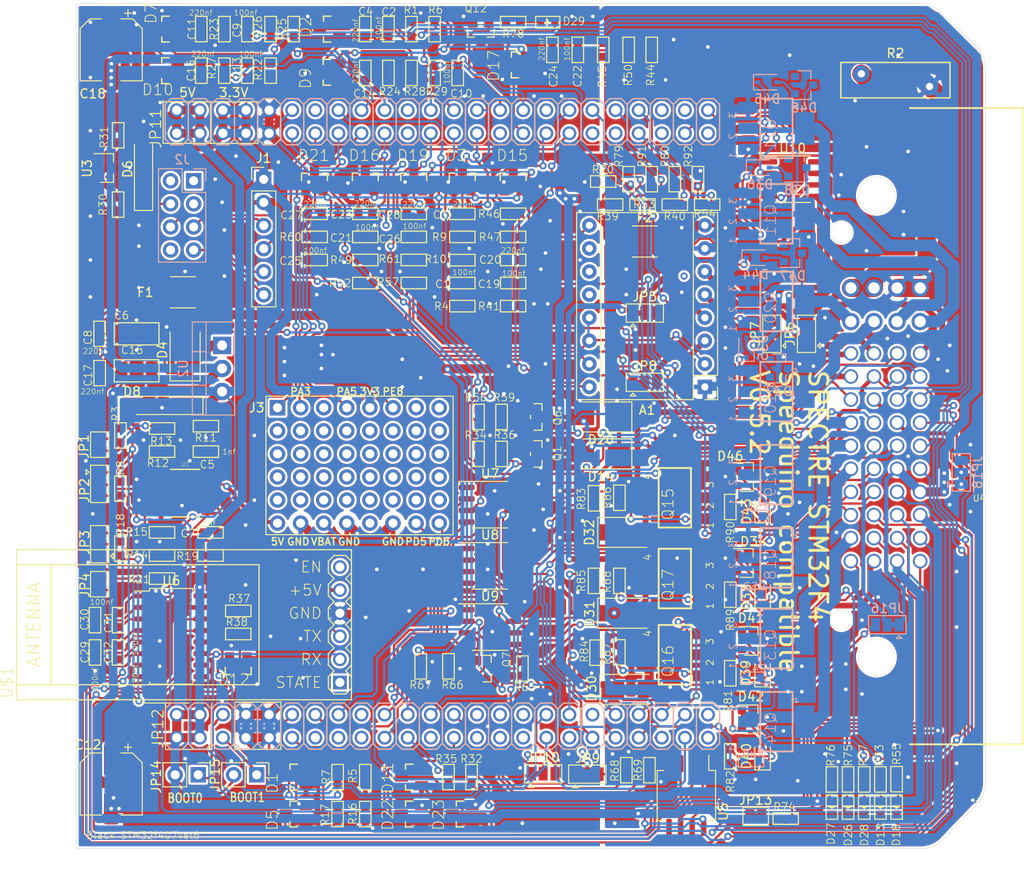
<source format=kicad_pcb>
(kicad_pcb (version 20171130) (host pcbnew 5.1.6-c6e7f7d~87~ubuntu18.04.1)
  (layers (0 Top signal) (31 Bottom signal) (34 B.Paste user hide) (35 F.Paste user hide) (36 B.SilkS user hide) (37 F.SilkS user) (38 B.Mask user hide) (39 F.Mask user hide) (44 Edge.Cuts user))
  (net 0 "")
  (net 1 GND)
  (net 2 "Net-(U1-Pad12)")
  (net 3 "Net-(U1-Pad7)")
  (net 4 "Net-(U1-Pad2)")
  (net 5 /BT_TX)
  (net 6 "Net-(D1-Pad3)")
  (net 7 "Net-(Q7-Pad1)")
  (net 8 "Net-(C6-Pad2)")
  (net 9 "Net-(C3-Pad2)")
  (net 10 "Net-(C5-Pad2)")
  (net 11 "Net-(C5-Pad1)")
  (net 12 "Net-(JP2-Pad2)")
  (net 13 "Net-(Q1-Pad1)")
  (net 14 PWR_GND)
  (net 15 VBAT)
  (net 16 INJ1-OUT)
  (net 17 INJ2-OUT)
  (net 18 INJ3-OUT)
  (net 19 INJ4-OUT)
  (net 20 IDLE1-OUT)
  (net 21 IDLE2-OUT)
  (net 22 V_IDLE)
  (net 23 FUEL_PUMP)
  (net 24 FAN)
  (net 25 IGN1-OUT)
  (net 26 IGN2-OUT)
  (net 27 IGN3-OUT)
  (net 28 IGN4-OUT)
  (net 29 STEP_1B_OUT)
  (net 30 STEP_1A_OUT)
  (net 31 STEP_2B_OUT)
  (net 32 STEP_2A_OUT)
  (net 33 MAP)
  (net 34 5V)
  (net 35 O2)
  (net 36 IAT)
  (net 37 CLT)
  (net 38 TPS)
  (net 39 VR1+)
  (net 40 VR1-)
  (net 41 VR2+)
  (net 42 VR2-)
  (net 43 3.3V)
  (net 44 TACHO-OUT)
  (net 45 FLEX_FUEL_IN)
  (net 46 VBAT_F1)
  (net 47 PA2)
  (net 48 BARO)
  (net 49 PA1)
  (net 50 PA3)
  (net 51 PB1)
  (net 52 PC13)
  (net 53 PD3)
  (net 54 PD12)
  (net 55 PD13)
  (net 56 PD14)
  (net 57 PD15)
  (net 58 PE0)
  (net 59 PE1)
  (net 60 PC8)
  (net 61 BOOT0)
  (net 62 BOOT1)
  (net 63 PA9)
  (net 64 PA10)
  (net 65 PD4)
  (net 66 PC2)
  (net 67 PE7)
  (net 68 PE5)
  (net 69 "Net-(A1-Pad12)")
  (net 70 "Net-(A1-Pad11)")
  (net 71 "Net-(A1-Pad10)")
  (net 72 PE2)
  (net 73 PC3)
  (net 74 PC5)
  (net 75 PC1)
  (net 76 PC4)
  (net 77 PC0)
  (net 78 PB14)
  (net 79 PB13)
  (net 80 PB12)
  (net 81 PB11)
  (net 82 PB10)
  (net 83 PE15)
  (net 84 PE14)
  (net 85 PE13)
  (net 86 PE12)
  (net 87 PE11)
  (net 88 PE10)
  (net 89 PE9)
  (net 90 PE8)
  (net 91 PA5)
  (net 92 PA4)
  (net 93 PA0)
  (net 94 PE6)
  (net 95 PE4)
  (net 96 PE3)
  (net 97 PB15)
  (net 98 PD8)
  (net 99 PD9)
  (net 100 PD10)
  (net 101 PD11)
  (net 102 PC6)
  (net 103 PC7)
  (net 104 PA8)
  (net 105 PD0)
  (net 106 PD1)
  (net 107 PD5)
  (net 108 PD6)
  (net 109 PD7)
  (net 110 PB3)
  (net 111 PB5)
  (net 112 PB6)
  (net 113 PB7)
  (net 114 PB8)
  (net 115 PB9)
  (net 116 BOOST-OUT)
  (net 117 INJ5-OUT)
  (net 118 INJ7-OUT)
  (net 119 INJ6-OUT)
  (net 120 INJ8-OUT)
  (net 121 CANL)
  (net 122 CANH)
  (net 123 "Net-(C29-Pad1)")
  (net 124 "Net-(C30-Pad1)")
  (net 125 RS232_TX)
  (net 126 RS232_RX)
  (net 127 "Net-(J2-Pad8)")
  (net 128 SPI1_MISO)
  (net 129 BME280_CS)
  (net 130 "Net-(J2-Pad3)")
  (net 131 "Net-(J2-Pad2)")
  (net 132 "Net-(J2-Pad1)")
  (net 133 SPI1_MOSI)
  (net 134 SPI1_SCK)
  (net 135 "Net-(JP5-Pad2)")
  (net 136 "Net-(C7-Pad2)")
  (net 137 "Net-(C7-Pad1)")
  (net 138 "Net-(C11-Pad2)")
  (net 139 "Net-(C20-Pad2)")
  (net 140 "Net-(D5-Pad3)")
  (net 141 "Net-(D11-Pad3)")
  (net 142 "Net-(D12-Pad3)")
  (net 143 "Net-(D13-Pad+)")
  (net 144 "Net-(D18-Pad+)")
  (net 145 "Net-(D23-Pad3)")
  (net 146 "Net-(D26-Pad+)")
  (net 147 "Net-(JP1-Pad1)")
  (net 148 "Net-(JP2-Pad3)")
  (net 149 "Net-(JP3-Pad2)")
  (net 150 "Net-(JP3-Pad3)")
  (net 151 "Net-(JP4-Pad1)")
  (net 152 "Net-(JP6-Pad2)")
  (net 153 "Net-(JP7-Pad2)")
  (net 154 "Net-(JP8-Pad2)")
  (net 155 "Net-(JP12-Pad36)")
  (net 156 "Net-(JP12-Pad32)")
  (net 157 "Net-(JP12-Pad31)")
  (net 158 "Net-(JP12-Pad30)")
  (net 159 "Net-(JP12-Pad29)")
  (net 160 "Net-(JP12-Pad28)")
  (net 161 "Net-(JP12-Pad27)")
  (net 162 "Net-(JP12-Pad24)")
  (net 163 "Net-(JP13-Pad2)")
  (net 164 "Net-(Q6-Pad1)")
  (net 165 "Net-(R69-Pad2)")
  (net 166 "Net-(U5-Pad5)")
  (net 167 "Net-(U6-Pad10)")
  (net 168 "Net-(U6-Pad9)")
  (net 169 "Net-(U6-Pad8)")
  (net 170 "Net-(U6-Pad7)")
  (net 171 AIN_2)
  (net 172 AIN_1)
  (net 173 AIN_3)
  (net 174 "Net-(U$1-Pad6)")
  (net 175 "Net-(U$1-Pad1)")
  (net 176 Spare_1-Out)
  (net 177 Spare_2-Out)
  (net 178 "Net-(D27-Pad+)")
  (net 179 PA6)
  (net 180 "Net-(C14-Pad2)")
  (net 181 "Net-(C22-Pad2)")
  (net 182 "Net-(C31-Pad2)")
  (net 183 "Net-(C31-Pad1)")
  (net 184 "Net-(C32-Pad2)")
  (net 185 "Net-(C32-Pad1)")
  (net 186 "Net-(D28-Pad+)")
  (net 187 "Net-(D29-Pad-)")
  (net 188 "Net-(D29-Pad+)")
  (net 189 "Net-(JP9-Pad2)")
  (net 190 "Net-(JP10-Pad2)")
  (net 191 "Net-(JP11-Pad33)")
  (net 192 "Net-(JP11-Pad30)")
  (net 193 "Net-(JP11-Pad22)")
  (net 194 "Net-(JP11-Pad21)")
  (net 195 "Net-(Q15-Pad1)")
  (net 196 "Net-(Q16-Pad1)")
  (net 197 "Net-(Q17-Pad1)")
  (net 198 "Net-(R30-Pad2)")
  (net 199 "Net-(U7-Pad8)")
  (net 200 "Net-(U7-Pad1)")
  (net 201 "Net-(U8-Pad8)")
  (net 202 "Net-(U8-Pad1)")
  (net 203 "Net-(D33-Pad2)")
  (net 204 "Net-(D33-Pad1)")
  (net 205 "Net-(D35-Pad2)")
  (net 206 "Net-(D35-Pad1)")
  (net 207 "Net-(D36-Pad2)")
  (net 208 "Net-(D36-Pad1)")
  (net 209 "Net-(D39-Pad2)")
  (net 210 "Net-(D39-Pad1)")
  (net 211 "Net-(D40-Pad2)")
  (net 212 "Net-(D40-Pad1)")
  (net 213 "Net-(D43-Pad2)")
  (net 214 "Net-(D43-Pad1)")
  (net 215 "Net-(D44-Pad2)")
  (net 216 "Net-(D44-Pad1)")
  (net 217 "Net-(D45-Pad2)")
  (net 218 "Net-(D45-Pad1)")
  (net 219 "Net-(JP16-Pad2)")
  (net 220 IGN5-OUT)
  (net 221 "Net-(U9-Pad8)")
  (net 222 IGN6-OUT)
  (net 223 "Net-(U9-Pad1)")
  (net 224 "Net-(J3-Pad10)")
  (net 225 "Net-(J3-Pad9)")
  (net 226 "Net-(J3-Pad8)")
  (net 227 "Net-(J3-Pad7)")
  (net 228 "Net-(J3-Pad3)")
  (net 229 "Net-(J3-Pad1)")
  (net 230 "Net-(J3-Pad45)")
  (net 231 "Net-(J3-Pad40)")
  (net 232 "Net-(J3-Pad39)")
  (net 233 "Net-(J3-Pad38)")
  (net 234 "Net-(J3-Pad37)")
  (net 235 "Net-(J3-Pad36)")
  (net 236 "Net-(J3-Pad35)")
  (net 237 "Net-(J3-Pad34)")
  (net 238 "Net-(J3-Pad33)")
  (net 239 "Net-(J3-Pad32)")
  (net 240 "Net-(J3-Pad31)")
  (net 241 "Net-(J3-Pad30)")
  (net 242 "Net-(J3-Pad29)")
  (net 243 "Net-(J3-Pad28)")
  (net 244 "Net-(J3-Pad27)")
  (net 245 "Net-(J3-Pad26)")
  (net 246 "Net-(J3-Pad25)")
  (net 247 "Net-(J3-Pad24)")
  (net 248 "Net-(J3-Pad23)")
  (net 249 "Net-(J3-Pad22)")
  (net 250 "Net-(J3-Pad21)")
  (net 251 "Net-(J3-Pad20)")
  (net 252 "Net-(J3-Pad19)")
  (net 253 "Net-(J3-Pad18)")
  (net 254 "Net-(J3-Pad17)")
  (net 255 "Net-(J3-Pad16)")
  (net 256 "Net-(J3-Pad15)")
  (net 257 "Net-(J3-Pad14)")
  (net 258 "Net-(J3-Pad13)")
  (net 259 "Net-(J3-Pad12)")
  (net 260 "Net-(J3-Pad11)")
  (net 261 "Net-(JP18-Pad2)")
  (net 262 "Net-(U10-Pad8)")
  (net 263 "Net-(U10-Pad1)")
  (module Speeduino_base:Molex_48 (layer Top) (at 203 63.5 180)
    (fp_text reference U4 (at -10.2997 -7.9248) (layer F.SilkS) (effects (font (size 0.7 0.7) (thickness 0.1))))
    (fp_text value molex_48pin)
    (pad 45 thru_hole circle (at -3.81 -14.85 180) (size 1.6 1.6) (drill 1.2) (layers *.Cu *.Mask) (net 121 CANL))
    (pad 46 thru_hole circle (at -1.27 -14.85 180) (size 1.6 1.6) (drill 1.2) (layers *.Cu *.Mask) (net 43 3.3V))
    (pad 47 thru_hole circle (at 1.27 -14.85 180) (size 1.6 1.6) (drill 1.2) (layers *.Cu *.Mask) (net 116 BOOST-OUT))
    (pad 48 thru_hole circle (at 3.81 -14.85 180) (size 1.6 1.6) (drill 1.2) (layers *.Cu *.Mask) (net 44 TACHO-OUT))
    (pad 41 thru_hole circle (at -3.81 -12.31 180) (size 1.6 1.6) (drill 1.2) (layers *.Cu *.Mask) (net 41 VR2+))
    (pad 42 thru_hole circle (at -1.27 -12.31 180) (size 1.6 1.6) (drill 1.2) (layers *.Cu *.Mask) (net 40 VR1-))
    (pad 43 thru_hole circle (at 1.27 -12.31 180) (size 1.6 1.6) (drill 1.2) (layers *.Cu *.Mask) (net 39 VR1+))
    (pad 44 thru_hole circle (at 3.81 -12.31 180) (size 1.6 1.6) (drill 1.2) (layers *.Cu *.Mask) (net 17 INJ2-OUT))
    (pad 37 thru_hole circle (at -3.81 -9.77 180) (size 1.6 1.6) (drill 1.2) (layers *.Cu *.Mask) (net 34 5V))
    (pad 38 thru_hole circle (at -1.27 -9.77 180) (size 1.6 1.6) (drill 1.2) (layers *.Cu *.Mask) (net 45 FLEX_FUEL_IN))
    (pad 39 thru_hole circle (at 1.27 -9.77 180) (size 1.6 1.6) (drill 1.2) (layers *.Cu *.Mask) (net 42 VR2-))
    (pad 40 thru_hole circle (at 3.81 -9.77 180) (size 1.6 1.6) (drill 1.2) (layers *.Cu *.Mask) (net 28 IGN4-OUT))
    (pad 33 thru_hole circle (at -3.81 -7.23 180) (size 1.6 1.6) (drill 1.2) (layers *.Cu *.Mask) (net 1 GND))
    (pad 34 thru_hole circle (at -1.27 -7.23 180) (size 1.6 1.6) (drill 1.2) (layers *.Cu *.Mask) (net 126 RS232_RX))
    (pad 35 thru_hole circle (at 1.27 -7.23 180) (size 1.6 1.6) (drill 1.2) (layers *.Cu *.Mask) (net 38 TPS))
    (pad 36 thru_hole circle (at 3.81 -7.23 180) (size 1.6 1.6) (drill 1.2) (layers *.Cu *.Mask) (net 27 IGN3-OUT))
    (pad 29 thru_hole circle (at -3.81 -4.69 180) (size 1.6 1.6) (drill 1.2) (layers *.Cu *.Mask) (net 122 CANH))
    (pad 30 thru_hole circle (at -1.27 -4.69 180) (size 1.6 1.6) (drill 1.2) (layers *.Cu *.Mask) (net 1 GND))
    (pad 31 thru_hole circle (at 1.27 -4.69 180) (size 1.6 1.6) (drill 1.2) (layers *.Cu *.Mask) (net 26 IGN2-OUT))
    (pad 32 thru_hole circle (at 3.81 -4.69 180) (size 1.6 1.6) (drill 1.2) (layers *.Cu *.Mask) (net 16 INJ1-OUT))
    (pad 25 thru_hole circle (at -3.81 -2.15 180) (size 1.6 1.6) (drill 1.2) (layers *.Cu *.Mask) (net 33 MAP))
    (pad 26 thru_hole circle (at -1.27 -2.15 180) (size 1.6 1.6) (drill 1.2) (layers *.Cu *.Mask) (net 219 "Net-(JP16-Pad2)"))
    (pad 27 thru_hole circle (at 1.27 -2.15 180) (size 1.6 1.6) (drill 1.2) (layers *.Cu *.Mask) (net 37 CLT))
    (pad 28 thru_hole circle (at 3.81 -2.15 180) (size 1.6 1.6) (drill 1.2) (layers *.Cu *.Mask) (net 18 INJ3-OUT))
    (pad 21 thru_hole circle (at -3.81 0.39 180) (size 1.6 1.6) (drill 1.2) (layers *.Cu *.Mask) (net 125 RS232_TX))
    (pad 22 thru_hole circle (at -1.27 0.39 180) (size 1.6 1.6) (drill 1.2) (layers *.Cu *.Mask) (net 261 "Net-(JP18-Pad2)"))
    (pad 23 thru_hole circle (at 1.27 0.39 180) (size 1.6 1.6) (drill 1.2) (layers *.Cu *.Mask) (net 35 O2))
    (pad 24 thru_hole circle (at 3.81 0.39 180) (size 1.6 1.6) (drill 1.2) (layers *.Cu *.Mask) (net 19 INJ4-OUT))
    (pad 17 thru_hole circle (at -3.81 2.93 180) (size 1.6 1.6) (drill 1.2) (layers *.Cu *.Mask) (net 36 IAT))
    (pad 18 thru_hole circle (at -1.27 2.93 180) (size 1.6 1.6) (drill 1.2) (layers *.Cu *.Mask) (net 172 AIN_1))
    (pad 19 thru_hole circle (at 1.27 2.93 180) (size 1.6 1.6) (drill 1.2) (layers *.Cu *.Mask) (net 23 FUEL_PUMP))
    (pad 20 thru_hole circle (at 3.81 2.93 180) (size 1.6 1.6) (drill 1.2) (layers *.Cu *.Mask) (net 173 AIN_3))
    (pad 13 thru_hole circle (at -3.81 5.47 180) (size 1.6 1.6) (drill 1.2) (layers *.Cu *.Mask) (net 25 IGN1-OUT))
    (pad 14 thru_hole circle (at -1.27 5.47 180) (size 1.6 1.6) (drill 1.2) (layers *.Cu *.Mask) (net 171 AIN_2))
    (pad 15 thru_hole circle (at 1.27 5.47 180) (size 1.6 1.6) (drill 1.2) (layers *.Cu *.Mask) (net 24 FAN))
    (pad 16 thru_hole circle (at 3.81 5.47 180) (size 1.6 1.6) (drill 1.2) (layers *.Cu *.Mask) (net 154 "Net-(JP8-Pad2)"))
    (pad 9 thru_hole circle (at -3.81 8.01 180) (size 1.6 1.6) (drill 1.2) (layers *.Cu *.Mask) (net 135 "Net-(JP5-Pad2)"))
    (pad 10 thru_hole circle (at -1.27 8.01 180) (size 1.6 1.6) (drill 1.2) (layers *.Cu *.Mask) (net 48 BARO))
    (pad 11 thru_hole circle (at 1.27 8.01 180) (size 1.6 1.6) (drill 1.2) (layers *.Cu *.Mask) (net 152 "Net-(JP6-Pad2)"))
    (pad 12 thru_hole circle (at 3.81 8.01 180) (size 1.6 1.6) (drill 1.2) (layers *.Cu *.Mask) (net 153 "Net-(JP7-Pad2)"))
    (pad 5 thru_hole circle (at -3.81 11.51 180) (size 1.9 1.9) (drill 1.25) (layers *.Cu *.Mask) (net 120 INJ8-OUT))
    (pad 6 thru_hole circle (at -1.27 11.51 180) (size 1.9 1.9) (drill 1.25) (layers *.Cu *.Mask) (net 118 INJ7-OUT))
    (pad 7 thru_hole circle (at 1.27 11.51 180) (size 1.9 1.9) (drill 1.25) (layers *.Cu *.Mask) (net 117 INJ5-OUT))
    (pad 8 thru_hole circle (at 3.81 11.51 180) (size 1.9 1.9) (drill 1.25) (layers *.Cu *.Mask) (net 119 INJ6-OUT))
    (pad 1 thru_hole circle (at -3.81 15.21 180) (size 1.9 1.9) (drill 1.25) (layers *.Cu *.Mask) (net 14 PWR_GND))
    (pad 2 thru_hole circle (at -1.27 15.21 180) (size 1.9 1.9) (drill 1.25) (layers *.Cu *.Mask) (net 14 PWR_GND))
    (pad 3 thru_hole circle (at 1.27 15.21 180) (size 1.9 1.9) (drill 1.25) (layers *.Cu *.Mask) (net 15 VBAT))
    (pad 4 thru_hole circle (at 3.81 15.21 180) (size 1.9 1.9) (drill 1.25) (layers *.Cu *.Mask) (net 15 VBAT))
    (pad "" thru_hole circle (at 1 25.4 180) (size 4 4) (drill 4) (layers *.Cu *.Mask F.SilkS))
    (pad "" thru_hole circle (at 1 -25.4 180) (size 4 4) (drill 4) (layers *.Cu *.Mask F.SilkS))
    (pad "" thru_hole circle (at 4.85 21.3 180) (size 2.2 2.2) (drill 2.2) (layers *.Cu *.Mask F.SilkS))
    (pad "" thru_hole circle (at 4.85 -21.3 180) (size 2.2 2.2) (drill 2.2) (layers *.Cu *.Mask F.SilkS))
  )
  (module Package_TO_SOT_THT:TO-220-3_Vertical (layer Bottom) (at 130.048 54.61 270)
    (fp_text reference U2 (at 2.54 4.27 90) (layer B.SilkS) (effects (justify mirror)))
    (fp_text value LM78M05_TO220)
    (pad 3 thru_hole oval (at 5.08 0 270) (size 1.905 2) (drill 1.1) (layers *.Cu *.Mask) (net 34 5V))
    (pad 2 thru_hole oval (at 2.54 0 270) (size 1.905 2) (drill 1.1) (layers *.Cu *.Mask) (net 14 PWR_GND))
    (pad 1 thru_hole rect (at 0 0 270) (size 1.905 2) (drill 1.1) (layers *.Cu *.Mask) (net 8 "Net-(C6-Pad2)"))
  )
  (module Speeduino_base:SOT223 (layer Bottom) (at 191.008 40.132 90)
    (fp_text reference Q11 (at -2.54 0.0508 270) (layer B.SilkS) (effects (font (size 1.2065 1.2065) (thickness 0.09652)) (justify right bottom mirror)))
    (fp_text value BSP78)
    (fp_text user 2 (at -1.2906 -4.3274 90) (layer B.SilkS) (effects (font (size 0.77216 0.77216) (thickness 0.097536)) (justify right bottom mirror)))
    (fp_text user 1 (at -3.4526 -4.318 90) (layer B.SilkS) (effects (font (size 0.77216 0.77216) (thickness 0.097536)) (justify right bottom mirror)))
    (fp_text user 4 (at 1.905 2.54 90) (layer B.SilkS) (effects (font (size 0.77216 0.77216) (thickness 0.097536)) (justify right bottom mirror)))
    (fp_text user 3 (at 1.0208 -4.318 90) (layer B.SilkS) (effects (font (size 0.77216 0.77216) (thickness 0.097536)) (justify right bottom mirror)))
    (pad 4 smd rect (at 0 3.099 90) (size 3.6 2.2) (layers Bottom B.Paste B.Mask) (net 118 INJ7-OUT))
    (pad 3 smd rect (at 2.3114 -3.0988 90) (size 1.2192 2.2352) (layers Bottom B.Paste B.Mask) (net 14 PWR_GND))
    (pad 2 smd rect (at 0 -3.0988 90) (size 1.2192 2.2352) (layers Bottom B.Paste B.Mask) (net 118 INJ7-OUT))
    (pad 1 smd rect (at -2.3114 -3.0988 90) (size 1.2192 2.2352) (layers Bottom B.Paste B.Mask) (net 208 "Net-(D36-Pad1)"))
  )
  (module Speeduino_base:C0603 (layer Top) (at 127.762 19.812 180)
    (fp_text reference C11 (at 1.524 -1.27 270) (layer F.SilkS) (effects (font (size 0.84455 0.84455) (thickness 0.0929)) (justify left top)))
    (fp_text value 220nf (at 1.397 2.159) (layer F.SilkS) (effects (font (size 0.60325 0.60325) (thickness 0.060325)) (justify left top)))
    (pad 2 smd roundrect (at 0 0.762 90) (size 0.889 0.889) (layers Top F.Paste F.Mask) (roundrect_rratio 0.125) (net 138 "Net-(C11-Pad2)"))
    (pad 1 smd roundrect (at 0 -0.762 90) (size 0.889 0.889) (layers Top F.Paste F.Mask) (roundrect_rratio 0.125) (net 1 GND))
  )
  (module Package_SO:SO-8_3.9x4.9mm_P1.27mm (layer Top) (at 192.786 36.322)
    (fp_text reference U10 (at 0 -3.4) (layer F.SilkS))
    (fp_text value MIC4427)
    (pad 8 smd roundrect (at 2.575 -1.905) (size 1.75 0.6) (layers Top F.Paste F.Mask) (net 262 "Net-(U10-Pad8)"))
    (pad 7 smd roundrect (at 2.575 -0.635) (size 1.75 0.6) (layers Top F.Paste F.Mask) (net 177 Spare_2-Out))
    (pad 6 smd roundrect (at 2.575 0.635) (size 1.75 0.6) (layers Top F.Paste F.Mask) (net 22 V_IDLE))
    (pad 5 smd roundrect (at 2.575 1.905) (size 1.75 0.6) (layers Top F.Paste F.Mask) (net 176 Spare_1-Out))
    (pad 4 smd roundrect (at -2.575 1.905) (size 1.75 0.6) (layers Top F.Paste F.Mask) (net 79 PB13))
    (pad 3 smd roundrect (at -2.575 0.635) (size 1.75 0.6) (layers Top F.Paste F.Mask) (net 14 PWR_GND))
    (pad 2 smd roundrect (at -2.575 -0.635) (size 1.75 0.6) (layers Top F.Paste F.Mask) (net 80 PB12))
    (pad 1 smd roundrect (at -2.575 -1.905) (size 1.75 0.6) (layers Top F.Paste F.Mask) (net 263 "Net-(U10-Pad1)"))
  )
  (module Jumper:SolderJumper-3_P1.3mm_Bridged12_Pad1.0x1.5mm (layer Bottom) (at 203.2 85.344 180)
    (fp_text reference JP16 (at 0 1.8) (layer B.SilkS) (effects (justify mirror)))
    (fp_text value SolderJumper_3_Bridged12)
    (fp_poly (pts (xy -0.9 0.3) (xy -0.4 0.3) (xy -0.4 -0.3) (xy -0.9 -0.3)) (layer Bottom) (width 0))
    (pad 2 smd rect (at 0 0 180) (size 1 1.5) (layers Bottom B.Mask) (net 219 "Net-(JP16-Pad2)"))
    (pad 3 smd rect (at 1.3 0 180) (size 1 1.5) (layers Bottom B.Mask) (net 222 IGN6-OUT))
    (pad 1 smd rect (at -1.3 0 180) (size 1 1.5) (layers Bottom B.Mask) (net 1 GND))
  )
  (module Jumper:SolderJumper-3_P1.3mm_Bridged12_Pad1.0x1.5mm (layer Bottom) (at 211.328 68.58 90)
    (fp_text reference JP18 (at 0 1.8 90) (layer B.SilkS) (effects (justify mirror)))
    (fp_text value SolderJumper_3_Bridged12)
    (fp_poly (pts (xy -0.9 0.3) (xy -0.4 0.3) (xy -0.4 -0.3) (xy -0.9 -0.3)) (layer Bottom) (width 0))
    (pad 2 smd rect (at 0 0 90) (size 1 1.5) (layers Bottom B.Mask) (net 261 "Net-(JP18-Pad2)"))
    (pad 3 smd rect (at 1.3 0 90) (size 1 1.5) (layers Bottom B.Mask) (net 220 IGN5-OUT))
    (pad 1 smd rect (at -1.3 0 90) (size 1 1.5) (layers Bottom B.Mask) (net 1 GND))
  )
  (module Speeduino_base:Proto_area (layer Top) (at 136.144 61.468)
    (fp_text reference J3 (at -2.286 0) (layer F.SilkS))
    (fp_text value ProtoArea)
    (pad 48 thru_hole oval (at 17.78 12.7) (size 1.7 1.7) (drill 1) (layers *.Cu *.Mask) (net 108 PD6))
    (pad 47 thru_hole oval (at 15.24 12.7) (size 1.7 1.7) (drill 1) (layers *.Cu *.Mask) (net 107 PD5))
    (pad 46 thru_hole oval (at 12.7 12.7) (size 1.7 1.7) (drill 1) (layers *.Cu *.Mask) (net 1 GND))
    (pad 45 thru_hole oval (at 10.16 12.7) (size 1.7 1.7) (drill 1) (layers *.Cu *.Mask) (net 230 "Net-(J3-Pad45)"))
    (pad 44 thru_hole oval (at 7.62 12.7) (size 1.7 1.7) (drill 1) (layers *.Cu *.Mask) (net 1 GND))
    (pad 43 thru_hole oval (at 5.08 12.7) (size 1.7 1.7) (drill 1) (layers *.Cu *.Mask) (net 15 VBAT))
    (pad 42 thru_hole oval (at 2.54 12.7) (size 1.7 1.7) (drill 1) (layers *.Cu *.Mask) (net 1 GND))
    (pad 41 thru_hole oval (at 0 12.7) (size 1.7 1.7) (drill 1) (layers *.Cu *.Mask) (net 34 5V))
    (pad 40 thru_hole oval (at 17.78 10.16) (size 1.7 1.7) (drill 1) (layers *.Cu *.Mask) (net 231 "Net-(J3-Pad40)"))
    (pad 39 thru_hole oval (at 15.24 10.16) (size 1.7 1.7) (drill 1) (layers *.Cu *.Mask) (net 232 "Net-(J3-Pad39)"))
    (pad 38 thru_hole oval (at 12.7 10.16) (size 1.7 1.7) (drill 1) (layers *.Cu *.Mask) (net 233 "Net-(J3-Pad38)"))
    (pad 37 thru_hole oval (at 10.16 10.16) (size 1.7 1.7) (drill 1) (layers *.Cu *.Mask) (net 234 "Net-(J3-Pad37)"))
    (pad 36 thru_hole oval (at 7.62 10.16) (size 1.7 1.7) (drill 1) (layers *.Cu *.Mask) (net 235 "Net-(J3-Pad36)"))
    (pad 35 thru_hole oval (at 5.08 10.16) (size 1.7 1.7) (drill 1) (layers *.Cu *.Mask) (net 236 "Net-(J3-Pad35)"))
    (pad 34 thru_hole oval (at 2.54 10.16) (size 1.7 1.7) (drill 1) (layers *.Cu *.Mask) (net 237 "Net-(J3-Pad34)"))
    (pad 33 thru_hole oval (at 0 10.16) (size 1.7 1.7) (drill 1) (layers *.Cu *.Mask) (net 238 "Net-(J3-Pad33)"))
    (pad 32 thru_hole oval (at 17.78 7.62) (size 1.7 1.7) (drill 1) (layers *.Cu *.Mask) (net 239 "Net-(J3-Pad32)"))
    (pad 31 thru_hole oval (at 15.24 7.62) (size 1.7 1.7) (drill 1) (layers *.Cu *.Mask) (net 240 "Net-(J3-Pad31)"))
    (pad 30 thru_hole oval (at 12.7 7.62) (size 1.7 1.7) (drill 1) (layers *.Cu *.Mask) (net 241 "Net-(J3-Pad30)"))
    (pad 29 thru_hole oval (at 10.16 7.62) (size 1.7 1.7) (drill 1) (layers *.Cu *.Mask) (net 242 "Net-(J3-Pad29)"))
    (pad 28 thru_hole oval (at 7.62 7.62) (size 1.7 1.7) (drill 1) (layers *.Cu *.Mask) (net 243 "Net-(J3-Pad28)"))
    (pad 27 thru_hole oval (at 5.08 7.62) (size 1.7 1.7) (drill 1) (layers *.Cu *.Mask) (net 244 "Net-(J3-Pad27)"))
    (pad 26 thru_hole oval (at 2.54 7.62) (size 1.7 1.7) (drill 1) (layers *.Cu *.Mask) (net 245 "Net-(J3-Pad26)"))
    (pad 25 thru_hole oval (at 0 7.62) (size 1.7 1.7) (drill 1) (layers *.Cu *.Mask) (net 246 "Net-(J3-Pad25)"))
    (pad 24 thru_hole oval (at 17.78 5.08) (size 1.7 1.7) (drill 1) (layers *.Cu *.Mask) (net 247 "Net-(J3-Pad24)"))
    (pad 23 thru_hole oval (at 15.24 5.08) (size 1.7 1.7) (drill 1) (layers *.Cu *.Mask) (net 248 "Net-(J3-Pad23)"))
    (pad 22 thru_hole oval (at 12.7 5.08) (size 1.7 1.7) (drill 1) (layers *.Cu *.Mask) (net 249 "Net-(J3-Pad22)"))
    (pad 21 thru_hole oval (at 10.16 5.08) (size 1.7 1.7) (drill 1) (layers *.Cu *.Mask) (net 250 "Net-(J3-Pad21)"))
    (pad 20 thru_hole oval (at 7.62 5.08) (size 1.7 1.7) (drill 1) (layers *.Cu *.Mask) (net 251 "Net-(J3-Pad20)"))
    (pad 19 thru_hole oval (at 5.08 5.08) (size 1.7 1.7) (drill 1) (layers *.Cu *.Mask) (net 252 "Net-(J3-Pad19)"))
    (pad 18 thru_hole oval (at 2.54 5.08) (size 1.7 1.7) (drill 1) (layers *.Cu *.Mask) (net 253 "Net-(J3-Pad18)"))
    (pad 17 thru_hole oval (at 0 5.08) (size 1.7 1.7) (drill 1) (layers *.Cu *.Mask) (net 254 "Net-(J3-Pad17)"))
    (pad 16 thru_hole oval (at 17.78 2.54) (size 1.7 1.7) (drill 1) (layers *.Cu *.Mask) (net 255 "Net-(J3-Pad16)"))
    (pad 15 thru_hole oval (at 15.24 2.54) (size 1.7 1.7) (drill 1) (layers *.Cu *.Mask) (net 256 "Net-(J3-Pad15)"))
    (pad 14 thru_hole oval (at 12.7 2.54) (size 1.7 1.7) (drill 1) (layers *.Cu *.Mask) (net 257 "Net-(J3-Pad14)"))
    (pad 13 thru_hole oval (at 10.16 2.54) (size 1.7 1.7) (drill 1) (layers *.Cu *.Mask) (net 258 "Net-(J3-Pad13)"))
    (pad 12 thru_hole oval (at 7.62 2.54) (size 1.7 1.7) (drill 1) (layers *.Cu *.Mask) (net 259 "Net-(J3-Pad12)"))
    (pad 11 thru_hole oval (at 5.08 2.54) (size 1.7 1.7) (drill 1) (layers *.Cu *.Mask) (net 260 "Net-(J3-Pad11)"))
    (pad 10 thru_hole oval (at 2.54 2.54) (size 1.7 1.7) (drill 1) (layers *.Cu *.Mask) (net 224 "Net-(J3-Pad10)"))
    (pad 9 thru_hole oval (at 0 2.54) (size 1.7 1.7) (drill 1) (layers *.Cu *.Mask) (net 225 "Net-(J3-Pad9)"))
    (pad 8 thru_hole oval (at 17.78 0) (size 1.7 1.7) (drill 1) (layers *.Cu *.Mask) (net 226 "Net-(J3-Pad8)"))
    (pad 7 thru_hole oval (at 15.24 0) (size 1.7 1.7) (drill 1) (layers *.Cu *.Mask) (net 227 "Net-(J3-Pad7)"))
    (pad 6 thru_hole oval (at 12.7 0) (size 1.7 1.7) (drill 1) (layers *.Cu *.Mask) (net 90 PE8))
    (pad 5 thru_hole oval (at 10.16 0) (size 1.7 1.7) (drill 1) (layers *.Cu *.Mask) (net 43 3.3V))
    (pad 4 thru_hole oval (at 7.62 0) (size 1.7 1.7) (drill 1) (layers *.Cu *.Mask) (net 91 PA5))
    (pad 3 thru_hole oval (at 5.08 0) (size 1.7 1.7) (drill 1) (layers *.Cu *.Mask) (net 228 "Net-(J3-Pad3)"))
    (pad 2 thru_hole oval (at 2.54 0) (size 1.7 1.7) (drill 1) (layers *.Cu *.Mask) (net 50 PA3))
    (pad 1 thru_hole rect (at 0 0) (size 1.7 1.7) (drill 1) (layers *.Cu *.Mask) (net 47 PA2))
  )
  (module Package_SO:SO-8_3.9x4.9mm_P1.27mm (layer Top) (at 159.512 85.598)
    (fp_text reference U9 (at 0 -3.4) (layer F.SilkS))
    (fp_text value MIC4427)
    (pad 8 smd roundrect (at 2.575 -1.905) (size 1.75 0.6) (layers Top F.Paste F.Mask) (net 221 "Net-(U9-Pad8)"))
    (pad 7 smd roundrect (at 2.575 -0.635) (size 1.75 0.6) (layers Top F.Paste F.Mask) (net 220 IGN5-OUT))
    (pad 6 smd roundrect (at 2.575 0.635) (size 1.75 0.6) (layers Top F.Paste F.Mask) (net 190 "Net-(JP10-Pad2)"))
    (pad 5 smd roundrect (at 2.575 1.905) (size 1.75 0.6) (layers Top F.Paste F.Mask) (net 222 IGN6-OUT))
    (pad 4 smd roundrect (at -2.575 1.905) (size 1.75 0.6) (layers Top F.Paste F.Mask) (net 113 PB7))
    (pad 3 smd roundrect (at -2.575 0.635) (size 1.75 0.6) (layers Top F.Paste F.Mask) (net 14 PWR_GND))
    (pad 2 smd roundrect (at -2.575 -0.635) (size 1.75 0.6) (layers Top F.Paste F.Mask) (net 99 PD9))
    (pad 1 smd roundrect (at -2.575 -1.905) (size 1.75 0.6) (layers Top F.Paste F.Mask) (net 223 "Net-(U9-Pad1)"))
  )
  (module Diode_SMD:D_SOD-323 (layer Top) (at 189.484 90.678 90)
    (fp_text reference D39 (at 0 -1.85 90) (layer F.SilkS))
    (fp_text value 1N4148WS)
    (pad 2 smd rect (at 1.05 0 90) (size 0.6 0.45) (layers Top F.Paste F.Mask) (net 209 "Net-(D39-Pad2)"))
    (pad 1 smd rect (at -1.05 0 90) (size 0.6 0.45) (layers Top F.Paste F.Mask) (net 210 "Net-(D39-Pad1)"))
  )
  (module Speeduino_base:R0603 (layer Top) (at 183.388 39.116 90)
    (fp_text reference R54 (at -1.524 1.016 180) (layer F.SilkS) (effects (font (size 0.84455 0.84455) (thickness 0.0929)) (justify right bottom)))
    (fp_text value 100R)
    (pad 2 smd roundrect (at 0 0.762) (size 0.889 0.889) (layers Top F.Paste F.Mask) (roundrect_rratio 0.125) (net 85 PE13))
    (pad 1 smd roundrect (at 0 -0.762) (size 0.889 0.889) (layers Top F.Paste F.Mask) (roundrect_rratio 0.125) (net 218 "Net-(D45-Pad1)"))
  )
  (module Speeduino_base:R0603 (layer Top) (at 176.276 39.116 90)
    (fp_text reference R53 (at -0.472501 1.477499 180) (layer F.SilkS) (effects (font (size 0.84455 0.84455) (thickness 0.0929)) (justify right bottom)))
    (fp_text value 100R)
    (pad 2 smd roundrect (at 0 0.762) (size 0.889 0.889) (layers Top F.Paste F.Mask) (roundrect_rratio 0.125) (net 87 PE11))
    (pad 1 smd roundrect (at 0 -0.762) (size 0.889 0.889) (layers Top F.Paste F.Mask) (roundrect_rratio 0.125) (net 216 "Net-(D44-Pad1)"))
  )
  (module Speeduino_base:R0603 (layer Bottom) (at 188.468 82.042 270)
    (fp_text reference R52 (at -0.394501 -1.419499 180) (layer B.SilkS) (effects (font (size 0.84455 0.84455) (thickness 0.0929)) (justify left bottom mirror)))
    (fp_text value 100R)
    (pad 2 smd roundrect (at 0 -0.762) (size 0.889 0.889) (layers Bottom B.Paste B.Mask) (roundrect_rratio 0.125) (net 56 PD14))
    (pad 1 smd roundrect (at 0 0.762) (size 0.889 0.889) (layers Bottom B.Paste B.Mask) (roundrect_rratio 0.125) (net 204 "Net-(D33-Pad1)"))
  )
  (module Speeduino_base:R0603 (layer Bottom) (at 188.722 73.406 270)
    (fp_text reference R51 (at -0.544501 -1.673499 180) (layer B.SilkS) (effects (font (size 0.84455 0.84455) (thickness 0.0929)) (justify left bottom mirror)))
    (fp_text value 100R)
    (pad 2 smd roundrect (at 0 -0.762) (size 0.889 0.889) (layers Bottom B.Paste B.Mask) (roundrect_rratio 0.125) (net 57 PD15))
    (pad 1 smd roundrect (at 0 0.762) (size 0.889 0.889) (layers Bottom B.Paste B.Mask) (roundrect_rratio 0.125) (net 214 "Net-(D43-Pad1)"))
  )
  (module Speeduino_base:R0603 (layer Bottom) (at 188.214 100.33 270)
    (fp_text reference R48 (at -0.368501 -1.529499 180) (layer B.SilkS) (effects (font (size 0.84455 0.84455) (thickness 0.0929)) (justify left bottom mirror)))
    (fp_text value 100R)
    (pad 2 smd roundrect (at 0 -0.762) (size 0.889 0.889) (layers Bottom B.Paste B.Mask) (roundrect_rratio 0.125) (net 55 PD13))
    (pad 1 smd roundrect (at 0 0.762) (size 0.889 0.889) (layers Bottom B.Paste B.Mask) (roundrect_rratio 0.125) (net 212 "Net-(D40-Pad1)"))
  )
  (module Speeduino_base:R0603 (layer Bottom) (at 188.468 91.186 270)
    (fp_text reference R43 (at -0.518501 -1.529499 180) (layer B.SilkS) (effects (font (size 0.84455 0.84455) (thickness 0.0929)) (justify left bottom mirror)))
    (fp_text value 100R)
    (pad 2 smd roundrect (at 0 -0.762) (size 0.889 0.889) (layers Bottom B.Paste B.Mask) (roundrect_rratio 0.125) (net 54 PD12))
    (pad 1 smd roundrect (at 0 0.762) (size 0.889 0.889) (layers Bottom B.Paste B.Mask) (roundrect_rratio 0.125) (net 210 "Net-(D39-Pad1)"))
  )
  (module Speeduino_base:R0603 (layer Top) (at 179.832 39.116 90)
    (fp_text reference R40 (at -1.778 1.27 180) (layer F.SilkS) (effects (font (size 0.84455 0.84455) (thickness 0.0929)) (justify right bottom)))
    (fp_text value 100R)
    (pad 2 smd roundrect (at 0 0.762) (size 0.889 0.889) (layers Top F.Paste F.Mask) (roundrect_rratio 0.125) (net 84 PE14))
    (pad 1 smd roundrect (at 0 -0.762) (size 0.889 0.889) (layers Top F.Paste F.Mask) (roundrect_rratio 0.125) (net 208 "Net-(D36-Pad1)"))
  )
  (module Speeduino_base:R0603 (layer Top) (at 172.72 39.116 90)
    (fp_text reference R39 (at -1.778 1.016 180) (layer F.SilkS) (effects (font (size 0.84455 0.84455) (thickness 0.0929)) (justify right bottom)))
    (fp_text value 100R)
    (pad 2 smd roundrect (at 0 0.762) (size 0.889 0.889) (layers Top F.Paste F.Mask) (roundrect_rratio 0.125) (net 89 PE9))
    (pad 1 smd roundrect (at 0 -0.762) (size 0.889 0.889) (layers Top F.Paste F.Mask) (roundrect_rratio 0.125) (net 206 "Net-(D35-Pad1)"))
  )
  (module Diode_SMD:D_SOT-23_ANK (layer Bottom) (at 194.04 25.974)
    (fp_text reference D48 (at 0 2.5) (layer B.SilkS) (effects (justify mirror)))
    (fp_text value BZX84C39)
    (pad 1 smd rect (at 1 0) (size 0.9 0.8) (layers Bottom B.Paste B.Mask) (net 120 INJ8-OUT))
    (pad "" smd rect (at -1 -0.95) (size 0.9 0.8) (layers Bottom B.Paste B.Mask))
    (pad 2 smd rect (at -1 0.95) (size 0.9 0.8) (layers Bottom B.Paste B.Mask) (net 217 "Net-(D45-Pad2)"))
  )
  (module Diode_SMD:D_SOT-23_ANK (layer Bottom) (at 192.802 44.45)
    (fp_text reference D47 (at 0 2.5) (layer B.SilkS) (effects (justify mirror)))
    (fp_text value BZX84C39)
    (pad 1 smd rect (at 1 0) (size 0.9 0.8) (layers Bottom B.Paste B.Mask) (net 119 INJ6-OUT))
    (pad "" smd rect (at -1 -0.95) (size 0.9 0.8) (layers Bottom B.Paste B.Mask))
    (pad 2 smd rect (at -1 0.95) (size 0.9 0.8) (layers Bottom B.Paste B.Mask) (net 215 "Net-(D44-Pad2)"))
  )
  (module Diode_SMD:D_SOT-23_ANK (layer Top) (at 187.706 69.088)
    (fp_text reference D46 (at -1.778 -2.286 180) (layer F.SilkS))
    (fp_text value BZX84C39)
    (pad 1 smd rect (at 1 0) (size 0.9 0.8) (layers Top F.Paste F.Mask) (net 19 INJ4-OUT))
    (pad "" smd rect (at -1 0.95) (size 0.9 0.8) (layers Top F.Paste F.Mask))
    (pad 2 smd rect (at -1 -0.95) (size 0.9 0.8) (layers Top F.Paste F.Mask) (net 213 "Net-(D43-Pad2)"))
  )
  (module Diode_SMD:D_SOD-323 (layer Bottom) (at 189.992 25.654)
    (fp_text reference D45 (at 0 1.85) (layer B.SilkS) (effects (justify mirror)))
    (fp_text value 1N4148WS)
    (pad 2 smd rect (at 1.05 0) (size 0.6 0.45) (layers Bottom B.Paste B.Mask) (net 217 "Net-(D45-Pad2)"))
    (pad 1 smd rect (at -1.05 0) (size 0.6 0.45) (layers Bottom B.Paste B.Mask) (net 218 "Net-(D45-Pad1)"))
  )
  (module Diode_SMD:D_SOD-323 (layer Bottom) (at 188.722 44.958)
    (fp_text reference D44 (at 0 1.85) (layer B.SilkS) (effects (justify mirror)))
    (fp_text value 1N4148WS)
    (pad 2 smd rect (at 1.05 0) (size 0.6 0.45) (layers Bottom B.Paste B.Mask) (net 215 "Net-(D44-Pad2)"))
    (pad 1 smd rect (at -1.05 0) (size 0.6 0.45) (layers Bottom B.Paste B.Mask) (net 216 "Net-(D44-Pad1)"))
  )
  (module Diode_SMD:D_SOD-323 (layer Top) (at 189.484 72.644 90)
    (fp_text reference D43 (at -0.254 -1.778 90) (layer F.SilkS))
    (fp_text value 1N4148WS)
    (pad 2 smd rect (at 1.05 0 90) (size 0.6 0.45) (layers Top F.Paste F.Mask) (net 213 "Net-(D43-Pad2)"))
    (pad 1 smd rect (at -1.05 0 90) (size 0.6 0.45) (layers Top F.Paste F.Mask) (net 214 "Net-(D43-Pad1)"))
  )
  (module Diode_SMD:D_SOT-23_ANK (layer Top) (at 188.214 95.758)
    (fp_text reference D42 (at 0 -2.5) (layer F.SilkS))
    (fp_text value BZX84C39)
    (pad 1 smd rect (at 1 0) (size 0.9 0.8) (layers Top F.Paste F.Mask) (net 17 INJ2-OUT))
    (pad "" smd rect (at -1 0.95) (size 0.9 0.8) (layers Top F.Paste F.Mask))
    (pad 2 smd rect (at -1 -0.95) (size 0.9 0.8) (layers Top F.Paste F.Mask) (net 211 "Net-(D40-Pad2)"))
  )
  (module Diode_SMD:D_SOT-23_ANK (layer Top) (at 188.214 87.122)
    (fp_text reference D41 (at 0 -2.5) (layer F.SilkS))
    (fp_text value BZX84C39)
    (pad 1 smd rect (at 1 0) (size 0.9 0.8) (layers Top F.Paste F.Mask) (net 16 INJ1-OUT))
    (pad "" smd rect (at -1 0.95) (size 0.9 0.8) (layers Top F.Paste F.Mask))
    (pad 2 smd rect (at -1 -0.95) (size 0.9 0.8) (layers Top F.Paste F.Mask) (net 209 "Net-(D39-Pad2)"))
  )
  (module Diode_SMD:D_SOD-323 (layer Top) (at 189.484 99.822 90)
    (fp_text reference D40 (at 0 -1.778 90) (layer F.SilkS))
    (fp_text value 1N4148WS)
    (pad 2 smd rect (at 1.05 0 90) (size 0.6 0.45) (layers Top F.Paste F.Mask) (net 211 "Net-(D40-Pad2)"))
    (pad 1 smd rect (at -1.05 0 90) (size 0.6 0.45) (layers Top F.Paste F.Mask) (net 212 "Net-(D40-Pad1)"))
  )
  (module Diode_SMD:D_SOT-23_ANK (layer Bottom) (at 193.31 35.052)
    (fp_text reference D38 (at 0 2.5) (layer B.SilkS) (effects (justify mirror)))
    (fp_text value BZX84C39)
    (pad 1 smd rect (at 1 0) (size 0.9 0.8) (layers Bottom B.Paste B.Mask) (net 118 INJ7-OUT))
    (pad "" smd rect (at -1 -0.95) (size 0.9 0.8) (layers Bottom B.Paste B.Mask))
    (pad 2 smd rect (at -1 0.95) (size 0.9 0.8) (layers Bottom B.Paste B.Mask) (net 207 "Net-(D36-Pad2)"))
  )
  (module Diode_SMD:D_SOT-23_ANK (layer Bottom) (at 191.278 57.15)
    (fp_text reference D37 (at 0 2.5) (layer B.SilkS) (effects (justify mirror)))
    (fp_text value BZX84C39)
    (pad 1 smd rect (at 1 0) (size 0.9 0.8) (layers Bottom B.Paste B.Mask) (net 117 INJ5-OUT))
    (pad "" smd rect (at -1 -0.95) (size 0.9 0.8) (layers Bottom B.Paste B.Mask))
    (pad 2 smd rect (at -1 0.95) (size 0.9 0.8) (layers Bottom B.Paste B.Mask) (net 205 "Net-(D35-Pad2)"))
  )
  (module Diode_SMD:D_SOD-323 (layer Bottom) (at 189.196 35.052)
    (fp_text reference D36 (at 0 1.85) (layer B.SilkS) (effects (justify mirror)))
    (fp_text value 1N4148WS)
    (pad 2 smd rect (at 1.05 0) (size 0.6 0.45) (layers Bottom B.Paste B.Mask) (net 207 "Net-(D36-Pad2)"))
    (pad 1 smd rect (at -1.05 0) (size 0.6 0.45) (layers Bottom B.Paste B.Mask) (net 208 "Net-(D36-Pad1)"))
  )
  (module Diode_SMD:D_SOD-323 (layer Bottom) (at 187.706 54.864 90)
    (fp_text reference D35 (at 0 1.85 90) (layer B.SilkS) (effects (justify mirror)))
    (fp_text value 1N4148WS)
    (pad 2 smd rect (at 1.05 0 90) (size 0.6 0.45) (layers Bottom B.Paste B.Mask) (net 205 "Net-(D35-Pad2)"))
    (pad 1 smd rect (at -1.05 0 90) (size 0.6 0.45) (layers Bottom B.Paste B.Mask) (net 206 "Net-(D35-Pad1)"))
  )
  (module Speeduino_base:R0603 (layer Top) (at 185.928 90.678 180)
    (fp_text reference R81 (at -0.254 -1.778 270) (layer F.SilkS) (effects (font (size 0.84455 0.84455) (thickness 0.0929)) (justify right bottom)))
    (fp_text value 10k)
    (pad 2 smd roundrect (at 0 0.762 90) (size 0.889 0.889) (layers Top F.Paste F.Mask) (roundrect_rratio 0.125) (net 14 PWR_GND))
    (pad 1 smd roundrect (at 0 -0.762 90) (size 0.889 0.889) (layers Top F.Paste F.Mask) (roundrect_rratio 0.125) (net 210 "Net-(D39-Pad1)"))
  )
  (module Speeduino_base:R0603 (layer Top) (at 185.928 72.39)
    (fp_text reference R90 (at 0.508 4.064 90) (layer F.SilkS) (effects (font (size 0.84455 0.84455) (thickness 0.0929)) (justify left bottom)))
    (fp_text value 10k)
    (pad 2 smd roundrect (at 0 0.762 270) (size 0.889 0.889) (layers Top F.Paste F.Mask) (roundrect_rratio 0.125) (net 14 PWR_GND))
    (pad 1 smd roundrect (at 0 -0.762 270) (size 0.889 0.889) (layers Top F.Paste F.Mask) (roundrect_rratio 0.125) (net 214 "Net-(D43-Pad1)"))
  )
  (module Diode_SMD:D_SOT-23_ANK (layer Top) (at 187.69 78.552)
    (fp_text reference D34 (at 0.778 -2.352 180) (layer F.SilkS))
    (fp_text value BZX84C39)
    (pad 1 smd rect (at 1 0) (size 0.9 0.8) (layers Top F.Paste F.Mask) (net 18 INJ3-OUT))
    (pad "" smd rect (at -1 0.95) (size 0.9 0.8) (layers Top F.Paste F.Mask))
    (pad 2 smd rect (at -1 -0.95) (size 0.9 0.8) (layers Top F.Paste F.Mask) (net 203 "Net-(D33-Pad2)"))
  )
  (module Diode_SMD:D_SOD-323 (layer Top) (at 189.484 82.008 90)
    (fp_text reference D33 (at -0.288 -1.778 90) (layer F.SilkS))
    (fp_text value 1N4148WS)
    (pad 2 smd rect (at 1.05 0 90) (size 0.6 0.45) (layers Top F.Paste F.Mask) (net 203 "Net-(D33-Pad2)"))
    (pad 1 smd rect (at -1.05 0 90) (size 0.6 0.45) (layers Top F.Paste F.Mask) (net 204 "Net-(D33-Pad1)"))
  )
  (module Package_SO:SO-8_3.9x4.9mm_P1.27mm (layer Top) (at 159.512 78.867)
    (fp_text reference U8 (at 0 -3.4) (layer F.SilkS))
    (fp_text value MIC4427)
    (pad 8 smd roundrect (at 2.575 -1.905) (size 1.75 0.6) (layers Top F.Paste F.Mask) (net 201 "Net-(U8-Pad8)"))
    (pad 7 smd roundrect (at 2.575 -0.635) (size 1.75 0.6) (layers Top F.Paste F.Mask) (net 27 IGN3-OUT))
    (pad 6 smd roundrect (at 2.575 0.635) (size 1.75 0.6) (layers Top F.Paste F.Mask) (net 190 "Net-(JP10-Pad2)"))
    (pad 5 smd roundrect (at 2.575 1.905) (size 1.75 0.6) (layers Top F.Paste F.Mask) (net 28 IGN4-OUT))
    (pad 4 smd roundrect (at -2.575 1.905) (size 1.75 0.6) (layers Top F.Paste F.Mask) (net 100 PD10))
    (pad 3 smd roundrect (at -2.575 0.635) (size 1.75 0.6) (layers Top F.Paste F.Mask) (net 14 PWR_GND))
    (pad 2 smd roundrect (at -2.575 -0.635) (size 1.75 0.6) (layers Top F.Paste F.Mask) (net 104 PA8))
    (pad 1 smd roundrect (at -2.575 -1.905) (size 1.75 0.6) (layers Top F.Paste F.Mask) (net 202 "Net-(U8-Pad1)"))
  )
  (module Package_SO:SO-8_3.9x4.9mm_P1.27mm (layer Top) (at 159.512 72.136)
    (fp_text reference U7 (at 0 -3.4) (layer F.SilkS))
    (fp_text value MIC4427)
    (pad 8 smd roundrect (at 2.575 -1.905) (size 1.75 0.6) (layers Top F.Paste F.Mask) (net 199 "Net-(U7-Pad8)"))
    (pad 7 smd roundrect (at 2.575 -0.635) (size 1.75 0.6) (layers Top F.Paste F.Mask) (net 25 IGN1-OUT))
    (pad 6 smd roundrect (at 2.575 0.635) (size 1.75 0.6) (layers Top F.Paste F.Mask) (net 190 "Net-(JP10-Pad2)"))
    (pad 5 smd roundrect (at 2.575 1.905) (size 1.75 0.6) (layers Top F.Paste F.Mask) (net 26 IGN2-OUT))
    (pad 4 smd roundrect (at -2.575 1.905) (size 1.75 0.6) (layers Top F.Paste F.Mask) (net 115 PB9))
    (pad 3 smd roundrect (at -2.575 0.635) (size 1.75 0.6) (layers Top F.Paste F.Mask) (net 14 PWR_GND))
    (pad 2 smd roundrect (at -2.575 -0.635) (size 1.75 0.6) (layers Top F.Paste F.Mask) (net 109 PD7))
    (pad 1 smd roundrect (at -2.575 -1.905) (size 1.75 0.6) (layers Top F.Paste F.Mask) (net 200 "Net-(U7-Pad1)"))
  )
  (module Speeduino_base:SOT-23 (layer Top) (at 158.496 20.066 180)
    (fp_text reference Q12 (at -0.762 2.032 180) (layer F.SilkS) (effects (font (size 0.84455 0.84455) (thickness 0.0929)) (justify right bottom)))
    (fp_text value AO3400)
    (pad 1 smd rect (at -0.889 1.016) (size 1.016 1.143) (layers Top F.Paste F.Mask) (net 179 PA6))
    (pad 2 smd rect (at 0.889 1.016 180) (size 1.016 1.143) (layers Top F.Paste F.Mask) (net 1 GND))
    (pad 3 smd rect (at 0 -1.016 180) (size 1.016 1.143) (layers Top F.Paste F.Mask) (net 187 "Net-(D29-Pad-)"))
  )
  (module Speeduino_base:R0603 (layer Top) (at 162.052 19.05 270)
    (fp_text reference R78 (at 1.778 1.27 180) (layer F.SilkS) (effects (font (size 0.84455 0.84455) (thickness 0.0929)) (justify left bottom)))
    (fp_text value 100R)
    (pad 2 smd roundrect (at 0 0.762 180) (size 0.889 0.889) (layers Top F.Paste F.Mask) (roundrect_rratio 0.125) (net 43 3.3V))
    (pad 1 smd roundrect (at 0 -0.762 180) (size 0.889 0.889) (layers Top F.Paste F.Mask) (roundrect_rratio 0.125) (net 188 "Net-(D29-Pad+)"))
  )
  (module Speeduino_base:LED-0603 (layer Top) (at 165.862 19.05)
    (fp_text reference D29 (at 1.5875 0.381) (layer F.SilkS) (effects (font (size 0.84455 0.84455) (thickness 0.0929)) (justify left bottom)))
    (fp_text value YEL)
    (pad - smd roundrect (at 0.762 0) (size 0.762 0.889) (layers Top F.Paste F.Mask) (roundrect_rratio 0.125) (net 187 "Net-(D29-Pad-)"))
    (pad + smd roundrect (at -0.762 0) (size 0.762 0.889) (layers Top F.Paste F.Mask) (roundrect_rratio 0.125) (net 188 "Net-(D29-Pad+)"))
  )
  (module Capacitor_SMD:CP_Elec_6.3x7.7 (layer Top) (at 117.856 22.098 270)
    (fp_text reference C18 (at 4.826 2.032 180) (layer F.SilkS))
    (fp_text value "470uF 6.3V")
    (pad 2 smd roundrect (at 2.7 0 270) (size 3.5 1.6) (layers Top F.Paste F.Mask) (roundrect_rratio 0.15625) (net 14 PWR_GND))
    (pad 1 smd roundrect (at -2.7 0 270) (size 3.5 1.6) (layers Top F.Paste F.Mask) (roundrect_rratio 0.15625) (net 34 5V))
  )
  (module Capacitor_SMD:CP_Elec_6.3x7.7 (layer Top) (at 117.856 102.87 270)
    (fp_text reference C12 (at -4.318 2.54 180) (layer F.SilkS))
    (fp_text value "470uF 6.3V")
    (pad 2 smd roundrect (at 2.7 0 270) (size 3.5 1.6) (layers Top F.Paste F.Mask) (roundrect_rratio 0.15625) (net 1 GND))
    (pad 1 smd roundrect (at -2.7 0 270) (size 3.5 1.6) (layers Top F.Paste F.Mask) (roundrect_rratio 0.15625) (net 43 3.3V))
  )
  (module Jumper:SolderJumper-3_P1.3mm_Bridged12_Pad1.0x1.5mm (layer Top) (at 190.5 53.34 90)
    (fp_text reference JP7 (at 0 -1.8 90) (layer F.SilkS))
    (fp_text value SolderJumper_3_Bridged12)
    (fp_poly (pts (xy -0.9 -0.3) (xy -0.4 -0.3) (xy -0.4 0.3) (xy -0.9 0.3)) (layer Top) (width 0))
    (pad 2 smd rect (at 0 0 90) (size 1 1.5) (layers Top F.Mask) (net 153 "Net-(JP7-Pad2)"))
    (pad 3 smd rect (at 1.3 0 90) (size 1 1.5) (layers Top F.Mask) (net 29 STEP_1B_OUT))
    (pad 1 smd rect (at -1.3 0 90) (size 1 1.5) (layers Top F.Mask) (net 176 Spare_1-Out))
  )
  (module Jumper:SolderJumper-3_P1.3mm_Bridged12_Pad1.0x1.5mm (layer Top) (at 194.31 53.34 90)
    (fp_text reference JP6 (at 0 -1.8 90) (layer F.SilkS))
    (fp_text value SolderJumper_3_Bridged12)
    (fp_poly (pts (xy -0.9 -0.3) (xy -0.4 -0.3) (xy -0.4 0.3) (xy -0.9 0.3)) (layer Top) (width 0))
    (pad 2 smd rect (at 0 0 90) (size 1 1.5) (layers Top F.Mask) (net 152 "Net-(JP6-Pad2)"))
    (pad 3 smd rect (at 1.3 0 90) (size 1 1.5) (layers Top F.Mask) (net 31 STEP_2B_OUT))
    (pad 1 smd rect (at -1.3 0 90) (size 1 1.5) (layers Top F.Mask) (net 177 Spare_2-Out))
  )
  (module Speeduino_base:WIRELESS-BLUETOOTH-HC-05 (layer Top) (at 125.857 85.344 90)
    (fp_text reference U$1 (at -6.35 -18.7325 90) (layer F.SilkS) (effects (font (size 1.2065 1.2065) (thickness 0.09652)) (justify bottom)))
    (fp_text value WIRELESS-BLUETOOTH-HC-05)
    (fp_text user ANTENNA (at 0 -16.51 90) (layer F.SilkS) (effects (font (size 1.4478 1.4478) (thickness 0.12192))))
    (fp_text user EN (at 6.35 15.24) (layer F.SilkS) (effects (font (size 1.2065 1.2065) (thickness 0.1016)) (justify right)))
    (fp_text user +5V (at 3.81 15.24) (layer F.SilkS) (effects (font (size 1.2065 1.2065) (thickness 0.1016)) (justify right)))
    (fp_text user GND (at 1.27 15.24) (layer F.SilkS) (effects (font (size 1.2065 1.2065) (thickness 0.1016)) (justify right)))
    (fp_text user TX (at -1.27 15.24) (layer F.SilkS) (effects (font (size 1.2065 1.2065) (thickness 0.1016)) (justify right)))
    (fp_text user RX (at -3.81 15.24) (layer F.SilkS) (effects (font (size 1.2065 1.2065) (thickness 0.1016)) (justify right)))
    (fp_text user STATE (at -6.35 15.24) (layer F.SilkS) (effects (font (size 1.2065 1.2065) (thickness 0.1016)) (justify right)))
    (pad 6 thru_hole circle (at 6.35 17.145 90) (size 1.508 1.508) (drill 1) (layers *.Cu *.Mask) (net 174 "Net-(U$1-Pad6)"))
    (pad 5 thru_hole circle (at 3.81 17.145 90) (size 1.508 1.508) (drill 1) (layers *.Cu *.Mask) (net 34 5V))
    (pad 4 thru_hole circle (at 1.27 17.145 90) (size 1.508 1.508) (drill 1) (layers *.Cu *.Mask) (net 1 GND))
    (pad 3 thru_hole circle (at -1.27 17.145 90) (size 1.508 1.508) (drill 1) (layers *.Cu *.Mask) (net 5 /BT_TX))
    (pad 1 thru_hole rect (at -6.35 17.145 90) (size 1.508 1.508) (drill 1) (layers *.Cu *.Mask) (net 175 "Net-(U$1-Pad1)"))
    (pad 2 thru_hole circle (at -3.81 17.145 90) (size 1.508 1.508) (drill 1) (layers *.Cu *.Mask) (net 63 PA9))
  )
  (module Speeduino_base:C0603 (layer Top) (at 116.078 84.836 180)
    (fp_text reference C30 (at 1.632 -1.2185 270) (layer F.SilkS) (effects (font (size 0.84455 0.84455) (thickness 0.0929)) (justify left top)))
    (fp_text value 100nf (at 0.616 2.3375) (layer F.SilkS) (effects (font (size 0.60325 0.60325) (thickness 0.060325)) (justify left top)))
    (pad 2 smd roundrect (at 0 0.762 90) (size 0.889 0.889) (layers Top F.Paste F.Mask) (roundrect_rratio 0.125) (net 1 GND))
    (pad 1 smd roundrect (at 0 -0.762 90) (size 0.889 0.889) (layers Top F.Paste F.Mask) (roundrect_rratio 0.125) (net 124 "Net-(C30-Pad1)"))
  )
  (module Speeduino_base:R0603 (layer Top) (at 130.302 19.812 180)
    (fp_text reference R23 (at 0.635 1.27 270) (layer F.SilkS) (effects (font (size 0.84455 0.84455) (thickness 0.0929)) (justify right bottom)))
    (fp_text value 470R)
    (pad 2 smd roundrect (at 0 0.762 90) (size 0.889 0.889) (layers Top F.Paste F.Mask) (roundrect_rratio 0.125) (net 138 "Net-(C11-Pad2)"))
    (pad 1 smd roundrect (at 0 -0.762 90) (size 0.889 0.889) (layers Top F.Paste F.Mask) (roundrect_rratio 0.125) (net 33 MAP))
  )
  (module Speeduino_base:R0603 (layer Top) (at 145.796 102.108)
    (fp_text reference R5 (at -0.889 0.762 90) (layer F.SilkS) (effects (font (size 0.84455 0.84455) (thickness 0.0929)) (justify left bottom)))
    (fp_text value 10k)
    (pad 2 smd roundrect (at 0 0.762 270) (size 0.889 0.889) (layers Top F.Paste F.Mask) (roundrect_rratio 0.125) (net 1 GND))
    (pad 1 smd roundrect (at 0 -0.762 270) (size 0.889 0.889) (layers Top F.Paste F.Mask) (roundrect_rratio 0.125) (net 58 PE0))
  )
  (module Speeduino_base:R0603 (layer Top) (at 118.872 64.516)
    (fp_text reference R3 (at 0 -1.509 270) (layer F.SilkS) (effects (font (size 0.84455 0.84455) (thickness 0.0929)) (justify left bottom)))
    (fp_text value 1k)
    (pad 2 smd roundrect (at 0 0.762 270) (size 0.889 0.889) (layers Top F.Paste F.Mask) (roundrect_rratio 0.125) (net 147 "Net-(JP1-Pad1)"))
    (pad 1 smd roundrect (at 0 -0.762 270) (size 0.889 0.889) (layers Top F.Paste F.Mask) (roundrect_rratio 0.125) (net 39 VR1+))
  )
  (module Speeduino_base:R0603 (layer Top) (at 182.372 36.32 180)
    (fp_text reference R92 (at 0.5715 3.81 270) (layer F.SilkS) (effects (font (size 0.84455 0.84455) (thickness 0.0929)) (justify right bottom)))
    (fp_text value 10k)
    (pad 2 smd roundrect (at 0 0.762 90) (size 0.889 0.889) (layers Top F.Paste F.Mask) (roundrect_rratio 0.125) (net 14 PWR_GND))
    (pad 1 smd roundrect (at 0 -0.762 90) (size 0.889 0.889) (layers Top F.Paste F.Mask) (roundrect_rratio 0.125) (net 218 "Net-(D45-Pad1)"))
  )
  (module Speeduino_base:R0603 (layer Top) (at 177.292 36.322 180)
    (fp_text reference R91 (at 0.5715 3.81 270) (layer F.SilkS) (effects (font (size 0.84455 0.84455) (thickness 0.0929)) (justify right bottom)))
    (fp_text value 10k)
    (pad 2 smd roundrect (at 0 0.762 90) (size 0.889 0.889) (layers Top F.Paste F.Mask) (roundrect_rratio 0.125) (net 14 PWR_GND))
    (pad 1 smd roundrect (at 0 -0.762 90) (size 0.889 0.889) (layers Top F.Paste F.Mask) (roundrect_rratio 0.125) (net 216 "Net-(D44-Pad1)"))
  )
  (module Speeduino_base:R0603 (layer Top) (at 179.832 36.322 180)
    (fp_text reference R80 (at 0.5715 3.81 270) (layer F.SilkS) (effects (font (size 0.84455 0.84455) (thickness 0.0929)) (justify right bottom)))
    (fp_text value 10k)
    (pad 2 smd roundrect (at 0 0.762 90) (size 0.889 0.889) (layers Top F.Paste F.Mask) (roundrect_rratio 0.125) (net 14 PWR_GND))
    (pad 1 smd roundrect (at 0 -0.762 90) (size 0.889 0.889) (layers Top F.Paste F.Mask) (roundrect_rratio 0.125) (net 208 "Net-(D36-Pad1)"))
  )
  (module Speeduino_base:R0603 (layer Top) (at 174.752 36.322 180)
    (fp_text reference R79 (at 0.5715 3.81 270) (layer F.SilkS) (effects (font (size 0.84455 0.84455) (thickness 0.0929)) (justify right bottom)))
    (fp_text value 10k)
    (pad 2 smd roundrect (at 0 0.762 90) (size 0.889 0.889) (layers Top F.Paste F.Mask) (roundrect_rratio 0.125) (net 14 PWR_GND))
    (pad 1 smd roundrect (at 0 -0.762 90) (size 0.889 0.889) (layers Top F.Paste F.Mask) (roundrect_rratio 0.125) (net 206 "Net-(D35-Pad1)"))
  )
  (module Speeduino_base:R0603 (layer Top) (at 118.618 39.116 180)
    (fp_text reference R30 (at 1.166 1.291 270) (layer F.SilkS) (effects (font (size 0.84455 0.84455) (thickness 0.0929)) (justify right bottom)))
    (fp_text value 1k8)
    (pad 2 smd roundrect (at 0 0.762 90) (size 0.889 0.889) (layers Top F.Paste F.Mask) (roundrect_rratio 0.125) (net 198 "Net-(R30-Pad2)"))
    (pad 1 smd roundrect (at 0 -0.762 90) (size 0.889 0.889) (layers Top F.Paste F.Mask) (roundrect_rratio 0.125) (net 43 3.3V))
  )
  (module Speeduino_base:R0603 (layer Top) (at 118.618 31.496 180)
    (fp_text reference R31 (at 1.048 1.081 270) (layer F.SilkS) (effects (font (size 0.84455 0.84455) (thickness 0.0929)) (justify right bottom)))
    (fp_text value 2k49)
    (pad 2 smd roundrect (at 0 0.762 90) (size 0.889 0.889) (layers Top F.Paste F.Mask) (roundrect_rratio 0.125) (net 1 GND))
    (pad 1 smd roundrect (at 0 -0.762 90) (size 0.889 0.889) (layers Top F.Paste F.Mask) (roundrect_rratio 0.125) (net 198 "Net-(R30-Pad2)"))
  )
  (module Speeduino_base:R0603 (layer Top) (at 171.958 36.576 90)
    (fp_text reference R20 (at 0.816 1.253 180) (layer F.SilkS) (effects (font (size 0.84455 0.84455) (thickness 0.0929)) (justify right bottom)))
    (fp_text value 0R0)
    (pad 2 smd roundrect (at 0 0.762) (size 0.889 0.889) (layers Top F.Paste F.Mask) (roundrect_rratio 0.125) (net 14 PWR_GND))
    (pad 1 smd roundrect (at 0 -0.762) (size 0.889 0.889) (layers Top F.Paste F.Mask) (roundrect_rratio 0.125) (net 1 GND))
  )
  (module Speeduino_base:R0603 (layer Top) (at 145.796 106.172)
    (fp_text reference R16 (at -0.889 1.256 90) (layer F.SilkS) (effects (font (size 0.84455 0.84455) (thickness 0.0929)) (justify left bottom)))
    (fp_text value 10k)
    (pad 2 smd roundrect (at 0 0.762 270) (size 0.889 0.889) (layers Top F.Paste F.Mask) (roundrect_rratio 0.125) (net 1 GND))
    (pad 1 smd roundrect (at 0 -0.762 270) (size 0.889 0.889) (layers Top F.Paste F.Mask) (roundrect_rratio 0.125) (net 59 PE1))
  )
  (module Diode_SMD:D_MiniMELF_Handsoldering (layer Top) (at 123.4 61.214 180)
    (fp_text reference D8 (at 3.258 1.524) (layer F.SilkS))
    (fp_text value "Zener 5.1V")
    (pad 2 smd rect (at 2.75 0 180) (size 3.3 1.7) (layers Top F.Paste F.Mask) (net 14 PWR_GND))
    (pad 1 smd rect (at -2.75 0 180) (size 3.3 1.7) (layers Top F.Paste F.Mask) (net 34 5V))
  )
  (module Diode_SMD:D_SMA (layer Top) (at 174.752 75.184)
    (fp_text reference D32 (at -4.318 0.01 90) (layer F.SilkS))
    (fp_text value 1N4007)
    (pad 2 smd rect (at 2 0) (size 2.5 1.8) (layers Top F.Paste F.Mask) (net 21 IDLE2-OUT))
    (pad 1 smd rect (at -2 0) (size 2.5 1.8) (layers Top F.Paste F.Mask) (net 15 VBAT))
  )
  (module Diode_SMD:D_SMA (layer Top) (at 174.752 84.074)
    (fp_text reference D31 (at -4.286 0.049 90) (layer F.SilkS))
    (fp_text value 1N4007)
    (pad 2 smd rect (at 2 0) (size 2.5 1.8) (layers Top F.Paste F.Mask) (net 20 IDLE1-OUT))
    (pad 1 smd rect (at -2 0) (size 2.5 1.8) (layers Top F.Paste F.Mask) (net 15 VBAT))
  )
  (module Diode_SMD:D_SMA (layer Top) (at 175.006 92.456)
    (fp_text reference D30 (at -4.318 -0.102 90) (layer F.SilkS))
    (fp_text value 1N4007)
    (pad 2 smd rect (at 2 0) (size 2.5 1.8) (layers Top F.Paste F.Mask) (net 116 BOOST-OUT))
    (pad 1 smd rect (at -2 0) (size 2.5 1.8) (layers Top F.Paste F.Mask) (net 15 VBAT))
  )
  (module Diode_SMD:D_SMA (layer Top) (at 171.704 62.484 180)
    (fp_text reference D20 (at 0 -2.5) (layer F.SilkS))
    (fp_text value 1N4007)
    (pad 2 smd rect (at 2 0 180) (size 2.5 1.8) (layers Top F.Paste F.Mask) (net 24 FAN))
    (pad 1 smd rect (at -2 0 180) (size 2.5 1.8) (layers Top F.Paste F.Mask) (net 15 VBAT))
  )
  (module Diode_SMD:D_SMA (layer Top) (at 171.704 66.548 180)
    (fp_text reference D14 (at 0 -2.5) (layer F.SilkS))
    (fp_text value 1N4007)
    (pad 2 smd rect (at 2 0 180) (size 2.5 1.8) (layers Top F.Paste F.Mask) (net 23 FUEL_PUMP))
    (pad 1 smd rect (at -2 0 180) (size 2.5 1.8) (layers Top F.Paste F.Mask) (net 15 VBAT))
  )
  (module Diode_SMD:D_SMA (layer Top) (at 125.984 55.118 90)
    (fp_text reference D4 (at 0 -2.5 90) (layer F.SilkS))
    (fp_text value 1N4007)
    (pad 2 smd rect (at 2 0 90) (size 2.5 1.8) (layers Top F.Paste F.Mask) (net 46 VBAT_F1))
    (pad 1 smd rect (at -2 0 90) (size 2.5 1.8) (layers Top F.Paste F.Mask) (net 8 "Net-(C6-Pad2)"))
  )
  (module Speeduino_base:C0603 (layer Top) (at 118.618 88.392)
    (fp_text reference C32 (at -1.562 -1.2955 90) (layer F.SilkS) (effects (font (size 0.84455 0.84455) (thickness 0.0929)) (justify right top)))
    (fp_text value 100nf (at 1.524 1.27 -90) (layer F.SilkS) (effects (font (size 0.60325 0.60325) (thickness 0.060325)) (justify right top)))
    (pad 2 smd roundrect (at 0 0.762 270) (size 0.889 0.889) (layers Top F.Paste F.Mask) (roundrect_rratio 0.125) (net 184 "Net-(C32-Pad2)"))
    (pad 1 smd roundrect (at 0 -0.762 270) (size 0.889 0.889) (layers Top F.Paste F.Mask) (roundrect_rratio 0.125) (net 185 "Net-(C32-Pad1)"))
  )
  (module Speeduino_base:C0603 (layer Top) (at 118.618 84.836)
    (fp_text reference C31 (at -1.542 -1.0675 90) (layer F.SilkS) (effects (font (size 0.84455 0.84455) (thickness 0.0929)) (justify right top)))
    (fp_text value 100nf (at 1.524 1.27 -90) (layer F.SilkS) (effects (font (size 0.60325 0.60325) (thickness 0.060325)) (justify right top)))
    (pad 2 smd roundrect (at 0 0.762 270) (size 0.889 0.889) (layers Top F.Paste F.Mask) (roundrect_rratio 0.125) (net 182 "Net-(C31-Pad2)"))
    (pad 1 smd roundrect (at 0 -0.762 270) (size 0.889 0.889) (layers Top F.Paste F.Mask) (roundrect_rratio 0.125) (net 183 "Net-(C31-Pad1)"))
  )
  (module Speeduino_base:C0603 (layer Top) (at 116.078 88.392 180)
    (fp_text reference C29 (at 1.602 -1.2645 270) (layer F.SilkS) (effects (font (size 0.84455 0.84455) (thickness 0.0929)) (justify left top)))
    (fp_text value 100nf (at 0.332 -4.3125 270) (layer F.SilkS) (effects (font (size 0.60325 0.60325) (thickness 0.060325)) (justify left top)))
    (pad 2 smd roundrect (at 0 0.762 90) (size 0.889 0.889) (layers Top F.Paste F.Mask) (roundrect_rratio 0.125) (net 1 GND))
    (pad 1 smd roundrect (at 0 -0.762 90) (size 0.889 0.889) (layers Top F.Paste F.Mask) (roundrect_rratio 0.125) (net 123 "Net-(C29-Pad1)"))
  )
  (module Speeduino_base:R0603 (layer Top) (at 174.498 101.346 180)
    (fp_text reference R68 (at 0.76 1.232 270) (layer F.SilkS) (effects (font (size 0.84455 0.84455) (thickness 0.0929)) (justify right bottom)))
    (fp_text value 1k)
    (pad 2 smd roundrect (at 0 0.762 90) (size 0.889 0.889) (layers Top F.Paste F.Mask) (roundrect_rratio 0.125) (net 145 "Net-(D23-Pad3)"))
    (pad 1 smd roundrect (at 0 -0.762 90) (size 0.889 0.889) (layers Top F.Paste F.Mask) (roundrect_rratio 0.125) (net 106 PD1))
  )
  (module Package_SO:SOIC-16_4.55x10.3mm_P1.27mm (layer Top) (at 124.46 86.614)
    (fp_text reference U6 (at 0 -6.1) (layer F.SilkS))
    (fp_text value MAX3232)
    (pad 16 smd roundrect (at 3.25 -4.445) (size 1.6 0.55) (layers Top F.Paste F.Mask) (net 43 3.3V))
    (pad 15 smd roundrect (at 3.25 -3.175) (size 1.6 0.55) (layers Top F.Paste F.Mask) (net 1 GND))
    (pad 14 smd roundrect (at 3.25 -1.905) (size 1.6 0.55) (layers Top F.Paste F.Mask) (net 125 RS232_TX))
    (pad 13 smd roundrect (at 3.25 -0.635) (size 1.6 0.55) (layers Top F.Paste F.Mask) (net 126 RS232_RX))
    (pad 12 smd roundrect (at 3.25 0.635) (size 1.6 0.55) (layers Top F.Paste F.Mask) (net 64 PA10))
    (pad 11 smd roundrect (at 3.25 1.905) (size 1.6 0.55) (layers Top F.Paste F.Mask) (net 63 PA9))
    (pad 10 smd roundrect (at 3.25 3.175) (size 1.6 0.55) (layers Top F.Paste F.Mask) (net 167 "Net-(U6-Pad10)"))
    (pad 9 smd roundrect (at 3.25 4.445) (size 1.6 0.55) (layers Top F.Paste F.Mask) (net 168 "Net-(U6-Pad9)"))
    (pad 8 smd roundrect (at -3.25 4.445) (size 1.6 0.55) (layers Top F.Paste F.Mask) (net 169 "Net-(U6-Pad8)"))
    (pad 7 smd roundrect (at -3.25 3.175) (size 1.6 0.55) (layers Top F.Paste F.Mask) (net 170 "Net-(U6-Pad7)"))
    (pad 6 smd roundrect (at -3.25 1.905) (size 1.6 0.55) (layers Top F.Paste F.Mask) (net 123 "Net-(C29-Pad1)"))
    (pad 5 smd roundrect (at -3.25 0.635) (size 1.6 0.55) (layers Top F.Paste F.Mask) (net 184 "Net-(C32-Pad2)"))
    (pad 4 smd roundrect (at -3.25 -0.635) (size 1.6 0.55) (layers Top F.Paste F.Mask) (net 185 "Net-(C32-Pad1)"))
    (pad 3 smd roundrect (at -3.25 -1.905) (size 1.6 0.55) (layers Top F.Paste F.Mask) (net 182 "Net-(C31-Pad2)"))
    (pad 2 smd roundrect (at -3.25 -3.175) (size 1.6 0.55) (layers Top F.Paste F.Mask) (net 124 "Net-(C30-Pad1)"))
    (pad 1 smd roundrect (at -3.25 -4.445) (size 1.6 0.55) (layers Top F.Paste F.Mask) (net 183 "Net-(C31-Pad1)"))
  )
  (module Package_SO:SO-8_5.3x6.2mm_P1.27mm (layer Top) (at 181.102 104.14 270)
    (fp_text reference U5 (at 1.778 -4.064 90) (layer F.SilkS))
    (fp_text value TJA1050)
    (pad 8 smd roundrect (at 3.5 -1.905 270) (size 1.9 0.6) (layers Top F.Paste F.Mask) (net 1 GND))
    (pad 7 smd roundrect (at 3.5 -0.635 270) (size 1.9 0.6) (layers Top F.Paste F.Mask) (net 122 CANH))
    (pad 6 smd roundrect (at 3.5 0.635 270) (size 1.9 0.6) (layers Top F.Paste F.Mask) (net 121 CANL))
    (pad 5 smd roundrect (at 3.5 1.905 270) (size 1.9 0.6) (layers Top F.Paste F.Mask) (net 166 "Net-(U5-Pad5)"))
    (pad 4 smd roundrect (at -3.5 1.905 270) (size 1.9 0.6) (layers Top F.Paste F.Mask) (net 165 "Net-(R69-Pad2)"))
    (pad 3 smd roundrect (at -3.5 0.635 270) (size 1.9 0.6) (layers Top F.Paste F.Mask) (net 34 5V))
    (pad 2 smd roundrect (at -3.5 -0.635 270) (size 1.9 0.6) (layers Top F.Paste F.Mask) (net 1 GND))
    (pad 1 smd roundrect (at -3.5 -1.905 270) (size 1.9 0.6) (layers Top F.Paste F.Mask) (net 145 "Net-(D23-Pad3)"))
  )
  (module Speeduino_base:R0603 (layer Top) (at 162.052 50.292 270)
    (fp_text reference R41 (at 0.508 3.937 180) (layer F.SilkS) (effects (font (size 0.84455 0.84455) (thickness 0.0929)) (justify left bottom)))
    (fp_text value 470R)
    (pad 2 smd roundrect (at 0 0.762 180) (size 0.889 0.889) (layers Top F.Paste F.Mask) (roundrect_rratio 0.125) (net 139 "Net-(C20-Pad2)"))
    (pad 1 smd roundrect (at 0 -0.762 180) (size 0.889 0.889) (layers Top F.Paste F.Mask) (roundrect_rratio 0.125) (net 48 BARO))
  )
  (module Package_TO_SOT_SMD:SOT-23 (layer Top) (at 117.348 35.092)
    (fp_text reference U3 (at -2.14 0.05 270) (layer F.SilkS))
    (fp_text value TL431DBZ)
    (pad 3 smd rect (at 1 0) (size 0.9 0.8) (layers Top F.Paste F.Mask) (net 1 GND))
    (pad 2 smd rect (at -1 0.95) (size 0.9 0.8) (layers Top F.Paste F.Mask) (net 198 "Net-(R30-Pad2)"))
    (pad 1 smd rect (at -1 -0.95) (size 0.9 0.8) (layers Top F.Paste F.Mask) (net 43 3.3V))
  )
  (module Speeduino_base:R0603 (layer Top) (at 192.024 106.68 90)
    (fp_text reference R74 (at 0.81 1.152 180) (layer F.SilkS) (effects (font (size 0.84455 0.84455) (thickness 0.0929)) (justify right bottom)))
    (fp_text value 120R)
    (pad 2 smd roundrect (at 0 0.762) (size 0.889 0.889) (layers Top F.Paste F.Mask) (roundrect_rratio 0.125) (net 121 CANL))
    (pad 1 smd roundrect (at 0 -0.762) (size 0.889 0.889) (layers Top F.Paste F.Mask) (roundrect_rratio 0.125) (net 163 "Net-(JP13-Pad2)"))
  )
  (module Jumper:SolderJumper-2_P1.3mm_Bridged_Pad1.0x1.5mm (layer Top) (at 188.722 106.426)
    (fp_text reference JP13 (at 0 -1.8) (layer F.SilkS))
    (fp_text value Jumper_NC_Small)
    (fp_poly (pts (xy -0.25 -0.3) (xy 0.25 -0.3) (xy 0.25 0.3) (xy -0.25 0.3)) (layer Top) (width 0))
    (pad 2 smd rect (at 0.65 0) (size 1 1.5) (layers Top F.Mask) (net 163 "Net-(JP13-Pad2)"))
    (pad 1 smd rect (at -0.65 0) (size 1 1.5) (layers Top F.Mask) (net 122 CANH))
  )
  (module Speeduino_base:SOT223 (layer Top) (at 179.832 71.374 90)
    (fp_text reference Q15 (at -2.54 -0.0508 270) (layer F.SilkS) (effects (font (size 1.2065 1.2065) (thickness 0.09652)) (justify left bottom)))
    (fp_text value BSP78)
    (fp_text user 2 (at -1.2906 4.3274 90) (layer F.SilkS) (effects (font (size 0.77216 0.77216) (thickness 0.097536)) (justify left bottom)))
    (fp_text user 1 (at -3.4526 4.318 90) (layer F.SilkS) (effects (font (size 0.77216 0.77216) (thickness 0.097536)) (justify left bottom)))
    (fp_text user 4 (at 1.905 -2.54 90) (layer F.SilkS) (effects (font (size 0.77216 0.77216) (thickness 0.097536)) (justify left bottom)))
    (fp_text user 3 (at 1.0208 4.318 90) (layer F.SilkS) (effects (font (size 0.77216 0.77216) (thickness 0.097536)) (justify left bottom)))
    (pad 4 smd rect (at 0 -3.099 90) (size 3.6 2.2) (layers Top F.Paste F.Mask) (net 21 IDLE2-OUT))
    (pad 3 smd rect (at 2.3114 3.0988 90) (size 1.2192 2.2352) (layers Top F.Paste F.Mask) (net 14 PWR_GND))
    (pad 2 smd rect (at 0 3.0988 90) (size 1.2192 2.2352) (layers Top F.Paste F.Mask) (net 21 IDLE2-OUT))
    (pad 1 smd rect (at -2.3114 3.0988 90) (size 1.2192 2.2352) (layers Top F.Paste F.Mask) (net 195 "Net-(Q15-Pad1)"))
  )
  (module Speeduino_base:SOT223 (layer Bottom) (at 191.008 30.734 90)
    (fp_text reference Q21 (at -2.54 0.0508 270) (layer B.SilkS) (effects (font (size 1.2065 1.2065) (thickness 0.09652)) (justify right bottom mirror)))
    (fp_text value BSP78)
    (fp_text user 2 (at -1.2906 -4.3274 90) (layer B.SilkS) (effects (font (size 0.77216 0.77216) (thickness 0.097536)) (justify right bottom mirror)))
    (fp_text user 1 (at -3.4526 -4.318 90) (layer B.SilkS) (effects (font (size 0.77216 0.77216) (thickness 0.097536)) (justify right bottom mirror)))
    (fp_text user 4 (at 1.905 2.54 90) (layer B.SilkS) (effects (font (size 0.77216 0.77216) (thickness 0.097536)) (justify right bottom mirror)))
    (fp_text user 3 (at 1.0208 -4.318 90) (layer B.SilkS) (effects (font (size 0.77216 0.77216) (thickness 0.097536)) (justify right bottom mirror)))
    (pad 4 smd rect (at 0 3.099 90) (size 3.6 2.2) (layers Bottom B.Paste B.Mask) (net 120 INJ8-OUT))
    (pad 3 smd rect (at 2.3114 -3.0988 90) (size 1.2192 2.2352) (layers Bottom B.Paste B.Mask) (net 14 PWR_GND))
    (pad 2 smd rect (at 0 -3.0988 90) (size 1.2192 2.2352) (layers Bottom B.Paste B.Mask) (net 120 INJ8-OUT))
    (pad 1 smd rect (at -2.3114 -3.0988 90) (size 1.2192 2.2352) (layers Bottom B.Paste B.Mask) (net 218 "Net-(D45-Pad1)"))
  )
  (module Speeduino_base:SOT223 (layer Bottom) (at 191.008 49.784 90)
    (fp_text reference Q20 (at -2.54 0.0508 270) (layer B.SilkS) (effects (font (size 1.2065 1.2065) (thickness 0.09652)) (justify right bottom mirror)))
    (fp_text value BSP78)
    (fp_text user 2 (at -1.2906 -4.3274 90) (layer B.SilkS) (effects (font (size 0.77216 0.77216) (thickness 0.097536)) (justify right bottom mirror)))
    (fp_text user 1 (at -3.4526 -4.318 90) (layer B.SilkS) (effects (font (size 0.77216 0.77216) (thickness 0.097536)) (justify right bottom mirror)))
    (fp_text user 4 (at 1.905 2.54 90) (layer B.SilkS) (effects (font (size 0.77216 0.77216) (thickness 0.097536)) (justify right bottom mirror)))
    (fp_text user 3 (at 1.0208 -4.318 90) (layer B.SilkS) (effects (font (size 0.77216 0.77216) (thickness 0.097536)) (justify right bottom mirror)))
    (pad 4 smd rect (at 0 3.099 90) (size 3.6 2.2) (layers Bottom B.Paste B.Mask) (net 119 INJ6-OUT))
    (pad 3 smd rect (at 2.3114 -3.0988 90) (size 1.2192 2.2352) (layers Bottom B.Paste B.Mask) (net 14 PWR_GND))
    (pad 2 smd rect (at 0 -3.0988 90) (size 1.2192 2.2352) (layers Bottom B.Paste B.Mask) (net 119 INJ6-OUT))
    (pad 1 smd rect (at -2.3114 -3.0988 90) (size 1.2192 2.2352) (layers Bottom B.Paste B.Mask) (net 216 "Net-(D44-Pad1)"))
  )
  (module Speeduino_base:PinHeader_2x04_P2.54mm_Vertical (layer Bottom) (at 126.925 36.5 180)
    (fp_text reference J2 (at 1.27 2.33) (layer B.SilkS) (effects (justify mirror)))
    (fp_text value Conn_02x04_Odd_Even)
    (pad 1 thru_hole rect (at 0 0 180) (size 1.7 1.7) (drill 1) (layers *.Cu *.Mask) (net 132 "Net-(J2-Pad1)"))
    (pad 2 thru_hole oval (at 2.54 0 180) (size 1.7 1.7) (drill 1) (layers *.Cu *.Mask) (net 131 "Net-(J2-Pad2)"))
    (pad 3 thru_hole oval (at 0 -2.54 180) (size 1.7 1.7) (drill 1) (layers *.Cu *.Mask) (net 130 "Net-(J2-Pad3)"))
    (pad 4 thru_hole oval (at 2.54 -2.54 180) (size 1.7 1.7) (drill 1) (layers *.Cu *.Mask) (net 129 BME280_CS))
    (pad 5 thru_hole oval (at 0 -5.08 180) (size 1.7 1.7) (drill 1) (layers *.Cu *.Mask) (net 134 SPI1_SCK))
    (pad 6 thru_hole oval (at 2.54 -5.08 180) (size 1.7 1.7) (drill 1) (layers *.Cu *.Mask) (net 133 SPI1_MOSI))
    (pad 7 thru_hole oval (at 0 -7.62 180) (size 1.7 1.7) (drill 1) (layers *.Cu *.Mask) (net 128 SPI1_MISO))
    (pad 8 thru_hole oval (at 2.54 -7.62 180) (size 1.7 1.7) (drill 1) (layers *.Cu *.Mask) (net 127 "Net-(J2-Pad8)"))
  )
  (module Resistor_SMD:R_1812_4532Metric_Pad1.30x3.40mm_HandSolder (layer Top) (at 125.73 48.768 180)
    (fp_text reference F1 (at 4.125 0) (layer F.SilkS))
    (fp_text value "PPTC 16V2A")
    (pad 2 smd roundrect (at 2.225 0 180) (size 1.3 3.4) (layers Top F.Paste F.Mask) (roundrect_rratio 0.192308) (net 46 VBAT_F1))
    (pad 1 smd roundrect (at -2.225 0 180) (size 1.3 3.4) (layers Top F.Paste F.Mask) (roundrect_rratio 0.192308) (net 15 VBAT))
  )
  (module Connector_PinHeader_2.54mm:PinHeader_1x06_P2.54mm_Vertical (layer Top) (at 134.625 36.345)
    (fp_text reference J1 (at 0 -2.33) (layer F.SilkS))
    (fp_text value Conn_01x06_Male)
    (pad 6 thru_hole oval (at 0 12.7) (size 1.7 1.7) (drill 1) (layers *.Cu *.Mask) (net 128 SPI1_MISO))
    (pad 5 thru_hole oval (at 0 10.16) (size 1.7 1.7) (drill 1) (layers *.Cu *.Mask) (net 129 BME280_CS))
    (pad 4 thru_hole oval (at 0 7.62) (size 1.7 1.7) (drill 1) (layers *.Cu *.Mask) (net 133 SPI1_MOSI))
    (pad 3 thru_hole oval (at 0 5.08) (size 1.7 1.7) (drill 1) (layers *.Cu *.Mask) (net 134 SPI1_SCK))
    (pad 2 thru_hole oval (at 0 2.54) (size 1.7 1.7) (drill 1) (layers *.Cu *.Mask) (net 1 GND))
    (pad 1 thru_hole rect (at 0 0) (size 1.7 1.7) (drill 1) (layers *.Cu *.Mask) (net 43 3.3V))
  )
  (module Speeduino_base:2X24 (layer Bottom) (at 153 96.5)
    (fp_text reference JP12 (at -29.302 -2.012 270) (layer F.SilkS) (effects (font (size 1.2065 1.2065) (thickness 0.12065)) (justify right bottom)))
    (fp_text value PINHD-2X24)
    (pad 48 thru_hole circle (at 30.48 1.27) (size 1.524 1.524) (drill 1.016) (layers *.Cu *.Mask) (net 97 PB15))
    (pad 47 thru_hole circle (at 30.48 -1.27) (size 1.524 1.524) (drill 1.016) (layers *.Cu *.Mask) (net 98 PD8))
    (pad 46 thru_hole circle (at 27.94 1.27) (size 1.524 1.524) (drill 1.016) (layers *.Cu *.Mask) (net 99 PD9))
    (pad 45 thru_hole circle (at 27.94 -1.27) (size 1.524 1.524) (drill 1.016) (layers *.Cu *.Mask) (net 100 PD10))
    (pad 44 thru_hole circle (at 25.4 1.27) (size 1.524 1.524) (drill 1.016) (layers *.Cu *.Mask) (net 101 PD11))
    (pad 43 thru_hole circle (at 25.4 -1.27) (size 1.524 1.524) (drill 1.016) (layers *.Cu *.Mask) (net 54 PD12))
    (pad 42 thru_hole circle (at 22.86 1.27) (size 1.524 1.524) (drill 1.016) (layers *.Cu *.Mask) (net 55 PD13))
    (pad 41 thru_hole circle (at 22.86 -1.27) (size 1.524 1.524) (drill 1.016) (layers *.Cu *.Mask) (net 56 PD14))
    (pad 40 thru_hole circle (at 20.32 1.27) (size 1.524 1.524) (drill 1.016) (layers *.Cu *.Mask) (net 57 PD15))
    (pad 39 thru_hole circle (at 20.32 -1.27) (size 1.524 1.524) (drill 1.016) (layers *.Cu *.Mask) (net 102 PC6))
    (pad 38 thru_hole circle (at 17.78 1.27) (size 1.524 1.524) (drill 1.016) (layers *.Cu *.Mask) (net 103 PC7))
    (pad 37 thru_hole circle (at 17.78 -1.27) (size 1.524 1.524) (drill 1.016) (layers *.Cu *.Mask) (net 60 PC8))
    (pad 36 thru_hole circle (at 15.24 1.27) (size 1.524 1.524) (drill 1.016) (layers *.Cu *.Mask) (net 155 "Net-(JP12-Pad36)"))
    (pad 35 thru_hole circle (at 15.24 -1.27) (size 1.524 1.524) (drill 1.016) (layers *.Cu *.Mask) (net 104 PA8))
    (pad 34 thru_hole circle (at 12.7 1.27) (size 1.524 1.524) (drill 1.016) (layers *.Cu *.Mask) (net 63 PA9))
    (pad 33 thru_hole circle (at 12.7 -1.27) (size 1.524 1.524) (drill 1.016) (layers *.Cu *.Mask) (net 64 PA10))
    (pad 32 thru_hole circle (at 10.16 1.27) (size 1.524 1.524) (drill 1.016) (layers *.Cu *.Mask) (net 156 "Net-(JP12-Pad32)"))
    (pad 31 thru_hole circle (at 10.16 -1.27) (size 1.524 1.524) (drill 1.016) (layers *.Cu *.Mask) (net 157 "Net-(JP12-Pad31)"))
    (pad 30 thru_hole circle (at 7.62 1.27) (size 1.524 1.524) (drill 1.016) (layers *.Cu *.Mask) (net 158 "Net-(JP12-Pad30)"))
    (pad 29 thru_hole circle (at 7.62 -1.27) (size 1.524 1.524) (drill 1.016) (layers *.Cu *.Mask) (net 159 "Net-(JP12-Pad29)"))
    (pad 28 thru_hole circle (at 5.08 1.27) (size 1.524 1.524) (drill 1.016) (layers *.Cu *.Mask) (net 160 "Net-(JP12-Pad28)"))
    (pad 27 thru_hole circle (at 5.08 -1.27) (size 1.524 1.524) (drill 1.016) (layers *.Cu *.Mask) (net 161 "Net-(JP12-Pad27)"))
    (pad 26 thru_hole circle (at 2.54 1.27) (size 1.524 1.524) (drill 1.016) (layers *.Cu *.Mask) (net 105 PD0))
    (pad 25 thru_hole circle (at 2.54 -1.27) (size 1.524 1.524) (drill 1.016) (layers *.Cu *.Mask) (net 106 PD1))
    (pad 24 thru_hole circle (at 0 1.27) (size 1.524 1.524) (drill 1.016) (layers *.Cu *.Mask) (net 162 "Net-(JP12-Pad24)"))
    (pad 23 thru_hole circle (at 0 -1.27) (size 1.524 1.524) (drill 1.016) (layers *.Cu *.Mask) (net 53 PD3))
    (pad 22 thru_hole circle (at -2.54 1.27) (size 1.524 1.524) (drill 1.016) (layers *.Cu *.Mask) (net 65 PD4))
    (pad 21 thru_hole circle (at -2.54 -1.27) (size 1.524 1.524) (drill 1.016) (layers *.Cu *.Mask) (net 107 PD5))
    (pad 20 thru_hole circle (at -5.08 1.27) (size 1.524 1.524) (drill 1.016) (layers *.Cu *.Mask) (net 108 PD6))
    (pad 19 thru_hole circle (at -5.08 -1.27) (size 1.524 1.524) (drill 1.016) (layers *.Cu *.Mask) (net 109 PD7))
    (pad 18 thru_hole circle (at -7.62 1.27) (size 1.524 1.524) (drill 1.016) (layers *.Cu *.Mask) (net 110 PB3))
    (pad 17 thru_hole circle (at -7.62 -1.27) (size 1.524 1.524) (drill 1.016) (layers *.Cu *.Mask) (net 111 PB5))
    (pad 16 thru_hole circle (at -10.16 1.27) (size 1.524 1.524) (drill 1.016) (layers *.Cu *.Mask) (net 112 PB6))
    (pad 15 thru_hole circle (at -10.16 -1.27) (size 1.524 1.524) (drill 1.016) (layers *.Cu *.Mask) (net 113 PB7))
    (pad 14 thru_hole circle (at -12.7 1.27) (size 1.524 1.524) (drill 1.016) (layers *.Cu *.Mask) (net 114 PB8))
    (pad 13 thru_hole circle (at -12.7 -1.27) (size 1.524 1.524) (drill 1.016) (layers *.Cu *.Mask) (net 115 PB9))
    (pad 12 thru_hole circle (at -15.24 1.27) (size 1.524 1.524) (drill 1.016) (layers *.Cu *.Mask) (net 58 PE0))
    (pad 11 thru_hole circle (at -15.24 -1.27) (size 1.524 1.524) (drill 1.016) (layers *.Cu *.Mask) (net 59 PE1))
    (pad 10 thru_hole circle (at -17.78 1.27) (size 1.524 1.524) (drill 1.016) (layers *.Cu *.Mask) (net 1 GND))
    (pad 9 thru_hole circle (at -17.78 -1.27) (size 1.524 1.524) (drill 1.016) (layers *.Cu *.Mask) (net 1 GND))
    (pad 8 thru_hole circle (at -20.32 1.27) (size 1.524 1.524) (drill 1.016) (layers *.Cu *.Mask) (net 1 GND))
    (pad 7 thru_hole circle (at -20.32 -1.27) (size 1.524 1.524) (drill 1.016) (layers *.Cu *.Mask) (net 1 GND))
    (pad 6 thru_hole circle (at -22.86 1.27) (size 1.524 1.524) (drill 1.016) (layers *.Cu *.Mask) (net 62 BOOT1))
    (pad 5 thru_hole circle (at -22.86 -1.27) (size 1.524 1.524) (drill 1.016) (layers *.Cu *.Mask) (net 61 BOOT0))
    (pad 4 thru_hole circle (at -25.4 1.27) (size 1.524 1.524) (drill 1.016) (layers *.Cu *.Mask) (net 43 3.3V))
    (pad 3 thru_hole circle (at -25.4 -1.27) (size 1.524 1.524) (drill 1.016) (layers *.Cu *.Mask) (net 43 3.3V))
    (pad 2 thru_hole circle (at -27.94 1.27) (size 1.524 1.524) (drill 1.016) (layers *.Cu *.Mask) (net 43 3.3V))
    (pad 1 thru_hole circle (at -27.94 -1.27) (size 1.524 1.524) (drill 1.016) (layers *.Cu *.Mask) (net 43 3.3V))
  )
  (module Speeduino_base:C0603 (layer Top) (at 156.464 47.752 90)
    (fp_text reference C1 (at 0.381 -3.048 180) (layer F.SilkS) (effects (font (size 0.84455 0.84455) (thickness 0.0929)) (justify left top)))
    (fp_text value 100nf (at 1.524 -1.143 180) (layer F.SilkS) (effects (font (size 0.60325 0.60325) (thickness 0.060325)) (justify left top)))
    (pad 2 smd roundrect (at 0 0.762) (size 0.889 0.889) (layers Top F.Paste F.Mask) (roundrect_rratio 0.125) (net 171 AIN_2))
    (pad 1 smd roundrect (at 0 -0.762) (size 0.889 0.889) (layers Top F.Paste F.Mask) (roundrect_rratio 0.125) (net 1 GND))
  )
  (module Speeduino_base:C0603 (layer Top) (at 145.796 19.7994 180)
    (fp_text reference C4 (at 0.8382 2.4258) (layer F.SilkS) (effects (font (size 0.84455 0.84455) (thickness 0.0929)) (justify left top)))
    (fp_text value 220nf (at 1.397 -1.5366 90) (layer F.SilkS) (effects (font (size 0.60325 0.60325) (thickness 0.060325)) (justify left top)))
    (pad 2 smd roundrect (at 0 0.762 90) (size 0.889 0.889) (layers Top F.Paste F.Mask) (roundrect_rratio 0.125) (net 93 PA0))
    (pad 1 smd roundrect (at 0 -0.762 90) (size 0.889 0.889) (layers Top F.Paste F.Mask) (roundrect_rratio 0.125) (net 1 GND))
  )
  (module Speeduino_base:C0603 (layer Top) (at 148.336 19.812 180)
    (fp_text reference C2 (at 0.8382 2.3876) (layer F.SilkS) (effects (font (size 0.84455 0.84455) (thickness 0.0929)) (justify left top)))
    (fp_text value 100nf (at 1.397 -1.27 90) (layer F.SilkS) (effects (font (size 0.60325 0.60325) (thickness 0.060325)) (justify left top)))
    (pad 2 smd roundrect (at 0 0.762 90) (size 0.889 0.889) (layers Top F.Paste F.Mask) (roundrect_rratio 0.125) (net 172 AIN_1))
    (pad 1 smd roundrect (at 0 -0.762 90) (size 0.889 0.889) (layers Top F.Paste F.Mask) (roundrect_rratio 0.125) (net 1 GND))
  )
  (module Speeduino_base:C0603 (layer Top) (at 151.13 40.132 270)
    (fp_text reference C28 (at -0.381 1.397 180) (layer F.SilkS) (effects (font (size 0.84455 0.84455) (thickness 0.0929)) (justify right top)))
    (fp_text value 220nf (at -1.397 -1.397 180) (layer F.SilkS) (effects (font (size 0.60325 0.60325) (thickness 0.060325)) (justify right top)))
    (pad 2 smd roundrect (at 0 0.762 180) (size 0.889 0.889) (layers Top F.Paste F.Mask) (roundrect_rratio 0.125) (net 49 PA1))
    (pad 1 smd roundrect (at 0 -0.762 180) (size 0.889 0.889) (layers Top F.Paste F.Mask) (roundrect_rratio 0.125) (net 1 GND))
  )
  (module Speeduino_base:C0603 (layer Top) (at 151.13 42.672 90)
    (fp_text reference C26 (at 0.254 -3.937 180) (layer F.SilkS) (effects (font (size 0.84455 0.84455) (thickness 0.0929)) (justify left top)))
    (fp_text value 100nf (at 1.524 -1.27 180) (layer F.SilkS) (effects (font (size 0.60325 0.60325) (thickness 0.060325)) (justify left top)))
    (pad 2 smd roundrect (at 0 0.762) (size 0.889 0.889) (layers Top F.Paste F.Mask) (roundrect_rratio 0.125) (net 173 AIN_3))
    (pad 1 smd roundrect (at 0 -0.762) (size 0.889 0.889) (layers Top F.Paste F.Mask) (roundrect_rratio 0.125) (net 1 GND))
  )
  (module Speeduino_base:C0603 (layer Top) (at 132.842 19.812)
    (fp_text reference C9 (at -1.651 -0.762 90) (layer F.SilkS) (effects (font (size 0.84455 0.84455) (thickness 0.0929)) (justify right top)))
    (fp_text value 100nf (at 1.143 -2.159) (layer F.SilkS) (effects (font (size 0.60325 0.60325) (thickness 0.060325)) (justify right top)))
    (pad 2 smd roundrect (at 0 0.762 270) (size 0.889 0.889) (layers Top F.Paste F.Mask) (roundrect_rratio 0.125) (net 33 MAP))
    (pad 1 smd roundrect (at 0 -0.762 270) (size 0.889 0.889) (layers Top F.Paste F.Mask) (roundrect_rratio 0.125) (net 1 GND))
  )
  (module Speeduino_base:C0603 (layer Top) (at 145.796 42.672 90)
    (fp_text reference C21 (at 0.381 -3.937 180) (layer F.SilkS) (effects (font (size 0.84455 0.84455) (thickness 0.0929)) (justify left top)))
    (fp_text value 100nf (at 1.397 -1.143 180) (layer F.SilkS) (effects (font (size 0.60325 0.60325) (thickness 0.060325)) (justify left top)))
    (pad 2 smd roundrect (at 0 0.762) (size 0.889 0.889) (layers Top F.Paste F.Mask) (roundrect_rratio 0.125) (net 37 CLT))
    (pad 1 smd roundrect (at 0 -0.762) (size 0.889 0.889) (layers Top F.Paste F.Mask) (roundrect_rratio 0.125) (net 1 GND))
  )
  (module Speeduino_base:C0603 (layer Top) (at 128.778 75.184 270)
    (fp_text reference C7 (at -0.381 1.5875 180) (layer F.SilkS) (effects (font (size 0.84455 0.84455) (thickness 0.0929)) (justify right top)))
    (fp_text value 1nf (at -1.3 -0.612 180) (layer F.SilkS) (effects (font (size 0.60325 0.60325) (thickness 0.060325)) (justify right top)))
    (pad 2 smd roundrect (at 0 0.762 180) (size 0.889 0.889) (layers Top F.Paste F.Mask) (roundrect_rratio 0.125) (net 136 "Net-(C7-Pad2)"))
    (pad 1 smd roundrect (at 0 -0.762 180) (size 0.889 0.889) (layers Top F.Paste F.Mask) (roundrect_rratio 0.125) (net 137 "Net-(C7-Pad1)"))
  )
  (module Speeduino_base:C0603 (layer Top) (at 128.27 66.294 90)
    (fp_text reference C5 (at -0.925 -0.731 180) (layer F.SilkS) (effects (font (size 0.84455 0.84455) (thickness 0.0929)) (justify left top)))
    (fp_text value 1nf (at 0.325 1.769 180) (layer F.SilkS) (effects (font (size 0.60325 0.60325) (thickness 0.060325)) (justify left top)))
    (pad 2 smd roundrect (at 0 0.762) (size 0.889 0.889) (layers Top F.Paste F.Mask) (roundrect_rratio 0.125) (net 10 "Net-(C5-Pad2)"))
    (pad 1 smd roundrect (at 0 -0.762) (size 0.889 0.889) (layers Top F.Paste F.Mask) (roundrect_rratio 0.125) (net 11 "Net-(C5-Pad1)"))
  )
  (module Speeduino_base:C0603 (layer Top) (at 116.586 53.34 180)
    (fp_text reference C8 (at 1.775 -1.275 270) (layer F.SilkS) (effects (font (size 0.84455 0.84455) (thickness 0.0929)) (justify left top)))
    (fp_text value 220nf (at -0.8 -1.55) (layer F.SilkS) (effects (font (size 0.60325 0.60325) (thickness 0.060325)) (justify right top)))
    (pad 2 smd roundrect (at 0 0.762 90) (size 0.889 0.889) (layers Top F.Paste F.Mask) (roundrect_rratio 0.125) (net 8 "Net-(C6-Pad2)"))
    (pad 1 smd roundrect (at 0 -0.762 90) (size 0.889 0.889) (layers Top F.Paste F.Mask) (roundrect_rratio 0.125) (net 14 PWR_GND))
  )
  (module Speeduino_base:C0603 (layer Top) (at 166.37 22.098 180)
    (fp_text reference C24 (at 0.381 -4.191 270) (layer F.SilkS) (effects (font (size 0.84455 0.84455) (thickness 0.0929)) (justify left top)))
    (fp_text value 220nf (at 1.524 -1.27 270) (layer F.SilkS) (effects (font (size 0.60325 0.60325) (thickness 0.060325)) (justify left top)))
    (pad 2 smd roundrect (at 0 0.762 90) (size 0.889 0.889) (layers Top F.Paste F.Mask) (roundrect_rratio 0.125) (net 74 PC5))
    (pad 1 smd roundrect (at 0 -0.762 90) (size 0.889 0.889) (layers Top F.Paste F.Mask) (roundrect_rratio 0.125) (net 1 GND))
  )
  (module Speeduino_base:C0603 (layer Top) (at 116.586 57.658)
    (fp_text reference C17 (at -1.775 -1.025 90) (layer F.SilkS) (effects (font (size 0.84455 0.84455) (thickness 0.0929)) (justify right top)))
    (fp_text value 220nf (at 0.55 1.675) (layer F.SilkS) (effects (font (size 0.60325 0.60325) (thickness 0.060325)) (justify right top)))
    (pad 2 smd roundrect (at 0 0.762 270) (size 0.889 0.889) (layers Top F.Paste F.Mask) (roundrect_rratio 0.125) (net 34 5V))
    (pad 1 smd roundrect (at 0 -0.762 270) (size 0.889 0.889) (layers Top F.Paste F.Mask) (roundrect_rratio 0.125) (net 14 PWR_GND))
  )
  (module Speeduino_base:C0603 (layer Top) (at 140.2259 40.132 90)
    (fp_text reference C27 (at 0.34 -3.842 180) (layer F.SilkS) (effects (font (size 0.84455 0.84455) (thickness 0.0929)) (justify left top)))
    (fp_text value 220nf (at 1.43 -1.252 180) (layer F.SilkS) (effects (font (size 0.60325 0.60325) (thickness 0.060325)) (justify left top)))
    (pad 2 smd roundrect (at 0 0.762) (size 0.889 0.889) (layers Top F.Paste F.Mask) (roundrect_rratio 0.125) (net 75 PC1))
    (pad 1 smd roundrect (at 0 -0.762) (size 0.889 0.889) (layers Top F.Paste F.Mask) (roundrect_rratio 0.125) (net 1 GND))
  )
  (module Speeduino_base:C0603 (layer Top) (at 140.2259 45.212 90)
    (fp_text reference C25 (at 0.381 -3.937 180) (layer F.SilkS) (effects (font (size 0.84455 0.84455) (thickness 0.0929)) (justify left top)))
    (fp_text value 100nf (at 1.397 -1.27 180) (layer F.SilkS) (effects (font (size 0.60325 0.60325) (thickness 0.060325)) (justify left top)))
    (pad 2 smd roundrect (at 0 0.762) (size 0.889 0.889) (layers Top F.Paste F.Mask) (roundrect_rratio 0.125) (net 38 TPS))
    (pad 1 smd roundrect (at 0 -0.762) (size 0.889 0.889) (layers Top F.Paste F.Mask) (roundrect_rratio 0.125) (net 1 GND))
  )
  (module Speeduino_base:C0603 (layer Top) (at 145.796 24.638 180)
    (fp_text reference C14 (at 1.397 -1.778) (layer F.SilkS) (effects (font (size 0.84455 0.84455) (thickness 0.0929)) (justify left top)))
    (fp_text value 220nf (at 1.397 -1.27 90) (layer F.SilkS) (effects (font (size 0.60325 0.60325) (thickness 0.060325)) (justify left top)))
    (pad 2 smd roundrect (at 0 0.762 90) (size 0.889 0.889) (layers Top F.Paste F.Mask) (roundrect_rratio 0.125) (net 180 "Net-(C14-Pad2)"))
    (pad 1 smd roundrect (at 0 -0.762 90) (size 0.889 0.889) (layers Top F.Paste F.Mask) (roundrect_rratio 0.125) (net 1 GND))
  )
  (module Speeduino_base:C0603 (layer Top) (at 155.956 24.638 180)
    (fp_text reference C10 (at 0.889 -1.778) (layer F.SilkS) (effects (font (size 0.84455 0.84455) (thickness 0.0929)) (justify left top)))
    (fp_text value 100nf (at 1.524 -1.27 90) (layer F.SilkS) (effects (font (size 0.60325 0.60325) (thickness 0.060325)) (justify left top)))
    (pad 2 smd roundrect (at 0 0.762 90) (size 0.889 0.889) (layers Top F.Paste F.Mask) (roundrect_rratio 0.125) (net 35 O2))
    (pad 1 smd roundrect (at 0 -0.762 90) (size 0.889 0.889) (layers Top F.Paste F.Mask) (roundrect_rratio 0.125) (net 1 GND))
  )
  (module Speeduino_base:C0603 (layer Top) (at 127.762 24.384 180)
    (fp_text reference C16 (at 1.6206 -1.27 270) (layer F.SilkS) (effects (font (size 0.84455 0.84455) (thickness 0.0929)) (justify left top)))
    (fp_text value 220nf (at 1.1634 2.1844) (layer F.SilkS) (effects (font (size 0.60325 0.60325) (thickness 0.060325)) (justify left top)))
    (pad 2 smd roundrect (at 0 0.762 90) (size 0.889 0.889) (layers Top F.Paste F.Mask) (roundrect_rratio 0.125) (net 77 PC0))
    (pad 1 smd roundrect (at 0 -0.762 90) (size 0.889 0.889) (layers Top F.Paste F.Mask) (roundrect_rratio 0.125) (net 1 GND))
  )
  (module Speeduino_base:C0603 (layer Top) (at 132.842 24.384 180)
    (fp_text reference C13 (at 1.651 -1.016 270) (layer F.SilkS) (effects (font (size 0.84455 0.84455) (thickness 0.0929)) (justify left top)))
    (fp_text value 100nf (at 0.9906 2.1844) (layer F.SilkS) (effects (font (size 0.60325 0.60325) (thickness 0.060325)) (justify left top)))
    (pad 2 smd roundrect (at 0 0.762 90) (size 0.889 0.889) (layers Top F.Paste F.Mask) (roundrect_rratio 0.125) (net 36 IAT))
    (pad 1 smd roundrect (at 0 -0.762 90) (size 0.889 0.889) (layers Top F.Paste F.Mask) (roundrect_rratio 0.125) (net 1 GND))
  )
  (module Speeduino_base:C0603 (layer Top) (at 169.164 22.098 180)
    (fp_text reference C22 (at 0.508 -4.191 270) (layer F.SilkS) (effects (font (size 0.84455 0.84455) (thickness 0.0929)) (justify left top)))
    (fp_text value 100nf (at 1.524 -1.27 270) (layer F.SilkS) (effects (font (size 0.60325 0.60325) (thickness 0.060325)) (justify left top)))
    (pad 2 smd roundrect (at 0 0.762 90) (size 0.889 0.889) (layers Top F.Paste F.Mask) (roundrect_rratio 0.125) (net 181 "Net-(C22-Pad2)"))
    (pad 1 smd roundrect (at 0 -0.762 90) (size 0.889 0.889) (layers Top F.Paste F.Mask) (roundrect_rratio 0.125) (net 1 GND))
  )
  (module Speeduino_base:C0603 (layer Top) (at 162.052 47.752 90)
    (fp_text reference C19 (at 0.381 -3.937 180) (layer F.SilkS) (effects (font (size 0.84455 0.84455) (thickness 0.0929)) (justify left top)))
    (fp_text value 100nf (at 1.397 -1.27 180) (layer F.SilkS) (effects (font (size 0.60325 0.60325) (thickness 0.060325)) (justify left top)))
    (pad 2 smd roundrect (at 0 0.762) (size 0.889 0.889) (layers Top F.Paste F.Mask) (roundrect_rratio 0.125) (net 48 BARO))
    (pad 1 smd roundrect (at 0 -0.762) (size 0.889 0.889) (layers Top F.Paste F.Mask) (roundrect_rratio 0.125) (net 1 GND))
  )
  (module Speeduino_base:C0603 (layer Top) (at 162.052 45.212 90)
    (fp_text reference C20 (at 0.508 -3.81 180) (layer F.SilkS) (effects (font (size 0.84455 0.84455) (thickness 0.0929)) (justify left top)))
    (fp_text value 220nf (at 1.397 -1.397 180) (layer F.SilkS) (effects (font (size 0.60325 0.60325) (thickness 0.060325)) (justify left top)))
    (pad 2 smd roundrect (at 0 0.762) (size 0.889 0.889) (layers Top F.Paste F.Mask) (roundrect_rratio 0.125) (net 139 "Net-(C20-Pad2)"))
    (pad 1 smd roundrect (at 0 -0.762) (size 0.889 0.889) (layers Top F.Paste F.Mask) (roundrect_rratio 0.125) (net 1 GND))
  )
  (module Speeduino_base:C0603 (layer Top) (at 156.464 40.132 90)
    (fp_text reference C3 (at 0.381 -3.302 180) (layer F.SilkS) (effects (font (size 0.84455 0.84455) (thickness 0.0929)) (justify left top)))
    (fp_text value 220nf (at 1.397 -1.143 180) (layer F.SilkS) (effects (font (size 0.60325 0.60325) (thickness 0.060325)) (justify left top)))
    (pad 2 smd roundrect (at 0 0.762) (size 0.889 0.889) (layers Top F.Paste F.Mask) (roundrect_rratio 0.125) (net 9 "Net-(C3-Pad2)"))
    (pad 1 smd roundrect (at 0 -0.762) (size 0.889 0.889) (layers Top F.Paste F.Mask) (roundrect_rratio 0.125) (net 1 GND))
  )
  (module Speeduino_base:C0603 (layer Top) (at 145.796 40.132 90)
    (fp_text reference C23 (at 0.408 -3.912 180) (layer F.SilkS) (effects (font (size 0.84455 0.84455) (thickness 0.0929)) (justify left top)))
    (fp_text value 220nf (at 1.488 -1.262 180) (layer F.SilkS) (effects (font (size 0.60325 0.60325) (thickness 0.060325)) (justify left top)))
    (pad 2 smd roundrect (at 0 0.762) (size 0.889 0.889) (layers Top F.Paste F.Mask) (roundrect_rratio 0.125) (net 73 PC3))
    (pad 1 smd roundrect (at 0 -0.762) (size 0.889 0.889) (layers Top F.Paste F.Mask) (roundrect_rratio 0.125) (net 1 GND))
  )
  (module Speeduino_base:SOT23 (layer Top) (at 151.13 36.322)
    (fp_text reference D19 (at -1.905 -1.905) (layer F.SilkS) (effects (font (size 1.2065 1.2065) (thickness 0.09652)) (justify left bottom)))
    (fp_text value BAT54S hide)
    (pad 1 smd rect (at -0.95 1.1) (size 1 1.4) (layers Top F.Paste F.Mask) (net 1 GND))
    (pad 2 smd rect (at 0.95 1.1) (size 1 1.4) (layers Top F.Paste F.Mask) (net 43 3.3V))
    (pad 3 smd rect (at 0 -1.1) (size 1 1.4) (layers Top F.Paste F.Mask) (net 49 PA1))
  )
  (module Speeduino_base:SOT23 (layer Top) (at 156.464 106.172 90)
    (fp_text reference D23 (at -1.905 -1.905 90) (layer F.SilkS) (effects (font (size 1.2065 1.2065) (thickness 0.09652)) (justify left bottom)))
    (fp_text value BAT54S hide)
    (pad 1 smd rect (at -0.95 1.1 90) (size 1 1.4) (layers Top F.Paste F.Mask) (net 1 GND))
    (pad 2 smd rect (at 0.95 1.1 90) (size 1 1.4) (layers Top F.Paste F.Mask) (net 43 3.3V))
    (pad 3 smd rect (at 0 -1.1 90) (size 1 1.4) (layers Top F.Paste F.Mask) (net 145 "Net-(D23-Pad3)"))
  )
  (module Speeduino_base:SOT23 (layer Top) (at 150.876 106.172 90)
    (fp_text reference D22 (at -1.905 -1.905 90) (layer F.SilkS) (effects (font (size 1.2065 1.2065) (thickness 0.09652)) (justify left bottom)))
    (fp_text value BAT54S hide)
    (pad 1 smd rect (at -0.95 1.1 90) (size 1 1.4) (layers Top F.Paste F.Mask) (net 1 GND))
    (pad 2 smd rect (at 0.95 1.1 90) (size 1 1.4) (layers Top F.Paste F.Mask) (net 43 3.3V))
    (pad 3 smd rect (at 0 -1.1 90) (size 1 1.4) (layers Top F.Paste F.Mask) (net 105 PD0))
  )
  (module Speeduino_base:R0603 (layer Top) (at 177.038 101.346 180)
    (fp_text reference R69 (at 0.762 -1.27 270) (layer F.SilkS) (effects (font (size 0.84455 0.84455) (thickness 0.0929)) (justify left bottom)))
    (fp_text value 1k)
    (pad 2 smd roundrect (at 0 0.762 90) (size 0.889 0.889) (layers Top F.Paste F.Mask) (roundrect_rratio 0.125) (net 165 "Net-(R69-Pad2)"))
    (pad 1 smd roundrect (at 0 -0.762 90) (size 0.889 0.889) (layers Top F.Paste F.Mask) (roundrect_rratio 0.125) (net 105 PD0))
  )
  (module Diode_SMD:D_MiniMELF_Handsoldering (layer Top) (at 121.412 35.212 90)
    (fp_text reference D6 (at 0 -1.75 90) (layer F.SilkS))
    (fp_text value "Zener 3.6V")
    (pad 2 smd rect (at 2.75 0 90) (size 3.3 1.7) (layers Top F.Paste F.Mask) (net 1 GND))
    (pad 1 smd rect (at -2.75 0 90) (size 3.3 1.7) (layers Top F.Paste F.Mask) (net 43 3.3V))
  )
  (module Speeduino_base:SOT223 (layer Bottom) (at 191.008 68.834 90)
    (fp_text reference Q19 (at -2.54 0.0508 270) (layer B.SilkS) (effects (font (size 1.2065 1.2065) (thickness 0.09652)) (justify right bottom mirror)))
    (fp_text value BSP78)
    (fp_text user 2 (at -1.2906 -4.3274 90) (layer B.SilkS) (effects (font (size 0.77216 0.77216) (thickness 0.097536)) (justify right bottom mirror)))
    (fp_text user 1 (at -3.4526 -4.318 90) (layer B.SilkS) (effects (font (size 0.77216 0.77216) (thickness 0.097536)) (justify right bottom mirror)))
    (fp_text user 4 (at 1.905 2.54 90) (layer B.SilkS) (effects (font (size 0.77216 0.77216) (thickness 0.097536)) (justify right bottom mirror)))
    (fp_text user 3 (at 1.0208 -4.318 90) (layer B.SilkS) (effects (font (size 0.77216 0.77216) (thickness 0.097536)) (justify right bottom mirror)))
    (pad 4 smd rect (at 0 3.099 90) (size 3.6 2.2) (layers Bottom B.Paste B.Mask) (net 19 INJ4-OUT))
    (pad 3 smd rect (at 2.3114 -3.0988 90) (size 1.2192 2.2352) (layers Bottom B.Paste B.Mask) (net 14 PWR_GND))
    (pad 2 smd rect (at 0 -3.0988 90) (size 1.2192 2.2352) (layers Bottom B.Paste B.Mask) (net 19 INJ4-OUT))
    (pad 1 smd rect (at -2.3114 -3.0988 90) (size 1.2192 2.2352) (layers Bottom B.Paste B.Mask) (net 214 "Net-(D43-Pad1)"))
  )
  (module Speeduino_base:21-0055H_16 (layer Top) (at 125.984 70.866)
    (fp_text reference U1 (at -0.466469 -2.918131) (layer F.SilkS) (effects (font (size 0.435499 0.435499) (thickness 0.034839)) (justify left bottom)))
    (fp_text value MAX9926UAEE+)
    (pad 16 smd rect (at 2.6543 -2.2225) (size 1.6002 0.3556) (layers Top F.Paste F.Mask) (net 10 "Net-(C5-Pad2)"))
    (pad 15 smd rect (at 2.6543 -1.5875) (size 1.6002 0.3556) (layers Top F.Paste F.Mask) (net 11 "Net-(C5-Pad1)"))
    (pad 14 smd rect (at 2.6543 -0.9525) (size 1.6002 0.3556) (layers Top F.Paste F.Mask) (net 34 5V))
    (pad 13 smd rect (at 2.6543 -0.3175) (size 1.6002 0.3556) (layers Top F.Paste F.Mask) (net 1 GND))
    (pad 12 smd rect (at 2.6543 0.3175) (size 1.6002 0.3556) (layers Top F.Paste F.Mask) (net 2 "Net-(U1-Pad12)"))
    (pad 11 smd rect (at 2.6543 0.9525) (size 1.6002 0.3556) (layers Top F.Paste F.Mask) (net 1 GND))
    (pad 10 smd rect (at 2.6543 1.5875) (size 1.6002 0.3556) (layers Top F.Paste F.Mask) (net 137 "Net-(C7-Pad1)"))
    (pad 9 smd rect (at 2.6543 2.2225) (size 1.6002 0.3556) (layers Top F.Paste F.Mask) (net 136 "Net-(C7-Pad2)"))
    (pad 8 smd rect (at -2.6543 2.2225) (size 1.6002 0.3556) (layers Top F.Paste F.Mask) (net 1 GND))
    (pad 7 smd rect (at -2.6543 1.5875) (size 1.6002 0.3556) (layers Top F.Paste F.Mask) (net 3 "Net-(U1-Pad7)"))
    (pad 6 smd rect (at -2.6543 0.9525) (size 1.6002 0.3556) (layers Top F.Paste F.Mask) (net 1 GND))
    (pad 5 smd rect (at -2.6543 0.3175) (size 1.6002 0.3556) (layers Top F.Paste F.Mask) (net 150 "Net-(JP3-Pad3)"))
    (pad 4 smd rect (at -2.6543 -0.3175) (size 1.6002 0.3556) (layers Top F.Paste F.Mask) (net 148 "Net-(JP2-Pad3)"))
    (pad 3 smd rect (at -2.6543 -0.9525) (size 1.6002 0.3556) (layers Top F.Paste F.Mask) (net 1 GND))
    (pad 2 smd rect (at -2.6543 -1.5875) (size 1.6002 0.3556) (layers Top F.Paste F.Mask) (net 4 "Net-(U1-Pad2)"))
    (pad 1 smd rect (at -2.6543 -2.2225) (size 1.6002 0.3556) (layers Top F.Paste F.Mask) (net 1 GND))
  )
  (module Module:Pololu_Breakout-16_15.2x20.3mm (layer Top) (at 183.134 59.182 180)
    (fp_text reference A1 (at 6.35 -2.54) (layer F.SilkS))
    (fp_text value Pololu_Breakout_DRV8825)
    (pad 16 thru_hole oval (at 12.7 0 180) (size 1.6 1.6) (drill 0.8) (layers *.Cu *.Mask) (net 67 PE7))
    (pad 8 thru_hole oval (at 0 17.78 180) (size 1.6 1.6) (drill 0.8) (layers *.Cu *.Mask) (net 22 V_IDLE))
    (pad 15 thru_hole oval (at 12.7 2.54 180) (size 1.6 1.6) (drill 0.8) (layers *.Cu *.Mask) (net 68 PE5))
    (pad 7 thru_hole oval (at 0 15.24 180) (size 1.6 1.6) (drill 0.8) (layers *.Cu *.Mask) (net 14 PWR_GND))
    (pad 14 thru_hole oval (at 12.7 5.08 180) (size 1.6 1.6) (drill 0.8) (layers *.Cu *.Mask) (net 43 3.3V))
    (pad 6 thru_hole oval (at 0 12.7 180) (size 1.6 1.6) (drill 0.8) (layers *.Cu *.Mask) (net 31 STEP_2B_OUT))
    (pad 13 thru_hole oval (at 12.7 7.62 180) (size 1.6 1.6) (drill 0.8) (layers *.Cu *.Mask) (net 43 3.3V))
    (pad 5 thru_hole oval (at 0 10.16 180) (size 1.6 1.6) (drill 0.8) (layers *.Cu *.Mask) (net 29 STEP_1B_OUT))
    (pad 12 thru_hole oval (at 12.7 10.16 180) (size 1.6 1.6) (drill 0.8) (layers *.Cu *.Mask) (net 69 "Net-(A1-Pad12)"))
    (pad 4 thru_hole oval (at 0 7.62 180) (size 1.6 1.6) (drill 0.8) (layers *.Cu *.Mask) (net 30 STEP_1A_OUT))
    (pad 11 thru_hole oval (at 12.7 12.7 180) (size 1.6 1.6) (drill 0.8) (layers *.Cu *.Mask) (net 70 "Net-(A1-Pad11)"))
    (pad 3 thru_hole oval (at 0 5.08 180) (size 1.6 1.6) (drill 0.8) (layers *.Cu *.Mask) (net 32 STEP_2A_OUT))
    (pad 10 thru_hole oval (at 12.7 15.24 180) (size 1.6 1.6) (drill 0.8) (layers *.Cu *.Mask) (net 71 "Net-(A1-Pad10)"))
    (pad 2 thru_hole oval (at 0 2.54 180) (size 1.6 1.6) (drill 0.8) (layers *.Cu *.Mask) (net 43 3.3V))
    (pad 9 thru_hole oval (at 12.7 17.78 180) (size 1.6 1.6) (drill 0.8) (layers *.Cu *.Mask) (net 72 PE2))
    (pad 1 thru_hole rect (at 0 0 180) (size 1.6 1.6) (drill 0.8) (layers *.Cu *.Mask) (net 14 PWR_GND))
  )
  (module Resistor_SMD:R_1812_4532Metric_Pad1.30x3.40mm_HandSolder (layer Top) (at 176.53 43.18)
    (fp_text reference F2 (at 0 -2.65) (layer F.SilkS))
    (fp_text value "PPTC 16V2A")
    (pad 2 smd roundrect (at 2.225 0) (size 1.3 3.4) (layers Top F.Paste F.Mask) (roundrect_rratio 0.192308) (net 22 V_IDLE))
    (pad 1 smd roundrect (at -2.225 0) (size 1.3 3.4) (layers Top F.Paste F.Mask) (roundrect_rratio 0.192308) (net 15 VBAT))
  )
  (module Speeduino_base:SOT223 (layer Bottom) (at 191.008 59.69 90)
    (fp_text reference Q10 (at -2.54 0.0508 270) (layer B.SilkS) (effects (font (size 1.2065 1.2065) (thickness 0.09652)) (justify right bottom mirror)))
    (fp_text value BSP78)
    (fp_text user 2 (at -1.2906 -4.3274 90) (layer B.SilkS) (effects (font (size 0.77216 0.77216) (thickness 0.097536)) (justify right bottom mirror)))
    (fp_text user 1 (at -3.4526 -4.318 90) (layer B.SilkS) (effects (font (size 0.77216 0.77216) (thickness 0.097536)) (justify right bottom mirror)))
    (fp_text user 4 (at 1.905 2.54 90) (layer B.SilkS) (effects (font (size 0.77216 0.77216) (thickness 0.097536)) (justify right bottom mirror)))
    (fp_text user 3 (at 1.0208 -4.318 90) (layer B.SilkS) (effects (font (size 0.77216 0.77216) (thickness 0.097536)) (justify right bottom mirror)))
    (pad 4 smd rect (at 0 3.099 90) (size 3.6 2.2) (layers Bottom B.Paste B.Mask) (net 117 INJ5-OUT))
    (pad 3 smd rect (at 2.3114 -3.0988 90) (size 1.2192 2.2352) (layers Bottom B.Paste B.Mask) (net 14 PWR_GND))
    (pad 2 smd rect (at 0 -3.0988 90) (size 1.2192 2.2352) (layers Bottom B.Paste B.Mask) (net 117 INJ5-OUT))
    (pad 1 smd rect (at -2.3114 -3.0988 90) (size 1.2192 2.2352) (layers Bottom B.Paste B.Mask) (net 206 "Net-(D35-Pad1)"))
  )
  (module Speeduino_base:R0603 (layer Top) (at 173.725 88.387 180)
    (fp_text reference R87 (at 0.889 1.143 90) (layer F.SilkS) (effects (font (size 0.84455 0.84455) (thickness 0.0929)) (justify right bottom)))
    (fp_text value 10k)
    (pad 2 smd roundrect (at 0 0.762 90) (size 0.889 0.889) (layers Top F.Paste F.Mask) (roundrect_rratio 0.125) (net 14 PWR_GND))
    (pad 1 smd roundrect (at 0 -0.762 90) (size 0.889 0.889) (layers Top F.Paste F.Mask) (roundrect_rratio 0.125) (net 196 "Net-(Q16-Pad1)"))
  )
  (module Speeduino_base:R0603 (layer Top) (at 171.125 88.416)
    (fp_text reference R84 (at -0.762 1.143 270) (layer F.SilkS) (effects (font (size 0.84455 0.84455) (thickness 0.0929)) (justify left bottom)))
    (fp_text value 100R)
    (pad 2 smd roundrect (at 0 0.762 270) (size 0.889 0.889) (layers Top F.Paste F.Mask) (roundrect_rratio 0.125) (net 196 "Net-(Q16-Pad1)"))
    (pad 1 smd roundrect (at 0 -0.762 270) (size 0.889 0.889) (layers Top F.Paste F.Mask) (roundrect_rratio 0.125) (net 102 PC6))
  )
  (module Speeduino_base:SOT223 (layer Top) (at 179.832 88.646 90)
    (fp_text reference Q16 (at -2.54 -0.0508 270) (layer F.SilkS) (effects (font (size 1.2065 1.2065) (thickness 0.09652)) (justify left bottom)))
    (fp_text value BSP78)
    (fp_text user 2 (at -1.2906 4.3274 90) (layer F.SilkS) (effects (font (size 0.77216 0.77216) (thickness 0.097536)) (justify left bottom)))
    (fp_text user 1 (at -3.4526 4.318 90) (layer F.SilkS) (effects (font (size 0.77216 0.77216) (thickness 0.097536)) (justify left bottom)))
    (fp_text user 4 (at 1.905 -2.54 90) (layer F.SilkS) (effects (font (size 0.77216 0.77216) (thickness 0.097536)) (justify left bottom)))
    (fp_text user 3 (at 1.0208 4.318 90) (layer F.SilkS) (effects (font (size 0.77216 0.77216) (thickness 0.097536)) (justify left bottom)))
    (pad 4 smd rect (at 0 -3.099 90) (size 3.6 2.2) (layers Top F.Paste F.Mask) (net 116 BOOST-OUT))
    (pad 3 smd rect (at 2.3114 3.0988 90) (size 1.2192 2.2352) (layers Top F.Paste F.Mask) (net 14 PWR_GND))
    (pad 2 smd rect (at 0 3.0988 90) (size 1.2192 2.2352) (layers Top F.Paste F.Mask) (net 116 BOOST-OUT))
    (pad 1 smd rect (at -2.3114 3.0988 90) (size 1.2192 2.2352) (layers Top F.Paste F.Mask) (net 196 "Net-(Q16-Pad1)"))
  )
  (module Varistor:RV_Disc_D12mm_W3.9mm_P7.5mm (layer Top) (at 207.84 26.13 180)
    (fp_text reference R2 (at 3.75 3.65) (layer F.SilkS))
    (fp_text value VARISTOR-18V)
    (pad 2 thru_hole circle (at 7.5 1.4 180) (size 1.8 1.8) (drill 0.8) (layers *.Cu *.Mask) (net 15 VBAT))
    (pad 1 thru_hole circle (at 0 0 180) (size 1.8 1.8) (drill 0.8) (layers *.Cu *.Mask) (net 14 PWR_GND))
  )
  (module Speeduino_base:R0603 (layer Top) (at 118.872 76.962 180)
    (fp_text reference R18 (at -0.508 3.937 270) (layer F.SilkS) (effects (font (size 0.84455 0.84455) (thickness 0.0929)) (justify right bottom)))
    (fp_text value 1k)
    (pad 2 smd roundrect (at 0 0.762 90) (size 0.889 0.889) (layers Top F.Paste F.Mask) (roundrect_rratio 0.125) (net 149 "Net-(JP3-Pad2)"))
    (pad 1 smd roundrect (at 0 -0.762 90) (size 0.889 0.889) (layers Top F.Paste F.Mask) (roundrect_rratio 0.125) (net 140 "Net-(D5-Pad3)"))
  )
  (module Speeduino_base:R0603 (layer Top) (at 118.872 70.358 180)
    (fp_text reference R8 (at -0.508 3.146 270) (layer F.SilkS) (effects (font (size 0.84455 0.84455) (thickness 0.0929)) (justify right bottom)))
    (fp_text value 1k)
    (pad 2 smd roundrect (at 0 0.762 90) (size 0.889 0.889) (layers Top F.Paste F.Mask) (roundrect_rratio 0.125) (net 12 "Net-(JP2-Pad2)"))
    (pad 1 smd roundrect (at 0 -0.762 90) (size 0.889 0.889) (layers Top F.Paste F.Mask) (roundrect_rratio 0.125) (net 6 "Net-(D1-Pad3)"))
  )
  (module Speeduino_base:R0603 (layer Top) (at 200.66 102.362 180)
    (fp_text reference R77 (at -0.381 3.937 270) (layer F.SilkS) (effects (font (size 0.84455 0.84455) (thickness 0.0929)) (justify right bottom)))
    (fp_text value 470R)
    (pad 2 smd roundrect (at 0 0.762 90) (size 0.889 0.889) (layers Top F.Paste F.Mask) (roundrect_rratio 0.125) (net 15 VBAT))
    (pad 1 smd roundrect (at 0 -0.762 90) (size 0.889 0.889) (layers Top F.Paste F.Mask) (roundrect_rratio 0.125) (net 186 "Net-(D28-Pad+)"))
  )
  (module Speeduino_base:R0603 (layer Top) (at 197.104 102.362 180)
    (fp_text reference R76 (at -0.381 3.937 270) (layer F.SilkS) (effects (font (size 0.84455 0.84455) (thickness 0.0929)) (justify right bottom)))
    (fp_text value 100R)
    (pad 2 smd roundrect (at 0 0.762 90) (size 0.889 0.889) (layers Top F.Paste F.Mask) (roundrect_rratio 0.125) (net 43 3.3V))
    (pad 1 smd roundrect (at 0 -0.762 90) (size 0.889 0.889) (layers Top F.Paste F.Mask) (roundrect_rratio 0.125) (net 178 "Net-(D27-Pad+)"))
  )
  (module Speeduino_base:R0603 (layer Top) (at 198.882 102.362 180)
    (fp_text reference R75 (at -0.508 3.937 270) (layer F.SilkS) (effects (font (size 0.84455 0.84455) (thickness 0.0929)) (justify right bottom)))
    (fp_text value 220R)
    (pad 2 smd roundrect (at 0 0.762 90) (size 0.889 0.889) (layers Top F.Paste F.Mask) (roundrect_rratio 0.125) (net 34 5V))
    (pad 1 smd roundrect (at 0 -0.762 90) (size 0.889 0.889) (layers Top F.Paste F.Mask) (roundrect_rratio 0.125) (net 146 "Net-(D26-Pad+)"))
  )
  (module Speeduino_base:LED-0603 (layer Top) (at 200.66 105.41 270)
    (fp_text reference D28 (at 1.778 -0.508 270) (layer F.SilkS) (effects (font (size 0.84455 0.84455) (thickness 0.0929)) (justify right bottom)))
    (fp_text value YEL)
    (pad - smd roundrect (at 0.762 0 270) (size 0.762 0.889) (layers Top F.Paste F.Mask) (roundrect_rratio 0.125) (net 14 PWR_GND))
    (pad + smd roundrect (at -0.762 0 270) (size 0.762 0.889) (layers Top F.Paste F.Mask) (roundrect_rratio 0.125) (net 186 "Net-(D28-Pad+)"))
  )
  (module Speeduino_base:LED-0603 (layer Top) (at 197.104 105.41 270)
    (fp_text reference D27 (at 1.651 -0.381 90) (layer F.SilkS) (effects (font (size 0.84455 0.84455) (thickness 0.0929)) (justify right bottom)))
    (fp_text value YEL)
    (pad - smd roundrect (at 0.762 0 270) (size 0.762 0.889) (layers Top F.Paste F.Mask) (roundrect_rratio 0.125) (net 14 PWR_GND))
    (pad + smd roundrect (at -0.762 0 270) (size 0.762 0.889) (layers Top F.Paste F.Mask) (roundrect_rratio 0.125) (net 178 "Net-(D27-Pad+)"))
  )
  (module Speeduino_base:LED-0603 (layer Top) (at 198.882 105.41 270)
    (fp_text reference D26 (at 1.778 -0.508 90) (layer F.SilkS) (effects (font (size 0.84455 0.84455) (thickness 0.0929)) (justify right bottom)))
    (fp_text value YEL)
    (pad - smd roundrect (at 0.762 0 270) (size 0.762 0.889) (layers Top F.Paste F.Mask) (roundrect_rratio 0.125) (net 14 PWR_GND))
    (pad + smd roundrect (at -0.762 0 270) (size 0.762 0.889) (layers Top F.Paste F.Mask) (roundrect_rratio 0.125) (net 146 "Net-(D26-Pad+)"))
  )
  (module Connector_PinHeader_2.54mm:PinHeader_1x02_P2.54mm_Vertical (layer Top) (at 133.858 101.854 270)
    (fp_text reference JP15 (at 0.05 4.565 90) (layer F.SilkS))
    (fp_text value Jumper_NO_Small)
    (pad 2 thru_hole oval (at 0 2.54 270) (size 1.7 1.7) (drill 1) (layers *.Cu *.Mask) (net 43 3.3V))
    (pad 1 thru_hole rect (at 0 0 270) (size 1.7 1.7) (drill 1) (layers *.Cu *.Mask) (net 62 BOOT1))
  )
  (module Connector_PinHeader_2.54mm:PinHeader_1x02_P2.54mm_Vertical (layer Top) (at 127.425 101.854 270)
    (fp_text reference JP14 (at 0.225 4.625 90) (layer F.SilkS))
    (fp_text value Jumper_NO_Small)
    (pad 2 thru_hole oval (at 0 2.54 270) (size 1.7 1.7) (drill 1) (layers *.Cu *.Mask) (net 43 3.3V))
    (pad 1 thru_hole rect (at 0 0 270) (size 1.7 1.7) (drill 1) (layers *.Cu *.Mask) (net 61 BOOT0))
  )
  (module Speeduino_base:R0603 (layer Top) (at 160.782 62.484)
    (fp_text reference R59 (at -1.016 -1.651) (layer F.SilkS) (effects (font (size 0.84455 0.84455) (thickness 0.0929)) (justify left bottom)))
    (fp_text value 10k)
    (pad 2 smd roundrect (at 0 0.762 270) (size 0.889 0.889) (layers Top F.Paste F.Mask) (roundrect_rratio 0.125) (net 14 PWR_GND))
    (pad 1 smd roundrect (at 0 -0.762 270) (size 0.889 0.889) (layers Top F.Paste F.Mask) (roundrect_rratio 0.125) (net 164 "Net-(Q6-Pad1)"))
  )
  (module Speeduino_base:R0603 (layer Top) (at 171.958 22.098 180)
    (fp_text reference R45 (at -0.381 -1.651 270) (layer F.SilkS) (effects (font (size 0.84455 0.84455) (thickness 0.0929)) (justify right bottom)))
    (fp_text value 5k1)
    (pad 2 smd roundrect (at 0 0.762 90) (size 0.889 0.889) (layers Top F.Paste F.Mask) (roundrect_rratio 0.125) (net 181 "Net-(C22-Pad2)"))
    (pad 1 smd roundrect (at 0 -0.762 90) (size 0.889 0.889) (layers Top F.Paste F.Mask) (roundrect_rratio 0.125) (net 1 GND))
  )
  (module Speeduino_base:R0603 (layer Top) (at 177.292 22.098)
    (fp_text reference R44 (at 0.381 4.064 90) (layer F.SilkS) (effects (font (size 0.84455 0.84455) (thickness 0.0929)) (justify left bottom)))
    (fp_text value 33k)
    (pad 2 smd roundrect (at 0 0.762 270) (size 0.889 0.889) (layers Top F.Paste F.Mask) (roundrect_rratio 0.125) (net 15 VBAT))
    (pad 1 smd roundrect (at 0 -0.762 270) (size 0.889 0.889) (layers Top F.Paste F.Mask) (roundrect_rratio 0.125) (net 181 "Net-(C22-Pad2)"))
  )
  (module Speeduino_base:R0603 (layer Top) (at 185.928 99.822)
    (fp_text reference R82 (at 0.508 4.064 90) (layer F.SilkS) (effects (font (size 0.84455 0.84455) (thickness 0.0929)) (justify left bottom)))
    (fp_text value 10k)
    (pad 2 smd roundrect (at 0 0.762 270) (size 0.889 0.889) (layers Top F.Paste F.Mask) (roundrect_rratio 0.125) (net 14 PWR_GND))
    (pad 1 smd roundrect (at 0 -0.762 270) (size 0.889 0.889) (layers Top F.Paste F.Mask) (roundrect_rratio 0.125) (net 212 "Net-(D40-Pad1)"))
  )
  (module Speeduino_base:R0603 (layer Top) (at 185.928 82.042)
    (fp_text reference R89 (at 0.508 4.064 90) (layer F.SilkS) (effects (font (size 0.84455 0.84455) (thickness 0.0929)) (justify left bottom)))
    (fp_text value 10k)
    (pad 2 smd roundrect (at 0 0.762 270) (size 0.889 0.889) (layers Top F.Paste F.Mask) (roundrect_rratio 0.125) (net 14 PWR_GND))
    (pad 1 smd roundrect (at 0 -0.762 270) (size 0.889 0.889) (layers Top F.Paste F.Mask) (roundrect_rratio 0.125) (net 204 "Net-(D33-Pad1)"))
  )
  (module Speeduino_base:R0603 (layer Top) (at 131.826 86.36 90)
    (fp_text reference R38 (at 0.825 1.137 180) (layer F.SilkS) (effects (font (size 0.84455 0.84455) (thickness 0.0929)) (justify right bottom)))
    (fp_text value 1k)
    (pad 2 smd roundrect (at 0 0.762) (size 0.889 0.889) (layers Top F.Paste F.Mask) (roundrect_rratio 0.125) (net 142 "Net-(D12-Pad3)"))
    (pad 1 smd roundrect (at 0 -0.762) (size 0.889 0.889) (layers Top F.Paste F.Mask) (roundrect_rratio 0.125) (net 64 PA10))
  )
  (module Speeduino_base:R0603 (layer Top) (at 174.752 22.098)
    (fp_text reference R50 (at 0.4445 4.064 270) (layer F.SilkS) (effects (font (size 0.84455 0.84455) (thickness 0.0929)) (justify left bottom)))
    (fp_text value 470R)
    (pad 2 smd roundrect (at 0 0.762 270) (size 0.889 0.889) (layers Top F.Paste F.Mask) (roundrect_rratio 0.125) (net 74 PC5))
    (pad 1 smd roundrect (at 0 -0.762 270) (size 0.889 0.889) (layers Top F.Paste F.Mask) (roundrect_rratio 0.125) (net 181 "Net-(C22-Pad2)"))
  )
  (module Speeduino_base:R0603 (layer Top) (at 142.748 102.108)
    (fp_text reference R7 (at -0.762 0.889 90) (layer F.SilkS) (effects (font (size 0.84455 0.84455) (thickness 0.0929)) (justify left bottom)))
    (fp_text value 1k)
    (pad 2 smd roundrect (at 0 0.762 270) (size 0.889 0.889) (layers Top F.Paste F.Mask) (roundrect_rratio 0.125) (net 6 "Net-(D1-Pad3)"))
    (pad 1 smd roundrect (at 0 -0.762 270) (size 0.889 0.889) (layers Top F.Paste F.Mask) (roundrect_rratio 0.125) (net 58 PE0))
  )
  (module Speeduino_base:R0603 (layer Top) (at 142.748 106.172)
    (fp_text reference R17 (at -0.889 1.397 90) (layer F.SilkS) (effects (font (size 0.84455 0.84455) (thickness 0.0929)) (justify left bottom)))
    (fp_text value 1k)
    (pad 2 smd roundrect (at 0 0.762 270) (size 0.889 0.889) (layers Top F.Paste F.Mask) (roundrect_rratio 0.125) (net 140 "Net-(D5-Pad3)"))
    (pad 1 smd roundrect (at 0 -0.762 270) (size 0.889 0.889) (layers Top F.Paste F.Mask) (roundrect_rratio 0.125) (net 59 PE1))
  )
  (module Speeduino_base:R0603 (layer Top) (at 173.736 71.374)
    (fp_text reference R86 (at -0.851 1.27 270) (layer F.SilkS) (effects (font (size 0.84455 0.84455) (thickness 0.0929)) (justify left bottom)))
    (fp_text value 10k)
    (pad 2 smd roundrect (at 0 0.762 270) (size 0.889 0.889) (layers Top F.Paste F.Mask) (roundrect_rratio 0.125) (net 14 PWR_GND))
    (pad 1 smd roundrect (at 0 -0.762 270) (size 0.889 0.889) (layers Top F.Paste F.Mask) (roundrect_rratio 0.125) (net 195 "Net-(Q15-Pad1)"))
  )
  (module Speeduino_base:R0603 (layer Top) (at 170.942 71.438 180)
    (fp_text reference R83 (at 0.9 1.213 90) (layer F.SilkS) (effects (font (size 0.84455 0.84455) (thickness 0.0929)) (justify right bottom)))
    (fp_text value 100R)
    (pad 2 smd roundrect (at 0 0.762 90) (size 0.889 0.889) (layers Top F.Paste F.Mask) (roundrect_rratio 0.125) (net 195 "Net-(Q15-Pad1)"))
    (pad 1 smd roundrect (at 0 -0.762 90) (size 0.889 0.889) (layers Top F.Paste F.Mask) (roundrect_rratio 0.125) (net 53 PD3))
  )
  (module Speeduino_base:R0603 (layer Top) (at 173.736 80.518 180)
    (fp_text reference R88 (at 0.875 1.187 90) (layer F.SilkS) (effects (font (size 0.84455 0.84455) (thickness 0.0929)) (justify right bottom)))
    (fp_text value 10k)
    (pad 2 smd roundrect (at 0 0.762 90) (size 0.889 0.889) (layers Top F.Paste F.Mask) (roundrect_rratio 0.125) (net 14 PWR_GND))
    (pad 1 smd roundrect (at 0 -0.762 90) (size 0.889 0.889) (layers Top F.Paste F.Mask) (roundrect_rratio 0.125) (net 197 "Net-(Q17-Pad1)"))
  )
  (module Speeduino_base:R0603 (layer Top) (at 170.942 80.518)
    (fp_text reference R85 (at -0.9 1.275 90) (layer F.SilkS) (effects (font (size 0.84455 0.84455) (thickness 0.0929)) (justify left bottom)))
    (fp_text value 100R)
    (pad 2 smd roundrect (at 0 0.762 270) (size 0.889 0.889) (layers Top F.Paste F.Mask) (roundrect_rratio 0.125) (net 197 "Net-(Q17-Pad1)"))
    (pad 1 smd roundrect (at 0 -0.762 270) (size 0.889 0.889) (layers Top F.Paste F.Mask) (roundrect_rratio 0.125) (net 103 PC7))
  )
  (module Speeduino_base:R0603 (layer Top) (at 204.216 102.3348 180)
    (fp_text reference R55 (at -0.508 4.064 90) (layer F.SilkS) (effects (font (size 0.84455 0.84455) (thickness 0.0929)) (justify right bottom)))
    (fp_text value 470R)
    (pad 2 smd roundrect (at 0 0.762 90) (size 0.889 0.889) (layers Top F.Paste F.Mask) (roundrect_rratio 0.125) (net 15 VBAT))
    (pad 1 smd roundrect (at 0 -0.762 90) (size 0.889 0.889) (layers Top F.Paste F.Mask) (roundrect_rratio 0.125) (net 144 "Net-(D18-Pad+)"))
  )
  (module Speeduino_base:R0603 (layer Top) (at 145.796 45.212 270)
    (fp_text reference R49 (at 0.508 3.937 180) (layer F.SilkS) (effects (font (size 0.84455 0.84455) (thickness 0.0929)) (justify left bottom)))
    (fp_text value 470R)
    (pad 2 smd roundrect (at 0 0.762 180) (size 0.889 0.889) (layers Top F.Paste F.Mask) (roundrect_rratio 0.125) (net 73 PC3))
    (pad 1 smd roundrect (at 0 -0.762 180) (size 0.889 0.889) (layers Top F.Paste F.Mask) (roundrect_rratio 0.125) (net 37 CLT))
  )
  (module Speeduino_base:R0603 (layer Top) (at 158.242 62.484 180)
    (fp_text reference R56 (at -1.016 1.651) (layer F.SilkS) (effects (font (size 0.84455 0.84455) (thickness 0.0929)) (justify right bottom)))
    (fp_text value 100R)
    (pad 2 smd roundrect (at 0 0.762 90) (size 0.889 0.889) (layers Top F.Paste F.Mask) (roundrect_rratio 0.125) (net 164 "Net-(Q6-Pad1)"))
    (pad 1 smd roundrect (at 0 -0.762 90) (size 0.889 0.889) (layers Top F.Paste F.Mask) (roundrect_rratio 0.125) (net 94 PE6))
  )
  (module Speeduino_base:R0603 (layer Top) (at 130.302 24.384)
    (fp_text reference R27 (at -0.889 1.016 90) (layer F.SilkS) (effects (font (size 0.84455 0.84455) (thickness 0.0929)) (justify left bottom)))
    (fp_text value 470R)
    (pad 2 smd roundrect (at 0 0.762 270) (size 0.889 0.889) (layers Top F.Paste F.Mask) (roundrect_rratio 0.125) (net 77 PC0))
    (pad 1 smd roundrect (at 0 -0.762 270) (size 0.889 0.889) (layers Top F.Paste F.Mask) (roundrect_rratio 0.125) (net 36 IAT))
  )
  (module Speeduino_base:R0603 (layer Top) (at 135.382 24.384)
    (fp_text reference R22 (at -0.889 1.1556 90) (layer F.SilkS) (effects (font (size 0.84455 0.84455) (thickness 0.0929)) (justify left bottom)))
    (fp_text value 2k49)
    (pad 2 smd roundrect (at 0 0.762 270) (size 0.889 0.889) (layers Top F.Paste F.Mask) (roundrect_rratio 0.125) (net 43 3.3V))
    (pad 1 smd roundrect (at 0 -0.762 270) (size 0.889 0.889) (layers Top F.Paste F.Mask) (roundrect_rratio 0.125) (net 36 IAT))
  )
  (module Speeduino_base:R0603 (layer Top) (at 148.336 24.638)
    (fp_text reference R24 (at -1.143 2.54) (layer F.SilkS) (effects (font (size 0.84455 0.84455) (thickness 0.0929)) (justify left bottom)))
    (fp_text value 470R)
    (pad 2 smd roundrect (at 0 0.762 270) (size 0.889 0.889) (layers Top F.Paste F.Mask) (roundrect_rratio 0.125) (net 180 "Net-(C14-Pad2)"))
    (pad 1 smd roundrect (at 0 -0.762 270) (size 0.889 0.889) (layers Top F.Paste F.Mask) (roundrect_rratio 0.125) (net 35 O2))
  )
  (module Speeduino_base:R0603 (layer Top) (at 140.2259 42.672 270)
    (fp_text reference R60 (at 0.508 3.937 180) (layer F.SilkS) (effects (font (size 0.84455 0.84455) (thickness 0.0929)) (justify left bottom)))
    (fp_text value 470R)
    (pad 2 smd roundrect (at 0 0.762 180) (size 0.889 0.889) (layers Top F.Paste F.Mask) (roundrect_rratio 0.125) (net 75 PC1))
    (pad 1 smd roundrect (at 0 -0.762 180) (size 0.889 0.889) (layers Top F.Paste F.Mask) (roundrect_rratio 0.125) (net 38 TPS))
  )
  (module Speeduino_base:R0603 (layer Top) (at 202.438 102.362 180)
    (fp_text reference R33 (at -0.381 3.937 270) (layer F.SilkS) (effects (font (size 0.84455 0.84455) (thickness 0.0929)) (justify right bottom)))
    (fp_text value 470R)
    (pad 2 smd roundrect (at 0 0.762 90) (size 0.889 0.889) (layers Top F.Paste F.Mask) (roundrect_rratio 0.125) (net 15 VBAT))
    (pad 1 smd roundrect (at 0 -0.762 90) (size 0.889 0.889) (layers Top F.Paste F.Mask) (roundrect_rratio 0.125) (net 143 "Net-(D13-Pad+)"))
  )
  (module Speeduino_base:R0603 (layer Top) (at 160.782 66.548)
    (fp_text reference R36 (at -0.9525 -1.5875) (layer F.SilkS) (effects (font (size 0.84455 0.84455) (thickness 0.0929)) (justify left bottom)))
    (fp_text value 10k)
    (pad 2 smd roundrect (at 0 0.762 270) (size 0.889 0.889) (layers Top F.Paste F.Mask) (roundrect_rratio 0.125) (net 14 PWR_GND))
    (pad 1 smd roundrect (at 0 -0.762 270) (size 0.889 0.889) (layers Top F.Paste F.Mask) (roundrect_rratio 0.125) (net 13 "Net-(Q1-Pad1)"))
  )
  (module Speeduino_base:R0603 (layer Top) (at 158.242 66.548 180)
    (fp_text reference R34 (at -0.9763 1.5597) (layer F.SilkS) (effects (font (size 0.84455 0.84455) (thickness 0.0929)) (justify right bottom)))
    (fp_text value 100R)
    (pad 2 smd roundrect (at 0 0.762 90) (size 0.889 0.889) (layers Top F.Paste F.Mask) (roundrect_rratio 0.125) (net 13 "Net-(Q1-Pad1)"))
    (pad 1 smd roundrect (at 0 -0.762 90) (size 0.889 0.889) (layers Top F.Paste F.Mask) (roundrect_rratio 0.125) (net 96 PE3))
  )
  (module Speeduino_base:R0603 (layer Top) (at 151.892 89.916 180)
    (fp_text reference R67 (at -1.27 -2.54) (layer F.SilkS) (effects (font (size 0.84455 0.84455) (thickness 0.0929)) (justify right bottom)))
    (fp_text value 100R)
    (pad 2 smd roundrect (at 0 0.762 90) (size 0.889 0.889) (layers Top F.Paste F.Mask) (roundrect_rratio 0.125) (net 52 PC13))
    (pad 1 smd roundrect (at 0 -0.762 90) (size 0.889 0.889) (layers Top F.Paste F.Mask) (roundrect_rratio 0.125) (net 7 "Net-(Q7-Pad1)"))
  )
  (module Speeduino_base:R0603 (layer Top) (at 131.826 83.82 90)
    (fp_text reference R37 (at 0.8586 1.3844 180) (layer F.SilkS) (effects (font (size 0.84455 0.84455) (thickness 0.0929)) (justify right bottom)))
    (fp_text value 470R)
    (pad 2 smd roundrect (at 0 0.762) (size 0.889 0.889) (layers Top F.Paste F.Mask) (roundrect_rratio 0.125) (net 5 /BT_TX))
    (pad 1 smd roundrect (at 0 -0.762) (size 0.889 0.889) (layers Top F.Paste F.Mask) (roundrect_rratio 0.125) (net 142 "Net-(D12-Pad3)"))
  )
  (module Speeduino_base:R0603 (layer Top) (at 128.27 63.5 90)
    (fp_text reference R11 (at -1.753 1.278 180) (layer F.SilkS) (effects (font (size 0.84455 0.84455) (thickness 0.0929)) (justify right bottom)))
    (fp_text value 10k)
    (pad 2 smd roundrect (at 0 0.762) (size 0.889 0.889) (layers Top F.Paste F.Mask) (roundrect_rratio 0.125) (net 10 "Net-(C5-Pad2)"))
    (pad 1 smd roundrect (at 0 -0.762) (size 0.889 0.889) (layers Top F.Paste F.Mask) (roundrect_rratio 0.125) (net 39 VR1+))
  )
  (module Speeduino_base:R0603 (layer Top) (at 123.444 63.754 90)
    (fp_text reference R13 (at -1.878 1.201 180) (layer F.SilkS) (effects (font (size 0.84455 0.84455) (thickness 0.0929)) (justify right bottom)))
    (fp_text value 10k)
    (pad 2 smd roundrect (at 0 0.762) (size 0.889 0.889) (layers Top F.Paste F.Mask) (roundrect_rratio 0.125) (net 11 "Net-(C5-Pad1)"))
    (pad 1 smd roundrect (at 0 -0.762) (size 0.889 0.889) (layers Top F.Paste F.Mask) (roundrect_rratio 0.125) (net 40 VR1-))
  )
  (module Speeduino_base:R0603 (layer Top) (at 123.444 77.724 90)
    (fp_text reference R14 (at -0.4064 -1.4478 180) (layer F.SilkS) (effects (font (size 0.84455 0.84455) (thickness 0.0929)) (justify right bottom)))
    (fp_text value 10k)
    (pad 2 smd roundrect (at 0 0.762) (size 0.889 0.889) (layers Top F.Paste F.Mask) (roundrect_rratio 0.125) (net 136 "Net-(C7-Pad2)"))
    (pad 1 smd roundrect (at 0 -0.762) (size 0.889 0.889) (layers Top F.Paste F.Mask) (roundrect_rratio 0.125) (net 41 VR2+))
  )
  (module Speeduino_base:R0603 (layer Top) (at 128.778 77.724 270)
    (fp_text reference R19 (at 0.5715 3.81 180) (layer F.SilkS) (effects (font (size 0.84455 0.84455) (thickness 0.0929)) (justify left bottom)))
    (fp_text value 10k)
    (pad 2 smd roundrect (at 0 0.762 180) (size 0.889 0.889) (layers Top F.Paste F.Mask) (roundrect_rratio 0.125) (net 137 "Net-(C7-Pad1)"))
    (pad 1 smd roundrect (at 0 -0.762 180) (size 0.889 0.889) (layers Top F.Paste F.Mask) (roundrect_rratio 0.125) (net 42 VR2-))
  )
  (module Speeduino_base:R0603 (layer Top) (at 123.444 66.294 90)
    (fp_text reference R12 (at -1.75 0.838 180) (layer F.SilkS) (effects (font (size 0.84455 0.84455) (thickness 0.0929)) (justify right bottom)))
    (fp_text value 10k)
    (pad 2 smd roundrect (at 0 0.762) (size 0.889 0.889) (layers Top F.Paste F.Mask) (roundrect_rratio 0.125) (net 34 5V))
    (pad 1 smd roundrect (at 0 -0.762) (size 0.889 0.889) (layers Top F.Paste F.Mask) (roundrect_rratio 0.125) (net 148 "Net-(JP2-Pad3)"))
  )
  (module Speeduino_base:R0603 (layer Top) (at 123.444 75.184 90)
    (fp_text reference R15 (at -0.4406 -1.4944 180) (layer F.SilkS) (effects (font (size 0.84455 0.84455) (thickness 0.0929)) (justify right bottom)))
    (fp_text value 10k)
    (pad 2 smd roundrect (at 0 0.762) (size 0.889 0.889) (layers Top F.Paste F.Mask) (roundrect_rratio 0.125) (net 34 5V))
    (pad 1 smd roundrect (at 0 -0.762) (size 0.889 0.889) (layers Top F.Paste F.Mask) (roundrect_rratio 0.125) (net 150 "Net-(JP3-Pad3)"))
  )
  (module Speeduino_base:R0603 (layer Top) (at 154.94 89.916)
    (fp_text reference R66 (at -0.8255 2.54) (layer F.SilkS) (effects (font (size 0.84455 0.84455) (thickness 0.0929)) (justify left bottom)))
    (fp_text value 10k)
    (pad 2 smd roundrect (at 0 0.762 270) (size 0.889 0.889) (layers Top F.Paste F.Mask) (roundrect_rratio 0.125) (net 14 PWR_GND))
    (pad 1 smd roundrect (at 0 -0.762 270) (size 0.889 0.889) (layers Top F.Paste F.Mask) (roundrect_rratio 0.125) (net 7 "Net-(Q7-Pad1)"))
  )
  (module Speeduino_base:R0603 (layer Top) (at 163.068 90.17)
    (fp_text reference R65 (at -1.016 2.54) (layer F.SilkS) (effects (font (size 0.84455 0.84455) (thickness 0.0929)) (justify left bottom)))
    (fp_text value 1k)
    (pad 2 smd roundrect (at 0 0.762 270) (size 0.889 0.889) (layers Top F.Paste F.Mask) (roundrect_rratio 0.125) (net 189 "Net-(JP9-Pad2)"))
    (pad 1 smd roundrect (at 0 -0.762 270) (size 0.889 0.889) (layers Top F.Paste F.Mask) (roundrect_rratio 0.125) (net 44 TACHO-OUT))
  )
  (module Speeduino_base:R0603 (layer Top) (at 157.48 102.108 180)
    (fp_text reference R32 (at -1.27 1.524 180) (layer F.SilkS) (effects (font (size 0.84455 0.84455) (thickness 0.0929)) (justify right bottom)))
    (fp_text value 1k)
    (pad 2 smd roundrect (at 0 0.762 90) (size 0.889 0.889) (layers Top F.Paste F.Mask) (roundrect_rratio 0.125) (net 45 FLEX_FUEL_IN))
    (pad 1 smd roundrect (at 0 -0.762 90) (size 0.889 0.889) (layers Top F.Paste F.Mask) (roundrect_rratio 0.125) (net 141 "Net-(D11-Pad3)"))
  )
  (module Speeduino_base:R0603 (layer Top) (at 154.94 102.108)
    (fp_text reference R35 (at -1.524 -1.524) (layer F.SilkS) (effects (font (size 0.84455 0.84455) (thickness 0.0929)) (justify left bottom)))
    (fp_text value 1k)
    (pad 2 smd roundrect (at 0 0.762 270) (size 0.889 0.889) (layers Top F.Paste F.Mask) (roundrect_rratio 0.125) (net 141 "Net-(D11-Pad3)"))
    (pad 1 smd roundrect (at 0 -0.762 270) (size 0.889 0.889) (layers Top F.Paste F.Mask) (roundrect_rratio 0.125) (net 65 PD4))
  )
  (module Speeduino_base:R0603 (layer Top) (at 123.444 80.264 270)
    (fp_text reference R21 (at 0.5715 3.81 180) (layer F.SilkS) (effects (font (size 0.84455 0.84455) (thickness 0.0929)) (justify left bottom)))
    (fp_text value 1k)
    (pad 2 smd roundrect (at 0 0.762 180) (size 0.889 0.889) (layers Top F.Paste F.Mask) (roundrect_rratio 0.125) (net 151 "Net-(JP4-Pad1)"))
    (pad 1 smd roundrect (at 0 -0.762 180) (size 0.889 0.889) (layers Top F.Paste F.Mask) (roundrect_rratio 0.125) (net 41 VR2+))
  )
  (module Speeduino_base:R0603 (layer Top) (at 145.796 47.752 270)
    (fp_text reference R42 (at 0.508 4.064 180) (layer F.SilkS) (effects (font (size 0.84455 0.84455) (thickness 0.0929)) (justify left bottom)))
    (fp_text value 2k49)
    (pad 2 smd roundrect (at 0 0.762 180) (size 0.889 0.889) (layers Top F.Paste F.Mask) (roundrect_rratio 0.125) (net 43 3.3V))
    (pad 1 smd roundrect (at 0 -0.762 180) (size 0.889 0.889) (layers Top F.Paste F.Mask) (roundrect_rratio 0.125) (net 37 CLT))
  )
  (module Speeduino_base:R0603 (layer Top) (at 151.13 45.212 270)
    (fp_text reference R61 (at 0.381 3.937 180) (layer F.SilkS) (effects (font (size 0.84455 0.84455) (thickness 0.0929)) (justify left bottom)))
    (fp_text value 470R)
    (pad 2 smd roundrect (at 0 0.762 180) (size 0.889 0.889) (layers Top F.Paste F.Mask) (roundrect_rratio 0.125) (net 49 PA1))
    (pad 1 smd roundrect (at 0 -0.762 180) (size 0.889 0.889) (layers Top F.Paste F.Mask) (roundrect_rratio 0.125) (net 173 AIN_3))
  )
  (module Speeduino_base:R0603 (layer Top) (at 151.13 47.752 90)
    (fp_text reference R57 (at -0.365 -1.54 180) (layer F.SilkS) (effects (font (size 0.84455 0.84455) (thickness 0.0929)) (justify right bottom)))
    (fp_text value 2k49)
    (pad 2 smd roundrect (at 0 0.762) (size 0.889 0.889) (layers Top F.Paste F.Mask) (roundrect_rratio 0.125) (net 43 3.3V))
    (pad 1 smd roundrect (at 0 -0.762) (size 0.889 0.889) (layers Top F.Paste F.Mask) (roundrect_rratio 0.125) (net 173 AIN_3))
  )
  (module Speeduino_base:R0603 (layer Top) (at 153.416 19.812)
    (fp_text reference R6 (at -0.7874 -1.6256) (layer F.SilkS) (effects (font (size 0.84455 0.84455) (thickness 0.0929)) (justify left bottom)))
    (fp_text value 470R)
    (pad 2 smd roundrect (at 0 0.762 270) (size 0.889 0.889) (layers Top F.Paste F.Mask) (roundrect_rratio 0.125) (net 93 PA0))
    (pad 1 smd roundrect (at 0 -0.762 270) (size 0.889 0.889) (layers Top F.Paste F.Mask) (roundrect_rratio 0.125) (net 172 AIN_1))
  )
  (module Speeduino_base:R0603 (layer Top) (at 150.876 19.812 180)
    (fp_text reference R1 (at -0.8382 1.6256) (layer F.SilkS) (effects (font (size 0.84455 0.84455) (thickness 0.0929)) (justify right bottom)))
    (fp_text value 2k49)
    (pad 2 smd roundrect (at 0 0.762 90) (size 0.889 0.889) (layers Top F.Paste F.Mask) (roundrect_rratio 0.125) (net 43 3.3V))
    (pad 1 smd roundrect (at 0 -0.762 90) (size 0.889 0.889) (layers Top F.Paste F.Mask) (roundrect_rratio 0.125) (net 172 AIN_1))
  )
  (module Speeduino_base:R0603 (layer Top) (at 156.464 50.292 270)
    (fp_text reference R4 (at 0.508 3.175 180) (layer F.SilkS) (effects (font (size 0.84455 0.84455) (thickness 0.0929)) (justify left bottom)))
    (fp_text value 470R)
    (pad 2 smd roundrect (at 0 0.762 180) (size 0.889 0.889) (layers Top F.Paste F.Mask) (roundrect_rratio 0.125) (net 9 "Net-(C3-Pad2)"))
    (pad 1 smd roundrect (at 0 -0.762 180) (size 0.889 0.889) (layers Top F.Paste F.Mask) (roundrect_rratio 0.125) (net 171 AIN_2))
  )
  (module Speeduino_base:R0603 (layer Top) (at 137.922 19.812 180)
    (fp_text reference R25 (at 0.762 1.27 270) (layer F.SilkS) (effects (font (size 0.84455 0.84455) (thickness 0.0929)) (justify right bottom)))
    (fp_text value 4k7)
    (pad 2 smd roundrect (at 0 0.762 90) (size 0.889 0.889) (layers Top F.Paste F.Mask) (roundrect_rratio 0.125) (net 138 "Net-(C11-Pad2)"))
    (pad 1 smd roundrect (at 0 -0.762 90) (size 0.889 0.889) (layers Top F.Paste F.Mask) (roundrect_rratio 0.125) (net 66 PC2))
  )
  (module Speeduino_base:R0603 (layer Top) (at 135.382 19.812)
    (fp_text reference R26 (at -0.889 1.016 90) (layer F.SilkS) (effects (font (size 0.84455 0.84455) (thickness 0.0929)) (justify left bottom)))
    (fp_text value 9k1)
    (pad 2 smd roundrect (at 0 0.762 270) (size 0.889 0.889) (layers Top F.Paste F.Mask) (roundrect_rratio 0.125) (net 66 PC2))
    (pad 1 smd roundrect (at 0 -0.762 270) (size 0.889 0.889) (layers Top F.Paste F.Mask) (roundrect_rratio 0.125) (net 1 GND))
  )
  (module Speeduino_base:R0603 (layer Top) (at 156.464 42.672 90)
    (fp_text reference R9 (at -0.51 -1.63 180) (layer F.SilkS) (effects (font (size 0.84455 0.84455) (thickness 0.0929)) (justify right bottom)))
    (fp_text value 4k7)
    (pad 2 smd roundrect (at 0 0.762) (size 0.889 0.889) (layers Top F.Paste F.Mask) (roundrect_rratio 0.125) (net 9 "Net-(C3-Pad2)"))
    (pad 1 smd roundrect (at 0 -0.762) (size 0.889 0.889) (layers Top F.Paste F.Mask) (roundrect_rratio 0.125) (net 92 PA4))
  )
  (module Speeduino_base:R0603 (layer Top) (at 156.464 45.23 90)
    (fp_text reference R10 (at -0.381 -1.651 180) (layer F.SilkS) (effects (font (size 0.84455 0.84455) (thickness 0.0929)) (justify right bottom)))
    (fp_text value 9k1)
    (pad 2 smd roundrect (at 0 0.762) (size 0.889 0.889) (layers Top F.Paste F.Mask) (roundrect_rratio 0.125) (net 92 PA4))
    (pad 1 smd roundrect (at 0 -0.762) (size 0.889 0.889) (layers Top F.Paste F.Mask) (roundrect_rratio 0.125) (net 1 GND))
  )
  (module Speeduino_base:R0603 (layer Top) (at 150.876 24.638)
    (fp_text reference R28 (at -0.93 2.54) (layer F.SilkS) (effects (font (size 0.84455 0.84455) (thickness 0.0929)) (justify left bottom)))
    (fp_text value 4k7)
    (pad 2 smd roundrect (at 0 0.762 270) (size 0.889 0.889) (layers Top F.Paste F.Mask) (roundrect_rratio 0.125) (net 180 "Net-(C14-Pad2)"))
    (pad 1 smd roundrect (at 0 -0.762 270) (size 0.889 0.889) (layers Top F.Paste F.Mask) (roundrect_rratio 0.125) (net 76 PC4))
  )
  (module Speeduino_base:R0603 (layer Top) (at 153.416 24.638 180)
    (fp_text reference R29 (at -1.524 -2.54 180) (layer F.SilkS) (effects (font (size 0.84455 0.84455) (thickness 0.0929)) (justify right bottom)))
    (fp_text value 9k1)
    (pad 2 smd roundrect (at 0 0.762 90) (size 0.889 0.889) (layers Top F.Paste F.Mask) (roundrect_rratio 0.125) (net 76 PC4))
    (pad 1 smd roundrect (at 0 -0.762 90) (size 0.889 0.889) (layers Top F.Paste F.Mask) (roundrect_rratio 0.125) (net 1 GND))
  )
  (module Speeduino_base:R0603 (layer Top) (at 162.052 40.132 270)
    (fp_text reference R46 (at 0.508 3.937 180) (layer F.SilkS) (effects (font (size 0.84455 0.84455) (thickness 0.0929)) (justify left bottom)))
    (fp_text value 4k7)
    (pad 2 smd roundrect (at 0 0.762 180) (size 0.889 0.889) (layers Top F.Paste F.Mask) (roundrect_rratio 0.125) (net 139 "Net-(C20-Pad2)"))
    (pad 1 smd roundrect (at 0 -0.762 180) (size 0.889 0.889) (layers Top F.Paste F.Mask) (roundrect_rratio 0.125) (net 51 PB1))
  )
  (module Speeduino_base:R0603 (layer Top) (at 162.052 42.672 90)
    (fp_text reference R47 (at -0.508 -1.27 180) (layer F.SilkS) (effects (font (size 0.84455 0.84455) (thickness 0.0929)) (justify right bottom)))
    (fp_text value 9k1)
    (pad 2 smd roundrect (at 0 0.762) (size 0.889 0.889) (layers Top F.Paste F.Mask) (roundrect_rratio 0.125) (net 51 PB1))
    (pad 1 smd roundrect (at 0 -0.762) (size 0.889 0.889) (layers Top F.Paste F.Mask) (roundrect_rratio 0.125) (net 1 GND))
  )
  (module Jumper:SolderJumper-2_P1.3mm_Open_Pad1.0x1.5mm (layer Top) (at 116.586 80.884 90)
    (fp_text reference JP4 (at -0.12 -1.62 90) (layer F.SilkS))
    (fp_text value Jumper_NO_Small)
    (pad 1 smd rect (at -0.65 0 90) (size 1 1.5) (layers Top F.Mask) (net 151 "Net-(JP4-Pad1)"))
    (pad 2 smd rect (at 0.65 0 90) (size 1 1.5) (layers Top F.Mask) (net 34 5V))
  )
  (module Jumper:SolderJumper-2_P1.3mm_Open_Pad1.0x1.5mm (layer Top) (at 116.586 65.532 90)
    (fp_text reference JP1 (at -0.21 -1.72 90) (layer F.SilkS))
    (fp_text value Jumper_NO_Small)
    (pad 1 smd rect (at -0.65 0 90) (size 1 1.5) (layers Top F.Mask) (net 147 "Net-(JP1-Pad1)"))
    (pad 2 smd rect (at 0.65 0 90) (size 1 1.5) (layers Top F.Mask) (net 34 5V))
  )
  (module Speeduino_base:SOT23 (layer Top) (at 162.052 36.322)
    (fp_text reference D15 (at -1.905 -1.905) (layer F.SilkS) (effects (font (size 1.2065 1.2065) (thickness 0.09652)) (justify left bottom)))
    (fp_text value BAT54S hide)
    (pad 1 smd rect (at -0.95 1.1) (size 1 1.4) (layers Top F.Paste F.Mask) (net 1 GND))
    (pad 2 smd rect (at 0.95 1.1) (size 1 1.4) (layers Top F.Paste F.Mask) (net 43 3.3V))
    (pad 3 smd rect (at 0 -1.1) (size 1 1.4) (layers Top F.Paste F.Mask) (net 51 PB1))
  )
  (module Jumper:SolderJumper-3_P1.3mm_Bridged12_Pad1.0x1.5mm (layer Top) (at 116.586 76.484 90)
    (fp_text reference JP3 (at 0.182 -1.635 90) (layer F.SilkS))
    (fp_text value SolderJumper_3_Bridged12)
    (fp_poly (pts (xy -0.9 -0.3) (xy -0.4 -0.3) (xy -0.4 0.3) (xy -0.9 0.3)) (layer Top) (width 0))
    (pad 2 smd rect (at 0 0 90) (size 1 1.5) (layers Top F.Mask) (net 149 "Net-(JP3-Pad2)"))
    (pad 3 smd rect (at 1.3 0 90) (size 1 1.5) (layers Top F.Mask) (net 150 "Net-(JP3-Pad3)"))
    (pad 1 smd rect (at -1.3 0 90) (size 1 1.5) (layers Top F.Mask) (net 41 VR2+))
  )
  (module Jumper:SolderJumper-3_P1.3mm_Bridged12_Pad1.0x1.5mm (layer Top) (at 116.586 69.85 270)
    (fp_text reference JP2 (at 0.722 1.6612 90) (layer F.SilkS))
    (fp_text value SolderJumper_3_Bridged12)
    (fp_poly (pts (xy -0.9 -0.3) (xy -0.4 -0.3) (xy -0.4 0.3) (xy -0.9 0.3)) (layer Top) (width 0))
    (pad 2 smd rect (at 0 0 270) (size 1 1.5) (layers Top F.Mask) (net 12 "Net-(JP2-Pad2)"))
    (pad 3 smd rect (at 1.3 0 270) (size 1 1.5) (layers Top F.Mask) (net 148 "Net-(JP2-Pad3)"))
    (pad 1 smd rect (at -1.3 0 270) (size 1 1.5) (layers Top F.Mask) (net 39 VR1+))
  )
  (module Jumper:SolderJumper-3_P1.3mm_Bridged12_Pad1.0x1.5mm (layer Top) (at 165.354 101.74)
    (fp_text reference JP10 (at 0 -1.8) (layer F.SilkS))
    (fp_text value SolderJumper_3_Bridged12)
    (fp_poly (pts (xy -0.9 -0.3) (xy -0.4 -0.3) (xy -0.4 0.3) (xy -0.9 0.3)) (layer Top) (width 0))
    (pad 2 smd rect (at 0 0) (size 1 1.5) (layers Top F.Mask) (net 190 "Net-(JP10-Pad2)"))
    (pad 3 smd rect (at 1.3 0) (size 1 1.5) (layers Top F.Mask) (net 46 VBAT_F1))
    (pad 1 smd rect (at -1.3 0) (size 1 1.5) (layers Top F.Mask) (net 34 5V))
  )
  (module Jumper:SolderJumper-3_P1.3mm_Bridged12_Pad1.0x1.5mm (layer Top) (at 170.21 101.78)
    (fp_text reference JP9 (at 0.05 -1.76) (layer F.SilkS))
    (fp_text value SolderJumper_3_Bridged12)
    (fp_poly (pts (xy -0.9 -0.3) (xy -0.4 -0.3) (xy -0.4 0.3) (xy -0.9 0.3)) (layer Top) (width 0))
    (pad 2 smd rect (at 0 0) (size 1 1.5) (layers Top F.Mask) (net 189 "Net-(JP9-Pad2)"))
    (pad 3 smd rect (at 1.3 0) (size 1 1.5) (layers Top F.Mask) (net 34 5V))
    (pad 1 smd rect (at -1.3 0) (size 1 1.5) (layers Top F.Mask) (net 46 VBAT_F1))
  )
  (module Jumper:SolderJumper-3_P1.3mm_Bridged12_Pad1.0x1.5mm (layer Top) (at 176.53 51.054)
    (fp_text reference JP5 (at 0 -1.8) (layer F.SilkS))
    (fp_text value SolderJumper_3_Bridged12)
    (fp_poly (pts (xy -0.9 -0.3) (xy -0.4 -0.3) (xy -0.4 0.3) (xy -0.9 0.3)) (layer Top) (width 0))
    (pad 2 smd rect (at 0 0) (size 1 1.5) (layers Top F.Mask) (net 135 "Net-(JP5-Pad2)"))
    (pad 3 smd rect (at 1.3 0) (size 1 1.5) (layers Top F.Mask) (net 30 STEP_1A_OUT))
    (pad 1 smd rect (at -1.3 0) (size 1 1.5) (layers Top F.Mask) (net 20 IDLE1-OUT))
  )
  (module Jumper:SolderJumper-3_P1.3mm_Bridged12_Pad1.0x1.5mm (layer Top) (at 176.53 58.674)
    (fp_text reference JP8 (at 0 -1.8) (layer F.SilkS))
    (fp_text value SolderJumper_3_Bridged12)
    (fp_poly (pts (xy -0.9 -0.3) (xy -0.4 -0.3) (xy -0.4 0.3) (xy -0.9 0.3)) (layer Top) (width 0))
    (pad 2 smd rect (at 0 0) (size 1 1.5) (layers Top F.Mask) (net 154 "Net-(JP8-Pad2)"))
    (pad 3 smd rect (at 1.3 0) (size 1 1.5) (layers Top F.Mask) (net 32 STEP_2A_OUT))
    (pad 1 smd rect (at -1.3 0) (size 1 1.5) (layers Top F.Mask) (net 21 IDLE2-OUT))
  )
  (module Speeduino_base:C1206 (layer Top) (at 120.65 57.404 180)
    (fp_text reference C15 (at -0.7951 1.7906) (layer F.SilkS) (effects (font (size 0.84455 0.84455) (thickness 0.0929)) (justify right bottom)))
    (fp_text value 10uf)
    (pad 2 smd rect (at 1.651 0 180) (size 1.27 2.032) (layers Top F.Paste F.Mask) (net 34 5V))
    (pad 1 smd rect (at -1.651 0 180) (size 1.27 2.032) (layers Top F.Paste F.Mask) (net 14 PWR_GND))
  )
  (module Speeduino_base:C1206 (layer Top) (at 120.65 53.34)
    (fp_text reference C6 (at -2.54 -1.524) (layer F.SilkS) (effects (font (size 0.84455 0.84455) (thickness 0.0929)) (justify left bottom)))
    (fp_text value 10uf)
    (pad 2 smd rect (at 1.651 0) (size 1.27 2.032) (layers Top F.Paste F.Mask) (net 8 "Net-(C6-Pad2)"))
    (pad 1 smd rect (at -1.651 0) (size 1.27 2.032) (layers Top F.Paste F.Mask) (net 14 PWR_GND))
  )
  (module Speeduino_base:SOT23 (layer Top) (at 138.176 102.11 90)
    (fp_text reference D1 (at -1.905 -1.905 90) (layer F.SilkS) (effects (font (size 1.2065 1.2065) (thickness 0.09652)) (justify left bottom)))
    (fp_text value BAT54S hide)
    (pad 1 smd rect (at -0.95 1.1 90) (size 1 1.4) (layers Top F.Paste F.Mask) (net 1 GND))
    (pad 2 smd rect (at 0.95 1.1 90) (size 1 1.4) (layers Top F.Paste F.Mask) (net 43 3.3V))
    (pad 3 smd rect (at 0 -1.1 90) (size 1 1.4) (layers Top F.Paste F.Mask) (net 6 "Net-(D1-Pad3)"))
  )
  (module Speeduino_base:SOT23 (layer Top) (at 124.079 19.812 90)
    (fp_text reference D7 (at 0.508 -1.143 90) (layer F.SilkS) (effects (font (size 1.2065 1.2065) (thickness 0.09652)) (justify left bottom)))
    (fp_text value BAT54S hide)
    (pad 1 smd rect (at -0.95 1.1 90) (size 1 1.4) (layers Top F.Paste F.Mask) (net 1 GND))
    (pad 2 smd rect (at 0.95 1.1 90) (size 1 1.4) (layers Top F.Paste F.Mask) (net 43 3.3V))
    (pad 3 smd rect (at 0 -1.1 90) (size 1 1.4) (layers Top F.Paste F.Mask) (net 66 PC2))
  )
  (module Speeduino_base:SOT23 (layer Top) (at 141.8286 24.5619 90)
    (fp_text reference D9 (at -1.905 -1.905 90) (layer F.SilkS) (effects (font (size 1.2065 1.2065) (thickness 0.09652)) (justify left bottom)))
    (fp_text value BAT54S hide)
    (pad 1 smd rect (at -0.95 1.1 90) (size 1 1.4) (layers Top F.Paste F.Mask) (net 1 GND))
    (pad 2 smd rect (at 0.95 1.1 90) (size 1 1.4) (layers Top F.Paste F.Mask) (net 43 3.3V))
    (pad 3 smd rect (at 0 -1.1 90) (size 1 1.4) (layers Top F.Paste F.Mask) (net 76 PC4))
  )
  (module Speeduino_base:LED-0603 (layer Top) (at 204.216 105.41 270)
    (fp_text reference D18 (at 1.778 -0.4572 90) (layer F.SilkS) (effects (font (size 0.84455 0.84455) (thickness 0.0929)) (justify right bottom)))
    (fp_text value YEL)
    (pad - smd roundrect (at 0.762 0 270) (size 0.762 0.889) (layers Top F.Paste F.Mask) (roundrect_rratio 0.125) (net 24 FAN))
    (pad + smd roundrect (at -0.762 0 270) (size 0.762 0.889) (layers Top F.Paste F.Mask) (roundrect_rratio 0.125) (net 144 "Net-(D18-Pad+)"))
  )
  (module Speeduino_base:LED-0603 (layer Top) (at 202.438 105.41 270)
    (fp_text reference D13 (at 1.778 -0.508 90) (layer F.SilkS) (effects (font (size 0.84455 0.84455) (thickness 0.0929)) (justify right bottom)))
    (fp_text value YEL)
    (pad - smd roundrect (at 0.762 0 270) (size 0.762 0.889) (layers Top F.Paste F.Mask) (roundrect_rratio 0.125) (net 23 FUEL_PUMP))
    (pad + smd roundrect (at -0.762 0 270) (size 0.762 0.889) (layers Top F.Paste F.Mask) (roundrect_rratio 0.125) (net 143 "Net-(D13-Pad+)"))
  )
  (module Speeduino_base:SOT23 (layer Top) (at 124.079 24.384 90)
    (fp_text reference D10 (at -2.794 -2.921 180) (layer F.SilkS) (effects (font (size 1.2065 1.2065) (thickness 0.09652)) (justify left bottom)))
    (fp_text value BAT54S hide)
    (pad 1 smd rect (at -0.95 1.1 90) (size 1 1.4) (layers Top F.Paste F.Mask) (net 1 GND))
    (pad 2 smd rect (at 0.95 1.1 90) (size 1 1.4) (layers Top F.Paste F.Mask) (net 43 3.3V))
    (pad 3 smd rect (at 0 -1.1 90) (size 1 1.4) (layers Top F.Paste F.Mask) (net 77 PC0))
  )
  (module Speeduino_base:SOT23 (layer Top) (at 131.826 90.17 180)
    (fp_text reference D12 (at -1.336 -1.905) (layer F.SilkS) (effects (font (size 1.2065 1.2065) (thickness 0.09652)) (justify right bottom)))
    (fp_text value BAT54S hide)
    (pad 1 smd rect (at -0.95 1.1 180) (size 1 1.4) (layers Top F.Paste F.Mask) (net 1 GND))
    (pad 2 smd rect (at 0.95 1.1 180) (size 1 1.4) (layers Top F.Paste F.Mask) (net 43 3.3V))
    (pad 3 smd rect (at 0 -1.1 180) (size 1 1.4) (layers Top F.Paste F.Mask) (net 142 "Net-(D12-Pad3)"))
  )
  (module Speeduino_base:SOT23 (layer Top) (at 162.517 23.749 90)
    (fp_text reference D17 (at -1.905 -1.905 90) (layer F.SilkS) (effects (font (size 1.2065 1.2065) (thickness 0.09652)) (justify left bottom)))
    (fp_text value BAT54S hide)
    (pad 1 smd rect (at -0.95 1.1 90) (size 1 1.4) (layers Top F.Paste F.Mask) (net 1 GND))
    (pad 2 smd rect (at 0.95 1.1 90) (size 1 1.4) (layers Top F.Paste F.Mask) (net 43 3.3V))
    (pad 3 smd rect (at 0 -1.1 90) (size 1 1.4) (layers Top F.Paste F.Mask) (net 74 PC5))
  )
  (module Speeduino_base:SOT23 (layer Top) (at 145.796 36.322)
    (fp_text reference D16 (at -1.905 -1.905) (layer F.SilkS) (effects (font (size 1.2065 1.2065) (thickness 0.09652)) (justify left bottom)))
    (fp_text value BAT54S hide)
    (pad 1 smd rect (at -0.95 1.1) (size 1 1.4) (layers Top F.Paste F.Mask) (net 1 GND))
    (pad 2 smd rect (at 0.95 1.1) (size 1 1.4) (layers Top F.Paste F.Mask) (net 43 3.3V))
    (pad 3 smd rect (at 0 -1.1) (size 1 1.4) (layers Top F.Paste F.Mask) (net 73 PC3))
  )
  (module Speeduino_base:SOT23 (layer Top) (at 140.208 36.322)
    (fp_text reference D21 (at -1.905 -1.905) (layer F.SilkS) (effects (font (size 1.2065 1.2065) (thickness 0.09652)) (justify left bottom)))
    (fp_text value BAT54S hide)
    (pad 1 smd rect (at -0.95 1.1) (size 1 1.4) (layers Top F.Paste F.Mask) (net 1 GND))
    (pad 2 smd rect (at 0.95 1.1) (size 1 1.4) (layers Top F.Paste F.Mask) (net 43 3.3V))
    (pad 3 smd rect (at 0 -1.1) (size 1 1.4) (layers Top F.Paste F.Mask) (net 75 PC1))
  )
  (module Speeduino_base:SOT23 (layer Top) (at 138.176 106.172 90)
    (fp_text reference D5 (at -1.905 -1.905 90) (layer F.SilkS) (effects (font (size 1.2065 1.2065) (thickness 0.09652)) (justify left bottom)))
    (fp_text value BAT54S hide)
    (pad 1 smd rect (at -0.95 1.1 90) (size 1 1.4) (layers Top F.Paste F.Mask) (net 1 GND))
    (pad 2 smd rect (at 0.95 1.1 90) (size 1 1.4) (layers Top F.Paste F.Mask) (net 43 3.3V))
    (pad 3 smd rect (at 0 -1.1 90) (size 1 1.4) (layers Top F.Paste F.Mask) (net 140 "Net-(D5-Pad3)"))
  )
  (module Speeduino_base:SOT23 (layer Top) (at 150.876 102.108 90)
    (fp_text reference D11 (at -1.905 -1.905 90) (layer F.SilkS) (effects (font (size 1.2065 1.2065) (thickness 0.09652)) (justify left bottom)))
    (fp_text value BAT54S hide)
    (pad 1 smd rect (at -0.95 1.1 90) (size 1 1.4) (layers Top F.Paste F.Mask) (net 1 GND))
    (pad 2 smd rect (at 0.95 1.1 90) (size 1 1.4) (layers Top F.Paste F.Mask) (net 43 3.3V))
    (pad 3 smd rect (at 0 -1.1 90) (size 1 1.4) (layers Top F.Paste F.Mask) (net 141 "Net-(D11-Pad3)"))
  )
  (module Speeduino_base:SOT223 (layer Bottom) (at 191.008 96.012 90)
    (fp_text reference Q14 (at -2.54 0.0508 270) (layer B.SilkS) (effects (font (size 1.2065 1.2065) (thickness 0.09652)) (justify right bottom mirror)))
    (fp_text value BSP78)
    (fp_text user 2 (at -1.2906 -4.3274 90) (layer B.SilkS) (effects (font (size 0.77216 0.77216) (thickness 0.097536)) (justify right bottom mirror)))
    (fp_text user 1 (at -3.4526 -4.318 90) (layer B.SilkS) (effects (font (size 0.77216 0.77216) (thickness 0.097536)) (justify right bottom mirror)))
    (fp_text user 4 (at 1.905 2.54 90) (layer B.SilkS) (effects (font (size 0.77216 0.77216) (thickness 0.097536)) (justify right bottom mirror)))
    (fp_text user 3 (at 1.0208 -4.318 90) (layer B.SilkS) (effects (font (size 0.77216 0.77216) (thickness 0.097536)) (justify right bottom mirror)))
    (pad 4 smd rect (at 0 3.099 90) (size 3.6 2.2) (layers Bottom B.Paste B.Mask) (net 17 INJ2-OUT))
    (pad 3 smd rect (at 2.3114 -3.0988 90) (size 1.2192 2.2352) (layers Bottom B.Paste B.Mask) (net 14 PWR_GND))
    (pad 2 smd rect (at 0 -3.0988 90) (size 1.2192 2.2352) (layers Bottom B.Paste B.Mask) (net 17 INJ2-OUT))
    (pad 1 smd rect (at -2.3114 -3.0988 90) (size 1.2192 2.2352) (layers Bottom B.Paste B.Mask) (net 212 "Net-(D40-Pad1)"))
  )
  (module Speeduino_base:SOT223 (layer Bottom) (at 191.008 86.868 90)
    (fp_text reference Q13 (at -2.54 0.0508 270) (layer B.SilkS) (effects (font (size 1.2065 1.2065) (thickness 0.09652)) (justify right bottom mirror)))
    (fp_text value BSP78)
    (fp_text user 2 (at -1.2906 -4.3274 90) (layer B.SilkS) (effects (font (size 0.77216 0.77216) (thickness 0.097536)) (justify right bottom mirror)))
    (fp_text user 1 (at -3.4526 -4.318 90) (layer B.SilkS) (effects (font (size 0.77216 0.77216) (thickness 0.097536)) (justify right bottom mirror)))
    (fp_text user 4 (at 1.905 2.54 90) (layer B.SilkS) (effects (font (size 0.77216 0.77216) (thickness 0.097536)) (justify right bottom mirror)))
    (fp_text user 3 (at 1.0208 -4.318 90) (layer B.SilkS) (effects (font (size 0.77216 0.77216) (thickness 0.097536)) (justify right bottom mirror)))
    (pad 4 smd rect (at 0 3.099 90) (size 3.6 2.2) (layers Bottom B.Paste B.Mask) (net 16 INJ1-OUT))
    (pad 3 smd rect (at 2.3114 -3.0988 90) (size 1.2192 2.2352) (layers Bottom B.Paste B.Mask) (net 14 PWR_GND))
    (pad 2 smd rect (at 0 -3.0988 90) (size 1.2192 2.2352) (layers Bottom B.Paste B.Mask) (net 16 INJ1-OUT))
    (pad 1 smd rect (at -2.3114 -3.0988 90) (size 1.2192 2.2352) (layers Bottom B.Paste B.Mask) (net 210 "Net-(D39-Pad1)"))
  )
  (module Speeduino_base:SOT223 (layer Bottom) (at 191.008 77.978 90)
    (fp_text reference Q18 (at -2.54 0.0508 270) (layer B.SilkS) (effects (font (size 1.2065 1.2065) (thickness 0.09652)) (justify right bottom mirror)))
    (fp_text value BSP78)
    (fp_text user 2 (at -1.2906 -4.3274 90) (layer B.SilkS) (effects (font (size 0.77216 0.77216) (thickness 0.097536)) (justify right bottom mirror)))
    (fp_text user 1 (at -3.4526 -4.318 90) (layer B.SilkS) (effects (font (size 0.77216 0.77216) (thickness 0.097536)) (justify right bottom mirror)))
    (fp_text user 4 (at 1.905 2.54 90) (layer B.SilkS) (effects (font (size 0.77216 0.77216) (thickness 0.097536)) (justify right bottom mirror)))
    (fp_text user 3 (at 1.0208 -4.318 90) (layer B.SilkS) (effects (font (size 0.77216 0.77216) (thickness 0.097536)) (justify right bottom mirror)))
    (pad 4 smd rect (at 0 3.099 90) (size 3.6 2.2) (layers Bottom B.Paste B.Mask) (net 18 INJ3-OUT))
    (pad 3 smd rect (at 2.3114 -3.0988 90) (size 1.2192 2.2352) (layers Bottom B.Paste B.Mask) (net 14 PWR_GND))
    (pad 2 smd rect (at 0 -3.0988 90) (size 1.2192 2.2352) (layers Bottom B.Paste B.Mask) (net 18 INJ3-OUT))
    (pad 1 smd rect (at -2.3114 -3.0988 90) (size 1.2192 2.2352) (layers Bottom B.Paste B.Mask) (net 204 "Net-(D33-Pad1)"))
  )
  (module Speeduino_base:SOT223 (layer Top) (at 179.832 80.264 90)
    (fp_text reference Q17 (at -2.54 -0.0508 270) (layer F.SilkS) (effects (font (size 1.2065 1.2065) (thickness 0.09652)) (justify left bottom)))
    (fp_text value BSP78)
    (fp_text user 2 (at -1.2906 4.3274 90) (layer F.SilkS) (effects (font (size 0.77216 0.77216) (thickness 0.097536)) (justify left bottom)))
    (fp_text user 1 (at -3.4526 4.318 90) (layer F.SilkS) (effects (font (size 0.77216 0.77216) (thickness 0.097536)) (justify left bottom)))
    (fp_text user 4 (at 1.905 -2.54 90) (layer F.SilkS) (effects (font (size 0.77216 0.77216) (thickness 0.097536)) (justify left bottom)))
    (fp_text user 3 (at 1.0208 4.318 90) (layer F.SilkS) (effects (font (size 0.77216 0.77216) (thickness 0.097536)) (justify left bottom)))
    (pad 4 smd rect (at 0 -3.099 90) (size 3.6 2.2) (layers Top F.Paste F.Mask) (net 20 IDLE1-OUT))
    (pad 3 smd rect (at 2.3114 3.0988 90) (size 1.2192 2.2352) (layers Top F.Paste F.Mask) (net 14 PWR_GND))
    (pad 2 smd rect (at 0 3.0988 90) (size 1.2192 2.2352) (layers Top F.Paste F.Mask) (net 20 IDLE1-OUT))
    (pad 1 smd rect (at -2.3114 3.0988 90) (size 1.2192 2.2352) (layers Top F.Paste F.Mask) (net 197 "Net-(Q17-Pad1)"))
  )
  (module Speeduino_base:SOT-23 (layer Top) (at 164.592 66.548 270)
    (fp_text reference Q1 (at -0.946313 -2.805325 270) (layer F.SilkS) (effects (font (size 0.84455 0.84455) (thickness 0.0929)) (justify right bottom)))
    (fp_text value AO3400)
    (pad 1 smd rect (at -0.889 1.016 90) (size 1.016 1.143) (layers Top F.Paste F.Mask) (net 13 "Net-(Q1-Pad1)"))
    (pad 2 smd rect (at 0.889 1.016 270) (size 1.016 1.143) (layers Top F.Paste F.Mask) (net 14 PWR_GND))
    (pad 3 smd rect (at 0 -1.016 270) (size 1.016 1.143) (layers Top F.Paste F.Mask) (net 23 FUEL_PUMP))
  )
  (module Speeduino_base:2X24 (layer Bottom) (at 153 30)
    (fp_text reference JP11 (at -29.556 -1.552 270) (layer F.SilkS) (effects (font (size 1.2065 1.2065) (thickness 0.12065)) (justify right bottom)))
    (fp_text value PINHD-2X24)
    (pad 48 thru_hole circle (at 30.48 1.27) (size 1.524 1.524) (drill 1.016) (layers *.Cu *.Mask) (net 78 PB14))
    (pad 47 thru_hole circle (at 30.48 -1.27) (size 1.524 1.524) (drill 1.016) (layers *.Cu *.Mask) (net 79 PB13))
    (pad 46 thru_hole circle (at 27.94 1.27) (size 1.524 1.524) (drill 1.016) (layers *.Cu *.Mask) (net 80 PB12))
    (pad 45 thru_hole circle (at 27.94 -1.27) (size 1.524 1.524) (drill 1.016) (layers *.Cu *.Mask) (net 81 PB11))
    (pad 44 thru_hole circle (at 25.4 1.27) (size 1.524 1.524) (drill 1.016) (layers *.Cu *.Mask) (net 82 PB10))
    (pad 43 thru_hole circle (at 25.4 -1.27) (size 1.524 1.524) (drill 1.016) (layers *.Cu *.Mask) (net 83 PE15))
    (pad 42 thru_hole circle (at 22.86 1.27) (size 1.524 1.524) (drill 1.016) (layers *.Cu *.Mask) (net 84 PE14))
    (pad 41 thru_hole circle (at 22.86 -1.27) (size 1.524 1.524) (drill 1.016) (layers *.Cu *.Mask) (net 85 PE13))
    (pad 40 thru_hole circle (at 20.32 1.27) (size 1.524 1.524) (drill 1.016) (layers *.Cu *.Mask) (net 86 PE12))
    (pad 39 thru_hole circle (at 20.32 -1.27) (size 1.524 1.524) (drill 1.016) (layers *.Cu *.Mask) (net 87 PE11))
    (pad 38 thru_hole circle (at 17.78 1.27) (size 1.524 1.524) (drill 1.016) (layers *.Cu *.Mask) (net 88 PE10))
    (pad 37 thru_hole circle (at 17.78 -1.27) (size 1.524 1.524) (drill 1.016) (layers *.Cu *.Mask) (net 89 PE9))
    (pad 36 thru_hole circle (at 15.24 1.27) (size 1.524 1.524) (drill 1.016) (layers *.Cu *.Mask) (net 90 PE8))
    (pad 35 thru_hole circle (at 15.24 -1.27) (size 1.524 1.524) (drill 1.016) (layers *.Cu *.Mask) (net 67 PE7))
    (pad 34 thru_hole circle (at 12.7 1.27) (size 1.524 1.524) (drill 1.016) (layers *.Cu *.Mask) (net 51 PB1))
    (pad 33 thru_hole circle (at 12.7 -1.27) (size 1.524 1.524) (drill 1.016) (layers *.Cu *.Mask) (net 191 "Net-(JP11-Pad33)"))
    (pad 32 thru_hole circle (at 10.16 1.27) (size 1.524 1.524) (drill 1.016) (layers *.Cu *.Mask) (net 74 PC5))
    (pad 31 thru_hole circle (at 10.16 -1.27) (size 1.524 1.524) (drill 1.016) (layers *.Cu *.Mask) (net 76 PC4))
    (pad 30 thru_hole circle (at 7.62 1.27) (size 1.524 1.524) (drill 1.016) (layers *.Cu *.Mask) (net 192 "Net-(JP11-Pad30)"))
    (pad 29 thru_hole circle (at 7.62 -1.27) (size 1.524 1.524) (drill 1.016) (layers *.Cu *.Mask) (net 179 PA6))
    (pad 28 thru_hole circle (at 5.08 1.27) (size 1.524 1.524) (drill 1.016) (layers *.Cu *.Mask) (net 91 PA5))
    (pad 27 thru_hole circle (at 5.08 -1.27) (size 1.524 1.524) (drill 1.016) (layers *.Cu *.Mask) (net 92 PA4))
    (pad 26 thru_hole circle (at 2.54 1.27) (size 1.524 1.524) (drill 1.016) (layers *.Cu *.Mask) (net 50 PA3))
    (pad 25 thru_hole circle (at 2.54 -1.27) (size 1.524 1.524) (drill 1.016) (layers *.Cu *.Mask) (net 47 PA2))
    (pad 24 thru_hole circle (at 0 1.27) (size 1.524 1.524) (drill 1.016) (layers *.Cu *.Mask) (net 49 PA1))
    (pad 23 thru_hole circle (at 0 -1.27) (size 1.524 1.524) (drill 1.016) (layers *.Cu *.Mask) (net 93 PA0))
    (pad 22 thru_hole circle (at -2.54 1.27) (size 1.524 1.524) (drill 1.016) (layers *.Cu *.Mask) (net 193 "Net-(JP11-Pad22)"))
    (pad 21 thru_hole circle (at -2.54 -1.27) (size 1.524 1.524) (drill 1.016) (layers *.Cu *.Mask) (net 194 "Net-(JP11-Pad21)"))
    (pad 20 thru_hole circle (at -5.08 1.27) (size 1.524 1.524) (drill 1.016) (layers *.Cu *.Mask) (net 73 PC3))
    (pad 19 thru_hole circle (at -5.08 -1.27) (size 1.524 1.524) (drill 1.016) (layers *.Cu *.Mask) (net 66 PC2))
    (pad 18 thru_hole circle (at -7.62 1.27) (size 1.524 1.524) (drill 1.016) (layers *.Cu *.Mask) (net 75 PC1))
    (pad 17 thru_hole circle (at -7.62 -1.27) (size 1.524 1.524) (drill 1.016) (layers *.Cu *.Mask) (net 77 PC0))
    (pad 16 thru_hole circle (at -10.16 1.27) (size 1.524 1.524) (drill 1.016) (layers *.Cu *.Mask) (net 52 PC13))
    (pad 15 thru_hole circle (at -10.16 -1.27) (size 1.524 1.524) (drill 1.016) (layers *.Cu *.Mask) (net 94 PE6))
    (pad 14 thru_hole circle (at -12.7 1.27) (size 1.524 1.524) (drill 1.016) (layers *.Cu *.Mask) (net 68 PE5))
    (pad 13 thru_hole circle (at -12.7 -1.27) (size 1.524 1.524) (drill 1.016) (layers *.Cu *.Mask) (net 95 PE4))
    (pad 12 thru_hole circle (at -15.24 1.27) (size 1.524 1.524) (drill 1.016) (layers *.Cu *.Mask) (net 96 PE3))
    (pad 11 thru_hole circle (at -15.24 -1.27) (size 1.524 1.524) (drill 1.016) (layers *.Cu *.Mask) (net 72 PE2))
    (pad 10 thru_hole circle (at -17.78 1.27) (size 1.524 1.524) (drill 1.016) (layers *.Cu *.Mask) (net 1 GND))
    (pad 9 thru_hole circle (at -17.78 -1.27) (size 1.524 1.524) (drill 1.016) (layers *.Cu *.Mask) (net 1 GND))
    (pad 8 thru_hole circle (at -20.32 1.27) (size 1.524 1.524) (drill 1.016) (layers *.Cu *.Mask) (net 43 3.3V))
    (pad 7 thru_hole circle (at -20.32 -1.27) (size 1.524 1.524) (drill 1.016) (layers *.Cu *.Mask) (net 43 3.3V))
    (pad 6 thru_hole circle (at -22.86 1.27) (size 1.524 1.524) (drill 1.016) (layers *.Cu *.Mask) (net 43 3.3V))
    (pad 5 thru_hole circle (at -22.86 -1.27) (size 1.524 1.524) (drill 1.016) (layers *.Cu *.Mask) (net 43 3.3V))
    (pad 4 thru_hole circle (at -25.4 1.27) (size 1.524 1.524) (drill 1.016) (layers *.Cu *.Mask) (net 34 5V))
    (pad 3 thru_hole circle (at -25.4 -1.27) (size 1.524 1.524) (drill 1.016) (layers *.Cu *.Mask) (net 34 5V))
    (pad 2 thru_hole circle (at -27.94 1.27) (size 1.524 1.524) (drill 1.016) (layers *.Cu *.Mask) (net 34 5V))
    (pad 1 thru_hole circle (at -27.94 -1.27) (size 1.524 1.524) (drill 1.016) (layers *.Cu *.Mask) (net 34 5V))
  )
  (module Speeduino_base:SOT23 (layer Top) (at 156.464 36.322)
    (fp_text reference D3 (at -1.905 -1.905) (layer F.SilkS) (effects (font (size 1.2065 1.2065) (thickness 0.09652)) (justify left bottom)))
    (fp_text value BAT54S hide)
    (pad 1 smd rect (at -0.95 1.1) (size 1 1.4) (layers Top F.Paste F.Mask) (net 1 GND))
    (pad 2 smd rect (at 0.95 1.1) (size 1 1.4) (layers Top F.Paste F.Mask) (net 43 3.3V))
    (pad 3 smd rect (at 0 -1.1) (size 1 1.4) (layers Top F.Paste F.Mask) (net 92 PA4))
  )
  (module Speeduino_base:SOT23 (layer Top) (at 141.859 19.812 90)
    (fp_text reference D2 (at -1.016 -1.905 270) (layer F.SilkS) (effects (font (size 1.2065 1.2065) (thickness 0.09652)) (justify left bottom)))
    (fp_text value BAT54S hide)
    (pad 1 smd rect (at -0.95 1.1 90) (size 1 1.4) (layers Top F.Paste F.Mask) (net 1 GND))
    (pad 2 smd rect (at 0.95 1.1 90) (size 1 1.4) (layers Top F.Paste F.Mask) (net 43 3.3V))
    (pad 3 smd rect (at 0 -1.1 90) (size 1 1.4) (layers Top F.Paste F.Mask) (net 93 PA0))
  )
  (module Speeduino_base:SOT-23 (layer Top) (at 159.004 90.17 270)
    (fp_text reference Q7 (at -1.905 -2.8449 270) (layer F.SilkS) (effects (font (size 0.84455 0.84455) (thickness 0.0929)) (justify right bottom)))
    (fp_text value AO3400)
    (pad 1 smd rect (at -0.889 1.016 90) (size 1.016 1.143) (layers Top F.Paste F.Mask) (net 7 "Net-(Q7-Pad1)"))
    (pad 2 smd rect (at 0.889 1.016 270) (size 1.016 1.143) (layers Top F.Paste F.Mask) (net 14 PWR_GND))
    (pad 3 smd rect (at 0 -1.016 270) (size 1.016 1.143) (layers Top F.Paste F.Mask) (net 44 TACHO-OUT))
  )
  (module Speeduino_base:SOT-23 (layer Top) (at 164.592 62.484 270)
    (fp_text reference Q6 (at -0.8092 -2.8569 270) (layer F.SilkS) (effects (font (size 0.84455 0.84455) (thickness 0.0929)) (justify right bottom)))
    (fp_text value AO3400)
    (pad 1 smd rect (at -0.889 1.016 90) (size 1.016 1.143) (layers Top F.Paste F.Mask) (net 164 "Net-(Q6-Pad1)"))
    (pad 2 smd rect (at 0.889 1.016 270) (size 1.016 1.143) (layers Top F.Paste F.Mask) (net 14 PWR_GND))
    (pad 3 smd rect (at 0 -1.016 270) (size 1.016 1.143) (layers Top F.Paste F.Mask) (net 24 FAN))
  )
  (gr_text PA3 (at 138.684 59.69) (layer F.SilkS) (effects (font (size 0.8 0.8))))
  (gr_text PA5 (at 143.764 59.69) (layer F.SilkS) (effects (font (size 0.8 0.8))))
  (gr_text 3V3 (at 146.304 59.69) (layer F.SilkS) (effects (font (size 0.8 0.8))))
  (gr_text PE8 (at 148.844 59.69) (layer F.SilkS) (effects (font (size 0.8 0.8))))
  (gr_text PD6 (at 153.924 76.2) (layer F.SilkS) (effects (font (size 0.8 0.8))))
  (gr_text PD5 (at 151.384 76.2) (layer F.SilkS) (effects (font (size 0.8 0.8))))
  (gr_text VBAT (at 141.224 76.2) (layer F.SilkS) (effects (font (size 0.8 0.8))))
  (gr_text GND (at 148.844 76.2) (layer F.SilkS) (effects (font (size 0.8 0.8))))
  (gr_text GND (at 144.018 76.2) (layer F.SilkS) (effects (font (size 0.8 0.8))))
  (gr_text GND (at 138.43 76.2) (layer F.SilkS) (effects (font (size 0.8 0.8))))
  (gr_text 5V (at 136.144 76.2) (layer F.SilkS) (effects (font (size 0.8 0.8))))
  (gr_text "SPECTRE STM32F4 \nSpeeduino compatible\nV0.5.2" (at 187.96 57.15 270) (layer F.SilkS) (effects (font (size 2 2) (thickness 0.3048)) (justify left bottom)))
  (gr_arc (start 114.25 17.25) (end 114.25 17) (angle -90) (layer Edge.Cuts) (width 0.05))
  (gr_arc (start 114.25 109.75) (end 114 109.75) (angle -90) (layer Edge.Cuts) (width 0.05))
  (gr_arc (start 210.580596 102.658058) (end 213.100723 104.994339) (angle -37.12141147) (layer Edge.Cuts) (width 0.05))
  (gr_arc (start 206.87 106.566) (end 206.999999 109.999999) (angle -37.12141147) (layer Edge.Cuts) (width 0.05))
  (gr_line (start 213.100723 104.994339) (end 209.046095 109.225673) (layer Edge.Cuts) (width 0.05))
  (gr_arc (start 206.658058 20.419404) (end 208.994339 17.899277) (angle -37.12141147) (layer Edge.Cuts) (width 0.05))
  (gr_arc (start 210.566 24.13) (end 213.999999 24.000001) (angle -37.12141147) (layer Edge.Cuts) (width 0.05))
  (gr_text BOOT1 (at 132.825 104.325) (layer F.SilkS) (effects (font (size 1 0.8))))
  (gr_text BOOT0 (at 125.984 104.425) (layer F.SilkS) (effects (font (size 1 0.8))))
  (gr_line (start 131.445 99.06) (end 131.445 93.853) (layer F.SilkS) (width 0.12))
  (gr_line (start 136.525 99.06) (end 131.445 99.06) (layer F.SilkS) (width 0.12))
  (gr_line (start 136.525 93.853) (end 136.525 99.06) (layer F.SilkS) (width 0.12))
  (gr_line (start 131.445 93.853) (end 136.525 93.853) (layer F.SilkS) (width 0.12))
  (gr_line (start 123.825 99.06) (end 123.825 93.98) (layer F.SilkS) (width 0.12))
  (gr_line (start 128.905 99.06) (end 123.825 99.06) (layer F.SilkS) (width 0.12))
  (gr_line (start 128.905 93.98) (end 128.905 99.06) (layer F.SilkS) (width 0.12))
  (gr_line (start 121.198 93.955) (end 126.405 93.955) (layer F.SilkS) (width 0.12))
  (gr_line (start 133.985 32.385) (end 128.778 32.385) (layer F.SilkS) (width 0.12))
  (gr_line (start 133.985 27.813) (end 133.985 32.385) (layer F.SilkS) (width 0.12))
  (gr_line (start 128.778 27.813) (end 133.985 27.813) (layer F.SilkS) (width 0.12))
  (gr_line (start 128.778 27.813) (end 123.571 27.813) (layer F.SilkS) (width 0.12))
  (gr_line (start 128.778 32.385) (end 128.778 27.813) (layer F.SilkS) (width 0.12))
  (gr_line (start 123.571 32.385) (end 128.778 32.385) (layer F.SilkS) (width 0.12))
  (gr_line (start 123.571 27.686) (end 123.571 32.385) (layer F.SilkS) (width 0.12))
  (gr_text 3.3V (at 131.318 26.797) (layer F.SilkS) (effects (font (size 1 1))))
  (gr_text 5V (at 126.238 26.797) (layer F.SilkS) (effects (font (size 1 1))))
  (gr_line (start 208.994339 17.899277) (end 213.225673 21.953905) (layer Edge.Cuts) (width 0.05))
  (gr_line (start 214 24) (end 214 103) (layer Edge.Cuts) (width 0.05))
  (gr_line (start 114 17.25) (end 114 109.75) (layer Edge.Cuts) (width 0.05))
  (gr_line (start 114.25 17) (end 207 17) (layer Edge.Cuts) (width 0.05))
  (gr_line (start 114.25 110) (end 207 110) (layer Edge.Cuts) (width 0.05))
  (gr_text "Black STM32f407vet6" (at 115.062 108.966) (layer F.SilkS) (effects (font (size 0.77216 0.77216) (thickness 0.065024)) (justify left bottom)))
  (via (at 151.892 18.034) (size 0.8) (drill 0.4) (layers Top Bottom) (net 1))
  (segment (start 206.81 70.73) (end 204.27 68.19) (width 1) (layer Bottom) (net 1))
  (segment (start 208.990149 18.830149) (end 208.802149 18.65) (width 1) (layer Bottom) (net 1))
  (segment (start 166.497 22.86) (end 169.1005 22.86) (width 0.25) (layer Top) (net 1))
  (segment (start 169.545 22.86) (end 171.704 22.86) (width 0.25) (layer Top) (net 1))
  (segment (start 169.1005 22.86) (end 169.545 22.86) (width 0.25) (layer Top) (net 1))
  (segment (start 164.567 24.699) (end 164.576 24.69) (width 0.25) (layer Top) (net 1))
  (segment (start 163.617 24.699) (end 164.567 24.699) (width 0.25) (layer Top) (net 1))
  (segment (start 166.497 23.863) (end 166.497 22.86) (width 0.25) (layer Top) (net 1))
  (segment (start 165.67 24.69) (end 166.497 23.863) (width 0.25) (layer Top) (net 1))
  (segment (start 182.885 107.87) (end 182.885 106.735) (width 0.25) (layer Top) (net 1))
  (segment (start 182.885 106.735) (end 182.9 106.72) (width 0.25) (layer Top) (net 1))
  (via (at 182.9 106.72) (size 0.8) (drill 0.4) (layers Top Bottom) (net 1))
  (via (at 146.61 107.72) (size 0.8) (drill 0.4) (layers Top Bottom) (net 1))
  (segment (start 145.82 107.72) (end 145.669 107.569) (width 0.25) (layer Top) (net 1))
  (segment (start 146.61 107.72) (end 145.82 107.72) (width 0.25) (layer Top) (net 1))
  (segment (start 140.13 103.06) (end 139.18 103.06) (width 0.25) (layer Top) (net 1))
  (segment (start 140.13 103.06) (end 140.78 102.41) (width 0.25) (layer Top) (net 1))
  (segment (start 140.78 102.41) (end 140.78 100.25) (width 0.25) (layer Top) (net 1))
  (segment (start 140.78 100.25) (end 140.21 99.68) (width 0.25) (layer Top) (net 1))
  (segment (start 140.21 99.68) (end 135.88 99.68) (width 0.25) (layer Top) (net 1))
  (segment (start 135.22 99.02) (end 135.22 97.77) (width 0.25) (layer Top) (net 1))
  (segment (start 135.88 99.68) (end 135.22 99.02) (width 0.25) (layer Top) (net 1))
  (segment (start 150.678 41.522) (end 152.202 39.998) (width 0.25) (layer Top) (net 1))
  (segment (start 150.678 42.538) (end 150.678 41.522) (width 0.25) (layer Top) (net 1))
  (segment (start 139.47 39.95) (end 139.47 40.3945) (width 0.25) (layer Top) (net 1))
  (via (at 169.93 36.63) (size 0.8) (drill 0.4) (layers Top Bottom) (net 1))
  (segment (start 171.1 36.63) (end 169.93 36.63) (width 1) (layer Top) (net 1))
  (segment (start 143.0405 25.4) (end 142.9286 25.5119) (width 0.25) (layer Top) (net 1))
  (segment (start 145.923 25.4) (end 143.0405 25.4) (width 0.25) (layer Top) (net 1))
  (segment (start 164.576 24.69) (end 165.56 24.69) (width 0.25) (layer Top) (net 1))
  (segment (start 133.7 88.925) (end 132.95 88.925) (width 0.25) (layer Top) (net 1))
  (segment (start 133.89 94.02) (end 133.89 91.88) (width 0.25) (layer Top) (net 1))
  (segment (start 133.89 89.115) (end 133.7 88.925) (width 0.25) (layer Top) (net 1))
  (segment (start 132.68 95.23) (end 133.89 94.02) (width 0.25) (layer Top) (net 1))
  (segment (start 129.032 83.478) (end 127.478 83.478) (width 0.25) (layer Top) (net 1))
  (segment (start 142.875 84.201) (end 141.244 82.57) (width 0.25) (layer Top) (net 1))
  (segment (start 129.94 82.57) (end 129.032 83.478) (width 0.25) (layer Top) (net 1))
  (segment (start 146.15 92.67) (end 146.15 84.85) (width 1) (layer Top) (net 1))
  (segment (start 146.15 84.85) (end 145.839 84.539) (width 1) (layer Top) (net 1))
  (segment (start 145.3 93.52) (end 146.15 92.67) (width 1) (layer Top) (net 1))
  (segment (start 135.22 95.23) (end 136.93 93.52) (width 1) (layer Top) (net 1))
  (segment (start 136.93 93.52) (end 145.3 93.52) (width 1) (layer Top) (net 1))
  (segment (start 132.68 97.77) (end 135.22 97.77) (width 1) (layer Top) (net 1))
  (segment (start 135.22 95.23) (end 132.68 95.23) (width 1) (layer Top) (net 1))
  (segment (start 132.68 97.77) (end 132.68 95.23) (width 1) (layer Bottom) (net 1))
  (segment (start 135.22 95.23) (end 135.22 97.77) (width 1) (layer Bottom) (net 1))
  (via (at 154.92 36.63) (size 0.8) (drill 0.4) (layers Top Bottom) (net 1))
  (segment (start 155.324 37.034) (end 154.92 36.63) (width 0.25) (layer Top) (net 1))
  (via (at 161.036 36.63) (size 0.8) (drill 0.4) (layers Top Bottom) (net 1))
  (segment (start 160.65 36.66) (end 160.62 36.63) (width 0.25) (layer Top) (net 1))
  (segment (start 160.65 37.034) (end 160.65 36.66) (width 0.25) (layer Top) (net 1))
  (segment (start 169.93 36.63) (end 154.92 36.63) (width 1) (layer Bottom) (net 1))
  (segment (start 161.02 45.374) (end 161.006 45.36) (width 0.25) (layer Top) (net 1))
  (segment (start 161.02 47.84) (end 161.02 45.374) (width 0.25) (layer Top) (net 1))
  (segment (start 161.006 42.63) (end 161.216 42.42) (width 0.25) (layer Top) (net 1))
  (segment (start 161.006 45.36) (end 161.006 42.63) (width 0.25) (layer Top) (net 1))
  (segment (start 155.896 45.29) (end 155.956 45.23) (width 0.25) (layer Top) (net 1))
  (segment (start 155.896 47.82) (end 155.896 45.29) (width 0.25) (layer Top) (net 1))
  (via (at 160.93 41.24) (size 0.8) (drill 0.4) (layers Top Bottom) (net 1))
  (segment (start 161.216 42.42) (end 161.216 41.526) (width 0.25) (layer Top) (net 1))
  (segment (start 161.216 41.526) (end 160.93 41.24) (width 0.25) (layer Top) (net 1))
  (segment (start 165.54 36.63) (end 169.93 36.63) (width 0.25) (layer Bottom) (net 1))
  (segment (start 160.93 41.24) (end 165.045 37.125) (width 0.25) (layer Bottom) (net 1))
  (via (at 143.89 36.75) (size 0.8) (drill 0.4) (layers Top Bottom) (net 1))
  (segment (start 144.01 36.63) (end 143.89 36.75) (width 0.25) (layer Bottom) (net 1))
  (segment (start 145.3 36.63) (end 145.18 36.75) (width 0.25) (layer Bottom) (net 1))
  (segment (start 145.3 36.63) (end 144.01 36.63) (width 1) (layer Bottom) (net 1))
  (segment (start 145.18 36.75) (end 143.89 36.75) (width 0.25) (layer Bottom) (net 1))
  (segment (start 144.174 37.034) (end 143.89 36.75) (width 0.25) (layer Top) (net 1))
  (segment (start 144.902 37.034) (end 144.174 37.034) (width 0.25) (layer Top) (net 1))
  (segment (start 148.275 20.762) (end 148.463 20.574) (width 0.25) (layer Top) (net 1))
  (segment (start 146.752 20.762) (end 148.275 20.762) (width 0.25) (layer Top) (net 1))
  (segment (start 142.009 20.762) (end 141.977 20.73) (width 0.25) (layer Top) (net 1))
  (segment (start 142.959 20.762) (end 142.009 20.762) (width 0.25) (layer Top) (net 1))
  (segment (start 139.981998 20.73) (end 139.51 20.258002) (width 0.25) (layer Top) (net 1))
  (segment (start 141.977 20.73) (end 139.981998 20.73) (width 0.25) (layer Top) (net 1))
  (via (at 139.467505 18.412495) (size 0.8) (drill 0.4) (layers Top Bottom) (net 1))
  (segment (start 139.51 18.45499) (end 139.467505 18.412495) (width 0.25) (layer Top) (net 1))
  (segment (start 139.51 20.258002) (end 139.51 18.45499) (width 0.25) (layer Top) (net 1))
  (segment (start 133.223 19.05) (end 135.763 19.05) (width 0.25) (layer Top) (net 1))
  (segment (start 135.763 19.05) (end 136.2075 19.05) (width 0.25) (layer Top) (net 1))
  (segment (start 155.87 25.4) (end 155.88 25.41) (width 0.25) (layer Top) (net 1))
  (segment (start 153.416 25.4) (end 155.87 25.4) (width 0.25) (layer Top) (net 1))
  (segment (start 165.56 24.69) (end 165.67 24.69) (width 0.25) (layer Top) (net 1))
  (segment (start 153.416 25.4) (end 152.9715 25.4) (width 0.25) (layer Top) (net 1))
  (segment (start 145.923 25.8445) (end 145.923 25.4) (width 0.25) (layer Top) (net 1))
  (segment (start 151.9315 26.44) (end 150.11 26.44) (width 0.25) (layer Top) (net 1))
  (segment (start 142.7286 25.5119) (end 142.2705 25.97) (width 0.25) (layer Top) (net 1))
  (segment (start 142.9286 25.5119) (end 142.7286 25.5119) (width 0.25) (layer Top) (net 1))
  (segment (start 137.98 25.97) (end 135.22 28.73) (width 0.25) (layer Top) (net 1))
  (segment (start 142.2705 25.97) (end 137.98 25.97) (width 0.25) (layer Top) (net 1))
  (segment (start 127.9246 25.334) (end 128.1126 25.146) (width 0.25) (layer Top) (net 1))
  (segment (start 125.179 25.334) (end 127.9246 25.334) (width 0.25) (layer Top) (net 1))
  (segment (start 123.26 27.89) (end 123.6 27.55) (width 1) (layer Top) (net 1))
  (via (at 123.26 27.89) (size 0.8) (drill 0.4) (layers Top Bottom) (net 1))
  (segment (start 124.83 26.32) (end 123.26 27.89) (width 1) (layer Bottom) (net 1))
  (segment (start 132.81 26.32) (end 124.83 26.32) (width 1) (layer Bottom) (net 1))
  (segment (start 144.902 42.35) (end 145.09 42.538) (width 0.25) (layer Top) (net 1))
  (segment (start 145.042 39.998) (end 144.97 40.07) (width 0.25) (layer Top) (net 1))
  (segment (start 145.09 39.998) (end 145.042 39.998) (width 0.25) (layer Top) (net 1))
  (segment (start 144.902 37.034) (end 144.97 40.07) (width 0.25) (layer Top) (net 1))
  (segment (start 144.97 40.07) (end 144.902 42.35) (width 0.25) (layer Top) (net 1))
  (segment (start 136.23999 35.14999) (end 136.23999 34.44801) (width 1) (layer Bottom) (net 1))
  (segment (start 138.09999 35.14999) (end 136.23999 35.14999) (width 1) (layer Bottom) (net 1))
  (segment (start 144.01 36.63) (end 139.58 36.63) (width 1) (layer Bottom) (net 1))
  (segment (start 154.92 36.63) (end 150.9 36.63) (width 1) (layer Bottom) (net 1))
  (segment (start 132.7785 19.05) (end 133.223 19.05) (width 0.25) (layer Top) (net 1))
  (segment (start 123.26 27.253) (end 125.179 25.334) (width 1) (layer Top) (net 1))
  (segment (start 123.26 27.89) (end 123.26 27.253) (width 1) (layer Top) (net 1))
  (segment (start 135.22 28.73) (end 135.22 31.27) (width 1) (layer Top) (net 1))
  (segment (start 132.81 26.32) (end 135.22 28.73) (width 1) (layer Bottom) (net 1))
  (segment (start 139.07 24.88) (end 135.22 28.73) (width 1) (layer Bottom) (net 1))
  (segment (start 139.07 24.88) (end 139.07 24.771901) (width 1) (layer Bottom) (net 1))
  (via (at 139.18 24.661901) (size 0.8) (drill 0.4) (layers Top Bottom) (net 1))
  (segment (start 139.07 24.771901) (end 139.18 24.661901) (width 1) (layer Bottom) (net 1))
  (segment (start 139.18 23.740498) (end 139.18 24.561891) (width 1) (layer Top) (net 1))
  (segment (start 139.408999 19.036686) (end 139.408999 23.511499) (width 1) (layer Top) (net 1))
  (segment (start 139.408999 23.511499) (end 139.18 23.740498) (width 1) (layer Top) (net 1))
  (segment (start 139.467505 18.97818) (end 139.408999 19.036686) (width 1) (layer Top) (net 1))
  (segment (start 139.467505 18.412495) (end 139.467505 18.97818) (width 1) (layer Top) (net 1))
  (segment (start 139.58 36.63) (end 138.66 35.71) (width 1) (layer Bottom) (net 1))
  (segment (start 138.66 35.71) (end 138.09999 35.14999) (width 1) (layer Bottom) (net 1))
  (segment (start 124.6708 69.9725) (end 123.6207 69.9725) (width 0.25) (layer Top) (net 1))
  (segment (start 125.11 69.5333) (end 124.6708 69.9725) (width 0.25) (layer Top) (net 1))
  (segment (start 124.6708 68.7025) (end 125.11 69.1417) (width 0.25) (layer Top) (net 1))
  (segment (start 123.6207 68.7025) (end 124.6708 68.7025) (width 0.25) (layer Top) (net 1))
  (segment (start 123.6207 71.8775) (end 124.9475 71.8775) (width 0.25) (layer Top) (net 1))
  (segment (start 124.9475 71.8775) (end 125.3 72.23) (width 0.25) (layer Top) (net 1))
  (segment (start 124.6708 73.1475) (end 123.6207 73.1475) (width 0.25) (layer Top) (net 1))
  (segment (start 125.3 72.5183) (end 124.6708 73.1475) (width 0.25) (layer Top) (net 1))
  (segment (start 125.3 72.23) (end 125.3 72.5183) (width 0.25) (layer Top) (net 1))
  (segment (start 128.9293 71.8775) (end 127.8792 71.8775) (width 0.25) (layer Top) (net 1))
  (segment (start 125.3 72.23) (end 125.636 72.23) (width 0.25) (layer Top) (net 1))
  (segment (start 125.11 72.04) (end 125.3 72.23) (width 0.25) (layer Top) (net 1))
  (segment (start 125.11 69.28) (end 125.11 72.04) (width 0.25) (layer Top) (net 1))
  (segment (start 125.11 69.28) (end 125.11 69.5333) (width 0.25) (layer Top) (net 1))
  (segment (start 125.11 69.1417) (end 125.11 69.28) (width 0.25) (layer Top) (net 1))
  (segment (start 132.63 82.57) (end 132.63 80.96) (width 0.25) (layer Top) (net 1))
  (segment (start 132.63 82.57) (end 129.94 82.57) (width 0.25) (layer Top) (net 1))
  (segment (start 141.244 82.57) (end 132.63 82.57) (width 0.25) (layer Top) (net 1))
  (segment (start 131.2375 71.8775) (end 128.9293 71.8775) (width 0.25) (layer Top) (net 1))
  (segment (start 132.63 73.27) (end 131.2375 71.8775) (width 0.25) (layer Top) (net 1))
  (segment (start 150.11 26.44) (end 146.26 26.44) (width 0.25) (layer Top) (net 1))
  (via (at 150.11 26.44) (size 0.8) (drill 0.4) (layers Top Bottom) (net 1))
  (via (at 132.63 80.96) (size 0.8) (drill 0.4) (layers Top Bottom) (net 1))
  (segment (start 133.89 91.88) (end 133.89 89.115) (width 0.25) (layer Top) (net 1))
  (via (at 133.89 91.88) (size 0.8) (drill 0.4) (layers Top Bottom) (net 1))
  (segment (start 165.045 37.125) (end 165.54 36.63) (width 0.25) (layer Bottom) (net 1))
  (via (at 165.045 37.125) (size 0.8) (drill 0.4) (layers Top Bottom) (net 1))
  (segment (start 145.923 20.737) (end 145.9 20.76) (width 0.25) (layer Top) (net 1))
  (segment (start 142.959 20.762) (end 145.9 20.76) (width 0.25) (layer Top) (net 1))
  (segment (start 145.923 20.5614) (end 145.923 20.737) (width 0.25) (layer Top) (net 1))
  (segment (start 145.9 20.76) (end 146.752 20.762) (width 0.25) (layer Top) (net 1))
  (segment (start 153.416 25.4) (end 152.71 25.4) (width 0.25) (layer Top) (net 1))
  (segment (start 152.71 25.4) (end 152.21 25.9) (width 0.25) (layer Top) (net 1))
  (segment (start 152.21 26.1615) (end 151.9315 26.44) (width 0.25) (layer Top) (net 1))
  (segment (start 152.21 25.9) (end 152.21 26.1615) (width 0.25) (layer Top) (net 1))
  (segment (start 145.923 25.4) (end 145.923 26.103) (width 0.25) (layer Top) (net 1))
  (segment (start 145.923 26.103) (end 146.26 26.44) (width 0.25) (layer Top) (net 1))
  (segment (start 139.0575 45.078) (end 139.0555 45.08) (width 0.25) (layer Top) (net 1))
  (segment (start 139.502 45.078) (end 139.0575 45.078) (width 0.25) (layer Top) (net 1))
  (segment (start 139.0555 45.08) (end 138.6 45.08) (width 0.25) (layer Top) (net 1))
  (segment (start 138.6 45.08) (end 138.39 44.87) (width 0.25) (layer Top) (net 1))
  (segment (start 138.39 44.87) (end 138.39 42.08) (width 0.25) (layer Top) (net 1))
  (segment (start 139.47 41) (end 139.47 39.95) (width 0.25) (layer Top) (net 1))
  (segment (start 138.39 42.08) (end 139.47 41) (width 0.25) (layer Top) (net 1))
  (segment (start 156.012 40.4425) (end 156.01 40.4445) (width 0.25) (layer Top) (net 1))
  (segment (start 156.012 39.998) (end 156.012 40.4425) (width 0.25) (layer Top) (net 1))
  (segment (start 155.03 41.04) (end 154.79 41.28) (width 0.25) (layer Top) (net 1))
  (segment (start 154.79 41.28) (end 154.79 45.01) (width 0.25) (layer Top) (net 1))
  (segment (start 154.79 45.01) (end 154.8 45.01) (width 0.25) (layer Top) (net 1))
  (segment (start 155.02 45.23) (end 155.956 45.23) (width 0.25) (layer Top) (net 1))
  (segment (start 154.8 45.01) (end 155.02 45.23) (width 0.25) (layer Top) (net 1))
  (segment (start 128.1126 25.146) (end 128.1126 26.1726) (width 0.25) (layer Top) (net 1))
  (segment (start 128.1126 26.1726) (end 128.27 26.33) (width 0.25) (layer Top) (net 1))
  (segment (start 128.27 26.33) (end 132.91 26.33) (width 0.25) (layer Top) (net 1))
  (segment (start 133.223 26.017) (end 133.223 25.146) (width 0.25) (layer Top) (net 1))
  (segment (start 132.91 26.33) (end 133.223 26.017) (width 0.25) (layer Top) (net 1))
  (segment (start 145.669 102.983) (end 146.573 102.983) (width 0.25) (layer Top) (net 1))
  (segment (start 146.61 103.02) (end 146.61 107.72) (width 0.25) (layer Top) (net 1))
  (segment (start 146.573 102.983) (end 146.61 103.02) (width 0.25) (layer Top) (net 1))
  (segment (start 145.669 106.869) (end 145.669 107.569) (width 0.25) (layer Top) (net 1))
  (segment (start 145.52249 106.72249) (end 145.669 106.869) (width 0.25) (layer Top) (net 1))
  (segment (start 147.208 107.122) (end 146.61 107.72) (width 0.25) (layer Top) (net 1))
  (segment (start 151.976 103.058) (end 152.176 103.058) (width 0.25) (layer Top) (net 1))
  (segment (start 181.615 100.47) (end 181.615 101.299406) (width 0.25) (layer Top) (net 1))
  (via (at 176.53 107.22) (size 0.8) (drill 0.4) (layers Top Bottom) (net 1))
  (segment (start 181.615 100.47) (end 181.615 101.304002) (width 0.25) (layer Top) (net 1))
  (segment (start 150.32 38.1) (end 149.860998 38.1) (width 0.25) (layer Top) (net 1))
  (segment (start 155.03 40.804) (end 155.702 40.132) (width 0.25) (layer Top) (net 1))
  (segment (start 155.03 41.04) (end 155.03 40.804) (width 0.25) (layer Top) (net 1))
  (segment (start 155.702 37.61) (end 155.514 37.422) (width 0.25) (layer Top) (net 1))
  (segment (start 155.702 40.132) (end 155.702 37.61) (width 0.25) (layer Top) (net 1))
  (segment (start 147.208 107.122) (end 151.976 107.122) (width 0.25) (layer Top) (net 1))
  (segment (start 153.858 104.94) (end 153.858 107.122) (width 0.25) (layer Top) (net 1))
  (segment (start 151.976 103.058) (end 153.858 104.94) (width 0.25) (layer Top) (net 1))
  (segment (start 151.976 107.122) (end 153.858 107.122) (width 0.25) (layer Top) (net 1))
  (segment (start 153.858 107.122) (end 157.564 107.122) (width 0.25) (layer Top) (net 1))
  (segment (start 127.1798 71.8185) (end 128.6383 71.8185) (width 0.25) (layer Top) (net 1))
  (segment (start 126.7683 72.23) (end 127.1798 71.8185) (width 0.25) (layer Top) (net 1))
  (segment (start 127.1798 70.9569) (end 127.1798 71.8185) (width 0.25) (layer Top) (net 1))
  (segment (start 127.5882 70.5485) (end 127.1798 70.9569) (width 0.25) (layer Top) (net 1))
  (segment (start 128.6383 70.5485) (end 127.5882 70.5485) (width 0.25) (layer Top) (net 1))
  (via (at 163.068 107.188) (size 0.8) (drill 0.4) (layers Top Bottom) (net 1))
  (via (at 136.23999 34.44801) (size 0.8) (drill 0.4) (layers Top Bottom) (net 1))
  (segment (start 163.092 107.212) (end 163.068 107.188) (width 0.25) (layer Bottom) (net 1))
  (segment (start 163.092 107.72) (end 163.092 107.212) (width 0.25) (layer Bottom) (net 1))
  (segment (start 146.61 108.002) (end 146.70795 108.09995) (width 0.25) (layer Bottom) (net 1))
  (segment (start 146.61 107.72) (end 146.61 108.002) (width 0.25) (layer Bottom) (net 1))
  (segment (start 176.53 107.95) (end 176.38005 108.09995) (width 0.25) (layer Bottom) (net 1))
  (segment (start 176.53 107.22) (end 176.53 107.95) (width 0.25) (layer Bottom) (net 1))
  (segment (start 163.0899 107.72) (end 162.70995 108.09995) (width 0.25) (layer Bottom) (net 1))
  (segment (start 146.70795 108.09995) (end 162.70995 108.09995) (width 0.25) (layer Bottom) (net 1))
  (segment (start 163.092 107.72) (end 163.0899 107.72) (width 0.25) (layer Bottom) (net 1))
  (segment (start 162.70995 108.09995) (end 176.38005 108.09995) (width 0.25) (layer Bottom) (net 1))
  (segment (start 129.047172 77.004) (end 132.63 77.004) (width 0.25) (layer Top) (net 1))
  (segment (start 128.82049 77.230682) (end 129.047172 77.004) (width 0.25) (layer Top) (net 1))
  (segment (start 128.82049 78.132338) (end 128.82049 77.230682) (width 0.25) (layer Top) (net 1))
  (segment (start 116.078 84.074) (end 118.53301 81.61899) (width 0.25) (layer Top) (net 1))
  (segment (start 132.63 77.004) (end 132.63 74.38) (width 0.25) (layer Top) (net 1))
  (segment (start 132.63 80.96) (end 132.63 77.004) (width 0.25) (layer Top) (net 1))
  (segment (start 116.078 84.074) (end 115.316 84.074) (width 0.25) (layer Top) (net 1))
  (segment (start 115.316 84.074) (end 114.808 84.582) (width 0.25) (layer Top) (net 1))
  (segment (start 145.07649 106.21449) (end 140.92751 106.21449) (width 0.25) (layer Top) (net 1))
  (segment (start 145.796 106.934) (end 145.07649 106.21449) (width 0.25) (layer Top) (net 1))
  (segment (start 140.02 107.122) (end 139.276 107.122) (width 0.25) (layer Top) (net 1))
  (segment (start 139.276 103.06) (end 140.398 103.06) (width 0.25) (layer Top) (net 1))
  (segment (start 140.716 103.378) (end 140.716 106.426) (width 0.25) (layer Top) (net 1))
  (segment (start 140.398 103.06) (end 140.716 103.378) (width 0.25) (layer Top) (net 1))
  (segment (start 140.92751 106.21449) (end 140.716 106.426) (width 0.25) (layer Top) (net 1))
  (segment (start 140.716 106.426) (end 140.02 107.122) (width 0.25) (layer Top) (net 1))
  (segment (start 134.625 38.885) (end 136.125001 40.385001) (width 1) (layer Bottom) (net 1))
  (segment (start 125.636 72.23) (end 126.7683 72.23) (width 0.25) (layer Top) (net 1))
  (via (at 125.636 72.23) (size 0.8) (drill 0.4) (layers Top Bottom) (net 1))
  (via (at 118.11 104.394) (size 0.8) (drill 0.4) (layers Top Bottom) (net 1))
  (segment (start 118.782 35.092) (end 121.412 32.462) (width 0.635) (layer Top) (net 1))
  (segment (start 118.348 35.092) (end 118.782 35.092) (width 0.635) (layer Top) (net 1))
  (segment (start 133.012002 105.57) (end 118.712 105.57) (width 1) (layer Top) (net 1))
  (segment (start 135.358001 103.224001) (end 133.012002 105.57) (width 1) (layer Top) (net 1))
  (segment (start 135.358001 100.448001) (end 135.358001 103.224001) (width 1) (layer Top) (net 1))
  (segment (start 132.68 97.77) (end 135.358001 100.448001) (width 1) (layer Top) (net 1))
  (segment (start 121.412 32.462) (end 121.362 32.462) (width 0.635) (layer Top) (net 1))
  (segment (start 119.634 30.734) (end 118.618 30.734) (width 0.635) (layer Top) (net 1))
  (segment (start 121.362 32.462) (end 119.634 30.734) (width 0.635) (layer Top) (net 1))
  (segment (start 123.26 27.89) (end 123.26 28.124) (width 1) (layer Bottom) (net 1))
  (via (at 121.412 29.972) (size 0.8) (drill 0.4) (layers Top Bottom) (net 1))
  (segment (start 123.26 28.124) (end 121.412 29.972) (width 1) (layer Bottom) (net 1))
  (segment (start 121.412 29.972) (end 121.412 32.462) (width 1) (layer Top) (net 1))
  (via (at 156.593505 18.412495) (size 0.8) (drill 0.4) (layers Top Bottom) (net 1))
  (segment (start 157.23101 19.05) (end 156.593505 18.412495) (width 0.25) (layer Top) (net 1))
  (segment (start 157.607 19.05) (end 157.23101 19.05) (width 0.25) (layer Top) (net 1))
  (segment (start 168.531505 18.412495) (end 156.593505 18.412495) (width 1) (layer Bottom) (net 1))
  (segment (start 156.593505 18.412495) (end 139.467505 18.412495) (width 1) (layer Bottom) (net 1))
  (segment (start 170.817505 18.412495) (end 168.531505 18.412495) (width 1) (layer Bottom) (net 1))
  (via (at 170.817505 18.412495) (size 0.8) (drill 0.4) (layers Top Bottom) (net 1))
  (via (at 168.531505 18.412495) (size 0.8) (drill 0.4) (layers Top Bottom) (net 1))
  (via (at 165.354 72.644) (size 0.8) (drill 0.4) (layers Top Bottom) (net 1))
  (via (at 130.048 93.726) (size 0.8) (drill 0.4) (layers Top Bottom) (net 1))
  (via (at 166.116 92.964) (size 0.8) (drill 0.4) (layers Top Bottom) (net 1))
  (via (at 170.688 90.678) (size 0.8) (drill 0.4) (layers Top Bottom) (net 1))
  (via (at 169.418 60.706) (size 0.8) (drill 0.4) (layers Top Bottom) (net 1))
  (via (at 169.164 81.788) (size 0.8) (drill 0.4) (layers Top Bottom) (net 1))
  (via (at 169.672 73.914) (size 0.8) (drill 0.4) (layers Top Bottom) (net 1))
  (via (at 165.608 56.642) (size 0.8) (drill 0.4) (layers Top Bottom) (net 1))
  (via (at 161.544 56.896) (size 0.8) (drill 0.4) (layers Top Bottom) (net 1))
  (via (at 159.766 34.544) (size 0.8) (drill 0.4) (layers Top Bottom) (net 1))
  (via (at 167.386 27.178) (size 0.8) (drill 0.4) (layers Top Bottom) (net 1))
  (via (at 164.338 27.178) (size 0.8) (drill 0.4) (layers Top Bottom) (net 1))
  (via (at 158.75 27.178) (size 0.8) (drill 0.4) (layers Top Bottom) (net 1))
  (via (at 156.718 27.178) (size 0.8) (drill 0.4) (layers Top Bottom) (net 1))
  (via (at 131.064 100.33) (size 0.8) (drill 0.4) (layers Top Bottom) (net 1))
  (via (at 125.984 100.076) (size 0.8) (drill 0.4) (layers Top Bottom) (net 1))
  (via (at 128.27 64.77) (size 0.8) (drill 0.4) (layers Top Bottom) (net 1))
  (via (at 123.444 61.468) (size 0.8) (drill 0.4) (layers Top Bottom) (net 1))
  (via (at 131.064 87.63) (size 0.8) (drill 0.4) (layers Top Bottom) (net 1))
  (via (at 120.65 55.118) (size 0.8) (drill 0.4) (layers Top Bottom) (net 1))
  (via (at 120.65 51.816) (size 0.8) (drill 0.4) (layers Top Bottom) (net 1))
  (via (at 123.19 76.2) (size 0.8) (drill 0.4) (layers Top Bottom) (net 1))
  (via (at 120.65 76.2) (size 0.8) (drill 0.4) (layers Top Bottom) (net 1))
  (via (at 120.904 71.628) (size 0.8) (drill 0.4) (layers Top Bottom) (net 1))
  (via (at 120.65 69.342) (size 0.8) (drill 0.4) (layers Top Bottom) (net 1))
  (via (at 126.492 67.31) (size 0.8) (drill 0.4) (layers Top Bottom) (net 1))
  (via (at 125.476 65.024) (size 0.8) (drill 0.4) (layers Top Bottom) (net 1))
  (via (at 121.412 65.024) (size 0.8) (drill 0.4) (layers Top Bottom) (net 1))
  (via (at 115.316 78.486) (size 0.8) (drill 0.4) (layers Top Bottom) (net 1))
  (via (at 115.062 67.31) (size 0.8) (drill 0.4) (layers Top Bottom) (net 1))
  (via (at 115.824 73.152) (size 0.8) (drill 0.4) (layers Top Bottom) (net 1))
  (via (at 152.654 91.694) (size 0.8) (drill 0.4) (layers Top Bottom) (net 1))
  (via (at 165.862 65.024) (size 0.8) (drill 0.4) (layers Top Bottom) (net 1))
  (via (at 165.1 68.072) (size 0.8) (drill 0.4) (layers Top Bottom) (net 1))
  (via (at 162.56 60.706) (size 0.8) (drill 0.4) (layers Top Bottom) (net 1))
  (via (at 161.036 59.944) (size 0.8) (drill 0.4) (layers Top Bottom) (net 1))
  (via (at 162.306 64.516) (size 0.8) (drill 0.4) (layers Top Bottom) (net 1))
  (via (at 159.512 64.516) (size 0.8) (drill 0.4) (layers Top Bottom) (net 1))
  (via (at 165.1 46.228) (size 0.8) (drill 0.4) (layers Top Bottom) (net 1))
  (via (at 165.608 44.45) (size 0.8) (drill 0.4) (layers Top Bottom) (net 1))
  (segment (start 117.856 105.57) (end 117.856 105.57) (width 1) (layer Top) (net 1))
  (via (at 117.856 105.57) (size 0.8) (drill 0.4) (layers Top Bottom) (net 1))
  (segment (start 118.712 105.57) (end 117.856 105.57) (width 1) (layer Top) (net 1))
  (via (at 118.712 105.57) (size 0.8) (drill 0.4) (layers Top Bottom) (net 1))
  (segment (start 136.125001 51.072999) (end 134.27002 52.92798) (width 1) (layer Bottom) (net 1))
  (segment (start 136.125001 50.564999) (end 136.125001 51.072999) (width 1) (layer Bottom) (net 1))
  (segment (start 136.125001 40.385001) (end 136.125001 50.564999) (width 1) (layer Bottom) (net 1))
  (segment (start 134.27002 60.587698) (end 133.596359 61.261359) (width 1) (layer Bottom) (net 1))
  (segment (start 134.27002 52.92798) (end 134.27002 60.587698) (width 1) (layer Bottom) (net 1))
  (segment (start 133.596359 61.261359) (end 133.596359 64.523641) (width 1) (layer Bottom) (net 1))
  (segment (start 134.112 84.074) (end 143.002 84.074) (width 1) (layer Bottom) (net 1))
  (segment (start 133.596359 83.558359) (end 134.112 84.074) (width 1) (layer Bottom) (net 1))
  (via (at 164.338 74.93) (size 0.8) (drill 0.4) (layers Top Bottom) (net 1))
  (segment (start 168.656 74.93) (end 169.672 73.914) (width 0.25) (layer Top) (net 1))
  (segment (start 164.338 74.93) (end 168.656 74.93) (width 0.25) (layer Top) (net 1))
  (via (at 153.162 89.408) (size 0.8) (drill 0.4) (layers Top Bottom) (net 1))
  (via (at 155.702 82.55) (size 0.8) (drill 0.4) (layers Top Bottom) (net 1))
  (via (at 156.21 90.17) (size 0.8) (drill 0.4) (layers Top Bottom) (net 1))
  (segment (start 178.028315 105.156) (end 179.64886 105.156) (width 0.25) (layer Top) (net 1))
  (segment (start 176.53 107.22) (end 176.53 106.654315) (width 0.25) (layer Top) (net 1))
  (segment (start 176.53 106.654315) (end 178.028315 105.156) (width 0.25) (layer Top) (net 1))
  (segment (start 181.737 103.06786) (end 181.737 100.44) (width 0.25) (layer Top) (net 1))
  (segment (start 179.64886 105.156) (end 181.737 103.06786) (width 0.25) (layer Top) (net 1))
  (segment (start 160.87 25.34) (end 161.52 24.69) (width 0.25) (layer Bottom) (net 1))
  (segment (start 161.52 24.69) (end 165.56 24.69) (width 0.25) (layer Bottom) (net 1))
  (via (at 165.56 24.69) (size 0.8) (drill 0.4) (layers Top Bottom) (net 1))
  (segment (start 160.8 25.41) (end 160.87 25.34) (width 0.25) (layer Top) (net 1))
  (via (at 160.87 25.34) (size 0.8) (drill 0.4) (layers Top Bottom) (net 1))
  (segment (start 128.82049 78.132338) (end 128.212828 78.74) (width 0.25) (layer Top) (net 1))
  (via (at 125.887999 78.74) (size 0.8) (drill 0.4) (layers Top Bottom) (net 1))
  (segment (start 128.212828 78.74) (end 125.887999 78.74) (width 0.25) (layer Top) (net 1))
  (via (at 122.76699 81.61899) (size 0.8) (drill 0.4) (layers Top Bottom) (net 1))
  (segment (start 125.887999 78.74) (end 125.64598 78.74) (width 0.25) (layer Bottom) (net 1))
  (segment (start 125.64598 78.74) (end 122.76699 81.61899) (width 0.25) (layer Bottom) (net 1))
  (segment (start 118.53301 81.61899) (end 122.76699 81.61899) (width 0.25) (layer Top) (net 1))
  (via (at 159.766 86.106) (size 0.8) (drill 0.4) (layers Top Bottom) (net 1))
  (via (at 160.02 88.646) (size 0.8) (drill 0.4) (layers Top Bottom) (net 1))
  (via (at 159.004 81.534) (size 0.8) (drill 0.4) (layers Top Bottom) (net 1))
  (via (at 163.322 82.804) (size 0.8) (drill 0.4) (layers Top Bottom) (net 1))
  (via (at 169.672 86.868) (size 0.8) (drill 0.4) (layers Top Bottom) (net 1))
  (segment (start 144.907 75.311) (end 144.907 75.311) (width 1) (layer Top) (net 1))
  (segment (start 144.907 84.201) (end 142.875 84.201) (width 1) (layer Top) (net 1))
  (segment (start 145.501 84.201) (end 144.907 84.201) (width 1) (layer Top) (net 1))
  (segment (start 140.843 76.327) (end 138.684 74.168) (width 1) (layer Top) (net 1))
  (segment (start 144.907 76.327) (end 140.843 76.327) (width 1) (layer Top) (net 1))
  (segment (start 144.907 76.327) (end 144.907 75.311) (width 1) (layer Top) (net 1))
  (segment (start 144.907 84.201) (end 144.907 76.327) (width 1) (layer Top) (net 1))
  (segment (start 146.685 76.327) (end 148.844 74.168) (width 1) (layer Top) (net 1))
  (segment (start 144.907 76.327) (end 146.685 76.327) (width 1) (layer Top) (net 1))
  (via (at 139.58 36.63) (size 0.8) (drill 0.4) (layers Top Bottom) (net 1))
  (segment (start 139.258 37.422) (end 139.258 36.952) (width 0.25) (layer Top) (net 1))
  (segment (start 139.258 36.952) (end 139.58 36.63) (width 0.25) (layer Top) (net 1))
  (segment (start 139.258 37.422) (end 139.258 37.912) (width 0.25) (layer Top) (net 1))
  (segment (start 139.258 37.912) (end 139.86399 38.51799) (width 0.25) (layer Top) (net 1))
  (segment (start 139.86399 39.73191) (end 139.4639 40.132) (width 0.25) (layer Top) (net 1))
  (segment (start 139.86399 38.51799) (end 139.86399 39.73191) (width 0.25) (layer Top) (net 1))
  (segment (start 150.18 38.42) (end 150.18 37.422) (width 0.25) (layer Top) (net 1))
  (segment (start 151.892 40.132) (end 150.18 38.42) (width 0.25) (layer Top) (net 1))
  (via (at 150.168 36.63) (size 0.8) (drill 0.4) (layers Top Bottom) (net 1))
  (segment (start 150.18 36.642) (end 150.168 36.63) (width 0.25) (layer Top) (net 1))
  (segment (start 150.18 37.422) (end 150.18 36.642) (width 0.25) (layer Top) (net 1))
  (segment (start 150.9 36.63) (end 150.168 36.63) (width 1) (layer Bottom) (net 1))
  (segment (start 150.168 36.63) (end 145.3 36.63) (width 1) (layer Bottom) (net 1))
  (via (at 140.462 49.022) (size 0.8) (drill 0.4) (layers Top Bottom) (net 1))
  (via (at 153.416 49.276) (size 0.8) (drill 0.4) (layers Top Bottom) (net 1))
  (via (at 153.162 41.656) (size 0.8) (drill 0.4) (layers Top Bottom) (net 1))
  (via (at 143.51 45.466) (size 0.8) (drill 0.4) (layers Top Bottom) (net 1))
  (via (at 159.258 96.52) (size 0.8) (drill 0.4) (layers Top Bottom) (net 1))
  (via (at 159.258 79.248) (size 0.8) (drill 0.4) (layers Top Bottom) (net 1))
  (via (at 159.258 76.454) (size 0.8) (drill 0.4) (layers Top Bottom) (net 1))
  (via (at 159.258 73.152) (size 0.8) (drill 0.4) (layers Top Bottom) (net 1))
  (via (at 160.02 70.612) (size 0.8) (drill 0.4) (layers Top Bottom) (net 1))
  (via (at 164.846 69.85) (size 0.8) (drill 0.4) (layers Top Bottom) (net 1))
  (via (at 151.892 58.166) (size 0.8) (drill 0.4) (layers Top Bottom) (net 1))
  (segment (start 133.596359 64.523641) (end 133.596359 71.635641) (width 1) (layer Bottom) (net 1))
  (via (at 133.596359 64.523641) (size 0.8) (drill 0.4) (layers Top Bottom) (net 1))
  (segment (start 133.596359 71.635641) (end 133.596359 83.558359) (width 1) (layer Bottom) (net 1))
  (via (at 133.596359 71.635641) (size 0.8) (drill 0.4) (layers Top Bottom) (net 1))
  (via (at 162.814 101.092) (size 0.8) (drill 0.4) (layers Top Bottom) (net 1))
  (via (at 169.672 99.314) (size 0.8) (drill 0.4) (layers Top Bottom) (net 0))
  (via (at 171.196 99.314) (size 0.8) (drill 0.4) (layers Top Bottom) (net 1))
  (via (at 142.24 55.626) (size 0.8) (drill 0.4) (layers Top Bottom) (net 1))
  (via (at 149.86 56.134) (size 0.8) (drill 0.4) (layers Top Bottom) (net 1))
  (via (at 149.86 59.182) (size 0.8) (drill 0.4) (layers Top Bottom) (net 1))
  (via (at 136.906 56.388) (size 0.8) (drill 0.4) (layers Top Bottom) (net 1))
  (via (at 136.906 57.912) (size 0.8) (drill 0.4) (layers Top Bottom) (net 1))
  (via (at 136.906 54.864) (size 0.8) (drill 0.4) (layers Top Bottom) (net 1))
  (via (at 140.97 54.61) (size 0.8) (drill 0.4) (layers Top Bottom) (net 1))
  (via (at 140.97 55.626) (size 0.8) (drill 0.4) (layers Top Bottom) (net 1))
  (via (at 140.97 57.15) (size 0.8) (drill 0.4) (layers Top Bottom) (net 1))
  (via (at 147.066 79.248) (size 0.8) (drill 0.4) (layers Top Bottom) (net 1))
  (via (at 152.146 79.248) (size 0.8) (drill 0.4) (layers Top Bottom) (net 1))
  (segment (start 145.839 84.539) (end 145.501 84.201) (width 1) (layer Top) (net 1))
  (via (at 145.839 84.539) (size 0.8) (drill 0.4) (layers Top Bottom) (net 1))
  (via (at 150.622 83.82) (size 0.8) (drill 0.4) (layers Top Bottom) (net 1))
  (via (at 147.32 43.942) (size 0.8) (drill 0.4) (layers Top Bottom) (net 1))
  (via (at 147.574 46.482) (size 0.8) (drill 0.4) (layers Top Bottom) (net 1))
  (via (at 146.812 41.402) (size 0.8) (drill 0.4) (layers Top Bottom) (net 1))
  (via (at 157.226 43.942) (size 0.8) (drill 0.4) (layers Top Bottom) (net 1))
  (via (at 149.606 46.482) (size 0.8) (drill 0.4) (layers Top Bottom) (net 1))
  (segment (start 206.81 70.73) (end 209.432 70.73) (width 1) (layer Top) (net 1))
  (via (at 123.952 52.578) (size 0.8) (drill 0.4) (layers Top Bottom) (net 1))
  (via (at 120.904 48.26) (size 0.8) (drill 0.4) (layers Top Bottom) (net 1))
  (via (at 120.904 43.688) (size 0.8) (drill 0.4) (layers Top Bottom) (net 1))
  (via (at 120.904 41.402) (size 0.8) (drill 0.4) (layers Top Bottom) (net 1))
  (via (at 125.984 46.482) (size 0.8) (drill 0.4) (layers Top Bottom) (net 1))
  (via (at 130.302 46.99) (size 0.8) (drill 0.4) (layers Top Bottom) (net 1))
  (via (at 130.302 41.91) (size 0.8) (drill 0.4) (layers Top Bottom) (net 1))
  (via (at 130.048 38.862) (size 0.8) (drill 0.4) (layers Top Bottom) (net 1))
  (via (at 129.286 36.322) (size 0.8) (drill 0.4) (layers Top Bottom) (net 1))
  (via (at 119.888 35.052) (size 0.8) (drill 0.4) (layers Top Bottom) (net 1))
  (via (at 115.57 30.988) (size 0.8) (drill 0.4) (layers Top Bottom) (net 1))
  (via (at 115.57 40.386) (size 0.8) (drill 0.4) (layers Top Bottom) (net 1))
  (via (at 115.57 45.212) (size 0.8) (drill 0.4) (layers Top Bottom) (net 1))
  (via (at 115.57 49.276) (size 0.8) (drill 0.4) (layers Top Bottom) (net 1))
  (via (at 115.57 25.146) (size 0.8) (drill 0.4) (layers Top Bottom) (net 1))
  (via (at 115.57 19.05) (size 0.8) (drill 0.4) (layers Top Bottom) (net 1))
  (via (at 120.396 18.034) (size 0.8) (drill 0.4) (layers Top Bottom) (net 1))
  (via (at 120.65 19.304) (size 0.8) (drill 0.4) (layers Top Bottom) (net 1))
  (via (at 123.444 17.78) (size 0.8) (drill 0.4) (layers Top Bottom) (net 1))
  (via (at 129.286 21.59) (size 0.8) (drill 0.4) (layers Top Bottom) (net 1))
  (segment (start 180.146029 107.22) (end 176.53 107.22) (width 0.25) (layer Bottom) (net 1))
  (segment (start 180.646029 106.72) (end 180.146029 107.22) (width 0.25) (layer Bottom) (net 1))
  (segment (start 182.9 106.72) (end 180.646029 106.72) (width 0.25) (layer Bottom) (net 1))
  (via (at 138.938 91.186) (size 0.8) (drill 0.4) (layers Top Bottom) (net 1))
  (via (at 138.684 86.868) (size 0.8) (drill 0.4) (layers Top Bottom) (net 1))
  (via (at 135.382 86.614) (size 0.8) (drill 0.4) (layers Top Bottom) (net 1))
  (via (at 138.176 78.232) (size 0.8) (drill 0.4) (layers Top Bottom) (net 1))
  (segment (start 132.63 74.38) (end 132.63 73.27) (width 0.25) (layer Top) (net 1))
  (via (at 132.63 74.38) (size 0.8) (drill 0.4) (layers Top Bottom) (net 1))
  (segment (start 171.579505 18.412495) (end 170.817505 18.412495) (width 1) (layer Bottom) (net 1))
  (segment (start 172.212 17.78) (end 171.579505 18.412495) (width 1) (layer Bottom) (net 1))
  (segment (start 207.574651 17.814618) (end 207.485361 17.784897) (width 1) (layer Bottom) (net 1))
  (segment (start 207.468784 17.78) (end 172.212 17.78) (width 1) (layer Bottom) (net 1))
  (segment (start 208.554292 18.412495) (end 208.17253 18.412495) (width 1) (layer Bottom) (net 1))
  (segment (start 208.990149 18.830149) (end 208.554292 18.412495) (width 1) (layer Bottom) (net 1))
  (segment (start 208.17253 18.412495) (end 207.574651 17.814618) (width 1) (layer Bottom) (net 1))
  (segment (start 207.485361 17.784897) (end 207.468784 17.78) (width 1) (layer Bottom) (net 1))
  (via (at 166.116 40.894) (size 0.8) (drill 0.4) (layers Top Bottom) (net 1))
  (via (at 169.418 39.878) (size 0.8) (drill 0.4) (layers Top Bottom) (net 1))
  (via (at 169.418 45.212) (size 0.8) (drill 0.4) (layers Top Bottom) (net 1))
  (via (at 164.338 50.038) (size 0.8) (drill 0.4) (layers Top Bottom) (net 1))
  (via (at 165.862 50.038) (size 0.8) (drill 0.4) (layers Top Bottom) (net 1))
  (via (at 159.512 50.038) (size 0.8) (drill 0.4) (layers Top Bottom) (net 1))
  (via (at 159.258 46.482) (size 0.8) (drill 0.4) (layers Top Bottom) (net 1))
  (via (at 116.078 90.424) (size 0.8) (drill 0.4) (layers Top Bottom) (net 1))
  (via (at 123.19 87.122) (size 0.8) (drill 0.4) (layers Top Bottom) (net 1))
  (via (at 123.19 89.916) (size 0.8) (drill 0.4) (layers Top Bottom) (net 1))
  (via (at 144.907 75.311) (size 0.8) (drill 0.4) (layers Top Bottom) (net 1))
  (segment (start 144.907 75.311) (end 143.764 74.168) (width 1) (layer Top) (net 1))
  (via (at 164.084 93.472) (size 0.8) (drill 0.4) (layers Top Bottom) (net 1))
  (segment (start 213.015031 22.855031) (end 213.015031 59.512398) (width 1) (layer Bottom) (net 1))
  (segment (start 211.709 60.818429) (end 211.709 62.865) (width 1) (layer Bottom) (net 1))
  (segment (start 209.460031 66.137712) (end 209.460031 68.669969) (width 1) (layer Bottom) (net 1))
  (segment (start 208.990149 18.830149) (end 213.015031 22.855031) (width 1) (layer Bottom) (net 1))
  (segment (start 210.058 65.539743) (end 209.460031 66.137712) (width 1) (layer Bottom) (net 1))
  (segment (start 213.015031 59.512398) (end 211.709 60.818429) (width 1) (layer Bottom) (net 1))
  (segment (start 211.709 62.865) (end 210.058 64.516) (width 1) (layer Bottom) (net 1))
  (segment (start 210.058 64.516) (end 210.058 65.539743) (width 1) (layer Bottom) (net 1))
  (segment (start 209.460031 70.73) (end 209.460031 70.73) (width 1) (layer Bottom) (net 1))
  (via (at 209.460031 70.73) (size 0.8) (drill 0.4) (layers Top Bottom) (net 1))
  (segment (start 209.460031 69.685969) (end 209.460031 70.73) (width 1) (layer Bottom) (net 1))
  (via (at 209.460031 69.685969) (size 0.8) (drill 0.4) (layers Top Bottom) (net 1))
  (segment (start 209.460031 68.669969) (end 209.460031 69.685969) (width 1) (layer Bottom) (net 1))
  (via (at 209.460031 68.669969) (size 0.8) (drill 0.4) (layers Top Bottom) (net 1))
  (segment (start 209.460031 70.73) (end 209.460031 68.669969) (width 1) (layer Top) (net 1))
  (segment (start 209.460031 69.685969) (end 211.133969 69.685969) (width 0.45) (layer Top) (net 1))
  (via (at 211.328 69.88) (size 0.8) (drill 0.4) (layers Top Bottom) (net 1))
  (segment (start 211.133969 69.685969) (end 211.328 69.88) (width 0.45) (layer Top) (net 1))
  (segment (start 203.094999 79.568477) (end 203.094999 69.365001) (width 0.45) (layer Bottom) (net 1))
  (segment (start 204.991001 81.464479) (end 203.094999 79.568477) (width 0.45) (layer Bottom) (net 1))
  (segment (start 203.094999 69.365001) (end 204.27 68.19) (width 0.45) (layer Bottom) (net 1))
  (segment (start 204.991001 84.852999) (end 204.991001 81.464479) (width 0.45) (layer Bottom) (net 1))
  (segment (start 204.5 85.344) (end 204.991001 84.852999) (width 0.45) (layer Bottom) (net 1))
  (via (at 164.084 86.36) (size 0.8) (drill 0.4) (layers Top Bottom) (net 1))
  (segment (start 115.316 87.63) (end 114.808 87.122) (width 0.25) (layer Top) (net 1))
  (segment (start 115.316 87.63) (end 116.078 87.63) (width 0.25) (layer Top) (net 1))
  (segment (start 114.808 84.582) (end 114.808 87.122) (width 0.25) (layer Top) (net 1))
  (segment (start 135.827081 38.885) (end 136.652 38.060081) (width 1) (layer Top) (net 1))
  (segment (start 134.625 38.885) (end 135.827081 38.885) (width 1) (layer Top) (net 1))
  (segment (start 136.652 34.86002) (end 136.23999 34.44801) (width 1) (layer Top) (net 1))
  (segment (start 136.652 38.060081) (end 136.652 34.86002) (width 1) (layer Top) (net 1))
  (segment (start 136.23999 32.28999) (end 135.22 31.27) (width 1) (layer Top) (net 1))
  (segment (start 136.23999 34.44801) (end 136.23999 32.28999) (width 1) (layer Top) (net 1))
  (via (at 131.572 33.782) (size 0.8) (drill 0.4) (layers Top Bottom) (net 1))
  (segment (start 131.572 18.288) (end 131.314 18.03) (width 0.25) (layer Top) (net 1))
  (segment (start 131.826 19.05) (end 131.572 18.796) (width 0.25) (layer Top) (net 1))
  (segment (start 132.842 19.05) (end 131.826 19.05) (width 0.25) (layer Top) (net 1))
  (segment (start 127.48 18.03) (end 131.314 18.03) (width 0.25) (layer Top) (net 1))
  (segment (start 126.646 18.864) (end 127.48 18.03) (width 0.25) (layer Top) (net 1))
  (segment (start 126.646 20.574) (end 126.646 18.864) (width 0.25) (layer Top) (net 1))
  (segment (start 131.572 18.796) (end 131.572 18.288) (width 0.25) (layer Top) (net 1))
  (segment (start 127.762 20.574) (end 126.646 20.574) (width 0.25) (layer Top) (net 1))
  (segment (start 126.646 20.574) (end 126.492 20.574) (width 0.25) (layer Top) (net 1))
  (segment (start 126.304 20.762) (end 125.179 20.762) (width 0.25) (layer Top) (net 1))
  (segment (start 126.492 20.574) (end 126.304 20.762) (width 0.25) (layer Top) (net 1))
  (segment (start 139.067506 18.012496) (end 139.467505 18.412495) (width 0.25) (layer Top) (net 1))
  (segment (start 137.607504 18.012496) (end 139.067506 18.012496) (width 0.25) (layer Top) (net 1))
  (segment (start 135.763 19.05) (end 136.57 19.05) (width 0.25) (layer Top) (net 1))
  (segment (start 136.57 19.05) (end 137.607504 18.012496) (width 0.25) (layer Top) (net 1))
  (via (at 168.148 99.568) (size 0.8) (drill 0.4) (layers Top Bottom) (net 1))
  (segment (start 141.491001 85.103001) (end 143.002 86.614) (width 0.25) (layer Top) (net 5))
  (segment (start 133.871001 85.103001) (end 141.491001 85.103001) (width 0.25) (layer Top) (net 5))
  (segment (start 132.588 83.82) (end 133.871001 85.103001) (width 0.25) (layer Top) (net 5))
  (segment (start 125.31 73.8) (end 125.3 73.79) (width 0.25) (layer Bottom) (net 6))
  (via (at 120.64 73.79) (size 0.8) (drill 0.4) (layers Top Bottom) (net 6))
  (segment (start 125.31 73.8) (end 120.65 73.8) (width 0.25) (layer Bottom) (net 6))
  (segment (start 120.65 73.8) (end 120.64 73.79) (width 0.25) (layer Bottom) (net 6))
  (segment (start 125.85 73.8) (end 125.31 73.8) (width 0.25) (layer Bottom) (net 6))
  (segment (start 126.562999 74.512999) (end 125.85 73.8) (width 0.25) (layer Bottom) (net 6))
  (segment (start 126.562999 98.752999) (end 126.562999 74.512999) (width 0.25) (layer Bottom) (net 6))
  (segment (start 129.6 100.193698) (end 128.404302 98.998) (width 0.25) (layer Bottom) (net 6))
  (segment (start 128.404302 98.998) (end 126.808 98.998) (width 0.25) (layer Bottom) (net 6))
  (segment (start 126.808 98.998) (end 126.562999 98.752999) (width 0.25) (layer Bottom) (net 6))
  (via (at 137.414 104.06998) (size 0.8) (drill 0.4) (layers Top Bottom) (net 6))
  (segment (start 137.414 102.448) (end 137.076 102.11) (width 0.25) (layer Top) (net 6))
  (segment (start 137.414 104.06998) (end 137.414 102.448) (width 0.25) (layer Top) (net 6))
  (segment (start 129.6 103.184) (end 129.6 100.193698) (width 0.25) (layer Bottom) (net 6))
  (segment (start 130.76097 104.34497) (end 129.6 103.184) (width 0.25) (layer Bottom) (net 6))
  (segment (start 136.95503 104.34497) (end 130.76097 104.34497) (width 0.25) (layer Bottom) (net 6))
  (segment (start 137.414 104.06998) (end 137.23002 104.06998) (width 0.25) (layer Bottom) (net 6))
  (segment (start 137.23002 104.06998) (end 136.95503 104.34497) (width 0.25) (layer Bottom) (net 6))
  (via (at 142.748 104.06998) (size 0.8) (drill 0.4) (layers Top Bottom) (net 6))
  (segment (start 142.748 104.06998) (end 142.748 102.87) (width 0.25) (layer Top) (net 6))
  (segment (start 142.748 104.14) (end 142.54303 104.34497) (width 0.25) (layer Bottom) (net 6))
  (segment (start 142.748 104.06998) (end 142.748 104.14) (width 0.25) (layer Bottom) (net 6))
  (segment (start 137.68899 104.34497) (end 137.414 104.06998) (width 0.25) (layer Bottom) (net 6))
  (segment (start 142.54303 104.34497) (end 137.68899 104.34497) (width 0.25) (layer Bottom) (net 6))
  (segment (start 120.64 73.162) (end 120.64 73.79) (width 0.25) (layer Top) (net 6))
  (segment (start 119.634 72.156) (end 120.64 73.162) (width 0.25) (layer Top) (net 6))
  (segment (start 119.38 71.12) (end 119.634 71.374) (width 0.25) (layer Top) (net 6))
  (segment (start 119.634 71.374) (end 119.634 72.156) (width 0.25) (layer Top) (net 6))
  (segment (start 118.872 71.12) (end 119.38 71.12) (width 0.25) (layer Top) (net 6))
  (segment (start 155.067 89.281) (end 154.94 89.154) (width 0.25) (layer Top) (net 7))
  (segment (start 157.988 89.281) (end 155.067 89.281) (width 0.25) (layer Top) (net 7))
  (segment (start 153.416 90.678) (end 151.892 90.678) (width 0.25) (layer Top) (net 7))
  (segment (start 154.94 89.154) (end 153.416 90.678) (width 0.25) (layer Top) (net 7))
  (segment (start 117.33 50.95) (end 116.475 51.805) (width 0.25) (layer Top) (net 8))
  (segment (start 116.475 51.805) (end 116.475 52.513) (width 0.25) (layer Top) (net 8))
  (segment (start 121.118 50.95) (end 117.33 50.95) (width 0.25) (layer Top) (net 8))
  (segment (start 122.252 53.35) (end 122.252 52.084) (width 0.25) (layer Top) (net 8))
  (segment (start 122.252 52.084) (end 121.118 50.95) (width 0.25) (layer Top) (net 8))
  (segment (start 122.252 53.35) (end 122.252 54.616) (width 0.25) (layer Top) (net 8))
  (segment (start 128.917 54.575) (end 126.225 57.267) (width 1) (layer Top) (net 8))
  (segment (start 129.95 54.575) (end 128.917 54.575) (width 1) (layer Top) (net 8))
  (segment (start 123.734 56.098) (end 123.734 57.368) (width 0.25) (layer Top) (net 8))
  (segment (start 122.252 54.616) (end 123.734 56.098) (width 0.25) (layer Top) (net 8))
  (segment (start 123.734 57.368) (end 124.024 57.658) (width 0.25) (layer Top) (net 8))
  (segment (start 125.444 57.658) (end 125.984 57.118) (width 0.25) (layer Top) (net 8))
  (segment (start 124.024 57.658) (end 125.444 57.658) (width 0.25) (layer Top) (net 8))
  (segment (start 157.94551 43.39151) (end 157.226 42.672) (width 0.25) (layer Top) (net 9))
  (segment (start 156.50649 47.162338) (end 157.94551 45.723318) (width 0.25) (layer Top) (net 9))
  (segment (start 156.50649 49.48751) (end 156.50649 47.162338) (width 0.25) (layer Top) (net 9))
  (segment (start 157.94551 45.723318) (end 157.94551 43.39151) (width 0.25) (layer Top) (net 9))
  (segment (start 155.702 50.292) (end 156.50649 49.48751) (width 0.25) (layer Top) (net 9))
  (segment (start 157.226 42.672) (end 157.226 40.132) (width 0.25) (layer Top) (net 9))
  (segment (start 129.068 63.569) (end 129.024 63.525) (width 0.25) (layer Top) (net 10))
  (segment (start 129.068 66.225) (end 129.068 63.569) (width 0.25) (layer Top) (net 10))
  (segment (start 129.032 66.294) (end 129.032 66.548) (width 0.25) (layer Top) (net 10))
  (segment (start 129.032 66.548) (end 128.27 67.31) (width 0.25) (layer Top) (net 10))
  (segment (start 128.27 68.2752) (end 128.6383 68.6435) (width 0.25) (layer Top) (net 10))
  (segment (start 128.27 67.31) (end 128.27 68.2752) (width 0.25) (layer Top) (net 10))
  (segment (start 127.544 66.6695) (end 127.544 66.225) (width 0.25) (layer Top) (net 11))
  (segment (start 127.508 69.1983) (end 127.508 66.294) (width 0.25) (layer Top) (net 11))
  (segment (start 127.5882 69.2785) (end 127.508 69.1983) (width 0.25) (layer Top) (net 11))
  (segment (start 128.6383 69.2785) (end 127.5882 69.2785) (width 0.25) (layer Top) (net 11))
  (segment (start 127.508 65.8495) (end 127.508 66.294) (width 0.25) (layer Top) (net 11))
  (segment (start 125.4125 63.754) (end 127.508 65.8495) (width 0.25) (layer Top) (net 11))
  (segment (start 124.206 63.754) (end 125.4125 63.754) (width 0.25) (layer Top) (net 11))
  (segment (start 116.5712 69.948) (end 119.035 69.948) (width 0.25) (layer Top) (net 12))
  (segment (start 163.673288 65.2877) (end 163.703675 65.257313) (width 0.25) (layer Top) (net 13))
  (segment (start 158.242 65.786) (end 161.544 65.786) (width 0.25) (layer Top) (net 13))
  (segment (start 163.449 65.786) (end 163.576 65.659) (width 0.25) (layer Top) (net 13))
  (segment (start 160.782 65.786) (end 163.449 65.786) (width 0.25) (layer Top) (net 13))
  (segment (start 204.27 48.29) (end 206.81 48.29) (width 2) (layer Top) (net 14))
  (segment (start 185.392001 92.692001) (end 185.8926 93.1926) (width 1) (layer Bottom) (net 14))
  (segment (start 185.392001 84.007999) (end 185.432974 83.967026) (width 1) (layer Bottom) (net 14))
  (segment (start 185.392001 74.742001) (end 185.392547 74.741455) (width 1) (layer Bottom) (net 14))
  (segment (start 185.392001 65.517001) (end 185.393118 65.515884) (width 1) (layer Bottom) (net 14))
  (segment (start 185.392001 56.242001) (end 185.440313 56.290313) (width 1) (layer Bottom) (net 14))
  (segment (start 185.392001 47.432999) (end 185.392001 52.605999) (width 2) (layer Bottom) (net 14))
  (segment (start 185.392001 47.432999) (end 185.760258 47.064742) (width 1) (layer Bottom) (net 14))
  (segment (start 185.392001 37.592001) (end 185.639171 37.839171) (width 1) (layer Bottom) (net 14))
  (segment (start 185.639171 37.839171) (end 188.0522 37.839171) (width 1) (layer Bottom) (net 14))
  (segment (start 185.8114 28.6136) (end 188.0522 28.6136) (width 1) (layer Bottom) (net 14))
  (segment (start 185.392001 29.032999) (end 185.8114 28.6136) (width 1) (layer Bottom) (net 14))
  (segment (start 185.392001 26.067001) (end 185.392001 29.032999) (width 2) (layer Bottom) (net 14))
  (segment (start 185.189 59.111) (end 183.032 59.111) (width 1) (layer Bottom) (net 14))
  (segment (start 185.392001 58.907999) (end 185.189 59.111) (width 1) (layer Bottom) (net 14))
  (segment (start 185.392001 58.907999) (end 185.392001 65.517001) (width 2) (layer Bottom) (net 14))
  (via (at 184.912 86.117001) (size 0.8) (drill 0.4) (layers Top Bottom) (net 14))
  (segment (start 185.392001 84.007999) (end 185.392001 91.412001) (width 2) (layer Bottom) (net 14))
  (segment (start 185.360602 77.9766) (end 185.392001 78.007999) (width 1) (layer Top) (net 14))
  (segment (start 185.392001 74.742001) (end 185.392001 78.007999) (width 2) (layer Bottom) (net 14))
  (via (at 185.392001 78.007999) (size 0.8) (drill 0.4) (layers Top Bottom) (net 14))
  (segment (start 182.8178 77.9766) (end 185.360602 77.9766) (width 1) (layer Top) (net 14))
  (via (at 185.392001 69.042001) (size 0.8) (drill 0.4) (layers Top Bottom) (net 14))
  (segment (start 185.347402 69.0866) (end 185.392001 69.042001) (width 1) (layer Top) (net 14))
  (segment (start 182.8178 69.0866) (end 185.347402 69.0866) (width 1) (layer Top) (net 14))
  (segment (start 185.009 43.871) (end 183.032 43.871) (width 1) (layer Bottom) (net 14))
  (segment (start 185.392001 43.487999) (end 185.009 43.871) (width 1) (layer Bottom) (net 14))
  (segment (start 185.392001 43.487999) (end 185.392001 47.432999) (width 2) (layer Bottom) (net 14))
  (segment (start 173.725 87.625) (end 173.725 87.1805) (width 0.25) (layer Top) (net 14))
  (segment (start 185.392001 35.022001) (end 185.114002 35.3) (width 0.25) (layer Bottom) (net 14))
  (segment (start 185.392001 35.022001) (end 185.392001 37.592001) (width 2) (layer Bottom) (net 14))
  (segment (start 185.392001 29.032999) (end 185.392001 35.022001) (width 2) (layer Bottom) (net 14))
  (segment (start 185.392001 69.042001) (end 185.392001 74.742001) (width 2) (layer Bottom) (net 14))
  (via (at 193.344968 102.509973) (size 0.8) (drill 0.4) (layers Top Bottom) (net 14))
  (segment (start 193.394941 102.46) (end 193.344968 102.509973) (width 0.25) (layer Bottom) (net 14))
  (via (at 172.83 72.26) (size 0.8) (drill 0.4) (layers Top Bottom) (net 14))
  (segment (start 173.825 72.175) (end 172.915 72.175) (width 0.25) (layer Top) (net 14))
  (segment (start 172.915 72.175) (end 172.83 72.26) (width 0.25) (layer Top) (net 14))
  (segment (start 178.012314 78.007999) (end 180.092001 78.007999) (width 0.25) (layer Bottom) (net 14))
  (segment (start 172.83 72.26) (end 172.83 72.825685) (width 0.25) (layer Bottom) (net 14))
  (segment (start 172.83 72.825685) (end 178.012314 78.007999) (width 0.25) (layer Bottom) (net 14))
  (segment (start 116.475 54.037) (end 118.263 54.037) (width 0.25) (layer Top) (net 14))
  (segment (start 118.263 54.037) (end 118.95 53.35) (width 0.25) (layer Top) (net 14))
  (segment (start 119.035 57.115) (end 129.95 57.115) (width 1) (layer Bottom) (net 14))
  (segment (start 122.302 57.906) (end 122.302 57.525) (width 1) (layer Top) (net 14))
  (segment (start 123.937 59.541) (end 122.302 57.906) (width 1) (layer Top) (net 14))
  (segment (start 127.4765 59.541) (end 123.937 59.541) (width 1) (layer Top) (net 14))
  (segment (start 129.95 57.115) (end 129.9025 57.115) (width 1) (layer Top) (net 14))
  (via (at 117.23 55.31) (size 0.8) (drill 0.4) (layers Top Bottom) (net 14))
  (segment (start 116.475 54.555) (end 117.23 55.31) (width 0.25) (layer Top) (net 14))
  (segment (start 116.475 54.037) (end 116.475 54.555) (width 0.25) (layer Top) (net 14))
  (segment (start 117.23 55.31) (end 119.035 57.115) (width 1) (layer Bottom) (net 14))
  (segment (start 116.6 55.94) (end 117.23 55.31) (width 0.25) (layer Top) (net 14))
  (segment (start 116.6 56.888) (end 116.6 55.94) (width 0.25) (layer Top) (net 14))
  (via (at 197.8 100.41) (size 0.8) (drill 0.4) (layers Top Bottom) (net 14))
  (segment (start 193.344968 102.509973) (end 195.700027 102.509973) (width 0.25) (layer Bottom) (net 14))
  (segment (start 195.700027 102.509973) (end 197.8 100.41) (width 0.25) (layer Bottom) (net 14))
  (segment (start 196.8604 106.1194) (end 200.6704 106.1194) (width 0.25) (layer Top) (net 14))
  (segment (start 188.779003 22.679999) (end 192.458001 22.679999) (width 2) (layer Bottom) (net 14))
  (segment (start 185.392001 26.067001) (end 188.779003 22.679999) (width 2) (layer Bottom) (net 14))
  (segment (start 153.023982 20.965009) (end 179.694991 20.965009) (width 1) (layer Bottom) (net 14))
  (segment (start 145.308992 21.51499) (end 152.474001 21.51499) (width 1) (layer Bottom) (net 14))
  (segment (start 145.154002 21.36) (end 145.308992 21.51499) (width 1) (layer Bottom) (net 14))
  (segment (start 138.014002 21.36) (end 145.154002 21.36) (width 1) (layer Bottom) (net 14))
  (segment (start 184.369999 22.679999) (end 188.779003 22.679999) (width 1) (layer Bottom) (net 14))
  (segment (start 152.474001 21.51499) (end 153.023982 20.965009) (width 1) (layer Bottom) (net 14))
  (segment (start 118.699998 23.09) (end 136.284002 23.09) (width 1) (layer Bottom) (net 14))
  (segment (start 182.655009 20.965009) (end 183.461 21.771) (width 1) (layer Bottom) (net 14))
  (segment (start 118.689999 23.080001) (end 118.699998 23.09) (width 1) (layer Bottom) (net 14))
  (segment (start 136.284002 23.09) (end 138.014002 21.36) (width 1) (layer Bottom) (net 14))
  (segment (start 174.16 35.32) (end 174.62 35.32) (width 1) (layer Top) (net 14))
  (segment (start 172.85 36.63) (end 174.16 35.32) (width 1) (layer Top) (net 14))
  (segment (start 181.665 35.32) (end 181.79 35.445) (width 1) (layer Top) (net 14))
  (segment (start 174.62 35.32) (end 181.665 35.32) (width 1) (layer Top) (net 14))
  (via (at 182.65 35.4) (size 0.8) (drill 0.4) (layers Top Bottom) (net 14))
  (segment (start 181.79 35.445) (end 182.605 35.445) (width 1) (layer Top) (net 14))
  (segment (start 182.605 35.445) (end 182.65 35.4) (width 1) (layer Top) (net 14))
  (segment (start 183.049999 35.000001) (end 182.65 35.4) (width 1) (layer Bottom) (net 14))
  (segment (start 185.370001 35.000001) (end 183.049999 35.000001) (width 1) (layer Bottom) (net 14))
  (segment (start 185.392001 35.022001) (end 185.370001 35.000001) (width 1) (layer Bottom) (net 14))
  (segment (start 180.092001 78.007999) (end 185.392001 78.007999) (width 0.25) (layer Bottom) (net 14))
  (via (at 180.092001 78.007999) (size 0.8) (drill 0.4) (layers Top Bottom) (net 14))
  (segment (start 174.79 81.27) (end 182.13 81.27) (width 0.25) (layer Bottom) (net 14))
  (segment (start 182.13 81.27) (end 185.392001 78.007999) (width 0.25) (layer Bottom) (net 14))
  (segment (start 174.79 79.96) (end 174.79 81.27) (width 0.25) (layer Top) (net 14))
  (via (at 174.79 81.27) (size 0.8) (drill 0.4) (layers Top Bottom) (net 14))
  (segment (start 174.1195 79.625) (end 174.1245 79.63) (width 0.25) (layer Top) (net 14))
  (segment (start 173.675 79.625) (end 174.1195 79.625) (width 0.25) (layer Top) (net 14))
  (segment (start 174.1245 79.63) (end 174.46 79.63) (width 0.25) (layer Top) (net 14))
  (segment (start 174.46 79.63) (end 174.79 79.96) (width 0.25) (layer Top) (net 14))
  (segment (start 181.2722 86.1046) (end 182.6398 86.1046) (width 0.25) (layer Top) (net 14))
  (segment (start 181.063941 86.312859) (end 181.2722 86.1046) (width 0.25) (layer Top) (net 14))
  (segment (start 174.097141 86.312859) (end 181.063941 86.312859) (width 0.25) (layer Top) (net 14))
  (segment (start 173.725 87.625) (end 173.725 86.685) (width 0.25) (layer Top) (net 14))
  (segment (start 173.725 86.685) (end 174.097141 86.312859) (width 0.25) (layer Top) (net 14))
  (segment (start 120.65 61.214) (end 121.158 61.214) (width 1) (layer Top) (net 14))
  (segment (start 122.302 60.07) (end 122.302 57.525) (width 1) (layer Top) (net 14))
  (segment (start 121.158 61.214) (end 122.302 60.07) (width 1) (layer Top) (net 14))
  (via (at 169.164 64.262) (size 0.8) (drill 0.4) (layers Top Bottom) (net 14))
  (segment (start 185.3946 57.3786) (end 185.392001 57.376001) (width 1) (layer Bottom) (net 14))
  (segment (start 187.9092 57.3786) (end 185.3946 57.3786) (width 1) (layer Bottom) (net 14))
  (segment (start 185.392001 56.242001) (end 185.392001 57.376001) (width 2) (layer Bottom) (net 14))
  (segment (start 185.392001 57.376001) (end 185.392001 58.907999) (width 2) (layer Bottom) (net 14))
  (segment (start 185.9026 66.5226) (end 185.392001 66.012001) (width 1) (layer Bottom) (net 14))
  (segment (start 187.9092 66.5226) (end 185.9026 66.5226) (width 1) (layer Bottom) (net 14))
  (segment (start 185.392001 65.517001) (end 185.392001 66.012001) (width 2) (layer Bottom) (net 14))
  (segment (start 185.392001 66.012001) (end 185.392001 69.042001) (width 2) (layer Bottom) (net 14))
  (segment (start 186.4006 93.7006) (end 185.392001 92.692001) (width 1) (layer Bottom) (net 14))
  (segment (start 187.9092 93.7006) (end 186.4006 93.7006) (width 1) (layer Bottom) (net 14))
  (segment (start 185.940602 84.5566) (end 185.392001 84.007999) (width 1) (layer Bottom) (net 14))
  (segment (start 187.9092 84.5566) (end 185.940602 84.5566) (width 1) (layer Bottom) (net 14))
  (segment (start 186.3166 75.6666) (end 185.392001 74.742001) (width 1) (layer Bottom) (net 14))
  (segment (start 187.9092 75.6666) (end 186.3166 75.6666) (width 1) (layer Bottom) (net 14))
  (segment (start 185.431602 47.4726) (end 185.392001 47.432999) (width 1) (layer Bottom) (net 14))
  (segment (start 187.9092 47.4726) (end 185.431602 47.4726) (width 1) (layer Bottom) (net 14))
  (segment (start 155.321 91.059) (end 154.94 90.678) (width 0.25) (layer Top) (net 14))
  (segment (start 157.988 91.059) (end 155.321 91.059) (width 0.25) (layer Top) (net 14))
  (segment (start 158.49 70.618) (end 158.49 71.74) (width 0.25) (layer Bottom) (net 14))
  (segment (start 158.49 69.856) (end 159.018546 69.327454) (width 0.25) (layer Bottom) (net 14))
  (segment (start 160.662546 69.327454) (end 162.344687 67.645313) (width 0.25) (layer Bottom) (net 14))
  (segment (start 159.018546 69.327454) (end 160.662546 69.327454) (width 0.25) (layer Bottom) (net 14))
  (segment (start 158.484 70.612) (end 158.49 70.618) (width 0.25) (layer Bottom) (net 14))
  (segment (start 158.49 70.618) (end 158.49 69.856) (width 0.25) (layer Bottom) (net 14))
  (segment (start 197.82351 105.11351) (end 198.882 106.172) (width 0.25) (layer Top) (net 14))
  (segment (start 197.82351 100.43351) (end 197.82351 105.11351) (width 0.25) (layer Top) (net 14))
  (segment (start 197.8 100.41) (end 197.82351 100.43351) (width 0.25) (layer Top) (net 14))
  (segment (start 163.449 63.246) (end 163.576 63.373) (width 0.25) (layer Top) (net 14))
  (segment (start 160.782 63.246) (end 163.449 63.246) (width 0.25) (layer Top) (net 14))
  (segment (start 164.465 64.262) (end 169.164 64.262) (width 0.25) (layer Top) (net 14))
  (segment (start 163.576 63.373) (end 164.465 64.262) (width 0.25) (layer Top) (net 14))
  (via (at 162.344687 67.645313) (size 0.8) (drill 0.4) (layers Top Bottom) (net 14))
  (segment (start 160.782 67.31) (end 162.009374 67.31) (width 0.25) (layer Top) (net 14))
  (segment (start 162.009374 67.31) (end 162.344687 67.645313) (width 0.25) (layer Top) (net 14))
  (segment (start 163.367687 67.645313) (end 163.576 67.437) (width 0.25) (layer Top) (net 14))
  (segment (start 162.344687 67.645313) (end 163.367687 67.645313) (width 0.25) (layer Top) (net 14))
  (segment (start 164.465 66.548) (end 164.465 64.262) (width 0.25) (layer Top) (net 14))
  (segment (start 163.576 67.437) (end 164.465 66.548) (width 0.25) (layer Top) (net 14))
  (segment (start 183.461 21.771) (end 184.369999 22.679999) (width 1) (layer Bottom) (net 14))
  (via (at 183.461 21.771) (size 0.8) (drill 0.4) (layers Top Bottom) (net 14))
  (segment (start 192.458001 22.679999) (end 204.389999 22.679999) (width 2) (layer Bottom) (net 14))
  (via (at 192.458001 22.679999) (size 0.8) (drill 0.4) (layers Top Bottom) (net 14))
  (segment (start 204.389999 22.679999) (end 207.84 26.13) (width 2) (layer Bottom) (net 14))
  (via (at 204.389999 22.679999) (size 0.8) (drill 0.4) (layers Top Bottom) (net 14))
  (segment (start 185.392001 91.412001) (end 185.42 91.44) (width 2) (layer Bottom) (net 14))
  (segment (start 185.392001 91.412001) (end 185.392001 92.692001) (width 2) (layer Bottom) (net 14))
  (segment (start 206.81 48.29) (end 208.504 48.29) (width 2) (layer Top) (net 14))
  (segment (start 208.504 48.29) (end 210.566 46.228) (width 2) (layer Top) (net 14))
  (segment (start 210.566 28.856) (end 207.84 26.13) (width 2) (layer Top) (net 14))
  (segment (start 210.566 46.228) (end 210.566 28.856) (width 2) (layer Top) (net 14))
  (via (at 117.856 25.908) (size 0.8) (drill 0.4) (layers Top Bottom) (net 14))
  (segment (start 117.856 25.4) (end 117.856 26.162) (width 0.635) (layer Top) (net 14))
  (via (at 117.856 25.146) (size 0.8) (drill 0.4) (layers Top Bottom) (net 14))
  (segment (start 117.856 24.798) (end 117.856 25.4) (width 0.635) (layer Top) (net 14))
  (via (at 117.856 24.384) (size 0.8) (drill 0.4) (layers Top Bottom) (net 14))
  (via (at 117.875 23.622) (size 0.8) (drill 0.4) (layers Top Bottom) (net 14))
  (via (at 158.49 71.74) (size 0.8) (drill 0.4) (layers Top Bottom) (net 14))
  (segment (start 184.694401 86.3346) (end 184.912 86.117001) (width 1) (layer Top) (net 14))
  (segment (start 182.9308 86.3346) (end 184.694401 86.3346) (width 1) (layer Top) (net 14))
  (via (at 185.392001 82.577999) (size 0.8) (drill 0.4) (layers Top Bottom) (net 14))
  (segment (start 185.618002 82.804) (end 185.392001 82.577999) (width 0.25) (layer Top) (net 14))
  (segment (start 185.392001 78.007999) (end 185.392001 82.577999) (width 2) (layer Bottom) (net 14))
  (segment (start 185.928 82.804) (end 185.618002 82.804) (width 0.25) (layer Top) (net 14))
  (segment (start 185.392001 82.577999) (end 185.392001 84.007999) (width 2) (layer Bottom) (net 14))
  (via (at 184.798584 91.619782) (size 0.8) (drill 0.4) (layers Top Bottom) (net 14))
  (segment (start 185.928 89.916) (end 184.798584 91.045416) (width 0.25) (layer Top) (net 14))
  (segment (start 184.798584 91.045416) (end 184.798584 91.619782) (width 0.25) (layer Top) (net 14))
  (segment (start 185.928 100.584) (end 185.928 101.854) (width 0.25) (layer Top) (net 14))
  (segment (start 185.928 101.854) (end 186.436 102.362) (width 0.25) (layer Top) (net 14))
  (via (at 191.77 55.88) (size 0.8) (drill 0.4) (layers Top Bottom) (net 14))
  (via (at 212.598 104.648) (size 0.8) (drill 0.4) (layers Top Bottom) (net 14))
  (via (at 202.184 82.296) (size 0.8) (drill 0.4) (layers Top Bottom) (net 14))
  (via (at 186.436 102.362) (size 0.8) (drill 0.4) (layers Top Bottom) (net 14))
  (via (at 188.722 102.362) (size 0.8) (drill 0.4) (layers Top Bottom) (net 14))
  (via (at 205.486 102.108) (size 0.8) (drill 0.4) (layers Top Bottom) (net 14))
  (via (at 203.962 98.552) (size 0.8) (drill 0.4) (layers Top Bottom) (net 14))
  (via (at 200.406 92.964) (size 0.8) (drill 0.4) (layers Top Bottom) (net 14))
  (via (at 174.752 69.596) (size 0.8) (drill 0.4) (layers Top Bottom) (net 14))
  (via (at 173.482 60.706) (size 0.8) (drill 0.4) (layers Top Bottom) (net 14))
  (via (at 173.482 59.436) (size 0.8) (drill 0.4) (layers Top Bottom) (net 14))
  (via (at 175.514 55.118) (size 0.8) (drill 0.4) (layers Top Bottom) (net 14))
  (via (at 175.514 52.832) (size 0.8) (drill 0.4) (layers Top Bottom) (net 14))
  (via (at 174.498 49.022) (size 0.8) (drill 0.4) (layers Top Bottom) (net 14))
  (via (at 174.498 46.228) (size 0.8) (drill 0.4) (layers Top Bottom) (net 14))
  (via (at 208.788 56.134) (size 0.8) (drill 0.4) (layers Top Bottom) (net 14))
  (via (at 205.486 53.594) (size 0.8) (drill 0.4) (layers Top Bottom) (net 14))
  (via (at 203.2 53.848) (size 0.8) (drill 0.4) (layers Top Bottom) (net 14))
  (via (at 209.804 57.404) (size 0.8) (drill 0.4) (layers Top Bottom) (net 14))
  (via (at 210.058 54.61) (size 0.8) (drill 0.4) (layers Top Bottom) (net 14))
  (via (at 204.978 42.418) (size 0.8) (drill 0.4) (layers Top Bottom) (net 14))
  (via (at 204.978 39.878) (size 0.8) (drill 0.4) (layers Top Bottom) (net 14))
  (via (at 174.752 99.314) (size 0.8) (drill 0.4) (layers Top Bottom) (net 14))
  (via (at 172.974 99.568) (size 0.8) (drill 0.4) (layers Top Bottom) (net 14))
  (via (at 179.832 64.516) (size 0.8) (drill 0.4) (layers Top Bottom) (net 14))
  (via (at 180.594 48.768) (size 0.8) (drill 0.4) (layers Top Bottom) (net 14))
  (via (at 178.816 25.4) (size 0.8) (drill 0.4) (layers Top Bottom) (net 14))
  (via (at 174.244 25.4) (size 0.8) (drill 0.4) (layers Top Bottom) (net 14))
  (via (at 196.342 51.562) (size 0.8) (drill 0.4) (layers Top Bottom) (net 14))
  (via (at 200.914 44.196) (size 0.8) (drill 0.4) (layers Top Bottom) (net 14))
  (via (at 197.866 38.1) (size 0.8) (drill 0.4) (layers Top Bottom) (net 14))
  (via (at 198.12 35.814) (size 0.8) (drill 0.4) (layers Top Bottom) (net 14))
  (via (at 200.914 32.766) (size 0.8) (drill 0.4) (layers Top Bottom) (net 14))
  (via (at 205.486 33.274) (size 0.8) (drill 0.4) (layers Top Bottom) (net 14))
  (via (at 199.644 27.686) (size 0.8) (drill 0.4) (layers Top Bottom) (net 14))
  (segment (start 118.416999 23.080001) (end 117.875 23.622) (width 1) (layer Bottom) (net 14))
  (segment (start 118.689999 23.080001) (end 118.416999 23.080001) (width 1) (layer Bottom) (net 14))
  (segment (start 117.875 26.651) (end 117.856 26.67) (width 1) (layer Bottom) (net 14))
  (segment (start 117.875 23.622) (end 117.875 26.651) (width 1) (layer Bottom) (net 14))
  (segment (start 157.459 72.771) (end 158.49 71.74) (width 0.25) (layer Top) (net 14))
  (segment (start 156.937 72.771) (end 157.459 72.771) (width 0.25) (layer Top) (net 14))
  (segment (start 156.937 72.771) (end 157.812 72.771) (width 0.25) (layer Top) (net 14))
  (segment (start 155.956 79.502) (end 156.937 79.502) (width 0.25) (layer Top) (net 14))
  (segment (start 155.448 80.01) (end 155.956 79.502) (width 0.25) (layer Top) (net 14))
  (segment (start 157.48 75.692) (end 155.956 75.692) (width 0.25) (layer Top) (net 14))
  (segment (start 155.448 76.2) (end 155.448 80.01) (width 0.25) (layer Top) (net 14))
  (segment (start 155.956 75.692) (end 155.448 76.2) (width 0.25) (layer Top) (net 14))
  (segment (start 158.834501 90.212499) (end 158.834501 86.952501) (width 0.25) (layer Top) (net 14))
  (segment (start 157.988 91.059) (end 158.834501 90.212499) (width 0.25) (layer Top) (net 14))
  (segment (start 158.834501 86.952501) (end 158.115 86.233) (width 0.25) (layer Top) (net 14))
  (segment (start 155.448 80.01) (end 155.448 80.759058) (width 0.25) (layer Top) (net 14))
  (segment (start 155.448 80.759058) (end 155.448 81.28) (width 0.25) (layer Top) (net 14))
  (segment (start 155.448 81.28) (end 156.464 82.296) (width 0.25) (layer Top) (net 14))
  (segment (start 156.464 82.296) (end 157.988 82.296) (width 0.25) (layer Top) (net 14))
  (segment (start 157.988 82.296) (end 159.004 83.312) (width 0.25) (layer Top) (net 14))
  (segment (start 159.004 83.312) (end 159.004 85.344) (width 0.25) (layer Top) (net 14))
  (segment (start 158.115 86.233) (end 156.937 86.233) (width 0.25) (layer Top) (net 14))
  (segment (start 159.004 85.344) (end 158.115 86.233) (width 0.25) (layer Top) (net 14))
  (segment (start 158.0905 75.0815) (end 157.48 75.692) (width 0.25) (layer Top) (net 14))
  (segment (start 158.0905 73.0495) (end 158.0905 75.0815) (width 0.25) (layer Top) (net 14))
  (segment (start 157.812 72.771) (end 158.0905 73.0495) (width 0.25) (layer Top) (net 14))
  (via (at 180.594 41.656) (size 0.8) (drill 0.4) (layers Top Bottom) (net 14))
  (segment (start 119.871002 53.34) (end 118.999 53.34) (width 0.25) (layer Top) (net 14))
  (segment (start 122.301 55.769998) (end 119.871002 53.34) (width 0.25) (layer Top) (net 14))
  (segment (start 122.301 57.404) (end 122.301 55.769998) (width 0.25) (layer Top) (net 14))
  (segment (start 129.9025 57.115) (end 127.4765 59.541) (width 1) (layer Top) (net 14))
  (segment (start 179.694991 20.965009) (end 182.655009 20.965009) (width 1) (layer Bottom) (net 14))
  (via (at 179.694991 20.965009) (size 0.8) (drill 0.4) (layers Top Bottom) (net 14))
  (via (at 210.058 72.136) (size 0.8) (drill 0.4) (layers Top Bottom) (net 14))
  (via (at 193.802 89.916) (size 0.8) (drill 0.4) (layers Top Bottom) (net 14))
  (via (at 193.802 92.71) (size 0.8) (drill 0.4) (layers Top Bottom) (net 14))
  (via (at 192.278 89.916) (size 0.8) (drill 0.4) (layers Top Bottom) (net 14))
  (via (at 192.278 92.71) (size 0.8) (drill 0.4) (layers Top Bottom) (net 14))
  (via (at 198.628 89.662) (size 0.8) (drill 0.4) (layers Top Bottom) (net 14))
  (via (at 198.628 92.456) (size 0.8) (drill 0.4) (layers Top Bottom) (net 14))
  (via (at 196.342 99.568) (size 0.8) (drill 0.4) (layers Top Bottom) (net 14))
  (via (at 191.262 80.01) (size 0.8) (drill 0.4) (layers Top Bottom) (net 14))
  (via (at 193.548 81.28) (size 0.8) (drill 0.4) (layers Top Bottom) (net 14))
  (via (at 191.77 76.454) (size 0.8) (drill 0.4) (layers Top Bottom) (net 14))
  (via (at 192.278 73.152) (size 0.8) (drill 0.4) (layers Top Bottom) (net 14))
  (via (at 193.548 71.882) (size 0.8) (drill 0.4) (layers Top Bottom) (net 14))
  (via (at 191.262 70.866) (size 0.8) (drill 0.4) (layers Top Bottom) (net 14))
  (via (at 192.278 82.804) (size 0.8) (drill 0.4) (layers Top Bottom) (net 14))
  (via (at 191.516 67.564) (size 0.8) (drill 0.4) (layers Top Bottom) (net 14))
  (via (at 191.516 60.452) (size 0.8) (drill 0.4) (layers Top Bottom) (net 14))
  (via (at 193.548 56.642) (size 0.8) (drill 0.4) (layers Top Bottom) (net 14))
  (segment (start 185.392001 52.605999) (end 185.392001 54.891999) (width 2) (layer Bottom) (net 14))
  (via (at 185.392001 52.605999) (size 0.8) (drill 0.4) (layers Top Bottom) (net 14))
  (segment (start 185.392001 54.891999) (end 185.392001 56.242001) (width 2) (layer Bottom) (net 14))
  (via (at 185.392001 54.891999) (size 0.8) (drill 0.4) (layers Top Bottom) (net 14))
  (via (at 196.088 54.61) (size 0.8) (drill 0.4) (layers Top Bottom) (net 14))
  (segment (start 117.856 55.936) (end 119.035 57.115) (width 1) (layer Bottom) (net 14))
  (segment (start 117.856 26.67) (end 117.856 55.936) (width 1) (layer Bottom) (net 14))
  (via (at 173.228 107.188) (size 0.8) (drill 0.4) (layers Top Bottom) (net 14))
  (via (at 195.072 56.896) (size 0.8) (drill 0.4) (layers Top Bottom) (net 14))
  (via (at 177.546 60.96) (size 0.8) (drill 0.4) (layers Top Bottom) (net 14))
  (via (at 210.82 85.598) (size 0.8) (drill 0.4) (layers Top Bottom) (net 14))
  (via (at 210.82 79.502) (size 0.8) (drill 0.4) (layers Top Bottom) (net 14))
  (via (at 210.82 100.584) (size 0.8) (drill 0.4) (layers Top Bottom) (net 14))
  (via (at 212.344 72.898) (size 0.8) (drill 0.4) (layers Top Bottom) (net 14))
  (via (at 212.344 65.532) (size 0.8) (drill 0.4) (layers Top Bottom) (net 14))
  (segment (start 168.764001 63.862001) (end 168.764001 62.996997) (width 0.25) (layer Bottom) (net 14))
  (segment (start 169.164 64.262) (end 168.764001 63.862001) (width 0.25) (layer Bottom) (net 14))
  (segment (start 169.601499 62.159499) (end 172.536501 62.159499) (width 0.25) (layer Bottom) (net 14))
  (segment (start 168.764001 62.996997) (end 169.601499 62.159499) (width 0.25) (layer Bottom) (net 14))
  (segment (start 173.482 61.214) (end 173.482 60.706) (width 0.25) (layer Bottom) (net 14))
  (segment (start 172.536501 62.159499) (end 173.482 61.214) (width 0.25) (layer Bottom) (net 14))
  (via (at 178.308 102.616) (size 0.8) (drill 0.4) (layers Top Bottom) (net 14))
  (via (at 179.324 92.202) (size 0.8) (drill 0.4) (layers Top Bottom) (net 14))
  (segment (start 188.869973 102.509973) (end 188.722 102.362) (width 0.25) (layer Top) (net 14))
  (segment (start 193.344968 102.509973) (end 188.869973 102.509973) (width 0.25) (layer Top) (net 14))
  (segment (start 188.722 102.362) (end 186.436 102.362) (width 0.25) (layer Top) (net 14))
  (via (at 191.77 97.028) (size 0.8) (drill 0.4) (layers Top Bottom) (net 14))
  (via (at 200.406 84.836) (size 0.8) (drill 0.4) (layers Top Bottom) (net 14))
  (via (at 197.612 75.184) (size 0.8) (drill 0.4) (layers Top Bottom) (net 14))
  (via (at 205.486 66.802) (size 0.8) (drill 0.4) (layers Top Bottom) (net 14))
  (via (at 187.96 38.862) (size 0.8) (drill 0.4) (layers Top Bottom) (net 14))
  (segment (start 187.96 38.333) (end 187.96 38.862) (width 0.45) (layer Top) (net 14))
  (segment (start 190.211 36.957) (end 189.336 36.957) (width 0.45) (layer Top) (net 14))
  (segment (start 189.336 36.957) (end 187.96 38.333) (width 0.45) (layer Top) (net 14))
  (segment (start 187.96 37.8714) (end 187.9092 37.8206) (width 0.45) (layer Bottom) (net 14))
  (segment (start 187.96 38.862) (end 187.96 37.8714) (width 0.45) (layer Bottom) (net 14))
  (segment (start 185.674 38.862) (end 185.392001 38.580001) (width 0.45) (layer Bottom) (net 14))
  (segment (start 187.96 38.862) (end 185.674 38.862) (width 0.45) (layer Bottom) (net 14))
  (segment (start 185.392001 37.592001) (end 185.392001 38.580001) (width 2) (layer Bottom) (net 14))
  (segment (start 185.392001 38.580001) (end 185.392001 41.683999) (width 2) (layer Bottom) (net 14))
  (segment (start 185.392001 41.683999) (end 185.392001 43.487999) (width 2) (layer Bottom) (net 14))
  (via (at 185.392001 41.683999) (size 0.8) (drill 0.4) (layers Top Bottom) (net 14))
  (via (at 190.754 46.736) (size 0.8) (drill 0.4) (layers Top Bottom) (net 14))
  (via (at 194.564 42.672) (size 0.8) (drill 0.4) (layers Top Bottom) (net 14))
  (via (at 173.16 84.05) (size 0.8) (drill 0.4) (layers Top Bottom) (net 15))
  (segment (start 201.73 48.29) (end 199.19 48.29) (width 2) (layer Top) (net 15))
  (via (at 169.55 91.95) (size 0.8) (drill 0.4) (layers Top Bottom) (net 15))
  (segment (start 169.55 91.95) (end 167.19 89.59) (width 1) (layer Bottom) (net 15))
  (via (at 167.19 37.846) (size 0.8) (drill 0.4) (layers Top Bottom) (net 15))
  (via (at 167.19 70.605) (size 0.8) (drill 0.4) (layers Top Bottom) (net 15))
  (via (at 167.19 75.75) (size 0.8) (drill 0.4) (layers Top Bottom) (net 15))
  (segment (start 167.19 75.75) (end 167.19 61.57) (width 1) (layer Bottom) (net 15))
  (segment (start 167.19 89.59) (end 167.19 83.97) (width 1) (layer Bottom) (net 15))
  (segment (start 171.25 75.75) (end 172.08 74.92) (width 1) (layer Top) (net 15))
  (segment (start 167.19 75.75) (end 171.25 75.75) (width 1) (layer Top) (net 15))
  (segment (start 164.286401 59.379999) (end 165.732601 60.826199) (width 1) (layer Top) (net 15))
  (segment (start 165.732601 60.826199) (end 167.046199 60.826199) (width 1) (layer Top) (net 15))
  (segment (start 167.046199 60.826199) (end 167.16 60.94) (width 1) (layer Top) (net 15))
  (segment (start 167.16 60.94) (end 167.16 61.54) (width 1) (layer Top) (net 15))
  (segment (start 167.19 61.57) (end 167.16 61.54) (width 1) (layer Bottom) (net 15))
  (via (at 167.16 61.54) (size 0.8) (drill 0.4) (layers Top Bottom) (net 15))
  (segment (start 200.6958 101.5728) (end 200.6704 101.5474) (width 0.25) (layer Top) (net 15))
  (segment (start 204.3788 101.5728) (end 200.6958 101.5728) (width 0.25) (layer Top) (net 15))
  (via (at 200.58 99.74) (size 0.8) (drill 0.4) (layers Top Bottom) (net 15))
  (segment (start 200.58 101.457) (end 200.6704 101.5474) (width 0.25) (layer Top) (net 15))
  (segment (start 200.58 99.74) (end 200.58 101.457) (width 0.25) (layer Top) (net 15))
  (segment (start 200.58 99.74) (end 200.574999 99.734999) (width 0.25) (layer Bottom) (net 15))
  (segment (start 172.652 91.95) (end 172.752 92.05) (width 0.635) (layer Top) (net 15))
  (segment (start 169.55 91.95) (end 172.652 91.95) (width 0.635) (layer Top) (net 15))
  (segment (start 167.16 61.54) (end 167.16 50.518) (width 1) (layer Bottom) (net 15))
  (segment (start 167.16 50.518) (end 168.148 49.53) (width 1) (layer Bottom) (net 15))
  (segment (start 167.824 38.48) (end 167.19 37.846) (width 1) (layer Bottom) (net 15))
  (segment (start 173.704 66.548) (end 173.704 62.484) (width 0.45) (layer Top) (net 15))
  (segment (start 173.704 66.548) (end 171.078987 69.173013) (width 0.45) (layer Top) (net 15))
  (segment (start 168.78082 70.605) (end 167.19 70.605) (width 0.45) (layer Top) (net 15))
  (segment (start 170.212807 69.173013) (end 168.78082 70.605) (width 0.45) (layer Top) (net 15))
  (segment (start 171.078987 69.173013) (end 170.212807 69.173013) (width 0.45) (layer Top) (net 15))
  (segment (start 162.503999 59.379999) (end 164.286401 59.379999) (width 1) (layer Top) (net 15))
  (segment (start 160.314009 57.190009) (end 162.503999 59.379999) (width 1) (layer Top) (net 15))
  (segment (start 153.456009 57.190009) (end 160.314009 57.190009) (width 1) (layer Top) (net 15))
  (segment (start 147.586008 51.320008) (end 153.456009 57.190009) (width 1) (layer Top) (net 15))
  (segment (start 127.86 48.73) (end 130.36 51.23) (width 1) (layer Top) (net 15))
  (segment (start 130.36 51.23) (end 133.71 51.23) (width 1) (layer Top) (net 15))
  (segment (start 133.71 51.23) (end 133.800008 51.320008) (width 1) (layer Top) (net 15))
  (segment (start 133.800008 51.320008) (end 147.586008 51.320008) (width 1) (layer Top) (net 15))
  (segment (start 181.61 92.456) (end 183.896 92.456) (width 0.25) (layer Top) (net 15))
  (segment (start 180.434999 93.631001) (end 181.61 92.456) (width 0.25) (layer Top) (net 15))
  (segment (start 173.006 92.456) (end 174.181001 93.631001) (width 0.25) (layer Top) (net 15))
  (segment (start 174.181001 93.631001) (end 180.434999 93.631001) (width 0.25) (layer Top) (net 15))
  (via (at 186.182 96.774) (size 0.8) (drill 0.4) (layers Top Bottom) (net 15))
  (segment (start 186.182 94.742) (end 183.896 92.456) (width 0.25) (layer Top) (net 15))
  (segment (start 186.182 96.774) (end 186.182 94.742) (width 0.25) (layer Top) (net 15))
  (segment (start 201.73 46.946498) (end 202.702498 45.974) (width 2) (layer Top) (net 15))
  (segment (start 201.73 48.29) (end 201.73 46.946498) (width 2) (layer Top) (net 15))
  (segment (start 202.702498 45.974) (end 206.756 45.974) (width 2) (layer Top) (net 15))
  (segment (start 206.756 45.974) (end 207.518 45.212) (width 2) (layer Top) (net 15))
  (segment (start 207.518 31.908) (end 200.34 24.73) (width 2) (layer Top) (net 15))
  (segment (start 207.518 45.212) (end 207.518 31.908) (width 2) (layer Top) (net 15))
  (segment (start 167.19 83.97) (end 167.19 82.492) (width 1) (layer Bottom) (net 15))
  (segment (start 141.224 74.168) (end 143.256 76.2) (width 0.45) (layer Bottom) (net 15))
  (segment (start 156.21 76.2) (end 156.47199 75.93801) (width 0.45) (layer Bottom) (net 15))
  (segment (start 143.256 76.2) (end 156.21 76.2) (width 0.45) (layer Bottom) (net 15))
  (via (at 154.843702 57.246298) (size 0.8) (drill 0.4) (layers Top Bottom) (net 15))
  (segment (start 156.47199 75.93801) (end 156.47199 58.874586) (width 0.45) (layer Bottom) (net 15))
  (segment (start 156.47199 58.874586) (end 154.843702 57.246298) (width 0.45) (layer Bottom) (net 15))
  (segment (start 168.148 38.804) (end 167.19 37.846) (width 1) (layer Bottom) (net 15))
  (segment (start 168.148 39.37) (end 168.148 38.804) (width 1) (layer Bottom) (net 15))
  (segment (start 168.148 39.37) (end 168.148 38.606) (width 1) (layer Bottom) (net 15))
  (segment (start 168.148 49.53) (end 168.148 39.37) (width 1) (layer Bottom) (net 15))
  (via (at 167.824 38.48) (size 0.8) (drill 0.4) (layers Top Bottom) (net 15))
  (segment (start 167.19 37.846) (end 167.824 38.48) (width 1) (layer Top) (net 15))
  (via (at 168.782 38.48) (size 0.8) (drill 0.4) (layers Top Bottom) (net 15))
  (segment (start 167.824 38.48) (end 168.782 38.48) (width 1) (layer Top) (net 15))
  (segment (start 167.824 38.48) (end 168.782 38.48) (width 1) (layer Bottom) (net 15))
  (segment (start 169.57884 38.48) (end 172.466 41.36716) (width 1) (layer Top) (net 15))
  (segment (start 168.782 38.48) (end 169.57884 38.48) (width 1) (layer Top) (net 15))
  (segment (start 172.466 41.36716) (end 172.466 42.672) (width 1) (layer Top) (net 15))
  (segment (start 172.974 43.18) (end 174.305 43.18) (width 1) (layer Top) (net 15))
  (segment (start 172.466 42.672) (end 172.974 43.18) (width 1) (layer Top) (net 15))
  (segment (start 167.19 35.89) (end 167.19 37.846) (width 1) (layer Top) (net 15))
  (segment (start 169.06 34.02) (end 167.19 35.89) (width 1) (layer Top) (net 15))
  (segment (start 167.19 81.222) (end 167.19 75.75) (width 1) (layer Bottom) (net 15))
  (segment (start 167.19 82.492) (end 167.19 81.222) (width 1) (layer Bottom) (net 15))
  (segment (start 168.353 82.385) (end 167.19 81.222) (width 0.45) (layer Top) (net 15))
  (segment (start 173.135 84.025) (end 168.353 84.025) (width 0.45) (layer Top) (net 15))
  (via (at 167.19 81.222) (size 0.8) (drill 0.4) (layers Top Bottom) (net 15))
  (segment (start 173.16 84.05) (end 173.135 84.025) (width 0.45) (layer Top) (net 15))
  (segment (start 168.353 84.025) (end 168.353 82.385) (width 0.45) (layer Top) (net 15))
  (segment (start 190.797001 98.087001) (end 199.433001 98.087001) (width 0.25) (layer Bottom) (net 15))
  (segment (start 189.738 97.028) (end 190.797001 98.087001) (width 0.25) (layer Bottom) (net 15))
  (segment (start 200.58 99.234) (end 200.58 99.74) (width 0.25) (layer Bottom) (net 15))
  (segment (start 199.433001 98.087001) (end 200.58 99.234) (width 0.25) (layer Bottom) (net 15))
  (segment (start 186.436 97.028) (end 189.738 97.028) (width 0.25) (layer Bottom) (net 15))
  (segment (start 186.182 96.774) (end 186.436 97.028) (width 0.25) (layer Bottom) (net 15))
  (segment (start 177.292 34.004) (end 177.308 34.02) (width 0.25) (layer Top) (net 15))
  (segment (start 177.292 22.86) (end 177.292 34.004) (width 0.25) (layer Top) (net 15))
  (segment (start 177.308 34.02) (end 169.06 34.02) (width 1) (layer Top) (net 15))
  (segment (start 201.239999 30.408001) (end 201.239999 25.629999) (width 1) (layer Top) (net 15))
  (segment (start 198.805499 32.842501) (end 201.239999 30.408001) (width 1) (layer Top) (net 15))
  (segment (start 189.306501 32.842501) (end 198.805499 32.842501) (width 1) (layer Top) (net 15))
  (segment (start 177.308 34.02) (end 183.97 34.02) (width 1) (layer Top) (net 15))
  (segment (start 187.345449 32.055149) (end 187.405199 31.995399) (width 1) (layer Top) (net 15))
  (segment (start 183.97 34.02) (end 185.934851 32.055149) (width 1) (layer Top) (net 15))
  (segment (start 185.934851 32.055149) (end 187.345449 32.055149) (width 1) (layer Top) (net 15))
  (segment (start 201.239999 25.629999) (end 200.34 24.73) (width 1) (layer Top) (net 15))
  (segment (start 187.405199 31.995399) (end 188.459399 31.995399) (width 1) (layer Top) (net 15))
  (segment (start 188.459399 31.995399) (end 189.306501 32.842501) (width 1) (layer Top) (net 15))
  (segment (start 194.25 84) (end 194.25 86.278426) (width 1) (layer Bottom) (net 16))
  (segment (start 197.739999 73.010001) (end 196.35 74.4) (width 1) (layer Bottom) (net 16))
  (segment (start 199.19 68.19) (end 197.739999 69.640001) (width 1) (layer Bottom) (net 16))
  (segment (start 197.739999 69.640001) (end 197.739999 73.010001) (width 1) (layer Bottom) (net 16))
  (segment (start 189.738 87.122) (end 189.992 86.868) (width 0.25) (layer Top) (net 16))
  (segment (start 189.214 87.122) (end 189.738 87.122) (width 0.25) (layer Top) (net 16))
  (via (at 189.992 86.868) (size 0.8) (drill 0.4) (layers Top Bottom) (net 16))
  (segment (start 187.9092 86.868) (end 189.992 86.868) (width 1) (layer Bottom) (net 16))
  (segment (start 189.992 86.868) (end 194.107 86.868) (width 1) (layer Bottom) (net 16))
  (segment (start 197.589999 69.790001) (end 197.589999 70.230001) (width 1.3) (layer Bottom) (net 16))
  (segment (start 199.19 68.19) (end 197.589999 69.790001) (width 1.3) (layer Bottom) (net 16))
  (segment (start 197.589999 73.160001) (end 196.35 74.4) (width 1.3) (layer Bottom) (net 16))
  (segment (start 197.589999 69.790001) (end 197.589999 73.160001) (width 1.3) (layer Bottom) (net 16))
  (segment (start 194.25 86.725) (end 194.107 86.868) (width 1.3) (layer Bottom) (net 16))
  (segment (start 194.25 84) (end 194.25 86.725) (width 1.3) (layer Bottom) (net 16))
  (segment (start 196.35 74.414) (end 196.007001 74.756999) (width 1.3) (layer Bottom) (net 16))
  (segment (start 196.35 74.4) (end 196.35 74.414) (width 1.3) (layer Bottom) (net 16))
  (segment (start 194.107 82.497002) (end 194.107 86.868) (width 1.3) (layer Bottom) (net 16))
  (segment (start 196.007001 80.597001) (end 194.107 82.497002) (width 1.3) (layer Bottom) (net 16))
  (segment (start 196.007001 74.756999) (end 196.007001 80.597001) (width 1.3) (layer Bottom) (net 16))
  (segment (start 187.9092 86.868) (end 194.107 86.868) (width 1.3) (layer Bottom) (net 16))
  (via (at 189.992 95.504) (size 0.8) (drill 0.4) (layers Top Bottom) (net 17))
  (segment (start 189.738 95.758) (end 189.992 95.504) (width 0.25) (layer Top) (net 17))
  (segment (start 189.214 95.758) (end 189.738 95.758) (width 0.25) (layer Top) (net 17))
  (segment (start 188.0522 95.504) (end 189.992 95.504) (width 0.635) (layer Bottom) (net 17))
  (segment (start 189.992 95.504) (end 194.25 95.504) (width 0.635) (layer Bottom) (net 17))
  (segment (start 196.249999 95.088001) (end 195.834 95.504) (width 1.3) (layer Bottom) (net 17))
  (segment (start 194.25 95.504) (end 195.834 95.504) (width 1) (layer Bottom) (net 17))
  (segment (start 195.326 96.012) (end 196.249999 95.088001) (width 1.3) (layer Bottom) (net 17))
  (segment (start 194.107 96.012) (end 195.326 96.012) (width 1.3) (layer Bottom) (net 17))
  (segment (start 193.605211 95.510211) (end 194.107 96.012) (width 1.3) (layer Bottom) (net 17))
  (segment (start 187.9092 95.647) (end 188.045989 95.510211) (width 1.3) (layer Bottom) (net 17))
  (segment (start 188.045989 95.510211) (end 193.605211 95.510211) (width 1.3) (layer Bottom) (net 17))
  (segment (start 187.9092 96.012) (end 187.9092 95.647) (width 1.3) (layer Bottom) (net 17))
  (segment (start 199.19 75.81) (end 197.457011 77.542989) (width 1.3) (layer Bottom) (net 17))
  (segment (start 197.457011 77.542989) (end 197.457011 82.419347) (width 1.3) (layer Bottom) (net 17))
  (segment (start 197.457011 82.419347) (end 196.249999 83.626359) (width 1.3) (layer Bottom) (net 17))
  (segment (start 196.249999 83.626359) (end 196.249999 95.088001) (width 1.3) (layer Bottom) (net 17))
  (via (at 189.738 77.978) (size 0.8) (drill 0.4) (layers Top Bottom) (net 18))
  (segment (start 188.69 78.552) (end 189.164 78.552) (width 0.25) (layer Top) (net 18))
  (segment (start 187.9092 77.978) (end 189.738 77.978) (width 1) (layer Bottom) (net 18))
  (segment (start 189.164 78.552) (end 189.738 77.978) (width 0.25) (layer Top) (net 18))
  (segment (start 189.738 77.978) (end 194.107 77.978) (width 1) (layer Bottom) (net 18))
  (segment (start 194.107 74.578) (end 194.107 77.978) (width 1.3) (layer Bottom) (net 18))
  (segment (start 196.057001 72.627999) (end 194.107 74.578) (width 1.3) (layer Bottom) (net 18))
  (segment (start 196.057001 66.767885) (end 196.057001 72.627999) (width 1.3) (layer Bottom) (net 18))
  (segment (start 199.19 65.65) (end 197.174886 65.65) (width 1.3) (layer Bottom) (net 18))
  (segment (start 197.174886 65.65) (end 196.057001 66.767885) (width 1.3) (layer Bottom) (net 18))
  (via (at 189.992 68.834) (size 0.8) (drill 0.4) (layers Top Bottom) (net 19))
  (segment (start 188.706 69.088) (end 189.738 69.088) (width 0.25) (layer Top) (net 19))
  (segment (start 187.9092 68.834) (end 189.992 68.834) (width 1) (layer Bottom) (net 19))
  (segment (start 189.738 69.088) (end 189.992 68.834) (width 0.25) (layer Top) (net 19))
  (segment (start 189.992 68.834) (end 194.107 68.834) (width 1) (layer Bottom) (net 19))
  (segment (start 194.107 67.225002) (end 194.107 68.834) (width 1.6) (layer Bottom) (net 19))
  (segment (start 194.107 65.734) (end 194.107 68.834) (width 1.3) (layer Bottom) (net 19))
  (segment (start 199.19 63.11) (end 196.731 63.11) (width 1.3) (layer Bottom) (net 19))
  (segment (start 196.731 63.11) (end 194.107 65.734) (width 1.3) (layer Bottom) (net 19))
  (segment (start 187.9092 68.834) (end 194.107 68.834) (width 1.3) (layer Bottom) (net 19))
  (segment (start 175.575 84.025) (end 175.575 83.455) (width 0.635) (layer Top) (net 20))
  (segment (start 176.62 82.723) (end 176.62 80.288) (width 0.635) (layer Top) (net 20))
  (segment (start 175.888 83.455) (end 176.62 82.723) (width 0.635) (layer Top) (net 20))
  (segment (start 175.575 83.455) (end 175.888 83.455) (width 0.635) (layer Top) (net 20))
  (segment (start 176.62 80.288) (end 182.8178 80.288) (width 0.635) (layer Top) (net 20))
  (via (at 174.02 50.72) (size 0.8) (drill 0.4) (layers Top Bottom) (net 20))
  (segment (start 174.992 50.72) (end 175.001 50.729) (width 0.635) (layer Top) (net 20))
  (segment (start 174.02 50.72) (end 174.992 50.72) (width 0.635) (layer Top) (net 20))
  (via (at 168.24 78.12) (size 0.8) (drill 0.4) (layers Top Bottom) (net 20))
  (segment (start 168.24 78.12) (end 173.84 78.12) (width 0.635) (layer Top) (net 20))
  (segment (start 174.54 78.82) (end 174.55 78.82) (width 0.635) (layer Top) (net 20))
  (segment (start 173.84 78.12) (end 174.54 78.82) (width 0.635) (layer Top) (net 20))
  (segment (start 176.018 80.288) (end 176.62 80.288) (width 0.635) (layer Top) (net 20))
  (segment (start 174.55 78.82) (end 176.018 80.288) (width 0.635) (layer Top) (net 20))
  (segment (start 168.15751 51.14249) (end 168.15751 78.03751) (width 0.635) (layer Bottom) (net 20))
  (segment (start 168.15751 78.03751) (end 168.24 78.12) (width 0.635) (layer Bottom) (net 20))
  (segment (start 169.005501 50.294499) (end 168.15751 51.14249) (width 0.635) (layer Bottom) (net 20))
  (segment (start 173.594499 50.294499) (end 169.005501 50.294499) (width 0.635) (layer Bottom) (net 20))
  (segment (start 174.02 50.72) (end 173.594499 50.294499) (width 0.635) (layer Bottom) (net 20))
  (segment (start 176.62 71.398) (end 182.8178 71.398) (width 0.635) (layer Top) (net 21))
  (segment (start 176.62 74.78) (end 176.48 74.92) (width 0.635) (layer Top) (net 21))
  (segment (start 176.62 71.398) (end 176.62 74.78) (width 0.635) (layer Top) (net 21))
  (segment (start 175.23 60.154171) (end 175.23 58.674) (width 0.635) (layer Top) (net 21))
  (segment (start 175.722499 60.64667) (end 175.23 60.154171) (width 0.635) (layer Top) (net 21))
  (segment (start 175.722499 70.363499) (end 175.722499 60.64667) (width 0.635) (layer Top) (net 21))
  (segment (start 176.733 71.374) (end 175.722499 70.363499) (width 0.635) (layer Top) (net 21))
  (segment (start 178.65 43.29) (end 181.073 43.29) (width 1) (layer Top) (net 22))
  (segment (start 194.486 36.957) (end 193.294 38.149) (width 0.45) (layer Top) (net 22))
  (segment (start 193.294 38.149) (end 193.294 41.533002) (width 0.45) (layer Top) (net 22))
  (segment (start 195.361 36.957) (end 194.486 36.957) (width 0.45) (layer Top) (net 22))
  (segment (start 183.134 41.402) (end 184.15 41.402) (width 0.45) (layer Top) (net 22))
  (segment (start 184.531 41.783) (end 184.531 42.799) (width 0.45) (layer Top) (net 22))
  (segment (start 184.15 41.402) (end 184.531 41.783) (width 0.45) (layer Top) (net 22))
  (segment (start 181.9045 42.4585) (end 181.9045 41.6155) (width 1) (layer Top) (net 22))
  (segment (start 181.073 43.29) (end 181.9045 42.4585) (width 1) (layer Top) (net 22))
  (segment (start 182.118 41.402) (end 183.134 41.402) (width 1) (layer Top) (net 22))
  (segment (start 181.9045 41.6155) (end 182.118 41.402) (width 1) (layer Top) (net 22))
  (segment (start 191.582001 43.245001) (end 193.294 41.533002) (width 0.45) (layer Top) (net 22))
  (segment (start 184.977001 43.245001) (end 191.582001 43.245001) (width 0.45) (layer Top) (net 22))
  (segment (start 184.531 42.799) (end 184.977001 43.245001) (width 0.45) (layer Top) (net 22))
  (segment (start 201.73 60.57) (end 202.94 61.78) (width 0.25) (layer Top) (net 23))
  (via (at 210.45501 62.277707) (size 0.8) (drill 0.4) (layers Top Bottom) (net 23))
  (segment (start 209.957303 61.78) (end 210.45501 62.277707) (width 0.25) (layer Top) (net 23))
  (segment (start 202.94 61.78) (end 209.957303 61.78) (width 0.25) (layer Top) (net 23))
  (via (at 211.795021 75.981147) (size 0.8) (drill 0.4) (layers Top Bottom) (net 23))
  (segment (start 201.73 60.57) (end 202.99 61.83) (width 0.45) (layer Top) (net 23))
  (segment (start 202.99 61.83) (end 202.99 63.79) (width 0.45) (layer Top) (net 23))
  (segment (start 202.99 63.79) (end 202.45 64.33) (width 0.45) (layer Top) (net 23))
  (segment (start 202.45 64.33) (end 198.57 64.33) (width 0.45) (layer Top) (net 23))
  (segment (start 198.57 64.33) (end 196.96999 65.93001) (width 0.45) (layer Top) (net 23))
  (segment (start 196.96999 65.93001) (end 177.18001 65.93001) (width 0.45) (layer Top) (net 23))
  (via (at 176.59 65.34) (size 0.8) (drill 0.4) (layers Top Bottom) (net 23))
  (segment (start 177.18001 65.93001) (end 176.59 65.34) (width 0.45) (layer Top) (net 23))
  (segment (start 211.795021 76.546832) (end 211.795021 75.981147) (width 0.25) (layer Top) (net 23))
  (segment (start 212.110011 76.861822) (end 211.795021 76.546832) (width 0.25) (layer Top) (net 23))
  (segment (start 206.74571 107.38999) (end 212.110011 102.025689) (width 0.25) (layer Top) (net 23))
  (segment (start 212.110011 102.025689) (end 212.110011 76.861822) (width 0.25) (layer Top) (net 23))
  (segment (start 165.608 66.548) (end 169.704 66.548) (width 0.45) (layer Top) (net 23))
  (segment (start 206.74571 107.38999) (end 206.74571 107.411498) (width 0.25) (layer Top) (net 23))
  (segment (start 206.74571 107.411498) (end 206.332248 107.82496) (width 0.25) (layer Top) (net 23))
  (segment (start 206.332248 107.82496) (end 202.56696 107.82496) (width 0.25) (layer Top) (net 23))
  (segment (start 202.438 107.696) (end 202.438 106.172) (width 0.25) (layer Top) (net 23))
  (segment (start 202.56696 107.82496) (end 202.438 107.696) (width 0.25) (layer Top) (net 23))
  (segment (start 211.137167 75.981147) (end 211.795021 75.981147) (width 0.25) (layer Bottom) (net 23))
  (segment (start 209.085031 72.317633) (end 210.84802 74.080622) (width 0.25) (layer Bottom) (net 23))
  (segment (start 209.085031 71.853632) (end 209.085031 72.317633) (width 0.25) (layer Bottom) (net 23))
  (segment (start 210.84802 75.692) (end 211.137167 75.981147) (width 0.25) (layer Bottom) (net 23))
  (segment (start 210.45501 62.277707) (end 210.45501 63.022961) (width 0.25) (layer Bottom) (net 23))
  (segment (start 210.45501 63.022961) (end 209.282992 64.19498) (width 0.25) (layer Bottom) (net 23))
  (segment (start 209.282992 64.19498) (end 209.282992 65.152405) (width 0.25) (layer Bottom) (net 23))
  (segment (start 208.685021 71.453622) (end 209.085031 71.853632) (width 0.25) (layer Bottom) (net 23))
  (segment (start 209.282992 65.152405) (end 208.685021 65.750375) (width 0.25) (layer Bottom) (net 23))
  (segment (start 210.84802 74.080622) (end 210.84802 75.692) (width 0.25) (layer Bottom) (net 23))
  (segment (start 208.685021 65.750375) (end 208.685021 71.453622) (width 0.25) (layer Bottom) (net 23))
  (segment (start 176.29154 65.34) (end 176.063531 65.568009) (width 0.45) (layer Bottom) (net 23))
  (segment (start 176.59 65.34) (end 176.29154 65.34) (width 0.45) (layer Bottom) (net 23))
  (via (at 170.688 65.742999) (size 0.8) (drill 0.4) (layers Top Bottom) (net 23))
  (segment (start 176.063531 65.568009) (end 170.86299 65.568009) (width 0.45) (layer Bottom) (net 23))
  (segment (start 170.86299 65.568009) (end 170.688 65.742999) (width 0.45) (layer Bottom) (net 23))
  (segment (start 170.509001 65.742999) (end 169.704 66.548) (width 0.45) (layer Top) (net 23))
  (segment (start 170.688 65.742999) (end 170.509001 65.742999) (width 0.45) (layer Top) (net 23))
  (segment (start 201.73 58.03) (end 202.99 59.29) (width 0.25) (layer Top) (net 24))
  (via (at 210.482654 61.218594) (size 0.8) (drill 0.4) (layers Top Bottom) (net 24))
  (segment (start 210.482654 61.227346) (end 210.482654 61.218594) (width 0.25) (layer Bottom) (net 24))
  (via (at 211.39501 77.155075) (size 0.8) (drill 0.4) (layers Top Bottom) (net 24))
  (via (at 177.36 64.49) (size 0.8) (drill 0.4) (layers Top Bottom) (net 24))
  (via (at 169.81 62.95) (size 0.8) (drill 0.4) (layers Top Bottom) (net 24))
  (segment (start 169.83 62.97) (end 169.81 62.95) (width 0.45) (layer Bottom) (net 24))
  (segment (start 165.608 62.484) (end 169.704 62.484) (width 0.45) (layer Top) (net 24))
  (segment (start 169.81 62.95) (end 170.18 63.32) (width 0.45) (layer Bottom) (net 24))
  (segment (start 170.18 63.32) (end 170.18 64.77) (width 0.45) (layer Bottom) (net 24))
  (segment (start 176.292998 64.49) (end 177.36 64.49) (width 0.45) (layer Bottom) (net 24))
  (segment (start 175.814999 64.967999) (end 176.292998 64.49) (width 0.45) (layer Bottom) (net 24))
  (segment (start 170.377999 64.967999) (end 175.814999 64.967999) (width 0.45) (layer Bottom) (net 24))
  (segment (start 170.18 64.77) (end 170.377999 64.967999) (width 0.45) (layer Bottom) (net 24))
  (segment (start 210.482654 61.218594) (end 208.284594 61.218594) (width 0.25) (layer Top) (net 24))
  (segment (start 208.284594 61.218594) (end 208.026 60.96) (width 0.25) (layer Top) (net 24))
  (segment (start 208.026 59.944) (end 207.372 59.29) (width 0.25) (layer Top) (net 24))
  (segment (start 208.026 60.96) (end 208.026 59.944) (width 0.25) (layer Top) (net 24))
  (segment (start 202.99 59.29) (end 207.372 59.29) (width 0.25) (layer Top) (net 24))
  (segment (start 211.71 101.86) (end 211.71 77.470065) (width 0.25) (layer Top) (net 24))
  (segment (start 211.71 77.470065) (end 211.39501 77.155075) (width 0.25) (layer Top) (net 24))
  (segment (start 210.3752 103.1748) (end 210.3952 103.1748) (width 0.25) (layer Top) (net 24))
  (segment (start 210.3952 103.1748) (end 211.71 101.86) (width 0.25) (layer Top) (net 24))
  (segment (start 204.216 106.172) (end 204.216 107.17095) (width 0.25) (layer Top) (net 24))
  (segment (start 204.216 107.17095) (end 204.47 107.42495) (width 0.25) (layer Top) (net 24))
  (segment (start 206.12505 107.42495) (end 207.194 106.356) (width 0.25) (layer Top) (net 24))
  (segment (start 204.47 107.42495) (end 206.12505 107.42495) (width 0.25) (layer Top) (net 24))
  (segment (start 207.194 106.356) (end 210.3752 103.1748) (width 0.25) (layer Top) (net 24))
  (segment (start 200.42 61.29) (end 200.42 59.34) (width 0.45) (layer Top) (net 24))
  (segment (start 199.89 61.82) (end 200.42 61.29) (width 0.45) (layer Top) (net 24))
  (segment (start 177.36 64.49) (end 178.2 65.33) (width 0.45) (layer Top) (net 24))
  (segment (start 178.2 65.33) (end 196.721458 65.33) (width 0.45) (layer Top) (net 24))
  (segment (start 196.721458 65.33) (end 197.866 64.185458) (width 0.45) (layer Top) (net 24))
  (segment (start 197.866 64.185458) (end 197.866 62.314) (width 0.45) (layer Top) (net 24))
  (segment (start 200.42 59.34) (end 201.73 58.03) (width 0.45) (layer Top) (net 24))
  (segment (start 197.866 62.314) (end 198.36 61.82) (width 0.45) (layer Top) (net 24))
  (segment (start 198.36 61.82) (end 199.89 61.82) (width 0.45) (layer Top) (net 24))
  (segment (start 210.44801 76.208075) (end 211.39501 77.155075) (width 0.25) (layer Bottom) (net 24))
  (segment (start 208.685021 72.483323) (end 210.44801 74.246311) (width 0.25) (layer Bottom) (net 24))
  (segment (start 210.482654 61.218594) (end 209.780009 61.921239) (width 0.25) (layer Bottom) (net 24))
  (segment (start 208.285011 71.619312) (end 208.685021 72.019321) (width 0.25) (layer Bottom) (net 24))
  (segment (start 209.780009 63.132264) (end 208.689849 64.222424) (width 0.25) (layer Bottom) (net 24))
  (segment (start 208.689849 65.179849) (end 208.285011 65.584687) (width 0.25) (layer Bottom) (net 24))
  (segment (start 208.685021 72.019321) (end 208.685021 72.483323) (width 0.25) (layer Bottom) (net 24))
  (segment (start 209.780009 61.921239) (end 209.780009 63.132264) (width 0.25) (layer Bottom) (net 24))
  (segment (start 208.689849 64.222424) (end 208.689849 65.179849) (width 0.25) (layer Bottom) (net 24))
  (segment (start 210.44801 74.246311) (end 210.44801 76.208075) (width 0.25) (layer Bottom) (net 24))
  (segment (start 208.285011 65.584687) (end 208.285011 71.619312) (width 0.25) (layer Bottom) (net 24))
  (via (at 178.13 63.69) (size 0.8) (drill 0.4) (layers Top Bottom) (net 25))
  (via (at 193.189555 63.114999) (size 0.8) (drill 0.4) (layers Top Bottom) (net 25))
  (via (at 171.958 64.192999) (size 0.8) (drill 0.4) (layers Top Bottom) (net 25))
  (segment (start 171.958 64.192999) (end 171.958 67.056) (width 0.25) (layer Top) (net 25))
  (segment (start 170.79 68.224) (end 170.79 68.322003) (width 0.25) (layer Top) (net 25))
  (segment (start 170.79 68.322003) (end 170.439 68.673003) (width 0.25) (layer Top) (net 25))
  (segment (start 171.958 67.056) (end 170.79 68.224) (width 0.25) (layer Top) (net 25))
  (segment (start 170.439 68.673003) (end 170.005696 68.673003) (width 0.25) (layer Top) (net 25))
  (segment (start 170.005696 68.673003) (end 168.951236 69.727464) (width 0.25) (layer Top) (net 25))
  (segment (start 162.087 71.501) (end 165.227 71.501) (width 0.25) (layer Top) (net 25))
  (segment (start 165.227 71.501) (end 165.862 70.866) (width 0.25) (layer Top) (net 25))
  (segment (start 165.862 70.358) (end 166.492536 69.727464) (width 0.25) (layer Top) (net 25))
  (segment (start 165.862 70.866) (end 165.862 70.358) (width 0.25) (layer Top) (net 25))
  (segment (start 168.951236 69.727464) (end 166.492536 69.727464) (width 0.25) (layer Top) (net 25))
  (segment (start 177.160998 63.69) (end 178.13 63.69) (width 0.25) (layer Bottom) (net 25))
  (segment (start 172.142999 64.192999) (end 172.417989 64.467989) (width 0.25) (layer Bottom) (net 25))
  (segment (start 176.085888 63.98999) (end 176.861008 63.98999) (width 0.25) (layer Bottom) (net 25))
  (segment (start 171.958 64.192999) (end 172.142999 64.192999) (width 0.25) (layer Bottom) (net 25))
  (segment (start 175.607889 64.467989) (end 176.085888 63.98999) (width 0.25) (layer Bottom) (net 25))
  (segment (start 172.417989 64.467989) (end 175.607889 64.467989) (width 0.25) (layer Bottom) (net 25))
  (segment (start 176.861008 63.98999) (end 177.160998 63.69) (width 0.25) (layer Bottom) (net 25))
  (segment (start 179.134 63.69) (end 178.13 63.69) (width 0.25) (layer Top) (net 25))
  (segment (start 193.189555 63.114999) (end 179.709001 63.114999) (width 0.25) (layer Top) (net 25))
  (segment (start 179.709001 63.114999) (end 179.134 63.69) (width 0.25) (layer Top) (net 25))
  (segment (start 205.62301 56.84301) (end 205.708 56.928) (width 0.25) (layer Bottom) (net 25))
  (segment (start 198.785988 56.84301) (end 205.62301 56.84301) (width 0.25) (layer Bottom) (net 25))
  (segment (start 205.708 56.928) (end 206.81 58.03) (width 0.25) (layer Bottom) (net 25))
  (segment (start 196.033001 59.595997) (end 198.785988 56.84301) (width 0.25) (layer Bottom) (net 25))
  (segment (start 194.077003 63.114999) (end 196.033001 61.159001) (width 0.25) (layer Bottom) (net 25))
  (segment (start 196.033001 61.159001) (end 196.033001 59.595997) (width 0.25) (layer Bottom) (net 25))
  (segment (start 193.189555 63.114999) (end 194.077003 63.114999) (width 0.25) (layer Bottom) (net 25))
  (segment (start 200.930001 68.989999) (end 200.930001 68.999999) (width 0.25) (layer Top) (net 26))
  (segment (start 201.73 68.19) (end 200.930001 68.989999) (width 0.25) (layer Top) (net 26))
  (segment (start 200.930001 68.999999) (end 200.51 69.42) (width 0.25) (layer Top) (net 26))
  (segment (start 200.51 69.42) (end 198.828998 69.42) (width 0.25) (layer Top) (net 26))
  (segment (start 198.828998 69.42) (end 197.358998 67.95) (width 0.25) (layer Top) (net 26))
  (via (at 177.7 68.68) (size 0.8) (drill 0.4) (layers Top Bottom) (net 26))
  (via (at 173.02 68.95) (size 0.8) (drill 0.4) (layers Top Bottom) (net 26))
  (segment (start 177.7 68.68) (end 173.29 68.68) (width 0.25) (layer Bottom) (net 26))
  (segment (start 173.29 68.68) (end 173.02 68.95) (width 0.25) (layer Bottom) (net 26))
  (segment (start 197.358998 67.95) (end 196.924302 67.95) (width 0.25) (layer Top) (net 26))
  (segment (start 196.924302 67.95) (end 195.804332 66.83003) (width 0.25) (layer Top) (net 26))
  (segment (start 178.225001 68.154999) (end 177.7 68.68) (width 0.25) (layer Top) (net 26))
  (segment (start 178.225001 67.392999) (end 178.225001 68.154999) (width 0.25) (layer Top) (net 26))
  (segment (start 178.78797 66.83003) (end 178.225001 67.392999) (width 0.25) (layer Top) (net 26))
  (segment (start 195.804332 66.83003) (end 178.78797 66.83003) (width 0.25) (layer Top) (net 26))
  (segment (start 162.962 74.041) (end 162.087 74.041) (width 0.25) (layer Top) (net 26))
  (segment (start 164.02697 71.90101) (end 163.55699 72.37099) (width 0.25) (layer Top) (net 26))
  (segment (start 163.55699 72.37099) (end 163.55699 73.44601) (width 0.25) (layer Top) (net 26))
  (segment (start 165.919698 71.374) (end 165.392688 71.90101) (width 0.25) (layer Top) (net 26))
  (segment (start 173.02 68.95) (end 172.296977 69.673023) (width 0.25) (layer Top) (net 26))
  (segment (start 163.55699 73.44601) (end 162.962 74.041) (width 0.25) (layer Top) (net 26))
  (segment (start 172.296977 69.673023) (end 170.419917 69.673023) (width 0.25) (layer Top) (net 26))
  (segment (start 165.392688 71.90101) (end 164.02697 71.90101) (width 0.25) (layer Top) (net 26))
  (segment (start 168.17947 71.15147) (end 167.95694 71.374) (width 0.25) (layer Top) (net 26))
  (segment (start 170.419917 69.673023) (end 168.94147 71.15147) (width 0.25) (layer Top) (net 26))
  (segment (start 168.94147 71.15147) (end 168.17947 71.15147) (width 0.25) (layer Top) (net 26))
  (segment (start 167.95694 71.374) (end 165.919698 71.374) (width 0.25) (layer Top) (net 26))
  (segment (start 166.457019 76.644981) (end 166.14 76.962) (width 0.25) (layer Top) (net 27))
  (segment (start 164.87 78.232) (end 166.457019 76.644981) (width 0.25) (layer Top) (net 27))
  (segment (start 162.087 78.232) (end 164.87 78.232) (width 0.25) (layer Top) (net 27))
  (segment (start 198.310008 71.609992) (end 199.19 70.73) (width 0.25) (layer Top) (net 27))
  (segment (start 196.14431 71.609992) (end 198.310008 71.609992) (width 0.25) (layer Top) (net 27))
  (segment (start 193.197311 74.556991) (end 196.14431 71.609992) (width 0.25) (layer Top) (net 27))
  (segment (start 184.192411 74.556991) (end 193.197311 74.556991) (width 0.25) (layer Top) (net 27))
  (segment (start 166.457019 76.644981) (end 177.926021 76.644981) (width 0.25) (layer Top) (net 27))
  (segment (start 177.926021 76.644981) (end 179.00601 75.564991) (width 0.25) (layer Top) (net 27))
  (segment (start 181.483009 75.564991) (end 182.453999 74.594001) (width 0.25) (layer Top) (net 27))
  (segment (start 184.155401 74.594001) (end 184.192411 74.556991) (width 0.25) (layer Top) (net 27))
  (segment (start 179.00601 75.564991) (end 181.483009 75.564991) (width 0.25) (layer Top) (net 27))
  (segment (start 182.453999 74.594001) (end 184.155401 74.594001) (width 0.25) (layer Top) (net 27))
  (segment (start 198.33001 72.41001) (end 199.19 73.27) (width 0.25) (layer Top) (net 28))
  (segment (start 193.54815 75.43785) (end 196.57599 72.41001) (width 0.25) (layer Top) (net 28))
  (segment (start 179.171699 75.965001) (end 189.368847 75.965001) (width 0.25) (layer Top) (net 28))
  (segment (start 178.091709 77.044991) (end 179.171699 75.965001) (width 0.25) (layer Top) (net 28))
  (segment (start 166.795009 77.044991) (end 178.091709 77.044991) (width 0.25) (layer Top) (net 28))
  (segment (start 162.087 80.772) (end 162.962 80.772) (width 0.25) (layer Top) (net 28))
  (segment (start 162.962 80.772) (end 163.576 80.158) (width 0.25) (layer Top) (net 28))
  (segment (start 163.576 80.158) (end 163.576 78.74) (width 0.25) (layer Top) (net 28))
  (segment (start 196.57599 72.41001) (end 198.33001 72.41001) (width 0.25) (layer Top) (net 28))
  (segment (start 163.576 78.74) (end 163.68399 78.63201) (width 0.25) (layer Top) (net 28))
  (segment (start 163.68399 78.63201) (end 165.20799 78.63201) (width 0.25) (layer Top) (net 28))
  (segment (start 189.895998 75.43785) (end 193.54815 75.43785) (width 0.25) (layer Top) (net 28))
  (segment (start 189.368847 75.965001) (end 189.895998 75.43785) (width 0.25) (layer Top) (net 28))
  (segment (start 165.20799 78.63201) (end 166.795009 77.044991) (width 0.25) (layer Top) (net 28))
  (segment (start 184.091 50.01) (end 183.032 48.951) (width 0.635) (layer Top) (net 29))
  (segment (start 184.894499 50.782499) (end 183.134 49.022) (width 0.635) (layer Top) (net 29))
  (segment (start 189.242499 50.782499) (end 184.894499 50.782499) (width 0.635) (layer Top) (net 29))
  (segment (start 190.5 52.04) (end 189.242499 50.782499) (width 0.635) (layer Top) (net 29))
  (segment (start 182.27 50.729) (end 183.032 51.491) (width 0.635) (layer Top) (net 30))
  (segment (start 177.601 50.729) (end 182.27 50.729) (width 0.635) (layer Top) (net 30))
  (segment (start 185.741 49.12) (end 183.032 46.411) (width 0.635) (layer Top) (net 31))
  (segment (start 185.772 49.12) (end 186.649489 49.997489) (width 0.635) (layer Top) (net 31))
  (segment (start 185.741 49.12) (end 185.772 49.12) (width 0.635) (layer Top) (net 31))
  (segment (start 189.56766 49.997489) (end 190.64267 51.072499) (width 0.635) (layer Top) (net 31))
  (segment (start 186.649489 49.997489) (end 189.56766 49.997489) (width 0.635) (layer Top) (net 31))
  (segment (start 192.591502 52.04) (end 194.31 52.04) (width 0.635) (layer Top) (net 31))
  (segment (start 191.624001 51.072499) (end 192.591502 52.04) (width 0.635) (layer Top) (net 31))
  (segment (start 190.64267 51.072499) (end 191.624001 51.072499) (width 0.635) (layer Top) (net 31))
  (segment (start 177.83 57.289) (end 179.239 55.88) (width 0.635) (layer Top) (net 32))
  (segment (start 177.83 58.674) (end 177.83 57.289) (width 0.635) (layer Top) (net 32))
  (segment (start 181.356 55.88) (end 183.134 54.102) (width 0.635) (layer Top) (net 32))
  (segment (start 179.239 55.88) (end 181.356 55.88) (width 0.635) (layer Top) (net 32))
  (segment (start 133.2 20.597) (end 133.223 20.574) (width 0.25) (layer Top) (net 33))
  (segment (start 130.683 20.574) (end 133.223 20.574) (width 0.25) (layer Top) (net 33))
  (via (at 133.858 20.574) (size 0.8) (drill 0.4) (layers Top Bottom) (net 33))
  (segment (start 132.842 20.574) (end 133.858 20.574) (width 0.25) (layer Top) (net 33))
  (segment (start 207.654 65.65) (end 206.81 65.65) (width 0.25) (layer Bottom) (net 33))
  (segment (start 208.289839 64.056735) (end 208.289839 65.014161) (width 0.25) (layer Bottom) (net 33))
  (segment (start 209.379999 62.966576) (end 208.289839 64.056735) (width 0.25) (layer Bottom) (net 33))
  (segment (start 151.240324 19.389978) (end 171.872022 19.389978) (width 0.25) (layer Bottom) (net 33))
  (segment (start 172.70699 18.55501) (end 207.219016 18.55501) (width 0.25) (layer Bottom) (net 33))
  (segment (start 210.9914 60.44) (end 210.262246 60.44) (width 0.25) (layer Bottom) (net 33))
  (segment (start 137.069321 20.18498) (end 150.445322 20.18498) (width 0.25) (layer Bottom) (net 33))
  (segment (start 150.445322 20.18498) (end 151.240324 19.389978) (width 0.25) (layer Bottom) (net 33))
  (segment (start 208.45395 19.389978) (end 212.24002 23.17605) (width 0.25) (layer Bottom) (net 33))
  (segment (start 136.680301 20.574) (end 137.069321 20.18498) (width 0.25) (layer Bottom) (net 33))
  (segment (start 171.872022 19.389978) (end 172.70699 18.55501) (width 0.25) (layer Bottom) (net 33))
  (segment (start 209.773123 61.362427) (end 209.379999 61.75555) (width 0.25) (layer Bottom) (net 33))
  (segment (start 210.262246 60.44) (end 209.773123 60.929123) (width 0.25) (layer Bottom) (net 33))
  (segment (start 207.219016 18.55501) (end 208.053984 19.389978) (width 0.25) (layer Bottom) (net 33))
  (segment (start 212.24002 23.17605) (end 212.24002 59.19138) (width 0.25) (layer Bottom) (net 33))
  (segment (start 208.053984 19.389978) (end 208.45395 19.389978) (width 0.25) (layer Bottom) (net 33))
  (segment (start 212.24002 59.19138) (end 210.9914 60.44) (width 0.25) (layer Bottom) (net 33))
  (segment (start 208.289839 65.014161) (end 207.654 65.65) (width 0.25) (layer Bottom) (net 33))
  (segment (start 209.379999 61.75555) (end 209.379999 62.966576) (width 0.25) (layer Bottom) (net 33))
  (segment (start 133.858 20.574) (end 136.680301 20.574) (width 0.25) (layer Bottom) (net 33))
  (segment (start 209.773123 60.929123) (end 209.773123 61.362427) (width 0.25) (layer Bottom) (net 33))
  (segment (start 206.81 73.27) (end 208.769997 75.229997) (width 1) (layer Bottom) (net 34))
  (segment (start 208.73999 97.01001) (end 208.769997 96.980003) (width 0.25) (layer Top) (net 34))
  (segment (start 199.22 97.01001) (end 208.73999 97.01001) (width 0.25) (layer Top) (net 34))
  (via (at 208.769997 96.980003) (size 0.8) (drill 0.4) (layers Top Bottom) (net 34))
  (segment (start 208.769997 75.229997) (end 208.769997 96.980003) (width 1) (layer Bottom) (net 34))
  (segment (start 116.359999 105.510004) (end 116.36 105.510003) (width 1) (layer Bottom) (net 34))
  (segment (start 116.48 106.67) (end 116.359999 106.549999) (width 1) (layer Bottom) (net 34))
  (segment (start 208.769997 105.550003) (end 207.580009 106.739991) (width 1) (layer Bottom) (net 34))
  (segment (start 208.769997 96.980003) (end 208.769997 105.550003) (width 1) (layer Bottom) (net 34))
  (segment (start 207.580009 106.739991) (end 184.919991 106.739991) (width 1) (layer Bottom) (net 34))
  (segment (start 184.919991 106.739991) (end 183.849999 105.669999) (width 1) (layer Bottom) (net 34))
  (segment (start 183.849999 105.669999) (end 180.600001 105.669999) (width 1) (layer Bottom) (net 34))
  (segment (start 116.359999 106.549999) (end 116.359999 105.510004) (width 1) (layer Bottom) (net 34))
  (segment (start 118.285 59.655) (end 129.95 59.655) (width 1) (layer Bottom) (net 34))
  (segment (start 127.6 32.34763) (end 130.78 35.52763) (width 1) (layer Bottom) (net 34))
  (segment (start 127.6 31.27) (end 127.6 32.34763) (width 1) (layer Bottom) (net 34))
  (segment (start 130.78 35.52763) (end 130.78 35.55) (width 1) (layer Bottom) (net 34))
  (segment (start 130.78 35.55) (end 131.97 36.74) (width 1) (layer Bottom) (net 34))
  (segment (start 131.95 59.655) (end 129.95 59.655) (width 1) (layer Bottom) (net 34))
  (segment (start 131.97 59.635) (end 131.95 59.655) (width 1) (layer Bottom) (net 34))
  (segment (start 131.97 36.74) (end 131.97 59.635) (width 1) (layer Bottom) (net 34))
  (segment (start 118.049999 59.890001) (end 118.285 59.655) (width 1) (layer Bottom) (net 34))
  (segment (start 124.274 66.3673) (end 124.274 66.175) (width 0.25) (layer Top) (net 34))
  (via (at 126.81 73.47) (size 0.8) (drill 0.4) (layers Top Bottom) (net 34))
  (segment (start 125.0306 75.2494) (end 124.2864 75.2494) (width 0.25) (layer Top) (net 34))
  (segment (start 126.81 73.47) (end 125.0306 75.2494) (width 0.25) (layer Top) (net 34))
  (segment (start 125.06 28.73) (end 127.6 28.73) (width 1) (layer Top) (net 34))
  (segment (start 127.6 28.73) (end 127.6 31.27) (width 1) (layer Top) (net 34))
  (segment (start 127.6 31.27) (end 125.06 31.27) (width 1) (layer Top) (net 34))
  (segment (start 125.06 31.27) (end 125.06 28.73) (width 1) (layer Top) (net 34))
  (segment (start 198.7654 97.46461) (end 198.7654 101.5474) (width 0.25) (layer Top) (net 34))
  (segment (start 199.22 97.01001) (end 198.7654 97.46461) (width 0.25) (layer Top) (net 34))
  (segment (start 116.6 58.412) (end 117.208 58.412) (width 0.25) (layer Top) (net 34))
  (segment (start 118.095 57.525) (end 119 57.525) (width 0.25) (layer Top) (net 34))
  (segment (start 117.208 58.412) (end 118.095 57.525) (width 0.25) (layer Top) (net 34))
  (segment (start 178.13 101.37) (end 173.67 101.37) (width 0.25) (layer Top) (net 34))
  (segment (start 173.67 101.37) (end 173.26 101.78) (width 0.25) (layer Top) (net 34))
  (segment (start 180.600001 105.669999) (end 180.149981 106.120019) (width 1) (layer Bottom) (net 34))
  (via (at 175.799981 106.120019) (size 0.8) (drill 0.4) (layers Top Bottom) (net 34))
  (segment (start 180.149981 106.120019) (end 175.799981 106.120019) (width 1) (layer Bottom) (net 34))
  (segment (start 160.736706 106.120019) (end 175.799981 106.120019) (width 1) (layer Bottom) (net 34))
  (segment (start 160.186726 106.669999) (end 160.736706 106.120019) (width 1) (layer Bottom) (net 34))
  (segment (start 116.359999 106.549999) (end 116.479999 106.669999) (width 1) (layer Bottom) (net 34))
  (segment (start 116.479999 106.669999) (end 160.186726 106.669999) (width 1) (layer Bottom) (net 34))
  (segment (start 178.64 101.88) (end 178.13 101.37) (width 0.25) (layer Top) (net 34))
  (segment (start 180.06 101.88) (end 178.64 101.88) (width 0.25) (layer Top) (net 34))
  (segment (start 180.065 101.885) (end 180.06 101.88) (width 0.25) (layer Top) (net 34))
  (segment (start 180.345 101.885) (end 180.065 101.885) (width 0.25) (layer Top) (net 34))
  (segment (start 180.345 100.47) (end 180.345 101.885) (width 0.25) (layer Top) (net 34))
  (segment (start 176.647184 105.72002) (end 176.19998 105.72002) (width 0.25) (layer Top) (net 34))
  (segment (start 176.19998 105.72002) (end 175.799981 106.120019) (width 0.25) (layer Top) (net 34))
  (segment (start 115.48 80.15) (end 116.48 80.15) (width 0.25) (layer Top) (net 34))
  (segment (start 114.3 78.97) (end 115.48 80.15) (width 0.25) (layer Top) (net 34))
  (segment (start 114.3 65.278) (end 114.3 78.97) (width 0.25) (layer Top) (net 34))
  (segment (start 116.52 64.9) (end 114.678 64.9) (width 0.25) (layer Top) (net 34))
  (segment (start 114.678 64.9) (end 114.3 65.278) (width 0.25) (layer Top) (net 34))
  (segment (start 116.6 58.412) (end 116.805001 58.617001) (width 0.25) (layer Top) (net 34))
  (via (at 118.049999 59.890001) (size 0.8) (drill 0.4) (layers Top Bottom) (net 34))
  (segment (start 119 57.525) (end 119 58.94) (width 0.25) (layer Top) (net 34))
  (segment (start 119 58.94) (end 118.049999 59.890001) (width 0.25) (layer Top) (net 34))
  (segment (start 124.206 66.5313) (end 124.206 66.294) (width 0.25) (layer Top) (net 34))
  (segment (start 127.5882 69.9135) (end 124.206 66.5313) (width 0.25) (layer Top) (net 34))
  (segment (start 128.6383 69.9135) (end 127.5882 69.9135) (width 0.25) (layer Top) (net 34))
  (via (at 130.556 70.104) (size 0.8) (drill 0.4) (layers Top Bottom) (net 34))
  (segment (start 128.6383 69.9135) (end 130.3655 69.9135) (width 0.25) (layer Top) (net 34))
  (segment (start 130.3655 69.9135) (end 130.556 70.104) (width 0.25) (layer Top) (net 34))
  (segment (start 130.556 70.104) (end 130.458 70.006) (width 0.25) (layer Bottom) (net 34))
  (segment (start 131.44461 71.37749) (end 134.112 74.04488) (width 0.45) (layer Top) (net 34))
  (segment (start 134.112 74.04488) (end 134.112 80.518) (width 0.45) (layer Top) (net 34))
  (segment (start 135.128 81.534) (end 143.002 81.534) (width 0.45) (layer Top) (net 34))
  (segment (start 134.112 80.518) (end 135.128 81.534) (width 0.45) (layer Top) (net 34))
  (segment (start 128.391 61.214) (end 129.95 59.655) (width 1) (layer Top) (net 34))
  (segment (start 126.15 61.214) (end 128.391 61.214) (width 1) (layer Top) (net 34))
  (segment (start 126.15 61.214) (end 128.8 61.214) (width 1) (layer Top) (net 34))
  (segment (start 131.44461 71.37749) (end 131.44461 70.99261) (width 0.45) (layer Top) (net 34))
  (segment (start 131.44461 70.99261) (end 130.556 70.104) (width 0.45) (layer Top) (net 34))
  (segment (start 173.26 101.78) (end 171.51 101.78) (width 0.25) (layer Top) (net 34))
  (segment (start 164.054 102.74) (end 164.054 101.74) (width 0.25) (layer Top) (net 34))
  (segment (start 164.119001 102.805001) (end 164.054 102.74) (width 0.25) (layer Top) (net 34))
  (segment (start 171.484999 102.805001) (end 164.119001 102.805001) (width 0.25) (layer Top) (net 34))
  (segment (start 171.51 102.78) (end 171.484999 102.805001) (width 0.25) (layer Top) (net 34))
  (segment (start 171.51 101.78) (end 171.51 102.78) (width 0.25) (layer Top) (net 34))
  (segment (start 126.81 73.47) (end 129.113972 73.47) (width 0.25) (layer Bottom) (net 34))
  (segment (start 129.113972 73.47) (end 131.496349 71.087623) (width 0.25) (layer Bottom) (net 34))
  (segment (start 131.496349 61.201349) (end 129.95 59.655) (width 0.25) (layer Bottom) (net 34))
  (segment (start 131.420698 70.104) (end 131.496349 70.179651) (width 0.25) (layer Bottom) (net 34))
  (segment (start 130.556 70.104) (end 131.420698 70.104) (width 0.25) (layer Bottom) (net 34))
  (segment (start 131.496349 71.087623) (end 131.496349 70.179651) (width 0.25) (layer Bottom) (net 34))
  (segment (start 131.496349 70.179651) (end 131.496349 61.201349) (width 0.25) (layer Bottom) (net 34))
  (segment (start 118.049999 59.890001) (end 118.049999 64.322001) (width 0.25) (layer Top) (net 34))
  (segment (start 117.49 64.882) (end 116.586 64.882) (width 0.25) (layer Top) (net 34))
  (segment (start 118.049999 64.322001) (end 117.49 64.882) (width 0.25) (layer Top) (net 34))
  (segment (start 123.23564 29.491999) (end 120.65 26.906359) (width 1) (layer Top) (net 34))
  (segment (start 125.06 28.73) (end 124.298001 29.491999) (width 1) (layer Top) (net 34))
  (segment (start 124.298001 29.491999) (end 123.23564 29.491999) (width 1) (layer Top) (net 34))
  (segment (start 120.65 22.192) (end 117.856 19.398) (width 1) (layer Top) (net 34))
  (segment (start 120.65 26.906359) (end 120.65 22.192) (width 1) (layer Top) (net 34))
  (segment (start 178.140602 104.734602) (end 178.16199 104.75599) (width 0.25) (layer Top) (net 34))
  (segment (start 177.632602 104.734602) (end 178.140602 104.734602) (width 0.25) (layer Top) (net 34))
  (segment (start 177.632602 104.734602) (end 176.647184 105.72002) (width 0.25) (layer Top) (net 34))
  (segment (start 178.16199 104.75599) (end 179.483172 104.75599) (width 0.25) (layer Top) (net 34))
  (segment (start 180.467 103.772162) (end 180.467 102.743) (width 0.25) (layer Top) (net 34))
  (segment (start 179.483172 104.75599) (end 180.467 103.772162) (width 0.25) (layer Top) (net 34))
  (segment (start 180.467 100.44) (end 180.467 102.743) (width 0.25) (layer Top) (net 34))
  (segment (start 136.02088 74.04488) (end 136.144 74.168) (width 0.45) (layer Top) (net 34))
  (segment (start 134.112 74.04488) (end 136.02088 74.04488) (width 0.45) (layer Top) (net 34))
  (segment (start 116.359999 94.677271) (end 118.148269 92.889001) (width 1) (layer Bottom) (net 34))
  (segment (start 116.359999 105.510004) (end 116.359999 94.677271) (width 1) (layer Bottom) (net 34))
  (segment (start 118.049999 91.094001) (end 118.049999 59.890001) (width 1) (layer Bottom) (net 34))
  (segment (start 118.094524 91.138526) (end 118.049999 91.094001) (width 1) (layer Bottom) (net 34))
  (segment (start 118.094524 92.053375) (end 118.094524 91.138526) (width 1) (layer Bottom) (net 34))
  (segment (start 118.148269 92.10712) (end 118.094524 92.053375) (width 1) (layer Bottom) (net 34))
  (segment (start 118.148269 92.889001) (end 118.148269 92.10712) (width 1) (layer Bottom) (net 34))
  (segment (start 201.73 63.11) (end 200.62 62) (width 0.25) (layer Bottom) (net 35))
  (via (at 183.84 63.79) (size 0.8) (drill 0.4) (layers Top Bottom) (net 35))
  (segment (start 148.463 24.3205) (end 148.463 23.876) (width 0.25) (layer Top) (net 35))
  (segment (start 156.01 23.756) (end 155.88 23.886) (width 0.25) (layer Top) (net 35))
  (segment (start 148.50551 24.59551) (end 148.463 24.553) (width 0.25) (layer Top) (net 35))
  (segment (start 155.61499 24.59551) (end 148.50551 24.59551) (width 0.25) (layer Top) (net 35))
  (segment (start 148.463 24.553) (end 148.463 23.876) (width 0.25) (layer Top) (net 35))
  (segment (start 155.88 23.886) (end 155.88 24.3305) (width 0.25) (layer Top) (net 35))
  (segment (start 155.88 24.3305) (end 155.61499 24.59551) (width 0.25) (layer Top) (net 35))
  (via (at 156.551 23.130034) (size 0.8) (drill 0.4) (layers Top Bottom) (net 35))
  (segment (start 156.551 23.281) (end 155.956 23.876) (width 0.25) (layer Top) (net 35))
  (segment (start 156.551 23.130034) (end 156.551 23.281) (width 0.25) (layer Top) (net 35))
  (segment (start 158.9 24.369002) (end 157.789968 24.369002) (width 0.25) (layer Bottom) (net 35))
  (segment (start 168.964 26.38) (end 160.910998 26.38) (width 0.25) (layer Bottom) (net 35))
  (segment (start 157.789968 24.369002) (end 156.551 23.130034) (width 0.25) (layer Bottom) (net 35))
  (segment (start 176.24 39.08) (end 169.59 32.43) (width 0.25) (layer Bottom) (net 35))
  (segment (start 169.59 32.43) (end 169.59 27.006) (width 0.25) (layer Bottom) (net 35))
  (segment (start 176.24 56.714302) (end 176.24 39.08) (width 0.25) (layer Bottom) (net 35))
  (segment (start 160.910998 26.38) (end 158.9 24.369002) (width 0.25) (layer Bottom) (net 35))
  (segment (start 183.84 63.79) (end 183.315698 63.79) (width 0.25) (layer Bottom) (net 35))
  (segment (start 183.315698 63.79) (end 176.24 56.714302) (width 0.25) (layer Bottom) (net 35))
  (segment (start 169.59 27.006) (end 168.964 26.38) (width 0.25) (layer Bottom) (net 35))
  (via (at 197.101382 61.91) (size 0.8) (drill 0.4) (layers Top Bottom) (net 35))
  (segment (start 197.191382 62) (end 197.101382 61.91) (width 0.25) (layer Bottom) (net 35))
  (segment (start 200.176 62) (end 197.191382 62) (width 0.25) (layer Bottom) (net 35))
  (segment (start 200.62 62) (end 200.176 62) (width 0.25) (layer Bottom) (net 35))
  (segment (start 195.221382 63.79) (end 194.782 63.79) (width 0.25) (layer Top) (net 35))
  (segment (start 197.101382 61.91) (end 195.221382 63.79) (width 0.25) (layer Top) (net 35))
  (segment (start 183.84 63.79) (end 194.782 63.79) (width 0.25) (layer Top) (net 35))
  (via (at 135.79 22.03) (size 0.8) (drill 0.4) (layers Top Bottom) (net 36))
  (segment (start 135.79 23.7094) (end 135.763 23.7364) (width 0.25) (layer Top) (net 36))
  (segment (start 135.79 22.03) (end 135.79 23.7094) (width 0.25) (layer Top) (net 36))
  (segment (start 130.683 23.622) (end 133.223 23.622) (width 0.25) (layer Top) (net 36))
  (segment (start 135.6486 23.622) (end 135.763 23.7364) (width 0.25) (layer Top) (net 36))
  (segment (start 133.223 23.622) (end 135.6486 23.622) (width 0.25) (layer Top) (net 36))
  (segment (start 207.69999 59.68001) (end 206.81 60.57) (width 0.25) (layer Bottom) (net 36))
  (segment (start 211.185689 59.68001) (end 207.69999 59.68001) (width 0.25) (layer Bottom) (net 36))
  (segment (start 211.840009 59.025691) (end 211.185689 59.68001) (width 0.25) (layer Bottom) (net 36))
  (segment (start 172.872678 18.95502) (end 207.053328 18.95502) (width 0.25) (layer Bottom) (net 36))
  (segment (start 172.037709 19.789989) (end 172.872678 18.95502) (width 0.25) (layer Bottom) (net 36))
  (segment (start 208.28826 19.789989) (end 211.840009 23.341739) (width 0.25) (layer Bottom) (net 36))
  (segment (start 151.406011 19.789989) (end 172.037709 19.789989) (width 0.25) (layer Bottom) (net 36))
  (segment (start 207.888297 19.789989) (end 208.28826 19.789989) (width 0.25) (layer Bottom) (net 36))
  (segment (start 207.053328 18.95502) (end 207.888297 19.789989) (width 0.25) (layer Bottom) (net 36))
  (segment (start 150.61101 20.58499) (end 151.406011 19.789989) (width 0.25) (layer Bottom) (net 36))
  (segment (start 211.840009 23.341739) (end 211.840009 59.025691) (width 0.25) (layer Bottom) (net 36))
  (segment (start 137.23501 20.58499) (end 150.61101 20.58499) (width 0.25) (layer Bottom) (net 36))
  (segment (start 135.79 22.03) (end 137.23501 20.58499) (width 0.25) (layer Bottom) (net 36))
  (via (at 150.003 49.83) (size 0.8) (drill 0.4) (layers Top Bottom) (net 37))
  (segment (start 147.791 47.618) (end 146.614 47.618) (width 0.25) (layer Top) (net 37))
  (segment (start 150.003 49.83) (end 147.791 47.618) (width 0.25) (layer Top) (net 37))
  (segment (start 146.614 42.9825) (end 146.614 45.205) (width 0.25) (layer Top) (net 37))
  (segment (start 146.614 42.538) (end 146.614 42.9825) (width 0.25) (layer Top) (net 37))
  (segment (start 146.614 45.205) (end 146.614 47.618) (width 0.25) (layer Top) (net 37))
  (via (at 170.114999 67.998002) (size 0.8) (drill 0.4) (layers Top Bottom) (net 37))
  (via (at 158.162 58.633331) (size 0.8) (drill 0.4) (layers Top Bottom) (net 37))
  (segment (start 158.162 58.633331) (end 158.162 57.832) (width 0.25) (layer Bottom) (net 37))
  (segment (start 150.16 49.83) (end 150.003 49.83) (width 0.25) (layer Bottom) (net 37))
  (segment (start 158.162 57.832) (end 150.16 49.83) (width 0.25) (layer Bottom) (net 37))
  (via (at 177.55 67.35) (size 0.8) (drill 0.4) (layers Top Bottom) (net 37))
  (segment (start 178.46998 66.43002) (end 177.55 67.35) (width 0.25) (layer Top) (net 37))
  (segment (start 195.97002 66.43002) (end 178.46998 66.43002) (width 0.25) (layer Top) (net 37))
  (segment (start 196.5 66.96) (end 195.97002 66.43002) (width 0.25) (layer Top) (net 37))
  (segment (start 201.73 65.65) (end 201.73 66.78137) (width 0.25) (layer Top) (net 37))
  (segment (start 201.55137 66.96) (end 196.5 66.96) (width 0.25) (layer Top) (net 37))
  (segment (start 201.73 66.78137) (end 201.55137 66.96) (width 0.25) (layer Top) (net 37))
  (segment (start 156.72247 60.072861) (end 158.162 58.633331) (width 0.25) (layer Top) (net 37))
  (segment (start 158.351301 68.747001) (end 156.72247 67.118169) (width 0.25) (layer Top) (net 37))
  (segment (start 156.72247 67.118169) (end 156.72247 60.072861) (width 0.25) (layer Top) (net 37))
  (segment (start 169.366 68.747001) (end 158.351301 68.747001) (width 0.25) (layer Top) (net 37))
  (segment (start 170.114999 67.998002) (end 169.366 68.747001) (width 0.25) (layer Top) (net 37))
  (segment (start 170.391996 68.274999) (end 170.114999 67.998002) (width 0.25) (layer Bottom) (net 37))
  (segment (start 173.43599 68.27999) (end 173.430999 68.274999) (width 0.25) (layer Bottom) (net 37))
  (segment (start 177.101008 68.27999) (end 173.43599 68.27999) (width 0.25) (layer Bottom) (net 37))
  (segment (start 177.55 67.35) (end 177.55 67.830998) (width 0.25) (layer Bottom) (net 37))
  (segment (start 173.430999 68.274999) (end 170.391996 68.274999) (width 0.25) (layer Bottom) (net 37))
  (segment (start 177.55 67.830998) (end 177.101008 68.27999) (width 0.25) (layer Bottom) (net 37))
  (via (at 175.49 56.92) (size 0.8) (drill 0.4) (layers Top Bottom) (net 38))
  (segment (start 183.167001 64.207001) (end 175.88 56.92) (width 0.25) (layer Bottom) (net 38))
  (segment (start 175.88 56.92) (end 175.49 56.92) (width 0.25) (layer Bottom) (net 38))
  (segment (start 183.167001 75.282999) (end 183.167001 64.207001) (width 0.25) (layer Bottom) (net 38))
  (via (at 183.16 75.29) (size 0.8) (drill 0.4) (layers Top Bottom) (net 38))
  (segment (start 183.167001 75.282999) (end 183.16 75.29) (width 0.25) (layer Bottom) (net 38))
  (segment (start 200.45 72.01) (end 201.73 70.73) (width 0.25) (layer Top) (net 38))
  (segment (start 196.31 72.01) (end 200.45 72.01) (width 0.25) (layer Top) (net 38))
  (segment (start 193.362999 74.957001) (end 196.31 72.01) (width 0.25) (layer Top) (net 38))
  (segment (start 189.811149 74.957001) (end 193.362999 74.957001) (width 0.25) (layer Top) (net 38))
  (segment (start 189.47815 75.29) (end 189.811149 74.957001) (width 0.25) (layer Top) (net 38))
  (segment (start 183.16 75.29) (end 189.47815 75.29) (width 0.25) (layer Top) (net 38))
  (segment (start 173.66 56.92) (end 175.49 56.92) (width 0.25) (layer Top) (net 38))
  (segment (start 172.67 57.91) (end 173.66 56.92) (width 0.25) (layer Top) (net 38))
  (segment (start 170.182 57.91) (end 172.67 57.91) (width 0.25) (layer Top) (net 38))
  (segment (start 165.89899 58.71099) (end 169.38101 58.71099) (width 0.25) (layer Top) (net 38))
  (segment (start 153.689614 56.171011) (end 163.359011 56.171011) (width 0.25) (layer Top) (net 38))
  (segment (start 141.026 46.996) (end 142.94401 48.91401) (width 0.25) (layer Top) (net 38))
  (segment (start 142.94401 48.91401) (end 147.52231 48.91401) (width 0.25) (layer Top) (net 38))
  (segment (start 147.52231 48.91401) (end 149.87798 51.26968) (width 0.25) (layer Top) (net 38))
  (segment (start 169.38101 58.71099) (end 170.182 57.91) (width 0.25) (layer Top) (net 38))
  (segment (start 141.026 42.665) (end 141.026 46.996) (width 0.25) (layer Top) (net 38))
  (segment (start 149.87798 51.26968) (end 149.87798 52.359378) (width 0.25) (layer Top) (net 38))
  (segment (start 163.359011 56.171011) (end 165.89899 58.71099) (width 0.25) (layer Top) (net 38))
  (segment (start 149.87798 52.359378) (end 153.689614 56.171011) (width 0.25) (layer Top) (net 38))
  (via (at 119.144525 91.549374) (size 0.8) (drill 0.4) (layers Top Bottom) (net 39))
  (segment (start 119.785001 90.908898) (end 119.785001 66.434199) (width 0.25) (layer Bottom) (net 39))
  (segment (start 119.144525 91.549374) (end 119.785001 90.908898) (width 0.25) (layer Bottom) (net 39))
  (segment (start 119.785001 66.434199) (end 120.2 66.0192) (width 0.25) (layer Bottom) (net 39))
  (via (at 120.2 66.0192) (size 0.8) (drill 0.4) (layers Top Bottom) (net 39))
  (segment (start 204.724 79.756) (end 203.454 79.756) (width 0.25) (layer Top) (net 39))
  (segment (start 205.08999 80.12199) (end 204.724 79.756) (width 0.25) (layer Top) (net 39))
  (segment (start 205.08999 81.855689) (end 205.08999 80.12199) (width 0.25) (layer Top) (net 39))
  (segment (start 205.99999 82.76569) (end 205.08999 81.855689) (width 0.25) (layer Top) (net 39))
  (segment (start 205.999989 95.710011) (end 205.99999 82.76569) (width 0.25) (layer Top) (net 39))
  (segment (start 202.964302 77.044302) (end 201.73 75.81) (width 0.25) (layer Top) (net 39))
  (segment (start 203.454 79.756) (end 202.964302 79.266302) (width 0.25) (layer Top) (net 39))
  (segment (start 119.144525 91.549374) (end 116.934892 91.549374) (width 0.25) (layer Top) (net 39))
  (segment (start 115.53002 91.98798) (end 115.53002 108.07) (width 0.25) (layer Top) (net 39))
  (segment (start 116.496286 91.98798) (end 115.53002 91.98798) (width 0.25) (layer Top) (net 39))
  (segment (start 116.934892 91.549374) (end 116.496286 91.98798) (width 0.25) (layer Top) (net 39))
  (segment (start 202.964302 79.266302) (end 202.964302 77.044302) (width 0.25) (layer Top) (net 39))
  (segment (start 205.900022 95.809978) (end 205.999989 95.710011) (width 0.25) (layer Top) (net 39))
  (segment (start 176.81568 108.470001) (end 177.605011 107.68067) (width 0.25) (layer Top) (net 39))
  (segment (start 177.605011 107.68067) (end 177.605011 106.7107) (width 0.25) (layer Top) (net 39))
  (segment (start 195.518622 95.809978) (end 205.900022 95.809978) (width 0.25) (layer Top) (net 39))
  (segment (start 177.605011 106.7107) (end 178.359691 105.95602) (width 0.25) (layer Top) (net 39))
  (segment (start 115.53002 108.07) (end 115.930021 108.470001) (width 0.25) (layer Top) (net 39))
  (segment (start 194.019978 104.350022) (end 194.019978 97.308622) (width 0.25) (layer Top) (net 39))
  (segment (start 115.930021 108.470001) (end 176.81568 108.470001) (width 0.25) (layer Top) (net 39))
  (segment (start 178.359691 105.95602) (end 179.980238 105.95602) (width 0.25) (layer Top) (net 39))
  (segment (start 179.980238 105.95602) (end 181.586235 104.350022) (width 0.25) (layer Top) (net 39))
  (segment (start 181.586235 104.350022) (end 194.019978 104.350022) (width 0.25) (layer Top) (net 39))
  (segment (start 194.019978 97.308622) (end 195.518622 95.809978) (width 0.25) (layer Top) (net 39))
  (segment (start 120.2 66.0192) (end 120.2 66.744) (width 0.25) (layer Top) (net 39))
  (segment (start 120.2 66.744) (end 118.364 68.58) (width 0.25) (layer Top) (net 39))
  (segment (start 118.364 68.58) (end 117.6392 68.58) (width 0.25) (layer Top) (net 39))
  (segment (start 116.616 68.58) (end 116.586 68.55) (width 0.25) (layer Top) (net 39))
  (segment (start 117.6392 68.58) (end 116.616 68.58) (width 0.25) (layer Top) (net 39))
  (segment (start 119.888 63.754) (end 120.2 64.066) (width 0.25) (layer Top) (net 39))
  (segment (start 118.872 63.754) (end 119.888 63.754) (width 0.25) (layer Top) (net 39))
  (segment (start 120.2 66.0192) (end 120.2 64.066) (width 0.25) (layer Top) (net 39))
  (segment (start 118.872 62.992) (end 118.872 63.754) (width 0.25) (layer Top) (net 39))
  (segment (start 119.079001 62.784999) (end 118.872 62.992) (width 0.25) (layer Top) (net 39))
  (segment (start 127.300999 62.784999) (end 119.079001 62.784999) (width 0.25) (layer Top) (net 39))
  (segment (start 127.508 63.5) (end 127.508 62.992) (width 0.25) (layer Top) (net 39))
  (segment (start 127.508 62.992) (end 127.300999 62.784999) (width 0.25) (layer Top) (net 39))
  (via (at 119.11 90.6) (size 0.8) (drill 0.4) (layers Top Bottom) (net 40))
  (segment (start 119.11 90.6) (end 119.11 64.91) (width 0.25) (layer Bottom) (net 40))
  (via (at 121.62 63.46) (size 0.8) (drill 0.4) (layers Top Bottom) (net 40))
  (segment (start 119.11 64.91) (end 120.56 63.46) (width 0.25) (layer Bottom) (net 40))
  (segment (start 120.56 63.46) (end 121.62 63.46) (width 0.25) (layer Bottom) (net 40))
  (segment (start 122.691 63.46) (end 122.751 63.4) (width 0.25) (layer Top) (net 40))
  (segment (start 121.62 63.46) (end 122.691 63.46) (width 0.25) (layer Top) (net 40))
  (segment (start 205.49 81.69) (end 205.49 77.03) (width 0.25) (layer Top) (net 40))
  (segment (start 206.4 82.6) (end 205.49 81.69) (width 0.25) (layer Top) (net 40))
  (segment (start 206.4 96.1843) (end 206.4 82.6) (width 0.25) (layer Top) (net 40))
  (segment (start 206.374311 96.209989) (end 206.4 96.1843) (width 0.25) (layer Top) (net 40))
  (segment (start 194.419989 97.474311) (end 195.684311 96.209989) (width 0.25) (layer Top) (net 40))
  (segment (start 194.419989 104.564311) (end 194.419989 97.474311) (width 0.25) (layer Top) (net 40))
  (segment (start 195.684311 96.209989) (end 206.374311 96.209989) (width 0.25) (layer Top) (net 40))
  (segment (start 181.731977 104.769978) (end 194.214322 104.769978) (width 0.25) (layer Top) (net 40))
  (segment (start 115.364331 91.58797) (end 115.130012 91.822289) (width 0.25) (layer Top) (net 40))
  (segment (start 118.545533 91.149364) (end 116.769203 91.149364) (width 0.25) (layer Top) (net 40))
  (segment (start 116.769203 91.149364) (end 116.330598 91.58797) (width 0.25) (layer Top) (net 40))
  (segment (start 119.094897 90.6) (end 118.545533 91.149364) (width 0.25) (layer Top) (net 40))
  (segment (start 115.130012 91.822289) (end 115.130012 92.270008) (width 0.25) (layer Top) (net 40))
  (segment (start 205.49 77.03) (end 204.27 75.81) (width 0.25) (layer Top) (net 40))
  (segment (start 115.13001 108.244312) (end 115.755709 108.870011) (width 0.25) (layer Top) (net 40))
  (segment (start 115.130012 92.270008) (end 115.13001 92.27001) (width 0.25) (layer Top) (net 40))
  (segment (start 115.13001 92.27001) (end 115.13001 108.244312) (width 0.25) (layer Top) (net 40))
  (segment (start 119.11 90.6) (end 119.094897 90.6) (width 0.25) (layer Top) (net 40))
  (segment (start 115.755709 108.870011) (end 176.981369 108.870011) (width 0.25) (layer Top) (net 40))
  (segment (start 194.214322 104.769978) (end 194.419989 104.564311) (width 0.25) (layer Top) (net 40))
  (segment (start 178.054 107.79738) (end 178.054 106.827409) (width 0.25) (layer Top) (net 40))
  (segment (start 178.054 106.827409) (end 178.525379 106.35603) (width 0.25) (layer Top) (net 40))
  (segment (start 180.145927 106.35603) (end 181.731977 104.769978) (width 0.25) (layer Top) (net 40))
  (segment (start 116.330598 91.58797) (end 115.364331 91.58797) (width 0.25) (layer Top) (net 40))
  (segment (start 176.981369 108.870011) (end 178.054 107.79738) (width 0.25) (layer Top) (net 40))
  (segment (start 178.525379 106.35603) (end 180.145927 106.35603) (width 0.25) (layer Top) (net 40))
  (segment (start 124.206 79.248) (end 122.682 77.724) (width 0.25) (layer Top) (net 41))
  (segment (start 124.206 80.264) (end 124.206 79.248) (width 0.25) (layer Top) (net 41))
  (via (at 123.952 81.534) (size 0.8) (drill 0.4) (layers Top Bottom) (net 41))
  (segment (start 124.206 80.264) (end 124.206 81.28) (width 0.25) (layer Top) (net 41))
  (segment (start 124.206 81.28) (end 123.952 81.534) (width 0.25) (layer Top) (net 41))
  (segment (start 207.994987 76.994987) (end 206.81 75.81) (width 0.25) (layer Bottom) (net 41))
  (segment (start 207.994987 105.228985) (end 207.994987 76.994987) (width 0.25) (layer Bottom) (net 41))
  (segment (start 185.241009 105.964981) (end 207.258991 105.964981) (width 0.25) (layer Bottom) (net 41))
  (segment (start 184.171018 104.894989) (end 185.241009 105.964981) (width 0.25) (layer Bottom) (net 41))
  (segment (start 207.258991 105.964981) (end 207.994987 105.228985) (width 0.25) (layer Bottom) (net 41))
  (segment (start 180.278982 104.894989) (end 184.171018 104.894989) (width 0.25) (layer Bottom) (net 41))
  (segment (start 179.828962 105.345009) (end 180.278982 104.894989) (width 0.25) (layer Bottom) (net 41))
  (segment (start 160.415688 105.345009) (end 179.828962 105.345009) (width 0.25) (layer Bottom) (net 41))
  (segment (start 159.865706 105.894991) (end 160.415688 105.345009) (width 0.25) (layer Bottom) (net 41))
  (segment (start 124.351999 81.933999) (end 124.351999 94.403239) (width 0.25) (layer Bottom) (net 41))
  (segment (start 123.952 81.534) (end 124.351999 81.933999) (width 0.25) (layer Bottom) (net 41))
  (segment (start 124.351999 94.403239) (end 123.444 95.311238) (width 0.25) (layer Bottom) (net 41))
  (segment (start 123.895011 105.894991) (end 159.865706 105.894991) (width 0.25) (layer Bottom) (net 41))
  (segment (start 123.444 95.311238) (end 123.444 105.44398) (width 0.25) (layer Bottom) (net 41))
  (segment (start 123.444 105.44398) (end 123.895011 105.894991) (width 0.25) (layer Bottom) (net 41))
  (segment (start 121.610999 78.795001) (end 122.682 77.724) (width 0.25) (layer Top) (net 41))
  (segment (start 117.597001 78.795001) (end 121.610999 78.795001) (width 0.25) (layer Top) (net 41))
  (segment (start 116.586 77.784) (end 117.597001 78.795001) (width 0.25) (layer Top) (net 41))
  (segment (start 114.73 108.41) (end 114.715698 108.41) (width 0.25) (layer Top) (net 42))
  (segment (start 114.730002 91.2643) (end 114.730002 108.409998) (width 0.25) (layer Top) (net 42))
  (segment (start 115.062 90.932302) (end 114.730002 91.2643) (width 0.25) (layer Top) (net 42))
  (segment (start 125.476 81.009002) (end 124.189002 82.296) (width 0.25) (layer Top) (net 42))
  (segment (start 122.428 82.804) (end 122.428 86.144378) (width 0.25) (layer Top) (net 42))
  (segment (start 125.476 80.151001) (end 125.476 81.009002) (width 0.25) (layer Top) (net 42))
  (segment (start 114.730002 108.409998) (end 114.73 108.41) (width 0.25) (layer Top) (net 42))
  (segment (start 129.54 77.724) (end 129.54 78.1685) (width 0.25) (layer Top) (net 42))
  (segment (start 128.49225 79.21625) (end 126.410751 79.21625) (width 0.25) (layer Top) (net 42))
  (segment (start 119.54901 87.96899) (end 119.08351 88.43449) (width 0.25) (layer Top) (net 42))
  (segment (start 126.410751 79.21625) (end 125.476 80.151001) (width 0.25) (layer Top) (net 42))
  (segment (start 129.54 78.1685) (end 128.49225 79.21625) (width 0.25) (layer Top) (net 42))
  (segment (start 121.958378 86.614) (end 120.461622 86.614) (width 0.25) (layer Top) (net 42))
  (segment (start 124.189002 82.296) (end 122.936 82.296) (width 0.25) (layer Top) (net 42))
  (segment (start 115.062 88.957172) (end 115.062 90.932302) (width 0.25) (layer Top) (net 42))
  (segment (start 120.461622 86.614) (end 119.54901 87.526612) (width 0.25) (layer Top) (net 42))
  (segment (start 122.936 82.296) (end 122.428 82.804) (width 0.25) (layer Top) (net 42))
  (segment (start 119.54901 87.526612) (end 119.54901 87.96899) (width 0.25) (layer Top) (net 42))
  (segment (start 122.428 86.144378) (end 121.958378 86.614) (width 0.25) (layer Top) (net 42))
  (segment (start 119.08351 88.43449) (end 115.584682 88.43449) (width 0.25) (layer Top) (net 42))
  (segment (start 115.584682 88.43449) (end 115.062 88.957172) (width 0.25) (layer Top) (net 42))
  (segment (start 212.168044 75.184) (end 211.778301 75.184) (width 0.25) (layer Top) (net 42))
  (segment (start 212.510022 75.525978) (end 212.168044 75.184) (width 0.25) (layer Top) (net 42))
  (segment (start 206.497936 108.22497) (end 212.510022 102.212884) (width 0.25) (layer Top) (net 42))
  (segment (start 114.73 108.41) (end 115.61998 109.29998) (width 0.25) (layer Top) (net 42))
  (segment (start 115.61998 109.29998) (end 183.87002 109.29998) (width 0.25) (layer Top) (net 42))
  (segment (start 212.510022 102.212884) (end 212.510022 75.525978) (width 0.25) (layer Top) (net 42))
  (segment (start 186.268992 108.22497) (end 206.497936 108.22497) (width 0.25) (layer Top) (net 42))
  (segment (start 183.87002 109.29998) (end 185.38 107.79) (width 0.25) (layer Top) (net 42))
  (segment (start 185.38 107.79) (end 185.834022 107.79) (width 0.25) (layer Top) (net 42))
  (segment (start 185.834022 107.79) (end 186.268992 108.22497) (width 0.25) (layer Top) (net 42))
  (segment (start 210.939302 74.345001) (end 211.778301 75.184) (width 0.25) (layer Top) (net 42))
  (segment (start 202.805001 74.345001) (end 210.939302 74.345001) (width 0.25) (layer Top) (net 42))
  (segment (start 201.73 73.27) (end 202.805001 74.345001) (width 0.25) (layer Top) (net 42))
  (via (at 179.965 53.43) (size 0.8) (drill 0.4) (layers Top Bottom) (net 43))
  (segment (start 170.332 54.031) (end 179.364 54.031) (width 0.25) (layer Top) (net 43))
  (segment (start 179.364 54.031) (end 179.965 53.43) (width 0.25) (layer Top) (net 43))
  (segment (start 183.032 56.497) (end 183.032 56.571) (width 0.25) (layer Bottom) (net 43))
  (segment (start 179.965 53.43) (end 183.032 56.497) (width 0.25) (layer Bottom) (net 43))
  (segment (start 170.332 51.491) (end 170.332 54.031) (width 0.25) (layer Bottom) (net 43))
  (via (at 157.921209 105.11998) (size 0.8) (drill 0.4) (layers Top Bottom) (net 43))
  (segment (start 157.885189 105.156) (end 157.921209 105.11998) (width 0.25) (layer Top) (net 43))
  (via (at 152.04 105.21999) (size 0.8) (drill 0.4) (layers Top Bottom) (net 43))
  (segment (start 149.242 105.222) (end 152.03799 105.222) (width 0.25) (layer Top) (net 43))
  (segment (start 152.03799 105.222) (end 152.04 105.21999) (width 0.25) (layer Top) (net 43))
  (segment (start 195.495 104.755626) (end 195.494494 104.756132) (width 0.25) (layer Top) (net 43))
  (via (at 195.494494 104.756132) (size 0.8) (drill 0.4) (layers Top Bottom) (net 43))
  (segment (start 138.204999 104.994999) (end 138.25 105.04) (width 0.25) (layer Top) (net 43))
  (segment (start 138.23 101.16) (end 138.204999 101.185001) (width 0.25) (layer Top) (net 43))
  (segment (start 138.204999 101.185001) (end 138.204999 104.994999) (width 0.25) (layer Top) (net 43))
  (segment (start 139.18 101.16) (end 138.23 101.16) (width 0.25) (layer Top) (net 43))
  (segment (start 131.65 102.2) (end 130.01 103.84) (width 0.25) (layer Top) (net 43))
  (segment (start 126.5 103.84) (end 124.885 102.225) (width 0.25) (layer Top) (net 43))
  (segment (start 130.01 103.84) (end 126.5 103.84) (width 0.25) (layer Top) (net 43))
  (segment (start 139.2 105.04) (end 138.5 105.04) (width 0.25) (layer Top) (net 43))
  (via (at 138.5 105.04) (size 0.8) (drill 0.4) (layers Top Bottom) (net 43))
  (segment (start 138.25 105.04) (end 138.5 105.04) (width 0.25) (layer Top) (net 43))
  (segment (start 152.39 37.034) (end 153.14 37.034) (width 0.25) (layer Top) (net 43))
  (segment (start 153.14 37.034) (end 153.88 37.774) (width 0.25) (layer Top) (net 43))
  (segment (start 141.214 37.034) (end 141.214 37.904) (width 0.25) (layer Top) (net 43))
  (segment (start 141.214 37.904) (end 141.63 38.32) (width 0.25) (layer Top) (net 43))
  (segment (start 162.51 38.39) (end 162.45 38.39) (width 0.25) (layer Bottom) (net 43))
  (segment (start 162.58 38.32) (end 162.51 38.39) (width 0.25) (layer Bottom) (net 43))
  (via (at 162.45 38.39) (size 0.8) (drill 0.4) (layers Top Bottom) (net 43))
  (segment (start 162.55 38.29) (end 162.45 38.39) (width 0.25) (layer Top) (net 43))
  (segment (start 162.55 37.034) (end 162.55 38.29) (width 0.25) (layer Top) (net 43))
  (via (at 157.88465 38.37465) (size 0.8) (drill 0.4) (layers Top Bottom) (net 43))
  (segment (start 157.978 38.2813) (end 157.88465 38.37465) (width 0.25) (layer Top) (net 43))
  (segment (start 157.88465 38.37465) (end 162.45 38.39) (width 0.25) (layer Bottom) (net 43))
  (via (at 153.89 38.37) (size 0.8) (drill 0.4) (layers Top Bottom) (net 43))
  (segment (start 153.88 38.38) (end 153.89 38.37) (width 0.25) (layer Top) (net 43))
  (segment (start 153.88 37.774) (end 153.88 38.38) (width 0.25) (layer Top) (net 43))
  (segment (start 146.802 38.332748) (end 146.797374 38.337374) (width 0.25) (layer Top) (net 43))
  (segment (start 146.802 37.034) (end 146.802 38.332748) (width 0.25) (layer Top) (net 43))
  (via (at 146.797374 38.337374) (size 0.8) (drill 0.4) (layers Top Bottom) (net 43))
  (segment (start 141.63 38.32) (end 146.797374 38.337374) (width 0.25) (layer Bottom) (net 43))
  (segment (start 146.797374 38.337374) (end 157.88465 38.37465) (width 0.25) (layer Bottom) (net 43))
  (segment (start 124.885 105.115) (end 124.885 102.225) (width 1) (layer Bottom) (net 43))
  (segment (start 124.88002 105.11998) (end 124.885 105.115) (width 1) (layer Bottom) (net 43))
  (segment (start 157.921209 105.11998) (end 124.88002 105.11998) (width 1) (layer Bottom) (net 43))
  (segment (start 124.885 97.945) (end 125.06 97.77) (width 1) (layer Bottom) (net 43))
  (segment (start 124.885 102.225) (end 124.885 97.945) (width 1) (layer Bottom) (net 43))
  (segment (start 125.06 95.23) (end 127.6 95.23) (width 1) (layer Top) (net 43))
  (segment (start 125.06 97.77) (end 127.6 97.77) (width 1) (layer Top) (net 43))
  (segment (start 127.6 95.23) (end 127.6 97.77) (width 1) (layer Bottom) (net 43))
  (segment (start 132.68 27.8989) (end 132.68 28.73) (width 0.25) (layer Top) (net 43))
  (segment (start 135.3185 25.2604) (end 132.68 27.8989) (width 0.25) (layer Top) (net 43))
  (segment (start 135.763 25.2604) (end 135.3185 25.2604) (width 0.25) (layer Top) (net 43))
  (segment (start 132.68 31.27) (end 132.68 28.73) (width 1) (layer Top) (net 43))
  (segment (start 132.68 31.27) (end 130.14 31.27) (width 1) (layer Bottom) (net 43))
  (segment (start 130.14 31.27) (end 130.14 28.73) (width 1) (layer Top) (net 43))
  (segment (start 130.14 28.73) (end 132.68 28.73) (width 1) (layer Bottom) (net 43))
  (segment (start 136.2075 25.2604) (end 135.763 25.2604) (width 0.25) (layer Top) (net 43))
  (segment (start 136.284001 25.336901) (end 136.2075 25.2604) (width 0.25) (layer Top) (net 43))
  (segment (start 141.703601 25.281901) (end 141.648601 25.336901) (width 0.25) (layer Top) (net 43))
  (segment (start 141.648601 25.336901) (end 136.284001 25.336901) (width 0.25) (layer Top) (net 43))
  (segment (start 141.9786 23.6119) (end 141.703601 23.886899) (width 0.25) (layer Top) (net 43))
  (segment (start 141.703601 23.886899) (end 141.703601 25.281901) (width 0.25) (layer Top) (net 43))
  (segment (start 142.9286 23.6119) (end 141.9786 23.6119) (width 0.25) (layer Top) (net 43))
  (via (at 144.65 22.41) (size 0.8) (drill 0.4) (layers Top Bottom) (net 43))
  (segment (start 143.3805 22.41) (end 144.65 22.41) (width 0.25) (layer Top) (net 43))
  (segment (start 142.9286 23.6119) (end 142.9286 22.8619) (width 0.25) (layer Top) (net 43))
  (segment (start 142.9286 22.8619) (end 143.3805 22.41) (width 0.25) (layer Top) (net 43))
  (segment (start 132.68 31.27) (end 132.68 32.43) (width 1) (layer Bottom) (net 43))
  (segment (start 134.625 34.375) (end 134.625 36.345) (width 1) (layer Bottom) (net 43))
  (segment (start 132.68 32.43) (end 134.625 34.375) (width 1) (layer Bottom) (net 43))
  (segment (start 124.229 18.862) (end 125.179 18.862) (width 0.25) (layer Top) (net 43))
  (segment (start 122.003999 19.091999) (end 122.233998 18.862) (width 0.25) (layer Top) (net 43))
  (segment (start 122.003999 21.208999) (end 122.003999 19.091999) (width 0.25) (layer Top) (net 43))
  (segment (start 124.229 23.434) (end 122.003999 21.208999) (width 0.25) (layer Top) (net 43))
  (segment (start 125.179 23.434) (end 124.229 23.434) (width 0.25) (layer Top) (net 43))
  (segment (start 122.73 18.85) (end 124.229 18.862) (width 0.25) (layer Top) (net 43))
  (segment (start 122.233998 18.862) (end 122.73 18.85) (width 0.25) (layer Top) (net 43))
  (via (at 162.96 22.015009) (size 0.8) (drill 0.4) (layers Top Bottom) (net 43))
  (segment (start 146.61 22.41) (end 146.74 22.41) (width 0.25) (layer Bottom) (net 43))
  (segment (start 144.65 22.41) (end 146.61 22.41) (width 0.25) (layer Bottom) (net 43))
  (segment (start 142.459486 17.612486) (end 142.959 18.112) (width 0.25) (layer Top) (net 43))
  (segment (start 142.959 18.112) (end 142.959 18.862) (width 0.25) (layer Top) (net 43))
  (segment (start 125.678514 17.612486) (end 142.459486 17.612486) (width 0.25) (layer Top) (net 43))
  (segment (start 125.179 18.112) (end 125.678514 17.612486) (width 0.25) (layer Top) (net 43))
  (segment (start 125.179 18.862) (end 125.179 18.112) (width 0.25) (layer Top) (net 43))
  (via (at 127.6 81.21) (size 0.8) (drill 0.4) (layers Top Bottom) (net 43))
  (segment (start 127.478 82.208) (end 127.478 81.332) (width 0.25) (layer Top) (net 43))
  (segment (start 127.478 81.332) (end 127.6 81.21) (width 0.25) (layer Top) (net 43))
  (segment (start 127.6 95.23) (end 127.6 81.21) (width 1) (layer Bottom) (net 43))
  (segment (start 127.6 81.21) (end 127.6 76.08) (width 1) (layer Bottom) (net 43))
  (segment (start 163.617 22.672009) (end 162.96 22.015009) (width 0.25) (layer Top) (net 43))
  (segment (start 163.617 22.799) (end 163.617 22.672009) (width 0.25) (layer Top) (net 43))
  (segment (start 196.8604 101.5474) (end 196.4159 101.5474) (width 0.25) (layer Top) (net 43))
  (segment (start 142.959 18.862) (end 143.909 18.862) (width 0.25) (layer Top) (net 43))
  (segment (start 143.909 18.862) (end 144.45311 18.31789) (width 0.25) (layer Top) (net 43))
  (segment (start 142.029999 45.745999) (end 142.029999 38.719999) (width 0.25) (layer Top) (net 43))
  (segment (start 143.902 47.618) (end 142.029999 45.745999) (width 0.25) (layer Top) (net 43))
  (segment (start 145.09 47.618) (end 143.902 47.618) (width 0.25) (layer Top) (net 43))
  (segment (start 195.494494 102.075506) (end 195.494494 104.756132) (width 0.25) (layer Top) (net 43))
  (segment (start 196.8604 101.5474) (end 196.0226 101.5474) (width 0.25) (layer Top) (net 43))
  (segment (start 196.0226 101.5474) (end 195.494494 102.075506) (width 0.25) (layer Top) (net 43))
  (segment (start 148.3 104.28) (end 149.242 105.222) (width 0.25) (layer Top) (net 43))
  (segment (start 148.3 101.3) (end 148.3 104.28) (width 0.25) (layer Top) (net 43))
  (segment (start 151.976 101.158) (end 148.442 101.158) (width 0.25) (layer Top) (net 43))
  (segment (start 148.442 101.158) (end 148.3 101.3) (width 0.25) (layer Top) (net 43))
  (segment (start 142.029999 38.719999) (end 141.63 38.32) (width 0.25) (layer Top) (net 43))
  (via (at 141.63 38.32) (size 0.8) (drill 0.4) (layers Top Bottom) (net 43))
  (segment (start 157.414 37.904) (end 157.88465 38.37465) (width 0.25) (layer Top) (net 43))
  (segment (start 157.414 37.422) (end 157.414 37.904) (width 0.25) (layer Top) (net 43))
  (segment (start 133.12001 60.111349) (end 132.271359 60.96) (width 1) (layer Bottom) (net 43))
  (segment (start 132.271359 71.408641) (end 127.6 76.08) (width 1) (layer Bottom) (net 43))
  (segment (start 132.271359 60.96) (end 132.271359 71.408641) (width 1) (layer Bottom) (net 43))
  (segment (start 141.63 38.32) (end 139.92 38.32) (width 0.25) (layer Bottom) (net 43))
  (segment (start 133.12001 56.87199) (end 133.12001 60.111349) (width 1) (layer Bottom) (net 43))
  (segment (start 133.12001 37.84999) (end 133.12001 56.87199) (width 1) (layer Bottom) (net 43))
  (segment (start 204.27 79.506028) (end 204.27 78.35) (width 1) (layer Bottom) (net 43))
  (segment (start 206.819967 82.055995) (end 204.27 79.506028) (width 1) (layer Bottom) (net 43))
  (segment (start 206.819967 104.440033) (end 206.819967 82.055995) (width 1) (layer Bottom) (net 43))
  (segment (start 206.50501 104.75499) (end 206.819967 104.440033) (width 1) (layer Bottom) (net 43))
  (segment (start 157.921209 105.11998) (end 158.8712 104.169989) (width 1) (layer Bottom) (net 43))
  (segment (start 184.657726 103.719969) (end 185.692746 104.75499) (width 1) (layer Bottom) (net 43))
  (segment (start 179.342254 104.169989) (end 179.792274 103.719969) (width 1) (layer Bottom) (net 43))
  (segment (start 185.692746 104.75499) (end 206.50501 104.75499) (width 1) (layer Bottom) (net 43))
  (segment (start 158.8712 104.169989) (end 179.342254 104.169989) (width 1) (layer Bottom) (net 43))
  (segment (start 179.792274 103.719969) (end 184.657726 103.719969) (width 1) (layer Bottom) (net 43))
  (segment (start 169.64601 54.88999) (end 170.434 54.102) (width 0.25) (layer Top) (net 43))
  (segment (start 153.88 46.67) (end 152.805 47.745) (width 0.25) (layer Top) (net 43))
  (segment (start 152.805 47.745) (end 152.202 47.745) (width 0.25) (layer Top) (net 43))
  (segment (start 152.202 52.986302) (end 154.105688 54.88999) (width 0.25) (layer Top) (net 43))
  (segment (start 153.89 38.37) (end 153.88 46.67) (width 0.25) (layer Top) (net 43))
  (segment (start 154.105688 54.88999) (end 169.64601 54.88999) (width 0.25) (layer Top) (net 43))
  (segment (start 119.496 39.878) (end 118.618 39.878) (width 1) (layer Top) (net 43))
  (segment (start 121.412 37.962) (end 119.496 39.878) (width 1) (layer Top) (net 43))
  (segment (start 118.618 39.878) (end 118.163998 39.878) (width 1) (layer Top) (net 43))
  (segment (start 130.14 31.27) (end 128.644 32.766) (width 1) (layer Top) (net 43))
  (segment (start 128.644 32.766) (end 124.206 32.766) (width 1) (layer Top) (net 43))
  (segment (start 121.412 37.252998) (end 121.412 37.962) (width 1) (layer Top) (net 43))
  (segment (start 123.19 35.474998) (end 121.412 37.252998) (width 1) (layer Top) (net 43))
  (segment (start 123.19 33.782) (end 123.19 35.474998) (width 1) (layer Top) (net 43))
  (segment (start 124.206 32.766) (end 123.19 33.782) (width 1) (layer Top) (net 43))
  (segment (start 125.06 97.77) (end 125.06 95.23) (width 1) (layer Top) (net 43))
  (segment (start 120.256 97.77) (end 117.856 100.17) (width 1) (layer Top) (net 43))
  (segment (start 125.06 97.77) (end 120.256 97.77) (width 1) (layer Top) (net 43))
  (segment (start 115.430499 36.690499) (end 118.618 39.878) (width 0.635) (layer Top) (net 43))
  (segment (start 115.430499 35.059501) (end 115.430499 36.690499) (width 0.635) (layer Top) (net 43))
  (segment (start 116.348 34.142) (end 115.430499 35.059501) (width 0.635) (layer Top) (net 43))
  (segment (start 159.977494 17.737494) (end 154.629314 17.737494) (width 0.25) (layer Top) (net 43))
  (segment (start 154.629314 17.737494) (end 154.036318 18.33049) (width 0.25) (layer Top) (net 43))
  (segment (start 161.29 19.05) (end 159.977494 17.737494) (width 0.25) (layer Top) (net 43))
  (via (at 154.432 22.015009) (size 0.8) (drill 0.4) (layers Top Bottom) (net 43))
  (segment (start 155.210001 21.237008) (end 154.432 22.015009) (width 0.25) (layer Top) (net 43))
  (segment (start 154.036318 18.33049) (end 155.210001 19.504173) (width 0.25) (layer Top) (net 43))
  (segment (start 155.210001 19.504173) (end 155.210001 21.237008) (width 0.25) (layer Top) (net 43))
  (segment (start 127.762 92.71) (end 127.6 92.872) (width 0.25) (layer Top) (net 43))
  (segment (start 130.81 92.71) (end 127.762 92.71) (width 0.25) (layer Top) (net 43))
  (segment (start 131.05 88.925) (end 131.05 92.47) (width 0.25) (layer Top) (net 43))
  (segment (start 127.6 92.872) (end 127.6 95.23) (width 0.25) (layer Top) (net 43))
  (segment (start 131.05 92.47) (end 130.81 92.71) (width 0.25) (layer Top) (net 43))
  (segment (start 152.202 52.986302) (end 151.07801 51.862312) (width 0.25) (layer Top) (net 43))
  (segment (start 151.07801 49.340309) (end 151.13 49.288319) (width 0.25) (layer Top) (net 43))
  (segment (start 151.07801 51.862312) (end 151.07801 49.340309) (width 0.25) (layer Top) (net 43))
  (segment (start 151.13 48.514) (end 151.892 47.752) (width 0.25) (layer Top) (net 43))
  (segment (start 151.13 49.288319) (end 151.13 48.514) (width 0.25) (layer Top) (net 43))
  (segment (start 133.618 37.352) (end 133.12001 37.84999) (width 1) (layer Bottom) (net 43))
  (segment (start 134.625 36.345) (end 133.618 37.352) (width 1) (layer Bottom) (net 43))
  (segment (start 146.304 60.198) (end 146.304 61.468) (width 1) (layer Bottom) (net 43))
  (segment (start 145.656001 59.550001) (end 146.304 60.198) (width 1) (layer Bottom) (net 43))
  (segment (start 137.275011 51.549348) (end 135.42003 53.404329) (width 1) (layer Bottom) (net 43))
  (segment (start 133.618 37.352) (end 135.312002 37.352) (width 1) (layer Bottom) (net 43))
  (segment (start 137.275011 39.315009) (end 137.275011 51.549348) (width 1) (layer Bottom) (net 43))
  (segment (start 135.42003 53.404329) (end 135.42003 58.96603) (width 1) (layer Bottom) (net 43))
  (segment (start 136.004001 59.550001) (end 145.656001 59.550001) (width 1) (layer Bottom) (net 43))
  (segment (start 135.42003 58.96603) (end 136.004001 59.550001) (width 1) (layer Bottom) (net 43))
  (segment (start 150.14389 18.31789) (end 150.876 19.05) (width 0.25) (layer Top) (net 43))
  (segment (start 149.88989 18.31789) (end 150.14389 18.31789) (width 0.25) (layer Top) (net 43))
  (segment (start 144.45311 18.31789) (end 149.88989 18.31789) (width 0.25) (layer Top) (net 43))
  (segment (start 152.922682 18.33049) (end 154.036318 18.33049) (width 0.25) (layer Top) (net 43))
  (segment (start 152.203172 19.05) (end 152.922682 18.33049) (width 0.25) (layer Top) (net 43))
  (segment (start 150.876 19.05) (end 152.203172 19.05) (width 0.25) (layer Top) (net 43))
  (segment (start 154.514991 22.015009) (end 154.789981 21.740019) (width 0.25) (layer Bottom) (net 43))
  (segment (start 154.432 22.015009) (end 154.514991 22.015009) (width 0.25) (layer Bottom) (net 43))
  (segment (start 154.789981 21.740019) (end 162.814 21.740019) (width 0.25) (layer Bottom) (net 43))
  (segment (start 162.814 21.869009) (end 162.96 22.015009) (width 0.25) (layer Bottom) (net 43))
  (segment (start 162.814 21.740019) (end 162.814 21.869009) (width 0.25) (layer Bottom) (net 43))
  (segment (start 153.52 22.41) (end 153.905001 22.024999) (width 0.25) (layer Bottom) (net 43))
  (segment (start 146.61 22.41) (end 153.52 22.41) (width 0.25) (layer Bottom) (net 43))
  (segment (start 154.42201 22.024999) (end 154.432 22.015009) (width 0.25) (layer Bottom) (net 43))
  (segment (start 153.905001 22.024999) (end 154.42201 22.024999) (width 0.25) (layer Bottom) (net 43))
  (segment (start 139.532999 37.932999) (end 136.819001 37.932999) (width 0.25) (layer Bottom) (net 43))
  (segment (start 136.819001 37.932999) (end 136.356001 38.395999) (width 0.25) (layer Bottom) (net 43))
  (segment (start 139.92 38.32) (end 139.532999 37.932999) (width 0.25) (layer Bottom) (net 43))
  (segment (start 135.312002 37.352) (end 136.356001 38.395999) (width 1) (layer Bottom) (net 43))
  (segment (start 136.356001 38.395999) (end 137.275011 39.315009) (width 1) (layer Bottom) (net 43))
  (segment (start 162.306 90.17) (end 160.02 90.17) (width 0.25) (layer Top) (net 44))
  (segment (start 163.068 89.408) (end 162.306 90.17) (width 0.25) (layer Top) (net 44))
  (segment (start 163.335001 89.675001) (end 163.068 89.408) (width 0.25) (layer Top) (net 44))
  (segment (start 199.989999 81.200014) (end 199.989999 79.149999) (width 0.25) (layer Top) (net 44))
  (segment (start 196.602076 82.639989) (end 198.550024 82.639989) (width 0.25) (layer Top) (net 44))
  (segment (start 194.569065 84.673001) (end 196.602076 82.639989) (width 0.25) (layer Top) (net 44))
  (segment (start 198.550024 82.639989) (end 199.989999 81.200014) (width 0.25) (layer Top) (net 44))
  (segment (start 181.701001 84.673001) (end 194.569065 84.673001) (width 0.25) (layer Top) (net 44))
  (segment (start 165.562 89.408) (end 168.777001 86.192999) (width 0.25) (layer Top) (net 44))
  (segment (start 168.777001 86.192999) (end 170.093001 86.192999) (width 0.25) (layer Top) (net 44))
  (segment (start 170.093001 86.192999) (end 170.373151 85.912849) (width 0.25) (layer Top) (net 44))
  (segment (start 170.373151 85.912849) (end 180.461153 85.912849) (width 0.25) (layer Top) (net 44))
  (segment (start 199.989999 79.149999) (end 199.19 78.35) (width 0.25) (layer Top) (net 44))
  (segment (start 163.068 89.408) (end 165.562 89.408) (width 0.25) (layer Top) (net 44))
  (segment (start 180.461153 85.912849) (end 181.701001 84.673001) (width 0.25) (layer Top) (net 44))
  (segment (start 159.975009 105.21999) (end 159.375201 105.21999) (width 0.25) (layer Bottom) (net 45))
  (segment (start 207.05 105.53) (end 185.371726 105.53) (width 0.25) (layer Bottom) (net 45))
  (segment (start 184.336707 104.494979) (end 180.113293 104.494979) (width 0.25) (layer Bottom) (net 45))
  (segment (start 160.25 104.944999) (end 159.975009 105.21999) (width 0.25) (layer Bottom) (net 45))
  (segment (start 207.594977 81.734977) (end 207.594977 104.985023) (width 0.25) (layer Bottom) (net 45))
  (segment (start 180.113293 104.494979) (end 179.663273 104.944999) (width 0.25) (layer Bottom) (net 45))
  (segment (start 205.55 79.69) (end 207.594977 81.734977) (width 0.25) (layer Bottom) (net 45))
  (segment (start 179.663273 104.944999) (end 160.25 104.944999) (width 0.25) (layer Bottom) (net 45))
  (segment (start 205.55 74.55) (end 205.55 79.69) (width 0.25) (layer Bottom) (net 45))
  (segment (start 185.371726 105.53) (end 184.336707 104.494979) (width 0.25) (layer Bottom) (net 45))
  (via (at 159.375201 105.21999) (size 0.8) (drill 0.4) (layers Top Bottom) (net 45))
  (segment (start 207.594977 104.985023) (end 207.05 105.53) (width 0.25) (layer Bottom) (net 45))
  (segment (start 204.27 73.27) (end 205.55 74.55) (width 0.25) (layer Bottom) (net 45))
  (segment (start 159.375201 103.241201) (end 159.375201 105.21999) (width 0.25) (layer Top) (net 45))
  (segment (start 157.48 101.346) (end 159.375201 103.241201) (width 0.25) (layer Top) (net 45))
  (segment (start 126.478 52.93) (end 126.225 53.183) (width 0.25) (layer Top) (net 46))
  (segment (start 125.875 52.833) (end 126.225 53.183) (width 1) (layer Top) (net 46))
  (segment (start 126.225 51.545) (end 123.41 48.73) (width 1) (layer Top) (net 46))
  (segment (start 126.225 53.183) (end 126.225 51.545) (width 1) (layer Top) (net 46))
  (via (at 163.65 99.635) (size 0.8) (drill 0.4) (layers Top Bottom) (net 46))
  (segment (start 160.252 102.34) (end 163.09 102.34) (width 0.25) (layer Bottom) (net 46))
  (segment (start 160.252 102.34) (end 161.06 102.34) (width 0.25) (layer Bottom) (net 46))
  (segment (start 163.65 101.78) (end 163.65 99.635) (width 0.25) (layer Bottom) (net 46))
  (segment (start 163.09 102.34) (end 163.65 101.78) (width 0.25) (layer Bottom) (net 46))
  (via (at 137.175001 53.183) (size 0.8) (drill 0.4) (layers Top Bottom) (net 46))
  (segment (start 137.110001 53.118) (end 137.175001 53.183) (width 0.25) (layer Top) (net 46))
  (segment (start 125.984 53.118) (end 137.110001 53.118) (width 0.25) (layer Top) (net 46))
  (segment (start 168.87 101.74) (end 168.91 101.78) (width 0.25) (layer Top) (net 46))
  (segment (start 166.654 101.74) (end 168.87 101.74) (width 0.25) (layer Top) (net 46))
  (segment (start 151.735 53.183) (end 137.175001 53.183) (width 0.25) (layer Bottom) (net 46))
  (segment (start 156.972 58.42) (end 151.735 53.183) (width 0.25) (layer Bottom) (net 46))
  (segment (start 146.812 100.076) (end 146.812 94.603398) (width 0.25) (layer Bottom) (net 46))
  (segment (start 149.076 102.34) (end 146.812 100.076) (width 0.25) (layer Bottom) (net 46))
  (segment (start 156.972 85.286302) (end 156.972 58.42) (width 0.25) (layer Bottom) (net 46))
  (segment (start 160.252 102.34) (end 149.076 102.34) (width 0.25) (layer Bottom) (net 46))
  (segment (start 147.123698 94.291698) (end 147.123698 93.783699) (width 0.25) (layer Bottom) (net 46))
  (segment (start 146.812 94.603398) (end 147.123698 94.291698) (width 0.25) (layer Bottom) (net 46))
  (segment (start 147.123698 93.783699) (end 147.86602 93.041378) (width 0.25) (layer Bottom) (net 46))
  (segment (start 147.86602 89.36998) (end 149.86 87.376) (width 0.25) (layer Bottom) (net 46))
  (segment (start 147.86602 93.041378) (end 147.86602 89.36998) (width 0.25) (layer Bottom) (net 46))
  (segment (start 165.549 99.635) (end 163.65 99.635) (width 0.25) (layer Top) (net 46))
  (segment (start 166.654 100.74) (end 165.549 99.635) (width 0.25) (layer Top) (net 46))
  (segment (start 166.654 101.74) (end 166.654 100.74) (width 0.25) (layer Top) (net 46))
  (segment (start 149.86 87.376) (end 151.383999 85.852) (width 0.25) (layer Bottom) (net 46))
  (segment (start 156.406302 85.852) (end 156.972 85.286302) (width 0.25) (layer Bottom) (net 46))
  (segment (start 151.383999 85.852) (end 156.406302 85.852) (width 0.25) (layer Bottom) (net 46))
  (via (at 138.176 52.508) (size 0.8) (drill 0.4) (layers Top Bottom) (net 47))
  (segment (start 136.144 61.468) (end 138.176 59.436) (width 0.25) (layer Top) (net 47))
  (segment (start 138.176 59.436) (end 138.176 52.508) (width 0.25) (layer Top) (net 47))
  (segment (start 138.176 52.508) (end 138.176 48.26) (width 0.25) (layer Bottom) (net 47))
  (segment (start 138.176 48.26) (end 138.176 38.707) (width 0.25) (layer Bottom) (net 47))
  (via (at 138.275 38.608) (size 0.8) (drill 0.4) (layers Top Bottom) (net 47))
  (segment (start 138.176 38.707) (end 138.275 38.608) (width 0.25) (layer Bottom) (net 47))
  (segment (start 153.988 27.178) (end 155.54 28.73) (width 0.25) (layer Top) (net 47))
  (segment (start 138.275 35.459998) (end 141.732 32.002998) (width 0.25) (layer Top) (net 47))
  (segment (start 138.275 38.608) (end 138.275 35.459998) (width 0.25) (layer Top) (net 47))
  (segment (start 146.432301 27.178) (end 153.988 27.178) (width 0.25) (layer Top) (net 47))
  (segment (start 141.732 32.002998) (end 141.732 28.303238) (width 0.25) (layer Top) (net 47))
  (segment (start 143.365238 26.67) (end 145.924301 26.67) (width 0.25) (layer Top) (net 47))
  (segment (start 141.732 28.303238) (end 143.365238 26.67) (width 0.25) (layer Top) (net 47))
  (segment (start 145.924301 26.67) (end 146.432301 27.178) (width 0.25) (layer Top) (net 47))
  (via (at 179.03 57.61) (size 0.8) (drill 0.4) (layers Top Bottom) (net 48))
  (segment (start 179.03 57.61) (end 176.89 55.47) (width 0.25) (layer Bottom) (net 48))
  (segment (start 162.544 50.04) (end 162.434 50.15) (width 0.25) (layer Top) (net 48))
  (segment (start 162.544 47.84) (end 162.544 50.04) (width 0.25) (layer Top) (net 48))
  (via (at 176.915 47.35) (size 0.8) (drill 0.4) (layers Top Bottom) (net 48))
  (segment (start 176.89 55.47) (end 176.89 47.375) (width 0.25) (layer Bottom) (net 48))
  (segment (start 176.89 47.375) (end 176.915 47.35) (width 0.25) (layer Bottom) (net 48))
  (segment (start 176.425 47.84) (end 162.544 47.84) (width 0.25) (layer Top) (net 48))
  (segment (start 176.915 47.35) (end 176.425 47.84) (width 0.25) (layer Top) (net 48))
  (segment (start 179.744 61.38) (end 179.03 60.666) (width 0.25) (layer Top) (net 48))
  (segment (start 192.292066 61.38) (end 179.744 61.38) (width 0.25) (layer Top) (net 48))
  (segment (start 196.932066 56.74) (end 192.292066 61.38) (width 0.25) (layer Top) (net 48))
  (segment (start 179.03 60.666) (end 179.03 57.61) (width 0.25) (layer Top) (net 48))
  (segment (start 204.27 55.49) (end 203.02 56.74) (width 0.25) (layer Top) (net 48))
  (segment (start 203.02 56.74) (end 196.932066 56.74) (width 0.25) (layer Top) (net 48))
  (segment (start 153 33.88) (end 153 31.27) (width 0.25) (layer Bottom) (net 49))
  (via (at 152.21 34.67) (size 0.8) (drill 0.4) (layers Top Bottom) (net 49))
  (segment (start 152.046 34.834) (end 152.21 34.67) (width 0.25) (layer Top) (net 49))
  (segment (start 150.2335 45.205) (end 150.2285 45.2) (width 0.25) (layer Top) (net 49))
  (segment (start 150.678 45.205) (end 150.2335 45.205) (width 0.25) (layer Top) (net 49))
  (segment (start 150.2285 45.2) (end 149.78 45.2) (width 0.25) (layer Top) (net 49))
  (segment (start 149.78 45.2) (end 149.59 45.01) (width 0.25) (layer Top) (net 49))
  (segment (start 149.59 45.01) (end 149.59 40.41) (width 0.25) (layer Top) (net 49))
  (segment (start 150.002 39.998) (end 150.678 39.998) (width 0.25) (layer Top) (net 49))
  (segment (start 152.21 34.67) (end 153 33.88) (width 0.25) (layer Bottom) (net 49))
  (segment (start 151.658 35.222) (end 152.21 34.67) (width 0.25) (layer Top) (net 49))
  (segment (start 151.13 35.222) (end 151.658 35.222) (width 0.25) (layer Top) (net 49))
  (segment (start 149.868 40.132) (end 149.61 40.39) (width 0.25) (layer Top) (net 49))
  (segment (start 150.368 40.132) (end 149.868 40.132) (width 0.25) (layer Top) (net 49))
  (segment (start 149.59 40.41) (end 149.61 40.39) (width 0.25) (layer Top) (net 49))
  (segment (start 149.61 40.39) (end 150.002 39.998) (width 0.25) (layer Top) (net 49))
  (segment (start 150.38 35.222) (end 151.13 35.222) (width 0.25) (layer Top) (net 49))
  (segment (start 149.314991 36.287009) (end 150.38 35.222) (width 0.25) (layer Top) (net 49))
  (segment (start 149.314991 39.586991) (end 149.314991 36.287009) (width 0.25) (layer Top) (net 49))
  (segment (start 150.368 40.132) (end 149.86 40.132) (width 0.25) (layer Top) (net 49))
  (segment (start 149.86 40.132) (end 149.314991 39.586991) (width 0.25) (layer Top) (net 49))
  (via (at 139.126003 52.508) (size 0.8) (drill 0.4) (layers Top Bottom) (net 50))
  (segment (start 139.126003 52.508) (end 139.126003 52.459001) (width 0.25) (layer Bottom) (net 50))
  (segment (start 139.126003 52.459001) (end 138.57601 51.909008) (width 0.25) (layer Bottom) (net 50))
  (segment (start 138.57601 51.909008) (end 138.57601 48.26) (width 0.25) (layer Bottom) (net 50))
  (segment (start 138.57601 48.26) (end 138.57601 39.73199) (width 0.25) (layer Bottom) (net 50))
  (segment (start 138.57601 39.73199) (end 139.105001 39.202999) (width 0.25) (layer Bottom) (net 50))
  (segment (start 151.590946 39.202999) (end 151.764866 39.029079) (width 0.25) (layer Bottom) (net 50))
  (segment (start 150.027001 39.202999) (end 151.590946 39.202999) (width 0.25) (layer Bottom) (net 50))
  (segment (start 139.105001 39.202999) (end 150.027001 39.202999) (width 0.25) (layer Bottom) (net 50))
  (segment (start 152.146 36.322) (end 153.162 35.306) (width 0.25) (layer Top) (net 50))
  (segment (start 151.13 38.354) (end 151.13 36.576) (width 0.25) (layer Top) (net 50))
  (via (at 151.764866 39.029079) (size 0.8) (drill 0.4) (layers Top Bottom) (net 50))
  (segment (start 151.892 39.116) (end 151.13 38.354) (width 0.25) (layer Top) (net 50))
  (segment (start 155.54 33.539002) (end 155.54 31.27) (width 0.25) (layer Bottom) (net 50))
  (segment (start 154.281002 34.798) (end 155.54 33.539002) (width 0.25) (layer Bottom) (net 50))
  (segment (start 151.384 36.322) (end 152.146 36.322) (width 0.25) (layer Top) (net 50))
  (segment (start 153.162 34.798) (end 154.281002 34.798) (width 0.25) (layer Bottom) (net 50))
  (segment (start 153.162 35.306) (end 153.162 34.798) (width 0.25) (layer Top) (net 50))
  (via (at 153.162 34.798) (size 0.8) (drill 0.4) (layers Top Bottom) (net 50))
  (segment (start 151.13 36.576) (end 151.384 36.322) (width 0.25) (layer Top) (net 50))
  (segment (start 138.57601 61.36001) (end 138.684 61.468) (width 0.25) (layer Top) (net 50))
  (segment (start 138.57601 53.106992) (end 138.57601 61.36001) (width 0.25) (layer Top) (net 50))
  (segment (start 139.126003 52.508) (end 139.126003 52.556999) (width 0.25) (layer Top) (net 50))
  (segment (start 139.126003 52.556999) (end 138.57601 53.106992) (width 0.25) (layer Top) (net 50))
  (via (at 165.34 34.85) (size 0.8) (drill 0.4) (layers Top Bottom) (net 51))
  (segment (start 165.324 34.834) (end 165.34 34.85) (width 0.25) (layer Top) (net 51))
  (segment (start 165.34 31.63) (end 165.7 31.27) (width 0.25) (layer Bottom) (net 51))
  (segment (start 165.34 34.85) (end 165.34 31.63) (width 0.25) (layer Bottom) (net 51))
  (segment (start 162.71 42.39) (end 162.74 42.42) (width 0.25) (layer Top) (net 51))
  (segment (start 162.71 40) (end 162.71 42.39) (width 0.25) (layer Top) (net 51))
  (segment (start 162.09449 39.41249) (end 162.814 40.132) (width 0.25) (layer Top) (net 51))
  (segment (start 161.397488 39.41249) (end 162.09449 39.41249) (width 0.25) (layer Top) (net 51))
  (segment (start 160.219992 38.234994) (end 161.397488 39.41249) (width 0.25) (layer Top) (net 51))
  (segment (start 160.219992 36.304008) (end 160.219992 38.234994) (width 0.25) (layer Top) (net 51))
  (segment (start 161.302 35.222) (end 160.219992 36.304008) (width 0.25) (layer Top) (net 51))
  (segment (start 162.052 35.222) (end 161.302 35.222) (width 0.25) (layer Top) (net 51))
  (segment (start 162.424 34.85) (end 165.34 34.85) (width 0.25) (layer Top) (net 51))
  (segment (start 162.052 35.222) (end 162.424 34.85) (width 0.25) (layer Top) (net 51))
  (via (at 143.26 34.41) (size 0.8) (drill 0.4) (layers Top Bottom) (net 52))
  (segment (start 142.84 31.27) (end 142.84 33.99) (width 0.25) (layer Bottom) (net 52))
  (segment (start 142.84 33.99) (end 143.26 34.41) (width 0.25) (layer Bottom) (net 52))
  (segment (start 143.26 34.41) (end 141.99 35.68) (width 0.25) (layer Top) (net 52))
  (via (at 143.55 43.95) (size 0.8) (drill 0.4) (layers Top Bottom) (net 52))
  (segment (start 143.55 39.240998) (end 143.55 43.95) (width 0.25) (layer Top) (net 52))
  (segment (start 141.99 35.68) (end 141.99 37.680998) (width 0.25) (layer Top) (net 52))
  (segment (start 141.99 37.680998) (end 143.55 39.240998) (width 0.25) (layer Top) (net 52))
  (via (at 151.638 88.138) (size 0.8) (drill 0.4) (layers Top Bottom) (net 52))
  (segment (start 151.892 89.154) (end 151.892 88.392) (width 0.25) (layer Top) (net 52))
  (segment (start 151.892 88.392) (end 151.638 88.138) (width 0.25) (layer Top) (net 52))
  (segment (start 151.638 88.138) (end 154.686 88.138) (width 0.25) (layer Bottom) (net 52))
  (segment (start 154.686 88.138) (end 157.48 85.344) (width 0.25) (layer Bottom) (net 52))
  (segment (start 143.55 44.376002) (end 143.55 43.95) (width 0.25) (layer Bottom) (net 52))
  (segment (start 157.48 58.306002) (end 143.55 44.376002) (width 0.25) (layer Bottom) (net 52))
  (segment (start 157.48 85.344) (end 157.48 58.306002) (width 0.25) (layer Bottom) (net 52))
  (via (at 166.116 74.168) (size 0.8) (drill 0.4) (layers Top Bottom) (net 53))
  (segment (start 168.084 72.2) (end 170.942 72.2) (width 0.25) (layer Top) (net 53))
  (segment (start 166.116 74.168) (end 168.084 72.2) (width 0.25) (layer Top) (net 53))
  (segment (start 162.56 92.681146) (end 161.769146 93.472) (width 0.25) (layer Bottom) (net 53))
  (segment (start 154.758 93.472) (end 153 95.23) (width 0.25) (layer Bottom) (net 53))
  (segment (start 161.769146 93.472) (end 154.758 93.472) (width 0.25) (layer Bottom) (net 53))
  (segment (start 163.288357 84.582) (end 164.664978 83.205379) (width 0.25) (layer Bottom) (net 53))
  (segment (start 164.664978 79.130616) (end 166.325594 77.47) (width 0.25) (layer Bottom) (net 53))
  (segment (start 164.664978 83.205379) (end 164.664978 79.130616) (width 0.25) (layer Bottom) (net 53))
  (segment (start 166.325594 74.377594) (end 166.116 74.168) (width 0.25) (layer Bottom) (net 53))
  (segment (start 166.325594 77.47) (end 166.325594 74.377594) (width 0.25) (layer Bottom) (net 53))
  (segment (start 163.288357 85.123643) (end 162.56 85.852) (width 0.25) (layer Bottom) (net 53))
  (segment (start 163.288357 84.582) (end 163.288357 85.123643) (width 0.25) (layer Bottom) (net 53))
  (segment (start 162.56 85.852) (end 162.56 92.681146) (width 0.25) (layer Bottom) (net 53))
  (segment (start 179.437001 94.192999) (end 178.4 95.23) (width 0.25) (layer Bottom) (net 54))
  (segment (start 183.977761 94.192999) (end 179.437001 94.192999) (width 0.25) (layer Bottom) (net 54))
  (segment (start 184.369963 94.585201) (end 183.977761 94.192999) (width 0.25) (layer Bottom) (net 54))
  (segment (start 189.23 91.186) (end 189.738 91.694) (width 0.25) (layer Bottom) (net 54))
  (segment (start 189.738 91.694) (end 190.246 91.694) (width 0.25) (layer Bottom) (net 54))
  (segment (start 190.246 91.694) (end 190.754 92.202) (width 0.25) (layer Bottom) (net 54))
  (segment (start 190.754 92.202) (end 190.754 94.234) (width 0.25) (layer Bottom) (net 54))
  (segment (start 190.402799 94.585201) (end 189.073201 94.585201) (width 0.25) (layer Bottom) (net 54))
  (segment (start 190.754 94.234) (end 190.402799 94.585201) (width 0.25) (layer Bottom) (net 54))
  (segment (start 189.246801 94.585201) (end 189.073201 94.585201) (width 0.25) (layer Bottom) (net 54))
  (segment (start 189.073201 94.585201) (end 184.369963 94.585201) (width 0.25) (layer Bottom) (net 54))
  (segment (start 175.86 97.77) (end 177.09 96.54) (width 0.25) (layer Top) (net 55))
  (segment (start 177.09 96.54) (end 184.638 96.54) (width 0.25) (layer Top) (net 55))
  (segment (start 188.976 100.33) (end 188.976 100.838) (width 0.25) (layer Bottom) (net 55))
  (segment (start 188.976 100.838) (end 188.468 101.346) (width 0.25) (layer Bottom) (net 55))
  (segment (start 188.468 101.346) (end 186.944 101.346) (width 0.25) (layer Bottom) (net 55))
  (segment (start 186.944 101.346) (end 185.928 100.33) (width 0.25) (layer Bottom) (net 55))
  (via (at 184.638 96.54) (size 0.8) (drill 0.4) (layers Top Bottom) (net 55))
  (segment (start 185.928 100.33) (end 185.928 97.83) (width 0.25) (layer Bottom) (net 55))
  (segment (start 185.928 97.83) (end 184.638 96.54) (width 0.25) (layer Bottom) (net 55))
  (segment (start 182.19 86.230685) (end 182.19 93.18) (width 0.25) (layer Bottom) (net 56))
  (via (at 182.19 93.18) (size 0.8) (drill 0.4) (layers Top Bottom) (net 56))
  (segment (start 181.177001 94.192999) (end 182.19 93.18) (width 0.25) (layer Top) (net 56))
  (segment (start 176.897001 94.192999) (end 181.177001 94.192999) (width 0.25) (layer Top) (net 56))
  (segment (start 175.86 95.23) (end 176.897001 94.192999) (width 0.25) (layer Top) (net 56))
  (via (at 180.207703 85.02959) (size 0.8) (drill 0.4) (layers Top Bottom) (net 56))
  (segment (start 180.802455 85.624342) (end 180.207703 85.02959) (width 0.25) (layer Bottom) (net 56))
  (segment (start 181.583658 85.624342) (end 180.802455 85.624342) (width 0.25) (layer Bottom) (net 56))
  (segment (start 181.583658 85.624342) (end 182.19 86.230685) (width 0.25) (layer Bottom) (net 56))
  (segment (start 188.214 82.804) (end 187.706 83.312) (width 0.25) (layer Bottom) (net 56))
  (segment (start 188.468 82.804) (end 188.214 82.804) (width 0.25) (layer Bottom) (net 56))
  (via (at 187.706 83.312) (size 0.8) (drill 0.4) (layers Top Bottom) (net 56))
  (segment (start 188.468 82.804) (end 189.23 82.042) (width 0.25) (layer Bottom) (net 56))
  (segment (start 180.778713 85.02959) (end 180.207703 85.02959) (width 0.25) (layer Top) (net 56))
  (segment (start 181.535312 84.272991) (end 180.778713 85.02959) (width 0.25) (layer Top) (net 56))
  (segment (start 186.745009 84.272991) (end 181.535312 84.272991) (width 0.25) (layer Top) (net 56))
  (segment (start 187.706 83.312) (end 186.745009 84.272991) (width 0.25) (layer Top) (net 56))
  (via (at 190.22 76.11285) (size 0.8) (drill 0.4) (layers Top Bottom) (net 57))
  (segment (start 190.22 76.11285) (end 190.22 73.4562) (width 0.25) (layer Bottom) (net 57))
  (segment (start 190.1698 73.406) (end 190.22 73.4562) (width 0.25) (layer Bottom) (net 57))
  (segment (start 189.484 73.406) (end 190.1698 73.406) (width 0.25) (layer Bottom) (net 57))
  (segment (start 165.575288 90.202712) (end 165.331127 89.958552) (width 0.25) (layer Bottom) (net 57))
  (segment (start 165.575288 90.202712) (end 167.202999 91.830423) (width 0.25) (layer Bottom) (net 57))
  (segment (start 167.202999 91.830423) (end 167.202999 91.830424) (width 0.25) (layer Bottom) (net 57))
  (via (at 166.085298 78.709298) (size 0.8) (drill 0.4) (layers Top Bottom) (net 57))
  (segment (start 165.064988 79.729608) (end 166.085298 78.709298) (width 0.25) (layer Bottom) (net 57))
  (segment (start 165.064988 83.03969) (end 165.064988 79.729608) (width 0.25) (layer Bottom) (net 57))
  (segment (start 165.331127 83.305828) (end 165.064988 83.03969) (width 0.25) (layer Bottom) (net 57))
  (segment (start 189.786697 76.11285) (end 190.22 76.11285) (width 0.25) (layer Top) (net 57))
  (segment (start 178.333001 77.444999) (end 179.412989 76.365011) (width 0.25) (layer Top) (net 57))
  (segment (start 189.534536 76.365011) (end 189.786697 76.11285) (width 0.25) (layer Top) (net 57))
  (segment (start 167.349597 77.444999) (end 178.333001 77.444999) (width 0.25) (layer Top) (net 57))
  (segment (start 179.412989 76.365011) (end 189.534536 76.365011) (width 0.25) (layer Top) (net 57))
  (segment (start 166.085298 78.709298) (end 167.349597 77.444999) (width 0.25) (layer Top) (net 57))
  (segment (start 165.448287 90.075713) (end 165.331127 89.958552) (width 0.25) (layer Bottom) (net 57))
  (segment (start 167.202999 91.830424) (end 165.448287 90.075713) (width 0.25) (layer Bottom) (net 57))
  (segment (start 165.331127 89.684873) (end 165.331127 83.305828) (width 0.25) (layer Bottom) (net 57))
  (segment (start 165.331127 89.958552) (end 165.331127 89.684873) (width 0.25) (layer Bottom) (net 57))
  (segment (start 165.331127 89.958552) (end 167.202999 91.830424) (width 0.25) (layer Bottom) (net 57))
  (segment (start 167.202999 94.417001) (end 167.202999 91.830424) (width 0.25) (layer Bottom) (net 57))
  (segment (start 167.192 96.46) (end 167.192 94.428) (width 0.25) (layer Bottom) (net 57))
  (segment (start 167.312 96.58) (end 167.192 96.46) (width 0.25) (layer Bottom) (net 57))
  (segment (start 167.192 94.428) (end 167.202999 94.417001) (width 0.25) (layer Bottom) (net 57))
  (segment (start 172.13 96.58) (end 167.312 96.58) (width 0.25) (layer Bottom) (net 57))
  (segment (start 173.32 97.77) (end 172.13 96.58) (width 0.25) (layer Bottom) (net 57))
  (segment (start 145.556 101.346) (end 145.669 101.233) (width 0.25) (layer Top) (net 58))
  (segment (start 142.748 101.346) (end 145.556 101.346) (width 0.25) (layer Top) (net 58))
  (segment (start 142.748 101.346) (end 142.748 100.493698) (width 0.25) (layer Top) (net 58))
  (segment (start 138.797001 98.807001) (end 137.76 97.77) (width 0.25) (layer Top) (net 58))
  (segment (start 141.061303 98.807001) (end 138.797001 98.807001) (width 0.25) (layer Top) (net 58))
  (segment (start 142.748 100.493698) (end 141.061303 98.807001) (width 0.25) (layer Top) (net 58))
  (segment (start 136.62 96.37) (end 137.76 95.23) (width 0.25) (layer Top) (net 59))
  (segment (start 136.62 98.67) (end 136.62 96.37) (width 0.25) (layer Top) (net 59))
  (segment (start 140.375689 99.27999) (end 141.18001 100.084311) (width 0.25) (layer Top) (net 59))
  (segment (start 136.62 98.67) (end 137.22999 99.27999) (width 0.25) (layer Top) (net 59))
  (segment (start 137.22999 99.27999) (end 140.375689 99.27999) (width 0.25) (layer Top) (net 59))
  (segment (start 141.64402 105.41) (end 141.18001 104.94599) (width 0.25) (layer Top) (net 59))
  (segment (start 141.18001 100.084311) (end 141.18001 104.94599) (width 0.25) (layer Top) (net 59))
  (segment (start 142.748 105.41) (end 141.64402 105.41) (width 0.25) (layer Top) (net 59))
  (segment (start 142.748 105.41) (end 145.796 105.41) (width 0.25) (layer Top) (net 59))
  (segment (start 129.378001 95.991999) (end 129.378001 96.131999) (width 0.25) (layer Top) (net 61))
  (segment (start 130.14 95.23) (end 129.378001 95.991999) (width 0.25) (layer Top) (net 61))
  (segment (start 129.378001 96.131999) (end 128.9 96.61) (width 0.25) (layer Top) (net 61))
  (segment (start 128.525 102.225) (end 127.425 102.225) (width 0.25) (layer Top) (net 61))
  (segment (start 128.9 101.85) (end 128.525 102.225) (width 0.25) (layer Top) (net 61))
  (segment (start 128.9 96.61) (end 128.9 101.85) (width 0.25) (layer Top) (net 61))
  (segment (start 134.19 101.82) (end 134.19 102.2) (width 0.25) (layer Top) (net 62))
  (segment (start 130.14 97.77) (end 134.19 101.82) (width 0.25) (layer Top) (net 62))
  (via (at 129.41 88.59) (size 0.8) (drill 0.4) (layers Top Bottom) (net 63))
  (segment (start 127.51 88.59) (end 127.478 88.558) (width 0.25) (layer Top) (net 63))
  (segment (start 129.41 88.59) (end 127.51 88.59) (width 0.25) (layer Top) (net 63))
  (segment (start 142.438 88.59) (end 143.002 89.154) (width 0.25) (layer Bottom) (net 63))
  (segment (start 129.41 88.59) (end 142.438 88.59) (width 0.25) (layer Bottom) (net 63))
  (segment (start 165.7 100.865699) (end 165.7 97.77) (width 0.25) (layer Bottom) (net 63))
  (segment (start 163.17072 103.394979) (end 165.7 100.865699) (width 0.25) (layer Bottom) (net 63))
  (segment (start 157.600191 104.34497) (end 158.550181 103.394979) (width 0.25) (layer Bottom) (net 63))
  (segment (start 130.697698 103.632) (end 130.81 103.632) (width 0.25) (layer Bottom) (net 63))
  (segment (start 129.032 99.06) (end 130.048 100.076) (width 0.25) (layer Bottom) (net 63))
  (segment (start 130.048 102.982302) (end 130.697698 103.632) (width 0.25) (layer Bottom) (net 63))
  (segment (start 130.048 100.076) (end 130.048 102.982302) (width 0.25) (layer Bottom) (net 63))
  (segment (start 145.23897 104.34497) (end 157.600191 104.34497) (width 0.25) (layer Bottom) (net 63))
  (segment (start 129.032 88.968) (end 129.032 99.06) (width 0.25) (layer Bottom) (net 63))
  (segment (start 129.41 88.59) (end 129.032 88.968) (width 0.25) (layer Bottom) (net 63))
  (segment (start 158.550181 103.394979) (end 163.17072 103.394979) (width 0.25) (layer Bottom) (net 63))
  (segment (start 137.738001 103.394979) (end 138.229022 103.886) (width 0.25) (layer Bottom) (net 63))
  (segment (start 141.779998 103.886) (end 142.390999 103.274999) (width 0.25) (layer Bottom) (net 63))
  (segment (start 130.81 103.632) (end 131.12296 103.94496) (width 0.25) (layer Bottom) (net 63))
  (segment (start 138.229022 103.886) (end 141.779998 103.886) (width 0.25) (layer Bottom) (net 63))
  (segment (start 142.390999 103.274999) (end 144.168999 103.274999) (width 0.25) (layer Bottom) (net 63))
  (segment (start 144.168999 103.274999) (end 145.23897 104.34497) (width 0.25) (layer Bottom) (net 63))
  (segment (start 131.12296 103.94496) (end 136.20296 103.94496) (width 0.25) (layer Bottom) (net 63))
  (segment (start 137.089999 103.394979) (end 137.738001 103.394979) (width 0.25) (layer Bottom) (net 63))
  (segment (start 136.540018 103.94496) (end 137.089999 103.394979) (width 0.25) (layer Bottom) (net 63))
  (segment (start 136.20296 103.94496) (end 136.540018 103.94496) (width 0.25) (layer Bottom) (net 63))
  (segment (start 131.176 86.6) (end 129.9 86.6) (width 0.25) (layer Top) (net 64))
  (segment (start 129.9 86.6) (end 129.212 87.288) (width 0.25) (layer Top) (net 64))
  (segment (start 127.478 87.288) (end 129.212 87.288) (width 0.25) (layer Top) (net 64))
  (via (at 129.707 90.932) (size 0.8) (drill 0.4) (layers Top Bottom) (net 64))
  (segment (start 129.068002 87.249) (end 127.71 87.249) (width 0.25) (layer Top) (net 64))
  (segment (start 130.085001 88.265999) (end 129.068002 87.249) (width 0.25) (layer Top) (net 64))
  (segment (start 130.085001 88.914001) (end 129.591002 89.408) (width 0.25) (layer Top) (net 64))
  (segment (start 130.085001 88.265999) (end 130.085001 88.914001) (width 0.25) (layer Top) (net 64))
  (segment (start 129.591002 90.816002) (end 129.707 90.932) (width 0.25) (layer Top) (net 64))
  (segment (start 129.591002 89.408) (end 129.591002 90.816002) (width 0.25) (layer Top) (net 64))
  (segment (start 164.51 101.49) (end 164.51 96.42) (width 0.25) (layer Bottom) (net 64))
  (segment (start 158.384492 102.994969) (end 163.005031 102.994969) (width 0.25) (layer Bottom) (net 64))
  (segment (start 157.734 103.645463) (end 158.384492 102.994969) (width 0.25) (layer Bottom) (net 64))
  (segment (start 164.51 96.42) (end 165.7 95.23) (width 0.25) (layer Bottom) (net 64))
  (segment (start 163.005031 102.994969) (end 164.51 101.49) (width 0.25) (layer Bottom) (net 64))
  (segment (start 132.50095 103.54495) (end 136.374329 103.54495) (width 0.25) (layer Bottom) (net 64))
  (segment (start 136.92431 102.994969) (end 137.903689 102.994969) (width 0.25) (layer Bottom) (net 64))
  (segment (start 131.177001 98.665001) (end 132.443001 99.931001) (width 0.25) (layer Bottom) (net 64))
  (segment (start 132.443001 103.487001) (end 132.50095 103.54495) (width 0.25) (layer Bottom) (net 64))
  (segment (start 131.177001 92.402001) (end 131.177001 98.665001) (width 0.25) (layer Bottom) (net 64))
  (segment (start 132.443001 99.931001) (end 132.443001 103.487001) (width 0.25) (layer Bottom) (net 64))
  (segment (start 138.39471 103.48599) (end 141.430232 103.48599) (width 0.25) (layer Bottom) (net 64))
  (segment (start 157.720537 103.645463) (end 157.734 103.645463) (width 0.25) (layer Bottom) (net 64))
  (segment (start 142.041233 102.874989) (end 144.334688 102.874989) (width 0.25) (layer Bottom) (net 64))
  (segment (start 129.707 90.932) (end 131.177001 92.402001) (width 0.25) (layer Bottom) (net 64))
  (segment (start 157.42104 103.94496) (end 157.720537 103.645463) (width 0.25) (layer Bottom) (net 64))
  (segment (start 136.374329 103.54495) (end 136.92431 102.994969) (width 0.25) (layer Bottom) (net 64))
  (segment (start 145.404658 103.94496) (end 157.42104 103.94496) (width 0.25) (layer Bottom) (net 64))
  (segment (start 137.903689 102.994969) (end 138.39471 103.48599) (width 0.25) (layer Bottom) (net 64))
  (segment (start 144.334688 102.874989) (end 145.404658 103.94496) (width 0.25) (layer Bottom) (net 64))
  (segment (start 141.430232 103.48599) (end 142.041233 102.874989) (width 0.25) (layer Bottom) (net 64))
  (via (at 153.78 101.37) (size 0.8) (drill 0.4) (layers Top Bottom) (net 65))
  (segment (start 154.94 101.346) (end 153.804 101.346) (width 0.25) (layer Top) (net 65))
  (segment (start 153.804 101.346) (end 153.78 101.37) (width 0.25) (layer Top) (net 65))
  (segment (start 153.78 101.09) (end 153.78 101.37) (width 0.25) (layer Bottom) (net 65))
  (segment (start 150.46 97.77) (end 153.78 101.09) (width 0.25) (layer Bottom) (net 65))
  (segment (start 124.972001 22.555001) (end 134.226499 22.555001) (width 0.25) (layer Top) (net 66))
  (segment (start 122.979 20.562) (end 124.972001 22.555001) (width 0.25) (layer Top) (net 66))
  (segment (start 122.979 19.812) (end 122.979 20.562) (width 0.25) (layer Top) (net 66))
  (segment (start 147.92 27.65237) (end 142.52763 22.26) (width 0.25) (layer Bottom) (net 66))
  (segment (start 147.92 28.73) (end 147.92 27.65237) (width 0.25) (layer Bottom) (net 66))
  (segment (start 142.52763 22.26) (end 138.598928 22.26) (width 0.25) (layer Bottom) (net 66))
  (via (at 138.340336 22.518592) (size 0.8) (drill 0.4) (layers Top Bottom) (net 66))
  (segment (start 138.598928 22.26) (end 138.340336 22.518592) (width 0.25) (layer Bottom) (net 66))
  (segment (start 135.426501 21.354999) (end 134.226499 22.555001) (width 0.25) (layer Top) (net 66))
  (segment (start 135.426501 20.618501) (end 135.382 20.574) (width 0.25) (layer Top) (net 66))
  (segment (start 135.426501 21.354999) (end 135.426501 20.618501) (width 0.25) (layer Top) (net 66))
  (segment (start 135.382 20.574) (end 137.922 20.574) (width 0.25) (layer Top) (net 66))
  (segment (start 137.922 22.100256) (end 138.340336 22.518592) (width 0.25) (layer Top) (net 66))
  (segment (start 137.922 20.574) (end 137.922 22.100256) (width 0.25) (layer Top) (net 66))
  (via (at 163.235 57.089999) (size 0.8) (drill 0.4) (layers Top Bottom) (net 67))
  (segment (start 163.499001 57.089999) (end 163.235 57.089999) (width 0.25) (layer Top) (net 67))
  (segment (start 170.332 59.111) (end 165.520002 59.111) (width 0.25) (layer Top) (net 67))
  (segment (start 165.520002 59.111) (end 163.499001 57.089999) (width 0.25) (layer Top) (net 67))
  (via (at 166.14 37.846) (size 0.8) (drill 0.4) (layers Top Bottom) (net 67))
  (via (at 166.289782 34.870425) (size 0.8) (drill 0.4) (layers Top Bottom) (net 67))
  (segment (start 166.14 35.020207) (end 166.289782 34.870425) (width 0.25) (layer Top) (net 67))
  (segment (start 166.689781 34.470426) (end 166.689781 32.230219) (width 0.25) (layer Bottom) (net 67))
  (segment (start 166.289782 34.870425) (end 166.689781 34.470426) (width 0.25) (layer Bottom) (net 67))
  (segment (start 166.689781 32.230219) (end 166.99 31.93) (width 0.25) (layer Bottom) (net 67))
  (segment (start 166.99 29.98) (end 168.24 28.73) (width 0.25) (layer Bottom) (net 67))
  (segment (start 166.99 31.93) (end 166.99 29.98) (width 0.25) (layer Bottom) (net 67))
  (segment (start 164.23 39.7) (end 162.306 41.624) (width 0.25) (layer Bottom) (net 67))
  (segment (start 162.306 56.160999) (end 163.235 57.089999) (width 0.25) (layer Bottom) (net 67))
  (segment (start 162.306 41.624) (end 162.306 56.160999) (width 0.25) (layer Bottom) (net 67))
  (segment (start 164.286 39.7) (end 166.14 37.846) (width 0.25) (layer Bottom) (net 67))
  (segment (start 166.289782 37.696218) (end 166.14 37.846) (width 0.25) (layer Top) (net 67))
  (segment (start 166.289782 34.870425) (end 166.289782 37.696218) (width 0.25) (layer Top) (net 67))
  (segment (start 164.23 39.7) (end 164.286 39.7) (width 0.25) (layer Bottom) (net 67))
  (via (at 142.957298 47.972702) (size 0.8) (drill 0.4) (layers Top Bottom) (net 68))
  (segment (start 142.957298 47.972702) (end 142.544596 47.56) (width 0.25) (layer Bottom) (net 68))
  (segment (start 140.3 32.34763) (end 137.6 35.04763) (width 0.25) (layer Top) (net 68))
  (segment (start 140.3 31.27) (end 140.3 32.34763) (width 0.25) (layer Top) (net 68))
  (segment (start 137.6 35.04763) (end 137.6 46.74) (width 0.25) (layer Top) (net 68))
  (via (at 140.524 47.56) (size 0.8) (drill 0.4) (layers Top Bottom) (net 68))
  (segment (start 137.6 46.74) (end 138.013 47.153) (width 0.25) (layer Top) (net 68))
  (segment (start 142.544596 47.56) (end 140.524 47.56) (width 0.25) (layer Bottom) (net 68))
  (segment (start 140.117 47.153) (end 140.524 47.56) (width 0.25) (layer Top) (net 68))
  (segment (start 138.013 47.153) (end 140.117 47.153) (width 0.25) (layer Top) (net 68))
  (segment (start 169.532001 55.771001) (end 170.332 56.571) (width 0.25) (layer Top) (net 68))
  (segment (start 143.498596 48.514) (end 147.687998 48.514) (width 0.25) (layer Top) (net 68))
  (segment (start 150.27799 52.193689) (end 153.855303 55.771001) (width 0.25) (layer Top) (net 68))
  (segment (start 142.957298 47.972702) (end 143.498596 48.514) (width 0.25) (layer Top) (net 68))
  (segment (start 147.687998 48.514) (end 150.27799 51.103992) (width 0.25) (layer Top) (net 68))
  (segment (start 150.27799 51.103992) (end 150.27799 52.193689) (width 0.25) (layer Top) (net 68))
  (segment (start 153.855303 55.771001) (end 169.532001 55.771001) (width 0.25) (layer Top) (net 68))
  (via (at 164.07 35.56) (size 0.8) (drill 0.4) (layers Top Bottom) (net 72))
  (segment (start 136.48 30.01) (end 137.76 28.73) (width 0.25) (layer Bottom) (net 72))
  (segment (start 136.48 32.433972) (end 136.48 30.01) (width 0.25) (layer Bottom) (net 72))
  (segment (start 164.07 35.56) (end 139.606028 35.56) (width 0.25) (layer Bottom) (net 72))
  (segment (start 139.606028 35.56) (end 136.48 32.433972) (width 0.25) (layer Bottom) (net 72))
  (segment (start 163.777001 35.852999) (end 164.07 35.56) (width 0.25) (layer Top) (net 72))
  (segment (start 163.777001 42.059977) (end 163.777001 35.852999) (width 0.25) (layer Top) (net 72))
  (segment (start 170.434 41.402) (end 169.164 42.672) (width 0.25) (layer Top) (net 72))
  (segment (start 164.389024 42.672) (end 163.777001 42.059977) (width 0.25) (layer Top) (net 72))
  (segment (start 169.164 42.672) (end 164.389024 42.672) (width 0.25) (layer Top) (net 72))
  (segment (start 147.92 33.69) (end 147.92 31.27) (width 0.25) (layer Bottom) (net 73))
  (via (at 147.92 33.69) (size 0.8) (drill 0.4) (layers Top Bottom) (net 73))
  (segment (start 146.776 34.834) (end 147.92 33.69) (width 0.25) (layer Top) (net 73))
  (segment (start 145.852 34.834) (end 146.776 34.834) (width 0.25) (layer Top) (net 73))
  (segment (start 147.92 38.77) (end 146.558 40.132) (width 0.25) (layer Top) (net 73))
  (segment (start 147.92 33.69) (end 147.92 38.77) (width 0.25) (layer Top) (net 73))
  (segment (start 145.75351 44.49249) (end 145.034 45.212) (width 0.25) (layer Top) (net 73))
  (segment (start 145.75351 40.93649) (end 145.75351 44.49249) (width 0.25) (layer Top) (net 73))
  (segment (start 146.558 40.132) (end 145.75351 40.93649) (width 0.25) (layer Top) (net 73))
  (segment (start 174.3075 22.86) (end 173.863 22.86) (width 0.25) (layer Top) (net 74))
  (segment (start 162.195998 20.884998) (end 161.417 21.663996) (width 0.25) (layer Top) (net 74))
  (segment (start 161.417 21.663996) (end 161.417 23.749) (width 0.25) (layer Top) (net 74))
  (segment (start 166.497 20.8915) (end 166.490498 20.884998) (width 0.25) (layer Top) (net 74))
  (segment (start 166.490498 20.884998) (end 162.195998 20.884998) (width 0.25) (layer Top) (net 74))
  (segment (start 166.497 21.336) (end 166.497 20.8915) (width 0.25) (layer Top) (net 74))
  (segment (start 166.497 21.967) (end 166.497 21.336) (width 0.25) (layer Top) (net 74))
  (segment (start 166.67049 22.14049) (end 166.497 21.967) (width 0.25) (layer Top) (net 74))
  (segment (start 172.73049 22.14049) (end 166.67049 22.14049) (width 0.25) (layer Top) (net 74))
  (segment (start 174.3075 22.86) (end 173.45 22.86) (width 0.25) (layer Top) (net 74))
  (segment (start 173.45 22.86) (end 172.73049 22.14049) (width 0.25) (layer Top) (net 74))
  (segment (start 162.122999 25.028298) (end 162.122999 30.232999) (width 0.25) (layer Top) (net 74))
  (segment (start 161.417 24.322299) (end 162.122999 25.028298) (width 0.25) (layer Top) (net 74))
  (segment (start 162.122999 30.232999) (end 163.16 31.27) (width 0.25) (layer Top) (net 74))
  (segment (start 161.417 23.749) (end 161.417 24.322299) (width 0.25) (layer Top) (net 74))
  (segment (start 140.994 39.95) (end 140.994 41.173) (width 0.25) (layer Top) (net 75))
  (segment (start 140.264 39.6645) (end 140.5495 39.95) (width 0.25) (layer Top) (net 75))
  (segment (start 140.5495 39.95) (end 140.994 39.95) (width 0.25) (layer Top) (net 75))
  (segment (start 140.264 34.834) (end 140.264 39.6645) (width 0.25) (layer Top) (net 75))
  (segment (start 141.816 34.834) (end 145.38 31.27) (width 0.25) (layer Top) (net 75))
  (segment (start 140.264 34.834) (end 141.816 34.834) (width 0.25) (layer Top) (net 75))
  (segment (start 139.502 42.2205) (end 139.51 42.2125) (width 0.25) (layer Top) (net 75))
  (segment (start 139.502 42.665) (end 139.502 42.2205) (width 0.25) (layer Top) (net 75))
  (segment (start 139.51 42.2125) (end 139.51 41.92) (width 0.25) (layer Top) (net 75))
  (segment (start 139.51 41.92) (end 140.06 41.37) (width 0.25) (layer Top) (net 75))
  (segment (start 140.797 41.37) (end 140.994 41.173) (width 0.25) (layer Top) (net 75))
  (segment (start 140.06 41.37) (end 140.797 41.37) (width 0.25) (layer Top) (net 75))
  (segment (start 150.79 23.876) (end 153.416 23.876) (width 0.25) (layer Top) (net 76))
  (via (at 154.018093 23.794991) (size 0.8) (drill 0.4) (layers Top Bottom) (net 76))
  (segment (start 153.497009 23.794991) (end 153.416 23.876) (width 0.25) (layer Top) (net 76))
  (segment (start 154.018093 23.794991) (end 153.497009 23.794991) (width 0.25) (layer Top) (net 76))
  (segment (start 140.7286 23.8119) (end 140.7286 24.5619) (width 0.25) (layer Top) (net 76))
  (segment (start 150.258473 21.734999) (end 142.805501 21.734999) (width 0.25) (layer Top) (net 76))
  (segment (start 142.805501 21.734999) (end 140.7286 23.8119) (width 0.25) (layer Top) (net 76))
  (segment (start 150.876 23.876) (end 150.876 22.352526) (width 0.25) (layer Top) (net 76))
  (segment (start 150.876 22.352526) (end 150.258473 21.734999) (width 0.25) (layer Top) (net 76))
  (segment (start 163.16 27.016) (end 163.16 28.73) (width 0.25) (layer Bottom) (net 76))
  (segment (start 162.92401 26.78001) (end 163.16 27.016) (width 0.25) (layer Bottom) (net 76))
  (segment (start 154.028137 23.805035) (end 156.660303 23.805035) (width 0.25) (layer Bottom) (net 76))
  (segment (start 156.660303 23.805035) (end 157.685268 24.83) (width 0.25) (layer Bottom) (net 76))
  (segment (start 160.74531 26.78001) (end 162.92401 26.78001) (width 0.25) (layer Bottom) (net 76))
  (segment (start 154.018093 23.794991) (end 154.028137 23.805035) (width 0.25) (layer Bottom) (net 76))
  (segment (start 157.685268 24.83) (end 158.7953 24.83) (width 0.25) (layer Bottom) (net 76))
  (segment (start 158.7953 24.83) (end 160.74531 26.78001) (width 0.25) (layer Bottom) (net 76))
  (segment (start 128.1126 23.622) (end 127.288 23.622) (width 0.25) (layer Top) (net 77))
  (segment (start 126.526 24.384) (end 122.979 24.384) (width 0.25) (layer Top) (net 77))
  (segment (start 127.288 23.622) (end 126.526 24.384) (width 0.25) (layer Top) (net 77))
  (segment (start 128.5571 23.622) (end 128.5591 23.62) (width 0.25) (layer Top) (net 77))
  (segment (start 128.1126 23.622) (end 128.5571 23.622) (width 0.25) (layer Top) (net 77))
  (segment (start 128.5591 23.62) (end 128.97 23.62) (width 0.25) (layer Top) (net 77))
  (segment (start 128.97 23.62) (end 129.63 24.28) (width 0.25) (layer Top) (net 77))
  (segment (start 129.63 24.28) (end 129.63 24.91) (width 0.25) (layer Top) (net 77))
  (segment (start 129.866 25.146) (end 130.683 25.146) (width 0.25) (layer Top) (net 77))
  (segment (start 129.63 24.91) (end 129.866 25.146) (width 0.25) (layer Top) (net 77))
  (via (at 131.572 25.146) (size 0.8) (drill 0.4) (layers Top Bottom) (net 77))
  (segment (start 130.302 25.146) (end 131.572 25.146) (width 0.25) (layer Top) (net 77))
  (segment (start 133.16499 23.86501) (end 131.884 25.146) (width 0.25) (layer Bottom) (net 77))
  (segment (start 136.91699 23.86501) (end 133.16499 23.86501) (width 0.25) (layer Bottom) (net 77))
  (segment (start 137.588407 23.193593) (end 136.91699 23.86501) (width 0.25) (layer Bottom) (net 77))
  (segment (start 131.884 25.146) (end 131.572 25.146) (width 0.25) (layer Bottom) (net 77))
  (segment (start 145.38 28.73) (end 146.558 27.552) (width 0.25) (layer Bottom) (net 77))
  (segment (start 146.558 27.552) (end 146.558 26.856068) (width 0.25) (layer Bottom) (net 77))
  (segment (start 146.558 26.856068) (end 142.361942 22.66001) (width 0.25) (layer Bottom) (net 77))
  (segment (start 142.361942 22.66001) (end 139.39199 22.66001) (width 0.25) (layer Bottom) (net 77))
  (segment (start 139.39199 22.66001) (end 138.858407 23.193593) (width 0.25) (layer Bottom) (net 77))
  (segment (start 138.858407 23.193593) (end 137.588407 23.193593) (width 0.25) (layer Bottom) (net 77))
  (via (at 192.456998 31.7925) (size 0.8) (drill 0.4) (layers Top Bottom) (net 79))
  (segment (start 192.456998 32.479) (end 193.294 33.316002) (width 0.25) (layer Bottom) (net 79))
  (segment (start 192.456998 31.7925) (end 192.456998 32.479) (width 0.25) (layer Bottom) (net 79))
  (segment (start 193.294 33.316002) (end 193.294 36.83) (width 0.25) (layer Bottom) (net 79))
  (via (at 191.516 38.354) (size 0.8) (drill 0.4) (layers Top Bottom) (net 79))
  (segment (start 193.294 36.83) (end 191.77 38.354) (width 0.25) (layer Bottom) (net 79))
  (segment (start 191.77 38.354) (end 191.516 38.354) (width 0.25) (layer Bottom) (net 79))
  (segment (start 190.338 38.354) (end 190.211 38.227) (width 0.25) (layer Top) (net 79))
  (segment (start 191.516 38.354) (end 190.338 38.354) (width 0.25) (layer Top) (net 79))
  (segment (start 190.22769 28.982489) (end 189.248311 28.982489) (width 0.25) (layer Top) (net 79))
  (segment (start 192.456998 31.7925) (end 192.456998 31.211798) (width 0.25) (layer Top) (net 79))
  (segment (start 192.456998 31.211798) (end 190.22769 28.982489) (width 0.25) (layer Top) (net 79))
  (segment (start 189.248311 28.982489) (end 188.65881 29.57199) (width 0.25) (layer Top) (net 79))
  (segment (start 184.32199 29.57199) (end 183.48 28.73) (width 0.25) (layer Top) (net 79))
  (segment (start 188.65881 29.57199) (end 184.32199 29.57199) (width 0.25) (layer Top) (net 79))
  (segment (start 180.94 31.27) (end 182.238 29.972) (width 0.25) (layer Top) (net 80))
  (via (at 191.008 31.7925) (size 0.8) (drill 0.4) (layers Top Bottom) (net 80))
  (segment (start 191.008 30.328498) (end 191.008 31.7925) (width 0.25) (layer Top) (net 80))
  (segment (start 190.062001 29.382499) (end 191.008 30.328498) (width 0.25) (layer Top) (net 80))
  (segment (start 189.413999 29.382499) (end 190.062001 29.382499) (width 0.25) (layer Top) (net 80))
  (segment (start 182.238 29.972) (end 188.824498 29.972) (width 0.25) (layer Top) (net 80))
  (segment (start 188.824498 29.972) (end 189.413999 29.382499) (width 0.25) (layer Top) (net 80))
  (via (at 189.23 35.56) (size 0.8) (drill 0.4) (layers Top Bottom) (net 80))
  (segment (start 191.008 31.7925) (end 191.008 32.358185) (width 0.25) (layer Bottom) (net 80))
  (segment (start 189.23 34.136185) (end 189.23 35.56) (width 0.25) (layer Bottom) (net 80))
  (segment (start 191.008 32.358185) (end 189.23 34.136185) (width 0.25) (layer Bottom) (net 80))
  (segment (start 190.084 35.56) (end 190.211 35.687) (width 0.25) (layer Top) (net 80))
  (segment (start 189.23 35.56) (end 190.084 35.56) (width 0.25) (layer Top) (net 80))
  (via (at 180.848 38.1) (size 0.8) (drill 0.4) (layers Top Bottom) (net 84))
  (segment (start 180.594 39.116) (end 180.594 38.354) (width 0.25) (layer Top) (net 84))
  (segment (start 180.594 38.354) (end 180.848 38.1) (width 0.25) (layer Top) (net 84))
  (segment (start 180.848 36.258) (end 175.86 31.27) (width 0.25) (layer Bottom) (net 84))
  (segment (start 180.848 38.1) (end 180.848 36.258) (width 0.25) (layer Bottom) (net 84))
  (segment (start 177.13 30) (end 175.86 28.73) (width 0.25) (layer Bottom) (net 85))
  (segment (start 177.13 31.86) (end 177.13 30) (width 0.25) (layer Bottom) (net 85))
  (segment (start 177.13 31.86) (end 177.15 31.86) (width 0.25) (layer Bottom) (net 85))
  (segment (start 181.696999 36.541301) (end 181.696999 37.932999) (width 0.25) (layer Bottom) (net 85))
  (segment (start 177.13 31.86) (end 177.13 31.974302) (width 0.25) (layer Bottom) (net 85))
  (segment (start 177.13 31.974302) (end 181.696999 36.541301) (width 0.25) (layer Bottom) (net 85))
  (via (at 183.842001 38.1) (size 0.8) (drill 0.4) (layers Top Bottom) (net 85))
  (segment (start 181.696999 37.932999) (end 181.864 38.1) (width 0.25) (layer Bottom) (net 85))
  (segment (start 181.864 38.1) (end 183.842001 38.1) (width 0.25) (layer Bottom) (net 85))
  (segment (start 183.842001 38.808001) (end 184.15 39.116) (width 0.25) (layer Top) (net 85))
  (segment (start 183.842001 38.1) (end 183.842001 38.808001) (width 0.25) (layer Top) (net 85))
  (segment (start 178.33 36.3) (end 174.59 32.56) (width 0.25) (layer Bottom) (net 87))
  (segment (start 174.59 30) (end 173.32 28.73) (width 0.25) (layer Bottom) (net 87))
  (segment (start 174.59 32.56) (end 174.59 30) (width 0.25) (layer Bottom) (net 87))
  (via (at 178.33 36.37) (size 0.8) (drill 0.4) (layers Top Bottom) (net 87))
  (segment (start 177.038 39.116) (end 178.33 37.824) (width 0.25) (layer Top) (net 87))
  (segment (start 178.33 37.824) (end 178.33 36.37) (width 0.25) (layer Top) (net 87))
  (segment (start 172.05 30) (end 170.78 28.73) (width 0.25) (layer Bottom) (net 89))
  (segment (start 172.05 32.31) (end 172.05 30) (width 0.25) (layer Bottom) (net 89))
  (via (at 176.042 36.37) (size 0.8) (drill 0.4) (layers Top Bottom) (net 89))
  (segment (start 173.482 39.116) (end 173.932828 39.116) (width 0.25) (layer Top) (net 89))
  (segment (start 176.042 37.006828) (end 176.042 36.37) (width 0.25) (layer Top) (net 89))
  (segment (start 173.932828 39.116) (end 176.042 37.006828) (width 0.25) (layer Top) (net 89))
  (segment (start 172.05 32.31) (end 172.05 34.128) (width 0.25) (layer Bottom) (net 89))
  (segment (start 172.05 34.128) (end 173.99 36.068) (width 0.25) (layer Bottom) (net 89))
  (segment (start 175.74 36.068) (end 176.042 36.37) (width 0.25) (layer Bottom) (net 89))
  (segment (start 173.99 36.068) (end 175.74 36.068) (width 0.25) (layer Bottom) (net 89))
  (segment (start 166.47999 33.03001) (end 168.24 31.27) (width 0.25) (layer Top) (net 90))
  (segment (start 150.540392 33.03001) (end 166.47999 33.03001) (width 0.25) (layer Top) (net 90))
  (segment (start 148.32001 39.63999) (end 148.082 39.878) (width 0.25) (layer Top) (net 90))
  (segment (start 148.32001 35.250392) (end 148.32001 39.63999) (width 0.25) (layer Top) (net 90))
  (segment (start 150.540392 33.03001) (end 148.32001 35.250392) (width 0.25) (layer Top) (net 90))
  (via (at 148.082 41.402) (size 0.8) (drill 0.4) (layers Top Bottom) (net 90))
  (segment (start 148.082 39.878) (end 148.082 41.402) (width 0.25) (layer Top) (net 90))
  (via (at 141.026009 52.508) (size 0.8) (drill 0.4) (layers Top Bottom) (net 90))
  (segment (start 140.751007 52.359007) (end 140.9 52.508) (width 0.25) (layer Bottom) (net 90))
  (segment (start 140.751007 52.105007) (end 140.751007 52.359007) (width 0.25) (layer Bottom) (net 90))
  (segment (start 140.9 52.508) (end 141.026009 52.508) (width 0.25) (layer Bottom) (net 90))
  (segment (start 148.082 41.402) (end 148.082 40.382038) (width 0.25) (layer Bottom) (net 90))
  (segment (start 139.828981 40.003019) (end 139.37603 40.45597) (width 0.25) (layer Bottom) (net 90))
  (segment (start 148.082 40.382038) (end 147.702981 40.003019) (width 0.25) (layer Bottom) (net 90))
  (segment (start 147.702981 40.003019) (end 139.828981 40.003019) (width 0.25) (layer Bottom) (net 90))
  (segment (start 139.37603 40.45597) (end 139.37603 50.73003) (width 0.25) (layer Bottom) (net 90))
  (segment (start 139.37603 50.73003) (end 140.751007 52.105007) (width 0.25) (layer Bottom) (net 90))
  (segment (start 141.026009 53.073685) (end 141.026009 52.508) (width 0.25) (layer Top) (net 90))
  (segment (start 140.208 53.34) (end 140.759694 53.34) (width 0.25) (layer Top) (net 90))
  (segment (start 147.32 59.944) (end 142.805698 59.944) (width 0.25) (layer Top) (net 90))
  (segment (start 140.759694 53.34) (end 141.026009 53.073685) (width 0.25) (layer Top) (net 90))
  (segment (start 140.11969 59.289992) (end 139.37603 58.546332) (width 0.25) (layer Top) (net 90))
  (segment (start 142.805698 59.944) (end 142.15169 59.289992) (width 0.25) (layer Top) (net 90))
  (segment (start 148.844 61.468) (end 147.32 59.944) (width 0.25) (layer Top) (net 90))
  (segment (start 139.37603 58.546332) (end 139.37603 54.17197) (width 0.25) (layer Top) (net 90))
  (segment (start 139.37603 54.17197) (end 140.208 53.34) (width 0.25) (layer Top) (net 90))
  (segment (start 142.15169 59.289992) (end 140.11969 59.289992) (width 0.25) (layer Top) (net 90))
  (via (at 140.076006 52.508) (size 0.8) (drill 0.4) (layers Top Bottom) (net 91))
  (via (at 158.013878 33.731995) (size 0.8) (drill 0.4) (layers Top Bottom) (net 91))
  (segment (start 158.08 31.27) (end 158.08 33.665873) (width 0.25) (layer Bottom) (net 91))
  (segment (start 158.08 33.665873) (end 158.013878 33.731995) (width 0.25) (layer Bottom) (net 91))
  (via (at 159.258 39.116) (size 0.8) (drill 0.4) (layers Top Bottom) (net 91))
  (segment (start 159.258 35.541802) (end 159.258 39.116) (width 0.25) (layer Top) (net 91))
  (segment (start 158.013878 33.731995) (end 158.013878 34.29768) (width 0.25) (layer Top) (net 91))
  (segment (start 158.013878 34.29768) (end 159.258 35.541802) (width 0.25) (layer Top) (net 91))
  (segment (start 143.764 61.468) (end 141.986 59.69) (width 0.25) (layer Top) (net 91))
  (segment (start 139.954 59.69) (end 138.97602 58.71202) (width 0.25) (layer Top) (net 91))
  (segment (start 141.986 59.69) (end 139.954 59.69) (width 0.25) (layer Top) (net 91))
  (segment (start 140.076006 52.556999) (end 140.076006 52.508) (width 0.25) (layer Top) (net 91))
  (segment (start 138.97602 53.656985) (end 140.076006 52.556999) (width 0.25) (layer Top) (net 91))
  (segment (start 138.97602 58.71202) (end 138.97602 53.656985) (width 0.25) (layer Top) (net 91))
  (segment (start 152.676947 39.116) (end 159.258 39.116) (width 0.25) (layer Bottom) (net 91))
  (segment (start 152.088868 39.70408) (end 152.676947 39.116) (width 0.25) (layer Bottom) (net 91))
  (segment (start 151.440865 39.70408) (end 152.088868 39.70408) (width 0.25) (layer Bottom) (net 91))
  (segment (start 151.339794 39.603009) (end 151.440865 39.70408) (width 0.25) (layer Bottom) (net 91))
  (segment (start 140.076006 52.508) (end 140.076006 52.459001) (width 0.25) (layer Bottom) (net 91))
  (segment (start 138.97602 51.34602) (end 138.97602 40.09398) (width 0.25) (layer Bottom) (net 91))
  (segment (start 140.076006 52.459001) (end 139.693503 52.076497) (width 0.25) (layer Bottom) (net 91))
  (segment (start 139.693503 52.076497) (end 139.693503 52.063503) (width 0.25) (layer Bottom) (net 91))
  (segment (start 139.466991 39.603009) (end 151.339794 39.603009) (width 0.25) (layer Bottom) (net 91))
  (segment (start 138.97602 40.09398) (end 139.466991 39.603009) (width 0.25) (layer Bottom) (net 91))
  (segment (start 139.693503 52.063503) (end 138.97602 51.34602) (width 0.25) (layer Bottom) (net 91))
  (segment (start 159.15763 28.73) (end 159.38 28.95237) (width 0.25) (layer Bottom) (net 92))
  (segment (start 158.08 28.73) (end 159.15763 28.73) (width 0.25) (layer Bottom) (net 92))
  (segment (start 159.38 28.95237) (end 159.38 33.45) (width 0.25) (layer Bottom) (net 92))
  (segment (start 156.464 41.91) (end 155.702 42.672) (width 0.25) (layer Top) (net 92))
  (segment (start 156.464 35.222) (end 156.464 41.91) (width 0.25) (layer Top) (net 92))
  (segment (start 155.702 43.706) (end 157.226 45.23) (width 0.25) (layer Top) (net 92))
  (segment (start 155.702 42.672) (end 155.702 43.706) (width 0.25) (layer Top) (net 92))
  (via (at 156.923896 33.784671) (size 0.8) (drill 0.4) (layers Top Bottom) (net 92))
  (segment (start 156.923896 34.762104) (end 156.464 35.222) (width 0.25) (layer Top) (net 92))
  (segment (start 156.923896 33.784671) (end 156.923896 34.762104) (width 0.25) (layer Top) (net 92))
  (segment (start 157.54622 34.406995) (end 156.923896 33.784671) (width 0.25) (layer Bottom) (net 92))
  (segment (start 158.423005 34.406995) (end 157.54622 34.406995) (width 0.25) (layer Bottom) (net 92))
  (segment (start 159.38 33.45) (end 158.423005 34.406995) (width 0.25) (layer Bottom) (net 92))
  (segment (start 145.923 19.0374) (end 145.4785 19.0374) (width 0.25) (layer Top) (net 93))
  (via (at 152.26 23.15) (size 0.8) (drill 0.4) (layers Top Bottom) (net 93))
  (segment (start 147.87049 19.85449) (end 148.943662 19.85449) (width 0.25) (layer Top) (net 93))
  (segment (start 147.0534 19.0374) (end 147.87049 19.85449) (width 0.25) (layer Top) (net 93))
  (segment (start 145.796 19.0374) (end 147.0534 19.0374) (width 0.25) (layer Top) (net 93))
  (segment (start 153.416 20.574) (end 152.682586 21.307414) (width 0.25) (layer Top) (net 93))
  (segment (start 148.943662 19.85449) (end 150.396586 21.307414) (width 0.25) (layer Top) (net 93))
  (segment (start 152.682586 21.307414) (end 152.371414 21.307414) (width 0.25) (layer Top) (net 93))
  (segment (start 152.26 21.392828) (end 152.174586 21.307414) (width 0.25) (layer Top) (net 93))
  (segment (start 152.26 23.15) (end 152.26 21.392828) (width 0.25) (layer Top) (net 93))
  (segment (start 152.371414 21.307414) (end 152.174586 21.307414) (width 0.25) (layer Top) (net 93))
  (segment (start 152.174586 21.307414) (end 150.396586 21.307414) (width 0.25) (layer Top) (net 93))
  (segment (start 144.7674 19.0626) (end 144.018 19.812) (width 0.25) (layer Top) (net 93))
  (segment (start 140.759 19.812) (end 144.018 19.812) (width 0.25) (layer Top) (net 93))
  (segment (start 144.7674 19.0374) (end 144.7674 19.0626) (width 0.25) (layer Top) (net 93))
  (segment (start 145.796 19.0374) (end 144.7674 19.0374) (width 0.25) (layer Top) (net 93))
  (segment (start 153 23.89) (end 152.26 23.15) (width 0.25) (layer Bottom) (net 93))
  (segment (start 153 28.73) (end 153 23.89) (width 0.25) (layer Bottom) (net 93))
  (segment (start 159.512 57.612) (end 155.4 53.5) (width 0.25) (layer Bottom) (net 94))
  (segment (start 155.4 53.5) (end 155.35 53.5) (width 0.25) (layer Bottom) (net 94))
  (segment (start 155.4 53.5) (end 155.4 53.48) (width 0.25) (layer Bottom) (net 94))
  (segment (start 155.4 53.48) (end 154.67 52.75) (width 0.25) (layer Bottom) (net 94))
  (segment (start 157.988 63.246) (end 158.242 63.246) (width 0.25) (layer Top) (net 94))
  (via (at 159.512 60.198) (size 0.8) (drill 0.4) (layers Top Bottom) (net 94))
  (segment (start 158.553172 60.198) (end 159.512 60.198) (width 0.25) (layer Top) (net 94))
  (segment (start 158.242 63.246) (end 157.52249 62.52649) (width 0.25) (layer Top) (net 94))
  (segment (start 157.52249 61.228682) (end 158.553172 60.198) (width 0.25) (layer Top) (net 94))
  (segment (start 157.52249 62.52649) (end 157.52249 61.228682) (width 0.25) (layer Top) (net 94))
  (segment (start 159.512 60.198) (end 159.512 57.612) (width 0.25) (layer Bottom) (net 94))
  (via (at 154.589702 40.289702) (size 0.8) (drill 0.4) (layers Top Bottom) (net 94))
  (segment (start 154.67 40.37) (end 154.589702 40.289702) (width 0.25) (layer Bottom) (net 94))
  (segment (start 154.67 40.91) (end 154.67 40.37) (width 0.25) (layer Bottom) (net 94))
  (segment (start 154.67 52.75) (end 154.67 40.91) (width 0.25) (layer Bottom) (net 94))
  (segment (start 153.55 29.99) (end 144.1 29.99) (width 0.25) (layer Bottom) (net 94))
  (segment (start 144.1 29.99) (end 142.84 28.73) (width 0.25) (layer Bottom) (net 94))
  (segment (start 154.26 30.7) (end 153.55 29.99) (width 0.25) (layer Bottom) (net 94))
  (segment (start 154.26 30.975238) (end 154.26 30.7) (width 0.25) (layer Bottom) (net 94))
  (segment (start 154.25 33.264315) (end 154.25 30.985238) (width 0.25) (layer Bottom) (net 94))
  (segment (start 154.25 30.985238) (end 154.26 30.975238) (width 0.25) (layer Bottom) (net 94))
  (segment (start 154.11 33.97) (end 154.11 33.404315) (width 0.25) (layer Bottom) (net 94))
  (segment (start 154.11 33.404315) (end 154.25 33.264315) (width 0.25) (layer Bottom) (net 94))
  (segment (start 154.11 37.04) (end 154.11 33.97) (width 0.25) (layer Top) (net 94))
  (segment (start 154.67 37.6) (end 154.11 37.04) (width 0.25) (layer Top) (net 94))
  (via (at 154.11 33.97) (size 0.8) (drill 0.4) (layers Top Bottom) (net 94))
  (segment (start 154.589702 38.196298) (end 154.589702 40.289702) (width 0.25) (layer Top) (net 94))
  (segment (start 154.67 38.116) (end 154.589702 38.196298) (width 0.25) (layer Top) (net 94))
  (segment (start 154.67 37.6) (end 154.67 38.116) (width 0.25) (layer Top) (net 94))
  (via (at 149.899702 34.669702) (size 0.8) (drill 0.4) (layers Top Bottom) (net 96))
  (segment (start 149.409414 35.15999) (end 149.899702 34.669702) (width 0.25) (layer Bottom) (net 96))
  (segment (start 140.170988 35.15999) (end 149.409414 35.15999) (width 0.25) (layer Bottom) (net 96))
  (segment (start 137.76 31.27) (end 137.76 32.749002) (width 0.25) (layer Bottom) (net 96))
  (segment (start 137.76 32.749002) (end 140.170988 35.15999) (width 0.25) (layer Bottom) (net 96))
  (segment (start 157.48 67.31) (end 158.242 67.31) (width 0.25) (layer Top) (net 96))
  (segment (start 158.777922 59.407551) (end 158.837 59.407551) (width 0.25) (layer Top) (net 96))
  (segment (start 157.12248 61.062993) (end 158.777922 59.407551) (width 0.25) (layer Top) (net 96))
  (segment (start 157.48 67.31) (end 157.12248 66.95248) (width 0.25) (layer Top) (net 96))
  (via (at 158.837 59.407551) (size 0.8) (drill 0.4) (layers Top Bottom) (net 96))
  (segment (start 157.12248 66.95248) (end 157.12248 61.062993) (width 0.25) (layer Top) (net 96))
  (segment (start 158.837 59.407551) (end 158.837 57.664998) (width 0.25) (layer Bottom) (net 96))
  (segment (start 158.837 57.664998) (end 150.372002 49.2) (width 0.25) (layer Bottom) (net 96))
  (segment (start 150.372002 49.2) (end 150.292 49.2) (width 0.25) (layer Bottom) (net 96))
  (via (at 148.59 43.688) (size 0.8) (drill 0.4) (layers Top Bottom) (net 96))
  (segment (start 150.292 49.2) (end 148.59 47.498) (width 0.25) (layer Bottom) (net 96))
  (segment (start 148.59 47.498) (end 148.59 43.688) (width 0.25) (layer Bottom) (net 96))
  (segment (start 148.914981 35.654423) (end 149.899702 34.669702) (width 0.25) (layer Top) (net 96))
  (segment (start 148.914981 43.363019) (end 148.914981 35.654423) (width 0.25) (layer Top) (net 96))
  (segment (start 148.59 43.688) (end 148.914981 43.363019) (width 0.25) (layer Top) (net 96))
  (segment (start 156.337 84.963) (end 156.937 84.963) (width 0.25) (layer Top) (net 99))
  (segment (start 179.503041 102.944959) (end 179.471255 102.944959) (width 0.25) (layer Bottom) (net 99))
  (segment (start 179.471255 102.944959) (end 179.021235 103.394979) (width 0.25) (layer Bottom) (net 99))
  (segment (start 179.021235 103.394979) (end 168.164979 103.394979) (width 0.25) (layer Bottom) (net 99))
  (segment (start 168.164979 103.394979) (end 167.910979 103.394979) (width 0.25) (layer Bottom) (net 99))
  (segment (start 166.79199 93.55801) (end 166.802989 93.547011) (width 0.25) (layer Bottom) (net 99))
  (segment (start 167.910979 103.394979) (end 166.79199 102.27599) (width 0.25) (layer Bottom) (net 99))
  (segment (start 166.79199 102.27599) (end 166.79199 93.55801) (width 0.25) (layer Bottom) (net 99))
  (segment (start 166.802989 93.547011) (end 166.802989 92.651987) (width 0.25) (layer Bottom) (net 99))
  (via (at 160.842136 92.461287) (size 0.8) (drill 0.4) (layers Top Bottom) (net 99))
  (via (at 158.316202 85.077202) (size 0.8) (drill 0.4) (layers Top Bottom) (net 99))
  (segment (start 160.842136 92.461287) (end 158.316202 89.935353) (width 0.25) (layer Bottom) (net 99))
  (segment (start 158.316202 89.935353) (end 158.316202 85.077202) (width 0.25) (layer Bottom) (net 99))
  (segment (start 157.051202 85.077202) (end 156.937 84.963) (width 0.25) (layer Top) (net 99))
  (segment (start 158.316202 85.077202) (end 157.051202 85.077202) (width 0.25) (layer Top) (net 99))
  (via (at 164.03502 91.948) (size 0.8) (drill 0.4) (layers Top Bottom) (net 99))
  (segment (start 166.802989 92.651987) (end 166.099002 91.948) (width 0.25) (layer Bottom) (net 99))
  (segment (start 166.099002 91.948) (end 164.03502 91.948) (width 0.25) (layer Bottom) (net 99))
  (segment (start 160.842136 91.895602) (end 160.842136 92.461287) (width 0.25) (layer Top) (net 99))
  (segment (start 160.962667 91.775071) (end 160.842136 91.895602) (width 0.25) (layer Top) (net 99))
  (segment (start 162.116073 91.775071) (end 160.962667 91.775071) (width 0.25) (layer Top) (net 99))
  (segment (start 162.289002 91.948) (end 162.116073 91.775071) (width 0.25) (layer Top) (net 99))
  (segment (start 164.03502 91.948) (end 162.289002 91.948) (width 0.25) (layer Top) (net 99))
  (segment (start 180.519041 102.944959) (end 179.503041 102.944959) (width 0.25) (layer Bottom) (net 99))
  (segment (start 180.94 102.524) (end 180.519041 102.944959) (width 0.25) (layer Bottom) (net 99))
  (segment (start 180.94 97.77) (end 180.94 102.524) (width 0.25) (layer Bottom) (net 99))
  (segment (start 156.937 80.772) (end 160.045243 80.772) (width 0.25) (layer Top) (net 100))
  (segment (start 161.302621 82.029379) (end 163.334621 82.029379) (width 0.25) (layer Top) (net 100))
  (segment (start 161.302621 82.029379) (end 160.045243 80.772) (width 0.25) (layer Top) (net 100))
  (via (at 166.14 80.60842) (size 0.8) (drill 0.4) (layers Top Bottom) (net 100))
  (segment (start 163.334621 82.029379) (end 164.75558 80.60842) (width 0.25) (layer Top) (net 100))
  (segment (start 164.75558 80.60842) (end 166.14 80.60842) (width 0.25) (layer Top) (net 100))
  (segment (start 178.155238 96.52) (end 179.65 96.52) (width 0.25) (layer Bottom) (net 100))
  (segment (start 166.14 89.636028) (end 168.680986 92.177014) (width 0.25) (layer Bottom) (net 100))
  (segment (start 166.14 80.60842) (end 166.14 89.636028) (width 0.25) (layer Bottom) (net 100))
  (segment (start 177.292 95.656762) (end 178.155238 96.52) (width 0.25) (layer Bottom) (net 100))
  (segment (start 168.680986 92.177014) (end 168.680986 93.242986) (width 0.25) (layer Bottom) (net 100))
  (segment (start 168.680986 93.242986) (end 168.91 93.472) (width 0.25) (layer Bottom) (net 100))
  (segment (start 179.65 96.52) (end 180.94 95.23) (width 0.25) (layer Bottom) (net 100))
  (segment (start 176.784 93.472) (end 177.292 93.98) (width 0.25) (layer Bottom) (net 100))
  (segment (start 177.292 93.98) (end 177.292 95.656762) (width 0.25) (layer Bottom) (net 100))
  (segment (start 168.91 93.472) (end 176.784 93.472) (width 0.25) (layer Bottom) (net 100))
  (segment (start 178.4 97.77) (end 177.674301 97.77) (width 0.25) (layer Top) (net 101))
  (segment (start 170.6805 87.654) (end 170.6765 87.65) (width 0.25) (layer Top) (net 102))
  (segment (start 171.125 87.654) (end 170.6805 87.654) (width 0.25) (layer Top) (net 102))
  (segment (start 170.6765 87.65) (end 170.17 87.65) (width 0.25) (layer Top) (net 102))
  (segment (start 168.774992 92.509294) (end 170.018001 93.752303) (width 0.25) (layer Top) (net 102))
  (segment (start 168.774992 90.126006) (end 168.774992 92.509294) (width 0.25) (layer Top) (net 102))
  (segment (start 170.17 88.730998) (end 168.774992 90.126006) (width 0.25) (layer Top) (net 102))
  (segment (start 170.17 87.65) (end 170.17 88.730998) (width 0.25) (layer Top) (net 102))
  (segment (start 171.842303 93.752303) (end 173.32 95.23) (width 0.25) (layer Top) (net 102))
  (segment (start 170.018001 93.752303) (end 171.842303 93.752303) (width 0.25) (layer Top) (net 102))
  (via (at 168.26 79.79) (size 0.8) (drill 0.4) (layers Top Bottom) (net 103))
  (via (at 168.64 88.69) (size 0.8) (drill 0.4) (layers Top Bottom) (net 103))
  (segment (start 168.26 79.79) (end 168.26 88.31) (width 0.25) (layer Bottom) (net 103))
  (segment (start 168.26 88.31) (end 168.64 88.69) (width 0.25) (layer Bottom) (net 103))
  (segment (start 168.64 88.69) (end 168.240001 89.089999) (width 0.25) (layer Top) (net 103))
  (segment (start 168.240001 89.089999) (end 168.240001 92.540001) (width 0.25) (layer Top) (net 103))
  (segment (start 168.240001 92.540001) (end 169.53 93.83) (width 0.25) (layer Top) (net 103))
  (segment (start 169.53 96.52) (end 170.78 97.77) (width 0.25) (layer Top) (net 103))
  (segment (start 169.53 93.83) (end 169.53 96.52) (width 0.25) (layer Top) (net 103))
  (segment (start 168.294 79.756) (end 168.26 79.79) (width 0.25) (layer Top) (net 103))
  (segment (start 170.942 79.756) (end 168.294 79.756) (width 0.25) (layer Top) (net 103))
  (segment (start 158.242 78.232) (end 158.242 79.756) (width 0.25) (layer Top) (net 104))
  (segment (start 156.937 78.232) (end 158.242 78.232) (width 0.25) (layer Top) (net 104))
  (segment (start 158.835529 80.349529) (end 160.188471 80.349529) (width 0.25) (layer Top) (net 104))
  (segment (start 158.242 79.756) (end 158.835529 80.349529) (width 0.25) (layer Top) (net 104))
  (segment (start 161.372942 81.534) (end 160.188471 80.349529) (width 0.25) (layer Top) (net 104))
  (segment (start 163.068 81.534) (end 164.084 80.518) (width 0.25) (layer Top) (net 104))
  (segment (start 163.068 81.534) (end 161.372942 81.534) (width 0.25) (layer Top) (net 104))
  (segment (start 164.084 80.518) (end 164.084 79.756) (width 0.25) (layer Top) (net 104))
  (via (at 166.122064 79.658588) (size 0.8) (drill 0.4) (layers Top Bottom) (net 104))
  (segment (start 164.084 79.756) (end 166.024652 79.756) (width 0.25) (layer Top) (net 104))
  (segment (start 166.024652 79.756) (end 166.122064 79.658588) (width 0.25) (layer Top) (net 104))
  (segment (start 165.464998 80.315654) (end 166.122064 79.658588) (width 0.25) (layer Bottom) (net 104))
  (segment (start 165.464998 82.874001) (end 165.464998 80.315654) (width 0.25) (layer Bottom) (net 104))
  (segment (start 165.731137 83.14014) (end 165.464998 82.874001) (width 0.25) (layer Bottom) (net 104))
  (segment (start 168.24 95.23) (end 168.24 92.301726) (width 0.25) (layer Bottom) (net 104))
  (segment (start 165.731137 89.792863) (end 165.731137 83.14014) (width 0.25) (layer Bottom) (net 104))
  (segment (start 168.24 92.301726) (end 165.731137 89.792863) (width 0.25) (layer Bottom) (net 104))
  (segment (start 177.23 102.4245) (end 177.23 101.98) (width 0.25) (layer Top) (net 105))
  (segment (start 174.675699 103.78) (end 174.675698 103.78) (width 0.25) (layer Top) (net 105))
  (segment (start 174.675699 103.78) (end 175.560699 102.895) (width 0.25) (layer Top) (net 105))
  (segment (start 176.251 102.895) (end 177.038 102.108) (width 0.25) (layer Top) (net 105))
  (segment (start 175.560699 102.895) (end 176.251 102.895) (width 0.25) (layer Top) (net 105))
  (segment (start 155.54 99.984) (end 155.54 97.77) (width 0.25) (layer Top) (net 105))
  (segment (start 155.194 100.33) (end 155.54 99.984) (width 0.25) (layer Top) (net 105))
  (segment (start 151.13 100.33) (end 155.194 100.33) (width 0.25) (layer Top) (net 105))
  (segment (start 148.506 106.172) (end 148.506 105.422) (width 0.25) (layer Top) (net 105))
  (segment (start 150.70201 100.75799) (end 151.13 100.33) (width 0.25) (layer Top) (net 105))
  (segment (start 149.776 106.172) (end 148.506 106.172) (width 0.25) (layer Top) (net 105))
  (segment (start 148.506 105.422) (end 147.89999 104.81599) (width 0.25) (layer Top) (net 105))
  (segment (start 148.276311 100.75799) (end 150.70201 100.75799) (width 0.25) (layer Top) (net 105))
  (segment (start 147.89999 104.81599) (end 147.89999 101.134311) (width 0.25) (layer Top) (net 105))
  (segment (start 147.89999 101.134311) (end 148.276311 100.75799) (width 0.25) (layer Top) (net 105))
  (segment (start 155.615001 99.908999) (end 155.54 99.984) (width 0.25) (layer Top) (net 105))
  (segment (start 160.48999 102.215689) (end 160.48999 101.30799) (width 0.25) (layer Top) (net 105))
  (segment (start 159.090999 99.908999) (end 155.615001 99.908999) (width 0.25) (layer Top) (net 105))
  (segment (start 160.48999 101.30799) (end 159.090999 99.908999) (width 0.25) (layer Top) (net 105))
  (segment (start 162.054302 103.78) (end 160.48999 102.215689) (width 0.25) (layer Top) (net 105))
  (segment (start 174.56 103.78) (end 162.054302 103.78) (width 0.25) (layer Top) (net 105))
  (segment (start 156.8 99.142) (end 156.8 96.49) (width 0.25) (layer Top) (net 106))
  (segment (start 157.166989 99.508989) (end 156.8 99.142) (width 0.25) (layer Top) (net 106))
  (segment (start 174.498 102.108) (end 173.276 103.33) (width 0.25) (layer Top) (net 106))
  (segment (start 162.17 103.33) (end 160.89 102.05) (width 0.25) (layer Top) (net 106))
  (segment (start 159.256687 99.508989) (end 157.166989 99.508989) (width 0.25) (layer Top) (net 106))
  (segment (start 156.8 96.49) (end 155.54 95.23) (width 0.25) (layer Top) (net 106))
  (segment (start 160.89 102.05) (end 160.89 101.142302) (width 0.25) (layer Top) (net 106))
  (segment (start 173.276 103.33) (end 162.17 103.33) (width 0.25) (layer Top) (net 106))
  (segment (start 160.89 101.142302) (end 159.256687 99.508989) (width 0.25) (layer Top) (net 106))
  (via (at 148.680706 92.406635) (size 0.8) (drill 0.4) (layers Top Bottom) (net 107))
  (segment (start 149.031637 92.406635) (end 148.680706 92.406635) (width 0.25) (layer Bottom) (net 107))
  (segment (start 150.46 95.23) (end 150.46 93.834998) (width 0.25) (layer Bottom) (net 107))
  (segment (start 150.46 93.834998) (end 149.031637 92.406635) (width 0.25) (layer Bottom) (net 107))
  (segment (start 152.908 75.438) (end 152.654 75.438) (width 0.25) (layer Top) (net 107))
  (segment (start 153.84796 76.37796) (end 152.908 75.438) (width 0.25) (layer Top) (net 107))
  (segment (start 153.84796 81.182944) (end 153.84796 76.37796) (width 0.25) (layer Top) (net 107))
  (segment (start 152.97797 82.052933) (end 153.84796 81.182944) (width 0.25) (layer Top) (net 107))
  (segment (start 152.654 75.438) (end 151.384 74.168) (width 0.25) (layer Top) (net 107))
  (segment (start 152.97797 85.78203) (end 152.97797 82.052933) (width 0.25) (layer Top) (net 107))
  (segment (start 148.680706 92.365294) (end 148.955696 92.090304) (width 0.25) (layer Top) (net 107))
  (segment (start 148.680706 92.406635) (end 148.680706 92.365294) (width 0.25) (layer Top) (net 107))
  (segment (start 148.955696 92.090304) (end 148.955696 87.599208) (width 0.25) (layer Top) (net 107))
  (segment (start 152.83803 85.92197) (end 152.97797 85.78203) (width 0.25) (layer Top) (net 107))
  (segment (start 148.955696 87.599208) (end 150.632933 85.92197) (width 0.25) (layer Top) (net 107))
  (segment (start 150.632933 85.92197) (end 152.83803 85.92197) (width 0.25) (layer Top) (net 107))
  (via (at 148.972853 93.346853) (size 0.8) (drill 0.4) (layers Top Bottom) (net 108))
  (segment (start 148.957001 93.362705) (end 148.972853 93.346853) (width 0.25) (layer Bottom) (net 108))
  (segment (start 147.92 97.77) (end 148.957001 96.732999) (width 0.25) (layer Bottom) (net 108))
  (segment (start 148.957001 96.732999) (end 148.957001 93.362705) (width 0.25) (layer Bottom) (net 108))
  (segment (start 154.24797 74.49197) (end 153.924 74.168) (width 0.25) (layer Top) (net 108))
  (segment (start 153.37798 82.218622) (end 154.24797 81.348632) (width 0.25) (layer Top) (net 108))
  (segment (start 149.355706 92.964) (end 149.355706 87.764897) (width 0.25) (layer Top) (net 108))
  (segment (start 148.972853 93.346853) (end 149.355706 92.964) (width 0.25) (layer Top) (net 108))
  (segment (start 153.20002 86.32198) (end 153.37798 86.14402) (width 0.25) (layer Top) (net 108))
  (segment (start 150.798622 86.32198) (end 153.20002 86.32198) (width 0.25) (layer Top) (net 108))
  (segment (start 154.24797 81.348632) (end 154.24797 74.49197) (width 0.25) (layer Top) (net 108))
  (segment (start 149.355706 87.764897) (end 150.798622 86.32198) (width 0.25) (layer Top) (net 108))
  (segment (start 153.37798 86.14402) (end 153.37798 82.218622) (width 0.25) (layer Top) (net 108))
  (segment (start 149.86 93.414302) (end 148.044302 95.23) (width 0.25) (layer Top) (net 109))
  (segment (start 153.77799 86.448312) (end 153.504312 86.72199) (width 0.25) (layer Top) (net 109))
  (segment (start 148.044302 95.23) (end 147.92 95.23) (width 0.25) (layer Top) (net 109))
  (segment (start 154.64798 81.514323) (end 153.77799 82.384311) (width 0.25) (layer Top) (net 109))
  (segment (start 154.64798 75.868622) (end 154.64798 81.514323) (width 0.25) (layer Top) (net 109))
  (segment (start 156.730942 71.501) (end 155.390971 72.840971) (width 0.25) (layer Top) (net 109))
  (segment (start 156.937 71.501) (end 156.730942 71.501) (width 0.25) (layer Top) (net 109))
  (segment (start 150.964311 86.72199) (end 149.86 87.826301) (width 0.25) (layer Top) (net 109))
  (segment (start 154.686 75.830602) (end 154.64798 75.868622) (width 0.25) (layer Top) (net 109))
  (segment (start 153.77799 82.384311) (end 153.77799 86.448312) (width 0.25) (layer Top) (net 109))
  (segment (start 155.390971 72.840971) (end 155.390971 74.987029) (width 0.25) (layer Top) (net 109))
  (segment (start 155.390971 74.987029) (end 154.686 75.692) (width 0.25) (layer Top) (net 109))
  (segment (start 149.86 87.826301) (end 149.86 93.414302) (width 0.25) (layer Top) (net 109))
  (segment (start 153.504312 86.72199) (end 150.964311 86.72199) (width 0.25) (layer Top) (net 109))
  (segment (start 154.686 75.692) (end 154.686 75.830602) (width 0.25) (layer Top) (net 109))
  (via (at 155.194 83.82) (size 0.8) (drill 0.4) (layers Top Bottom) (net 113))
  (segment (start 156.062 87.503) (end 156.937 87.503) (width 0.25) (layer Top) (net 113))
  (segment (start 154.772999 86.213999) (end 156.062 87.503) (width 0.25) (layer Top) (net 113))
  (segment (start 154.772999 84.241001) (end 154.772999 86.213999) (width 0.25) (layer Top) (net 113))
  (segment (start 155.194 83.82) (end 154.772999 84.241001) (width 0.25) (layer Top) (net 113))
  (segment (start 142.84 95.23) (end 144.78 93.29) (width 0.25) (layer Bottom) (net 113))
  (segment (start 144.78 93.29) (end 144.78 93.218) (width 0.25) (layer Bottom) (net 113))
  (segment (start 146.558 93.218) (end 147.066 92.71) (width 0.25) (layer Bottom) (net 113))
  (segment (start 144.78 93.218) (end 146.558 93.218) (width 0.25) (layer Bottom) (net 113))
  (segment (start 147.066 92.71) (end 147.066 89.038602) (width 0.25) (layer Bottom) (net 113))
  (segment (start 152.284602 83.82) (end 155.194 83.82) (width 0.25) (layer Bottom) (net 113))
  (segment (start 147.066 89.038602) (end 152.284602 83.82) (width 0.25) (layer Bottom) (net 113))
  (segment (start 140.3 98.045698) (end 140.3 97.77) (width 0.25) (layer Top) (net 114))
  (segment (start 155.04799 76.034311) (end 156.937 74.145301) (width 0.25) (layer Top) (net 115))
  (segment (start 156.937 74.145301) (end 156.937 74.041) (width 0.25) (layer Top) (net 115))
  (segment (start 155.047988 81.680014) (end 155.047989 81.387989) (width 0.25) (layer Top) (net 115))
  (segment (start 154.94 81.788) (end 155.047988 81.680014) (width 0.25) (layer Top) (net 115))
  (segment (start 155.04799 81.17201) (end 155.04799 81.68001) (width 0.25) (layer Top) (net 115))
  (segment (start 154.686 82.042) (end 154.94 81.788) (width 0.25) (layer Top) (net 115))
  (segment (start 155.04799 81.68001) (end 154.686 82.042) (width 0.25) (layer Top) (net 115))
  (segment (start 155.04799 81.17201) (end 155.04799 76.034311) (width 0.25) (layer Top) (net 115))
  (segment (start 154.178 82.55) (end 154.686 82.042) (width 0.25) (layer Top) (net 115))
  (segment (start 154.178 86.614) (end 154.178 82.55) (width 0.25) (layer Top) (net 115))
  (segment (start 153.67 87.122) (end 154.178 86.614) (width 0.25) (layer Top) (net 115))
  (segment (start 151.13 87.122) (end 153.67 87.122) (width 0.25) (layer Top) (net 115))
  (segment (start 150.368 87.884) (end 151.13 87.122) (width 0.25) (layer Top) (net 115))
  (segment (start 141.59 96.52) (end 148.336 96.52) (width 0.25) (layer Top) (net 115))
  (segment (start 148.336 96.52) (end 149.352 95.504) (width 0.25) (layer Top) (net 115))
  (segment (start 140.3 95.23) (end 141.59 96.52) (width 0.25) (layer Top) (net 115))
  (segment (start 150.368 93.472) (end 150.368 87.884) (width 0.25) (layer Top) (net 115))
  (segment (start 149.352 95.504) (end 149.352 94.488) (width 0.25) (layer Top) (net 115))
  (segment (start 149.352 94.488) (end 150.368 93.472) (width 0.25) (layer Top) (net 115))
  (segment (start 176.442 88.416) (end 182.6398 88.416) (width 0.635) (layer Top) (net 116))
  (segment (start 177.006 88.919) (end 176.733 88.646) (width 1) (layer Top) (net 116))
  (segment (start 177.006 92.456) (end 177.006 88.919) (width 1) (layer Top) (net 116))
  (segment (start 201.316499 82.147501) (end 201.316499 78.763501) (width 0.635) (layer Top) (net 116))
  (segment (start 200.231501 83.232499) (end 201.316499 82.147501) (width 0.635) (layer Top) (net 116))
  (segment (start 196.847501 83.232499) (end 200.231501 83.232499) (width 0.635) (layer Top) (net 116))
  (segment (start 201.316499 78.763501) (end 201.73 78.35) (width 0.635) (layer Top) (net 116))
  (segment (start 182.9308 88.646) (end 184.912 88.646) (width 0.635) (layer Top) (net 116))
  (segment (start 184.912 88.646) (end 185.928 87.63) (width 0.635) (layer Top) (net 116))
  (segment (start 186.221501 85.304499) (end 194.775501 85.304499) (width 0.635) (layer Top) (net 116))
  (segment (start 185.928 87.63) (end 185.928 85.598) (width 0.635) (layer Top) (net 116))
  (segment (start 194.775501 85.304499) (end 196.847501 83.232499) (width 0.635) (layer Top) (net 116))
  (segment (start 185.928 85.598) (end 186.221501 85.304499) (width 0.635) (layer Top) (net 116))
  (segment (start 193.789499 59.372499) (end 194.107 59.69) (width 0.635) (layer Bottom) (net 117))
  (segment (start 190.276098 59.69) (end 190.593599 59.372499) (width 0.635) (layer Bottom) (net 117))
  (segment (start 187.9092 59.69) (end 190.276098 59.69) (width 0.635) (layer Bottom) (net 117))
  (segment (start 190.593599 59.372499) (end 193.789499 59.372499) (width 0.635) (layer Bottom) (net 117))
  (segment (start 192.278 57.861) (end 194.107 59.69) (width 0.25) (layer Bottom) (net 117))
  (segment (start 192.278 57.15) (end 192.278 57.861) (width 0.25) (layer Bottom) (net 117))
  (segment (start 194.107 59.69) (end 194.630838 59.69) (width 1.3) (layer Bottom) (net 117))
  (segment (start 194.630838 59.69) (end 197.358 56.962838) (width 1.3) (layer Bottom) (net 117))
  (segment (start 197.358 56.962838) (end 197.358 54.864) (width 1.3) (layer Bottom) (net 117))
  (segment (start 197.358 54.864) (end 198.374 53.848) (width 1.3) (layer Bottom) (net 117))
  (segment (start 199.872 53.848) (end 201.73 51.99) (width 1.3) (layer Bottom) (net 117))
  (segment (start 198.374 53.848) (end 199.872 53.848) (width 1.3) (layer Bottom) (net 117))
  (segment (start 188.0522 40.150571) (end 194.25 40.150571) (width 0.635) (layer Bottom) (net 118))
  (segment (start 194.31 39.929) (end 194.107 40.132) (width 0.25) (layer Bottom) (net 118))
  (segment (start 194.31 35.052) (end 194.31 39.929) (width 0.25) (layer Bottom) (net 118))
  (segment (start 209.025 46.525) (end 209.025 49.65) (width 1.3) (layer Bottom) (net 118))
  (segment (start 207.95 45.45) (end 209.025 46.525) (width 1.3) (layer Bottom) (net 118))
  (segment (start 208.5 50.175) (end 206.085 50.175) (width 1.3) (layer Bottom) (net 118))
  (segment (start 209.025 49.65) (end 208.5 50.175) (width 1.3) (layer Bottom) (net 118))
  (segment (start 206.085 50.175) (end 204.27 51.99) (width 1.3) (layer Bottom) (net 118))
  (segment (start 195.141998 40.132) (end 194.107 40.132) (width 1.3) (layer Bottom) (net 118))
  (segment (start 196.249999 41.240001) (end 195.141998 40.132) (width 1.3) (layer Bottom) (net 118))
  (segment (start 196.249999 43.112001) (end 196.249999 41.240001) (width 1.3) (layer Bottom) (net 118))
  (segment (start 207.95 45.45) (end 198.587998 45.45) (width 1.3) (layer Bottom) (net 118))
  (segment (start 198.587998 45.45) (end 196.249999 43.112001) (width 1.3) (layer Bottom) (net 118))
  (segment (start 194.107 49.784) (end 194.107 49.581) (width 0.635) (layer Bottom) (net 119))
  (segment (start 194.107 49.581) (end 192.786 48.26) (width 0.635) (layer Bottom) (net 119))
  (segment (start 192.786 48.26) (end 190.754 48.26) (width 0.635) (layer Bottom) (net 119))
  (segment (start 189.23 49.784) (end 187.9092 49.784) (width 0.635) (layer Bottom) (net 119))
  (segment (start 190.754 48.26) (end 189.23 49.784) (width 0.635) (layer Bottom) (net 119))
  (segment (start 193.802 49.479) (end 194.107 49.784) (width 0.25) (layer Bottom) (net 119))
  (segment (start 193.802 44.45) (end 193.802 49.479) (width 0.25) (layer Bottom) (net 119))
  (segment (start 196.984 49.784) (end 199.19 51.99) (width 1.3) (layer Bottom) (net 119))
  (segment (start 194.107 49.784) (end 196.984 49.784) (width 1.3) (layer Bottom) (net 119))
  (segment (start 194.25 30.925) (end 194.25 29.175) (width 0.635) (layer Bottom) (net 120))
  (segment (start 188.0522 30.925) (end 194.25 30.925) (width 0.635) (layer Bottom) (net 120))
  (segment (start 194.107 26.907) (end 194.107 30.734) (width 0.25) (layer Bottom) (net 120))
  (segment (start 195.04 25.974) (end 194.107 26.907) (width 0.25) (layer Bottom) (net 120))
  (segment (start 208.735623 51.99) (end 206.81 51.99) (width 1.3) (layer Bottom) (net 120))
  (segment (start 210.47501 50.250613) (end 208.735623 51.99) (width 1.3) (layer Bottom) (net 120))
  (segment (start 197.289999 39.300001) (end 196.285603 38.295605) (width 1.3) (layer Bottom) (net 120))
  (segment (start 203.373999 43.618001) (end 199.055999 39.300001) (width 1.3) (layer Bottom) (net 120))
  (segment (start 208.168624 43.618001) (end 203.373999 43.618001) (width 1.3) (layer Bottom) (net 120))
  (segment (start 210.361613 45.81099) (end 208.168624 43.618001) (width 1.3) (layer Bottom) (net 120))
  (segment (start 210.47501 45.81099) (end 210.361613 45.81099) (width 1.3) (layer Bottom) (net 120))
  (segment (start 199.055999 39.300001) (end 197.289999 39.300001) (width 1.3) (layer Bottom) (net 120))
  (segment (start 210.47501 45.81099) (end 210.47501 50.250613) (width 1.3) (layer Bottom) (net 120))
  (segment (start 195.467206 30.734) (end 196.285603 31.552397) (width 1.3) (layer Bottom) (net 120))
  (segment (start 194.107 30.734) (end 195.467206 30.734) (width 1.3) (layer Bottom) (net 120))
  (segment (start 196.285603 38.295605) (end 196.285603 31.552397) (width 1.3) (layer Bottom) (net 120))
  (segment (start 206.54 96.61) (end 206.81 96.34) (width 0.25) (layer Top) (net 121))
  (segment (start 206.81 96.34) (end 206.81 78.35) (width 0.25) (layer Top) (net 121))
  (segment (start 180.345 107.87) (end 180.345 106.745) (width 0.25) (layer Top) (net 121))
  (segment (start 194.380011 105.169989) (end 194.82 104.73) (width 0.25) (layer Top) (net 121))
  (segment (start 180.345 106.745) (end 181.920011 105.169989) (width 0.25) (layer Top) (net 121))
  (segment (start 194.82 104.73) (end 194.82 97.64) (width 0.25) (layer Top) (net 121))
  (segment (start 194.82 97.64) (end 195.85 96.61) (width 0.25) (layer Top) (net 121))
  (segment (start 195.85 96.61) (end 206.54 96.61) (width 0.25) (layer Top) (net 121))
  (segment (start 181.920011 105.169989) (end 192.750011 105.169989) (width 0.25) (layer Top) (net 121))
  (segment (start 192.750011 105.169989) (end 194.380011 105.169989) (width 0.25) (layer Top) (net 121))
  (segment (start 192.74 105.18) (end 192.74 106.67) (width 0.25) (layer Top) (net 121))
  (segment (start 192.750011 105.169989) (end 192.74 105.18) (width 0.25) (layer Top) (net 121))
  (via (at 183.94 108.190001) (size 0.8) (drill 0.4) (layers Top Bottom) (net 122))
  (segment (start 185.600001 106.53) (end 187.98 106.53) (width 0.25) (layer Top) (net 122))
  (segment (start 183.94 108.190001) (end 185.600001 106.53) (width 0.25) (layer Top) (net 122))
  (segment (start 181.615 106.745) (end 182.36 106) (width 0.25) (layer Top) (net 122))
  (segment (start 181.615 107.87) (end 181.615 106.745) (width 0.25) (layer Top) (net 122))
  (segment (start 185.070001 106) (end 185.600001 106.53) (width 0.25) (layer Top) (net 122))
  (segment (start 182.36 106) (end 185.070001 106) (width 0.25) (layer Top) (net 122))
  (segment (start 207.885001 69.265001) (end 206.81 68.19) (width 0.25) (layer Bottom) (net 122))
  (segment (start 207.885001 71.785) (end 207.885001 69.265001) (width 0.25) (layer Bottom) (net 122))
  (segment (start 210.048 106.162) (end 210.048 74.412) (width 0.25) (layer Bottom) (net 122))
  (segment (start 208.285011 72.18501) (end 207.885001 71.785) (width 0.25) (layer Bottom) (net 122))
  (segment (start 183.94 108.190001) (end 184.214989 107.915012) (width 0.25) (layer Bottom) (net 122))
  (segment (start 208.294988 107.915012) (end 210.048 106.162) (width 0.25) (layer Bottom) (net 122))
  (segment (start 184.214989 107.915012) (end 208.294988 107.915012) (width 0.25) (layer Bottom) (net 122))
  (segment (start 210.048 74.412) (end 208.285011 72.649011) (width 0.25) (layer Bottom) (net 122))
  (segment (start 208.285011 72.649011) (end 208.285011 72.18501) (width 0.25) (layer Bottom) (net 122))
  (segment (start 117.348 89.154) (end 116.078 89.154) (width 0.25) (layer Top) (net 123))
  (segment (start 119.888 88.9) (end 119.888 89.414328) (width 0.25) (layer Top) (net 123))
  (segment (start 120.978 88.558) (end 120.23 88.558) (width 0.25) (layer Top) (net 123))
  (segment (start 120.23 88.558) (end 119.888 88.9) (width 0.25) (layer Top) (net 123))
  (segment (start 118.09301 89.89901) (end 117.348 89.154) (width 0.25) (layer Top) (net 123))
  (segment (start 119.888 89.414328) (end 119.403318 89.89901) (width 0.25) (layer Top) (net 123))
  (segment (start 119.403318 89.89901) (end 118.09301 89.89901) (width 0.25) (layer Top) (net 123))
  (segment (start 120.534802 83.439) (end 121.21 83.439) (width 0.25) (layer Top) (net 124))
  (segment (start 119.095312 84.87849) (end 120.534802 83.439) (width 0.25) (layer Top) (net 124))
  (segment (start 116.79751 84.87849) (end 119.095312 84.87849) (width 0.25) (layer Top) (net 124))
  (segment (start 116.078 85.598) (end 116.79751 84.87849) (width 0.25) (layer Top) (net 124))
  (via (at 185.67 108.62498) (size 0.8) (drill 0.4) (layers Top Bottom) (net 125))
  (via (at 117.098268 92.385) (size 0.8) (drill 0.4) (layers Top Bottom) (net 125))
  (segment (start 125.564 84.748) (end 125.00999 85.30201) (width 0.25) (layer Top) (net 125))
  (segment (start 125.564 84.748) (end 127.478 84.748) (width 0.25) (layer Top) (net 125))
  (segment (start 206.663624 108.62498) (end 185.67 108.62498) (width 0.25) (layer Top) (net 125))
  (segment (start 206.81 63.11) (end 210.03997 63.11) (width 0.25) (layer Top) (net 125))
  (segment (start 210.03997 63.11) (end 210.833008 63.903038) (width 0.25) (layer Top) (net 125))
  (segment (start 212.910033 102.378571) (end 206.663624 108.62498) (width 0.25) (layer Top) (net 125))
  (segment (start 212.910033 75.242033) (end 212.910033 102.378571) (width 0.25) (layer Top) (net 125))
  (segment (start 185.270001 109.024979) (end 185.67 108.62498) (width 0.25) (layer Bottom) (net 125))
  (segment (start 183.775976 109.024979) (end 185.270001 109.024979) (width 0.25) (layer Bottom) (net 125))
  (segment (start 182.771017 108.02002) (end 183.775976 109.024979) (width 0.25) (layer Bottom) (net 125))
  (segment (start 176.85003 108.89997) (end 177.72998 108.02002) (width 0.25) (layer Bottom) (net 125))
  (segment (start 117.098268 92.385) (end 117.059767 92.346499) (width 0.25) (layer Bottom) (net 125))
  (segment (start 115.881019 92.346499) (end 115.10003 93.127488) (width 0.25) (layer Bottom) (net 125))
  (segment (start 117.059767 92.346499) (end 115.881019 92.346499) (width 0.25) (layer Bottom) (net 125))
  (segment (start 115.10003 108.124332) (end 115.875668 108.89997) (width 0.25) (layer Bottom) (net 125))
  (segment (start 115.10003 93.127488) (end 115.10003 108.124332) (width 0.25) (layer Bottom) (net 125))
  (segment (start 177.72998 108.02002) (end 182.771017 108.02002) (width 0.25) (layer Bottom) (net 125))
  (segment (start 115.875668 108.89997) (end 176.85003 108.89997) (width 0.25) (layer Bottom) (net 125))
  (segment (start 123.59898 92.385) (end 125.00999 90.97399) (width 0.25) (layer Top) (net 125))
  (segment (start 117.098268 92.385) (end 123.59898 92.385) (width 0.25) (layer Top) (net 125))
  (segment (start 125.00999 85.30201) (end 125.00999 90.97399) (width 0.25) (layer Top) (net 125))
  (segment (start 210.833008 63.903038) (end 210.833008 66.815008) (width 0.25) (layer Top) (net 125))
  (segment (start 213.019001 75.133065) (end 212.910033 75.242033) (width 0.25) (layer Top) (net 125))
  (segment (start 213.019001 69.001001) (end 213.019001 75.133065) (width 0.25) (layer Top) (net 125))
  (segment (start 210.833008 66.815008) (end 213.019001 69.001001) (width 0.25) (layer Top) (net 125))
  (segment (start 127.478 86.018) (end 125.712 86.018) (width 0.25) (layer Top) (net 126))
  (segment (start 125.712 86.018) (end 125.7 86.03) (width 0.25) (layer Top) (net 126))
  (via (at 116.20502 93.0215) (size 0.8) (drill 0.4) (layers Top Bottom) (net 126))
  (segment (start 176.545739 108.49996) (end 177.425689 107.62001) (width 0.25) (layer Bottom) (net 126))
  (segment (start 209.574015 105.942015) (end 209.574015 74.700015) (width 0.25) (layer Bottom) (net 126))
  (segment (start 182.695999 107.515001) (end 208.00103 107.515001) (width 0.25) (layer Bottom) (net 126))
  (segment (start 115.584989 108.043593) (end 116.041356 108.49996) (width 0.25) (layer Bottom) (net 126))
  (segment (start 182.375996 107.194998) (end 182.695999 107.515001) (width 0.25) (layer Bottom) (net 126))
  (segment (start 116.20502 93.0215) (end 115.584989 93.641531) (width 0.25) (layer Bottom) (net 126))
  (segment (start 177.425689 107.62001) (end 180.86999 107.62001) (width 0.25) (layer Bottom) (net 126))
  (segment (start 205.53 71.99) (end 204.27 70.73) (width 0.25) (layer Bottom) (net 126))
  (segment (start 116.041356 108.49996) (end 176.545739 108.49996) (width 0.25) (layer Bottom) (net 126))
  (segment (start 115.584989 93.641531) (end 115.584989 108.043593) (width 0.25) (layer Bottom) (net 126))
  (segment (start 209.574015 74.700015) (end 207.885001 73.011001) (width 0.25) (layer Bottom) (net 126))
  (segment (start 208.00103 107.515001) (end 209.574015 105.942015) (width 0.25) (layer Bottom) (net 126))
  (segment (start 181.295002 107.194998) (end 182.375996 107.194998) (width 0.25) (layer Bottom) (net 126))
  (segment (start 180.86999 107.62001) (end 181.295002 107.194998) (width 0.25) (layer Bottom) (net 126))
  (segment (start 207.885001 73.011001) (end 207.885001 72.60897) (width 0.25) (layer Bottom) (net 126))
  (segment (start 207.885001 72.60897) (end 207.266031 71.99) (width 0.25) (layer Bottom) (net 126))
  (segment (start 207.266031 71.99) (end 205.53 71.99) (width 0.25) (layer Bottom) (net 126))
  (segment (start 125.41 86.32) (end 125.712 86.018) (width 0.25) (layer Top) (net 126))
  (segment (start 116.20502 93.0215) (end 116.605019 93.421499) (width 0.25) (layer Top) (net 126))
  (segment (start 116.605019 93.421499) (end 117.144501 93.421499) (width 0.25) (layer Top) (net 126))
  (segment (start 117.78099 92.78501) (end 123.764669 92.78501) (width 0.25) (layer Top) (net 126))
  (segment (start 117.144501 93.421499) (end 117.78099 92.78501) (width 0.25) (layer Top) (net 126))
  (segment (start 123.764669 92.78501) (end 125.41 91.139679) (width 0.25) (layer Top) (net 126))
  (segment (start 125.41 91.139679) (end 125.41 86.32) (width 0.25) (layer Top) (net 126))
  (segment (start 129.7 44.12) (end 134.625 49.045) (width 0.25) (layer Top) (net 128))
  (segment (start 126.925 44.12) (end 129.7 44.12) (width 0.25) (layer Top) (net 128))
  (segment (start 132.650698 46.505) (end 134.625 46.505) (width 0.25) (layer Top) (net 129))
  (segment (start 123.266 39.04) (end 122.6065 39.6995) (width 0.25) (layer Top) (net 129))
  (segment (start 124.385 39.04) (end 123.266 39.04) (width 0.25) (layer Top) (net 129))
  (segment (start 129.051849 42.906151) (end 132.650698 46.505) (width 0.25) (layer Top) (net 129))
  (segment (start 122.6065 42.4245) (end 123.088151 42.906151) (width 0.25) (layer Top) (net 129))
  (segment (start 122.6065 39.6995) (end 122.6065 42.4245) (width 0.25) (layer Top) (net 129))
  (segment (start 123.088151 42.906151) (end 129.051849 42.906151) (width 0.25) (layer Top) (net 129))
  (segment (start 135.750001 42.839999) (end 134.625 43.965) (width 0.25) (layer Top) (net 133))
  (segment (start 135.750001 40.884999) (end 135.750001 42.839999) (width 0.25) (layer Top) (net 133))
  (segment (start 135.165001 40.299999) (end 135.750001 40.884999) (width 0.25) (layer Top) (net 133))
  (segment (start 125.665001 40.299999) (end 135.165001 40.299999) (width 0.25) (layer Top) (net 133))
  (segment (start 124.385 41.58) (end 125.665001 40.299999) (width 0.25) (layer Top) (net 133))
  (segment (start 133.900009 40.700009) (end 134.625 41.425) (width 0.25) (layer Top) (net 134))
  (segment (start 127.804991 40.700009) (end 133.900009 40.700009) (width 0.25) (layer Top) (net 134))
  (segment (start 126.925 41.58) (end 127.804991 40.700009) (width 0.25) (layer Top) (net 134))
  (segment (start 176.53 49.276) (end 176.53 51.054) (width 0.635) (layer Top) (net 135))
  (segment (start 180.591501 45.214499) (end 176.53 49.276) (width 0.635) (layer Top) (net 135))
  (segment (start 184.284499 45.214499) (end 180.591501 45.214499) (width 0.635) (layer Top) (net 135))
  (segment (start 184.851 45.781) (end 184.284499 45.214499) (width 0.635) (layer Top) (net 135))
  (segment (start 195.992158 50.11) (end 195.23183 50.870328) (width 0.635) (layer Top) (net 135))
  (segment (start 208.32 50.11) (end 195.992158 50.11) (width 0.635) (layer Top) (net 135))
  (segment (start 209.23 51.02) (end 208.32 50.11) (width 0.635) (layer Top) (net 135))
  (segment (start 195.23183 50.870328) (end 192.532 50.870328) (width 0.635) (layer Top) (net 135))
  (segment (start 209.23 53.07) (end 209.23 51.02) (width 0.635) (layer Top) (net 135))
  (segment (start 192.532 50.870328) (end 191.949162 50.287489) (width 0.635) (layer Top) (net 135))
  (segment (start 190.35267 49.672328) (end 189.892821 49.212479) (width 0.635) (layer Top) (net 135))
  (segment (start 190.388328 49.672328) (end 190.35267 49.672328) (width 0.635) (layer Top) (net 135))
  (segment (start 191.949162 50.287489) (end 191.003489 50.287489) (width 0.635) (layer Top) (net 135))
  (segment (start 189.892821 49.212479) (end 186.974649 49.212479) (width 0.635) (layer Top) (net 135))
  (segment (start 186.974649 49.212479) (end 186.02217 48.26) (width 0.635) (layer Top) (net 135))
  (segment (start 206.81 55.49) (end 209.23 53.07) (width 0.635) (layer Top) (net 135))
  (segment (start 185.99117 48.26) (end 184.851 47.11983) (width 0.635) (layer Top) (net 135))
  (segment (start 186.02217 48.26) (end 185.99117 48.26) (width 0.635) (layer Top) (net 135))
  (segment (start 191.003489 50.287489) (end 190.388328 49.672328) (width 0.635) (layer Top) (net 135))
  (segment (start 184.851 47.11983) (end 184.851 45.781) (width 0.635) (layer Top) (net 135))
  (segment (start 124.206 77.724) (end 124.206 76.7745) (width 0.25) (layer Top) (net 136))
  (segment (start 124.206 76.7745) (end 125.8305 75.15) (width 0.25) (layer Top) (net 136))
  (segment (start 126.5768 75.15) (end 125.8305 75.15) (width 0.25) (layer Top) (net 136))
  (segment (start 128.6383 73.0885) (end 126.5768 75.15) (width 0.25) (layer Top) (net 136))
  (segment (start 127.982 75.15) (end 128.016 75.184) (width 0.25) (layer Top) (net 136))
  (segment (start 126.5768 75.15) (end 127.982 75.15) (width 0.25) (layer Top) (net 136))
  (segment (start 129.54 75.184) (end 129.54 75.7555) (width 0.25) (layer Top) (net 137))
  (segment (start 129.19075 76.10475) (end 128.11125 76.10475) (width 0.25) (layer Top) (net 137))
  (segment (start 129.54 75.7555) (end 129.19075 76.10475) (width 0.25) (layer Top) (net 137))
  (segment (start 128.016 76.2) (end 128.016 77.724) (width 0.25) (layer Top) (net 137))
  (segment (start 128.11125 76.10475) (end 128.016 76.2) (width 0.25) (layer Top) (net 137))
  (segment (start 129.54 75.184) (end 129.54 73.914) (width 0.25) (layer Top) (net 137))
  (segment (start 129.54 73.914) (end 129.794 73.66) (width 0.25) (layer Top) (net 137))
  (segment (start 129.476202 72.4535) (end 128.6383 72.4535) (width 0.25) (layer Top) (net 137))
  (segment (start 129.794 72.771298) (end 129.476202 72.4535) (width 0.25) (layer Top) (net 137))
  (segment (start 129.794 73.66) (end 129.794 72.771298) (width 0.25) (layer Top) (net 137))
  (segment (start 130.95801 19.76951) (end 130.683 19.4945) (width 0.25) (layer Top) (net 138))
  (segment (start 130.683 19.4945) (end 130.683 19.05) (width 0.25) (layer Top) (net 138))
  (segment (start 130.683 19.05) (end 128.143 19.05) (width 0.25) (layer Top) (net 138))
  (segment (start 137.20249 19.76951) (end 137.922 19.05) (width 0.25) (layer Top) (net 138))
  (segment (start 130.95801 19.76951) (end 137.20249 19.76951) (width 0.25) (layer Top) (net 138))
  (segment (start 162.09449 45.93151) (end 162.814 45.212) (width 0.25) (layer Top) (net 139))
  (segment (start 162.09449 49.48751) (end 162.09449 45.93151) (width 0.25) (layer Top) (net 139))
  (segment (start 161.29 50.292) (end 162.09449 49.48751) (width 0.25) (layer Top) (net 139))
  (segment (start 162.00951 40.85151) (end 161.29 40.132) (width 0.25) (layer Top) (net 139))
  (segment (start 162.00951 44.40751) (end 162.00951 40.85151) (width 0.25) (layer Top) (net 139))
  (segment (start 162.814 45.212) (end 162.00951 44.40751) (width 0.25) (layer Top) (net 139))
  (via (at 120.81 78.12) (size 0.8) (drill 0.4) (layers Top Bottom) (net 140))
  (segment (start 120.81 92.95) (end 120.81 78.12) (width 0.25) (layer Bottom) (net 140))
  (segment (start 118.952 78.12) (end 118.908 78.076) (width 0.25) (layer Top) (net 140))
  (segment (start 120.81 78.12) (end 118.952 78.12) (width 0.25) (layer Top) (net 140))
  (segment (start 141.298 107.442) (end 140.77 107.97) (width 0.25) (layer Top) (net 140))
  (segment (start 140.77 107.97) (end 137.35 107.97) (width 0.25) (layer Top) (net 140))
  (segment (start 137 107.62) (end 137 105.99) (width 0.25) (layer Top) (net 140))
  (segment (start 137.35 107.97) (end 137 107.62) (width 0.25) (layer Top) (net 140))
  (segment (start 142.24 107.442) (end 142.748 106.934) (width 0.25) (layer Top) (net 140))
  (segment (start 141.298 107.442) (end 142.24 107.442) (width 0.25) (layer Top) (net 140))
  (via (at 120.904 93.735) (size 0.8) (drill 0.4) (layers Top Bottom) (net 140))
  (segment (start 120.904 93.044) (end 120.81 92.95) (width 0.25) (layer Bottom) (net 140))
  (segment (start 120.904 93.735) (end 120.904 93.044) (width 0.25) (layer Bottom) (net 140))
  (segment (start 116.586 107.95) (end 116.606 107.97) (width 0.25) (layer Top) (net 140))
  (segment (start 115.93003 107.80203) (end 116.078 107.95) (width 0.25) (layer Top) (net 140))
  (segment (start 116.606 107.97) (end 137.35 107.97) (width 0.25) (layer Top) (net 140))
  (segment (start 116.236491 93.821509) (end 115.93003 94.12797) (width 0.25) (layer Top) (net 140))
  (segment (start 120.904 93.735) (end 120.396 93.227) (width 0.25) (layer Top) (net 140))
  (segment (start 117.31019 93.821509) (end 116.236491 93.821509) (width 0.25) (layer Top) (net 140))
  (segment (start 120.396 93.227) (end 119.643 93.227) (width 0.25) (layer Top) (net 140))
  (segment (start 116.078 107.95) (end 116.586 107.95) (width 0.25) (layer Top) (net 140))
  (segment (start 119.643 93.227) (end 119.634 93.218) (width 0.25) (layer Top) (net 140))
  (segment (start 115.93003 94.12797) (end 115.93003 107.80203) (width 0.25) (layer Top) (net 140))
  (segment (start 117.913698 93.218) (end 117.31019 93.821509) (width 0.25) (layer Top) (net 140))
  (segment (start 119.634 93.218) (end 117.913698 93.218) (width 0.25) (layer Top) (net 140))
  (segment (start 154.94 102.87) (end 157.48 102.87) (width 0.25) (layer Top) (net 141))
  (segment (start 153.168 102.108) (end 149.776 102.108) (width 0.25) (layer Top) (net 141))
  (segment (start 154.94 102.87) (end 153.93 102.87) (width 0.25) (layer Top) (net 141))
  (segment (start 153.93 102.87) (end 153.168 102.108) (width 0.25) (layer Top) (net 141))
  (segment (start 132.24 85.21) (end 132.7 85.67) (width 0.25) (layer Top) (net 142))
  (segment (start 132.7 85.67) (end 132.7 86.6) (width 0.25) (layer Top) (net 142))
  (segment (start 131.66 85.21) (end 132.24 85.21) (width 0.25) (layer Top) (net 142))
  (segment (start 131.1 83.8) (end 131.1 84.65) (width 0.25) (layer Top) (net 142))
  (segment (start 131.1 84.65) (end 131.66 85.21) (width 0.25) (layer Top) (net 142))
  (segment (start 132.7 87.479998) (end 132.7 86.6) (width 0.25) (layer Top) (net 142))
  (segment (start 132 91.125) (end 132 88.179998) (width 0.25) (layer Top) (net 142))
  (segment (start 132 88.179998) (end 132.7 87.479998) (width 0.25) (layer Top) (net 142))
  (segment (start 202.4992 104.6208) (end 202.4992 103.0968) (width 0.25) (layer Top) (net 143))
  (segment (start 204.3788 104.6208) (end 204.3788 103.0968) (width 0.25) (layer Top) (net 144))
  (segment (start 182.885 103.485) (end 182.419988 103.950012) (width 0.25) (layer Top) (net 145))
  (segment (start 182.885 99.345) (end 182.885 103.485) (width 0.25) (layer Top) (net 145))
  (segment (start 175.426 100.584) (end 176.95 99.06) (width 0.25) (layer Top) (net 145))
  (segment (start 182.6 99.06) (end 182.885 99.345) (width 0.25) (layer Top) (net 145))
  (segment (start 174.498 100.584) (end 175.426 100.584) (width 0.25) (layer Top) (net 145))
  (segment (start 179.814549 105.55601) (end 178.194003 105.55601) (width 0.25) (layer Top) (net 145))
  (segment (start 176.95 99.06) (end 182.6 99.06) (width 0.25) (layer Top) (net 145))
  (segment (start 182.419988 103.950012) (end 181.420546 103.950012) (width 0.25) (layer Top) (net 145))
  (segment (start 181.420546 103.950012) (end 179.814549 105.55601) (width 0.25) (layer Top) (net 145))
  (segment (start 159.665432 106.833432) (end 159.004 106.172) (width 0.25) (layer Top) (net 145))
  (segment (start 178.194003 105.55601) (end 177.205001 106.545012) (width 0.25) (layer Top) (net 145))
  (segment (start 177.205001 106.545012) (end 177.205001 107.514981) (width 0.25) (layer Top) (net 145))
  (segment (start 177.205001 107.514981) (end 176.649991 108.069991) (width 0.25) (layer Top) (net 145))
  (segment (start 176.649991 108.069991) (end 159.979991 108.069991) (width 0.25) (layer Top) (net 145))
  (segment (start 159.004 106.172) (end 155.364 106.172) (width 0.25) (layer Top) (net 145))
  (segment (start 159.979991 108.069991) (end 159.665432 107.755432) (width 0.25) (layer Top) (net 145))
  (segment (start 159.665432 107.755432) (end 159.665432 106.833432) (width 0.25) (layer Top) (net 145))
  (segment (start 198.7654 104.5954) (end 198.7654 103.0714) (width 0.25) (layer Top) (net 146))
  (segment (start 116.52 66.2) (end 118.609 66.2) (width 0.25) (layer Top) (net 147))
  (segment (start 118.609 66.2) (end 118.8205 65.9885) (width 0.25) (layer Top) (net 147))
  (segment (start 118.872 65.937) (end 118.8205 65.9885) (width 0.25) (layer Top) (net 147))
  (segment (start 118.872 65.278) (end 118.872 65.937) (width 0.25) (layer Top) (net 147))
  (segment (start 118.33551 70.40049) (end 120.71049 70.40049) (width 0.25) (layer Top) (net 148))
  (segment (start 117.586 71.15) (end 118.33551 70.40049) (width 0.25) (layer Top) (net 148))
  (segment (start 116.586 71.15) (end 117.586 71.15) (width 0.25) (layer Top) (net 148))
  (segment (start 120.8585 70.5485) (end 120.71049 70.40049) (width 0.25) (layer Top) (net 148))
  (segment (start 122.682 66.294) (end 121.92 66.294) (width 0.25) (layer Top) (net 148))
  (segment (start 121.92 66.294) (end 121.412 66.802) (width 0.25) (layer Top) (net 148))
  (segment (start 121.412 70.485) (end 121.4755 70.5485) (width 0.25) (layer Top) (net 148))
  (segment (start 121.412 66.802) (end 121.412 70.485) (width 0.25) (layer Top) (net 148))
  (segment (start 123.3297 70.5485) (end 121.4755 70.5485) (width 0.25) (layer Top) (net 148))
  (segment (start 121.4755 70.5485) (end 120.8585 70.5485) (width 0.25) (layer Top) (net 148))
  (segment (start 118.588 76.484) (end 118.872 76.2) (width 0.25) (layer Top) (net 149))
  (segment (start 116.586 76.484) (end 118.588 76.484) (width 0.25) (layer Top) (net 149))
  (segment (start 121.554772 75.2494) (end 122.7624 75.2494) (width 0.25) (layer Top) (net 150))
  (segment (start 116.495 75.252) (end 121.552172 75.252) (width 0.25) (layer Top) (net 150))
  (segment (start 121.552172 75.252) (end 121.554772 75.2494) (width 0.25) (layer Top) (net 150))
  (segment (start 122.5706 71.2425) (end 123.6207 71.2425) (width 0.25) (layer Top) (net 150))
  (segment (start 122.5681 71.24) (end 122.5706 71.2425) (width 0.25) (layer Top) (net 150))
  (segment (start 122.2 71.24) (end 122.5681 71.24) (width 0.25) (layer Top) (net 150))
  (segment (start 121.552172 75.252) (end 121.552172 71.887828) (width 0.25) (layer Top) (net 150))
  (segment (start 121.552172 71.887828) (end 122.2 71.24) (width 0.25) (layer Top) (net 150))
  (segment (start 117.586 81.534) (end 118.11 81.01) (width 0.25) (layer Top) (net 151))
  (segment (start 116.586 81.534) (end 117.586 81.534) (width 0.25) (layer Top) (net 151))
  (segment (start 118.11 81.01) (end 118.11 80.518) (width 0.25) (layer Top) (net 151))
  (segment (start 118.364 80.264) (end 122.682 80.264) (width 0.25) (layer Top) (net 151))
  (segment (start 118.11 80.518) (end 118.364 80.264) (width 0.25) (layer Top) (net 151))
  (segment (start 199.912499 53.672499) (end 196.420499 53.672499) (width 0.635) (layer Top) (net 152))
  (segment (start 201.73 55.49) (end 199.912499 53.672499) (width 0.635) (layer Top) (net 152))
  (segment (start 196.088 53.34) (end 194.31 53.34) (width 0.635) (layer Top) (net 152))
  (segment (start 196.420499 53.672499) (end 196.088 53.34) (width 0.635) (layer Top) (net 152))
  (segment (start 193.185999 55.607501) (end 192.278 54.699502) (width 0.635) (layer Top) (net 153))
  (segment (start 199.19 55.49) (end 199.072499 55.607501) (width 0.635) (layer Top) (net 153))
  (segment (start 199.072499 55.607501) (end 193.185999 55.607501) (width 0.635) (layer Top) (net 153))
  (segment (start 191.885 53.34) (end 190.5 53.34) (width 0.635) (layer Top) (net 153))
  (segment (start 192.278 53.733) (end 191.885 53.34) (width 0.635) (layer Top) (net 153))
  (segment (start 192.278 54.699502) (end 192.278 53.733) (width 0.635) (layer Top) (net 153))
  (segment (start 192.539513 61.972511) (end 193.942024 60.57) (width 0.635) (layer Top) (net 154))
  (segment (start 193.942024 60.57) (end 193.942024 60.567976) (width 0.635) (layer Top) (net 154))
  (segment (start 196.48 58.03) (end 199.19 58.03) (width 0.635) (layer Top) (net 154))
  (segment (start 193.942024 60.567976) (end 196.48 58.03) (width 0.635) (layer Top) (net 154))
  (segment (start 178.558511 61.972511) (end 176.533489 61.972511) (width 0.635) (layer Top) (net 154))
  (segment (start 178.558511 61.972511) (end 192.539513 61.972511) (width 0.635) (layer Top) (net 154))
  (segment (start 176.507509 61.946531) (end 176.507509 58.696491) (width 0.635) (layer Top) (net 154))
  (segment (start 176.507509 58.696491) (end 176.53 58.674) (width 0.635) (layer Top) (net 154))
  (segment (start 176.533489 61.972511) (end 176.507509 61.946531) (width 0.635) (layer Top) (net 154))
  (segment (start 191.076 106.53) (end 191.216 106.67) (width 0.25) (layer Top) (net 163))
  (segment (start 189.28 106.53) (end 191.076 106.53) (width 0.25) (layer Top) (net 163))
  (segment (start 158.242 61.722) (end 160.782 61.722) (width 0.25) (layer Top) (net 164))
  (segment (start 163.449 61.722) (end 163.576 61.595) (width 0.25) (layer Top) (net 164))
  (segment (start 160.782 61.722) (end 163.449 61.722) (width 0.25) (layer Top) (net 164))
  (segment (start 177.182 100.44) (end 177.038 100.584) (width 0.25) (layer Top) (net 165))
  (segment (start 179.197 100.44) (end 177.182 100.44) (width 0.25) (layer Top) (net 165))
  (segment (start 182.504703 64.51) (end 182.492001 64.497298) (width 0.25) (layer Top) (net 171))
  (via (at 193.44 64.465) (size 0.8) (drill 0.4) (layers Top Bottom) (net 171))
  (segment (start 182.524299 64.465) (end 182.492001 64.497298) (width 0.25) (layer Top) (net 171))
  (segment (start 193.44 64.465) (end 182.524299 64.465) (width 0.25) (layer Top) (net 171))
  (via (at 182.492001 64.497298) (size 0.8) (drill 0.4) (layers Top Bottom) (net 171))
  (via (at 174.47 53.11) (size 0.8) (drill 0.4) (layers Top Bottom) (net 171))
  (segment (start 174.070001 52.710001) (end 159.115501 52.710001) (width 0.25) (layer Top) (net 171))
  (segment (start 157.42 51.0145) (end 157.42 50.57) (width 0.25) (layer Top) (net 171))
  (segment (start 159.115501 52.710001) (end 157.42 51.0145) (width 0.25) (layer Top) (net 171))
  (segment (start 174.47 53.11) (end 174.070001 52.710001) (width 0.25) (layer Top) (net 171))
  (segment (start 157.42 50.1255) (end 157.42 47.82) (width 0.25) (layer Top) (net 171))
  (segment (start 157.42 50.57) (end 157.42 50.1255) (width 0.25) (layer Top) (net 171))
  (segment (start 202.955011 59.344989) (end 204.27 58.03) (width 0.25) (layer Bottom) (net 171))
  (segment (start 196.941011 59.344989) (end 202.955011 59.344989) (width 0.25) (layer Bottom) (net 171))
  (segment (start 196.433011 59.852989) (end 196.941011 59.344989) (width 0.25) (layer Bottom) (net 171))
  (segment (start 174.814999 53.454999) (end 174.47 53.11) (width 0.25) (layer Bottom) (net 171))
  (segment (start 174.814999 57.385981) (end 174.814999 53.454999) (width 0.25) (layer Bottom) (net 171))
  (segment (start 182.492001 64.497298) (end 182.492001 64.128001) (width 0.25) (layer Bottom) (net 171))
  (segment (start 182.492001 64.128001) (end 182.118 63.754) (width 0.25) (layer Bottom) (net 171))
  (segment (start 182.118 63.754) (end 182.118 63.723698) (width 0.25) (layer Bottom) (net 171))
  (segment (start 182.118 63.723698) (end 176.052302 57.658) (width 0.25) (layer Bottom) (net 171))
  (segment (start 175.087018 57.658) (end 174.814999 57.385981) (width 0.25) (layer Bottom) (net 171))
  (segment (start 176.052302 57.658) (end 175.087018 57.658) (width 0.25) (layer Bottom) (net 171))
  (segment (start 196.433011 61.471989) (end 196.433011 59.852989) (width 0.25) (layer Bottom) (net 171))
  (segment (start 193.44 64.465) (end 196.433011 61.471989) (width 0.25) (layer Bottom) (net 171))
  (segment (start 153.543 19.05) (end 153.543 19.337) (width 0.25) (layer Top) (net 172))
  (via (at 151.97 20.464989) (size 0.8) (drill 0.4) (layers Top Bottom) (net 172))
  (segment (start 152.580499 19.85449) (end 151.97 20.464989) (width 0.25) (layer Top) (net 172))
  (segment (start 153.32551 19.85449) (end 152.580499 19.85449) (width 0.25) (layer Top) (net 172))
  (segment (start 153.53 19.5075) (end 153.53 19.65) (width 0.25) (layer Top) (net 172))
  (segment (start 153.53 19.65) (end 153.32551 19.85449) (width 0.25) (layer Top) (net 172))
  (segment (start 153.543 19.05) (end 153.543 19.4945) (width 0.25) (layer Top) (net 172))
  (segment (start 153.543 19.4945) (end 153.53 19.5075) (width 0.25) (layer Top) (net 172))
  (segment (start 151.112011 20.464989) (end 151.003 20.574) (width 0.25) (layer Top) (net 172))
  (segment (start 151.97 20.464989) (end 151.112011 20.464989) (width 0.25) (layer Top) (net 172))
  (segment (start 150.876 20.574) (end 150.22887 20.574) (width 0.25) (layer Top) (net 172))
  (segment (start 148.70487 19.05) (end 148.336 19.05) (width 0.25) (layer Top) (net 172))
  (segment (start 150.22887 20.574) (end 148.70487 19.05) (width 0.25) (layer Top) (net 172))
  (segment (start 152.24499 20.189999) (end 151.97 20.464989) (width 0.25) (layer Bottom) (net 172))
  (segment (start 173.038366 19.35503) (end 172.203397 20.189999) (width 0.25) (layer Bottom) (net 172))
  (segment (start 206.88764 19.35503) (end 173.038366 19.35503) (width 0.25) (layer Bottom) (net 172))
  (segment (start 172.203397 20.189999) (end 152.24499 20.189999) (width 0.25) (layer Bottom) (net 172))
  (segment (start 207.722608 20.189999) (end 206.88764 19.35503) (width 0.25) (layer Bottom) (net 172))
  (segment (start 205.56 59.28) (end 211.02 59.28) (width 0.25) (layer Bottom) (net 172))
  (segment (start 204.27 60.57) (end 205.56 59.28) (width 0.25) (layer Bottom) (net 172))
  (segment (start 211.02 59.28) (end 211.439999 58.860001) (width 0.25) (layer Bottom) (net 172))
  (segment (start 211.439999 58.860001) (end 211.439999 23.507427) (width 0.25) (layer Bottom) (net 172))
  (segment (start 211.439999 23.507427) (end 208.122571 20.189999) (width 0.25) (layer Bottom) (net 172))
  (segment (start 208.122571 20.189999) (end 207.722608 20.189999) (width 0.25) (layer Bottom) (net 172))
  (via (at 174.139999 56.245) (size 0.8) (drill 0.4) (layers Top Bottom) (net 173))
  (via (at 178.75 62.840011) (size 0.8) (drill 0.4) (layers Top Bottom) (net 173))
  (segment (start 153.94 55.29) (end 150.678 52.028) (width 0.25) (layer Top) (net 173))
  (segment (start 174.139999 56.245) (end 173.184999 55.29) (width 0.25) (layer Top) (net 173))
  (segment (start 173.184999 55.29) (end 153.94 55.29) (width 0.25) (layer Top) (net 173))
  (segment (start 150.368 46.736) (end 151.892 45.212) (width 0.25) (layer Top) (net 173))
  (segment (start 150.368 47.752) (end 150.368 46.736) (width 0.25) (layer Top) (net 173))
  (segment (start 151.892 45.212) (end 151.892 42.672) (width 0.25) (layer Top) (net 173))
  (segment (start 150.678 49.505998) (end 150.678 52.028) (width 0.25) (layer Top) (net 173))
  (segment (start 150.368 49.195998) (end 150.678 49.505998) (width 0.25) (layer Top) (net 173))
  (segment (start 150.368 47.752) (end 150.368 49.195998) (width 0.25) (layer Top) (net 173))
  (segment (start 179.02499 62.565021) (end 178.75 62.840011) (width 0.25) (layer Top) (net 173))
  (segment (start 196.675959 58.674) (end 192.784938 62.565021) (width 0.25) (layer Top) (net 173))
  (segment (start 199.19 60.57) (end 197.294 58.674) (width 0.25) (layer Top) (net 173))
  (segment (start 192.784938 62.565021) (end 179.02499 62.565021) (width 0.25) (layer Top) (net 173))
  (segment (start 197.294 58.674) (end 196.675959 58.674) (width 0.25) (layer Top) (net 173))
  (segment (start 178.75 62.840011) (end 178.75 60.921396) (width 0.25) (layer Bottom) (net 173))
  (segment (start 178.75 60.921396) (end 175.886614 58.05801) (width 0.25) (layer Bottom) (net 173))
  (segment (start 174.921329 58.05801) (end 174.139999 57.27668) (width 0.25) (layer Bottom) (net 173))
  (segment (start 174.139999 57.27668) (end 174.139999 56.245) (width 0.25) (layer Bottom) (net 173))
  (segment (start 175.886614 58.05801) (end 174.921329 58.05801) (width 0.25) (layer Bottom) (net 173))
  (segment (start 190.5 54.64) (end 188.498 54.64) (width 0.635) (layer Top) (net 176))
  (via (at 188.468 54.61) (size 0.8) (drill 0.4) (layers Top Bottom) (net 176))
  (segment (start 188.498 54.64) (end 188.468 54.61) (width 0.635) (layer Top) (net 176))
  (via (at 191.262 49.1275) (size 0.8) (drill 0.4) (layers Top Bottom) (net 176))
  (segment (start 191.262 48.970681) (end 191.262 49.1275) (width 0.635) (layer Top) (net 176))
  (segment (start 191.262 49.1275) (end 191.262 52.832) (width 0.635) (layer Bottom) (net 176))
  (segment (start 189.484 54.61) (end 188.468 54.61) (width 0.635) (layer Bottom) (net 176))
  (segment (start 191.262 52.832) (end 189.484 54.61) (width 0.635) (layer Bottom) (net 176))
  (segment (start 195.797489 38.663489) (end 195.361 38.227) (width 0.635) (layer Top) (net 176))
  (segment (start 195.797489 48.26) (end 195.797489 38.663489) (width 0.635) (layer Top) (net 176))
  (segment (start 191.77 48.26) (end 195.797489 48.26) (width 0.635) (layer Top) (net 176))
  (segment (start 191.262 49.1275) (end 191.262 48.768) (width 0.635) (layer Top) (net 176))
  (segment (start 191.262 48.768) (end 191.77 48.26) (width 0.635) (layer Top) (net 176))
  (segment (start 192.389083 52.465085) (end 192.389083 49.1275) (width 0.635) (layer Bottom) (net 177))
  (segment (start 193.009998 53.086) (end 192.389083 52.465085) (width 0.635) (layer Bottom) (net 177))
  (via (at 192.389083 49.1275) (size 0.8) (drill 0.4) (layers Top Bottom) (net 177))
  (segment (start 193.518498 54.64) (end 193.092499 54.214001) (width 0.635) (layer Top) (net 177))
  (segment (start 194.31 54.64) (end 193.518498 54.64) (width 0.635) (layer Top) (net 177))
  (segment (start 193.092499 54.214001) (end 193.092499 53.168501) (width 0.635) (layer Top) (net 177))
  (segment (start 193.092499 53.168501) (end 193.009998 53.086) (width 0.635) (layer Top) (net 177))
  (via (at 193.009998 53.086) (size 0.8) (drill 0.4) (layers Top Bottom) (net 177))
  (segment (start 196.236 35.687) (end 195.361 35.687) (width 0.635) (layer Top) (net 177))
  (segment (start 192.389083 49.1275) (end 196.2365 49.1275) (width 0.635) (layer Top) (net 177))
  (segment (start 196.85 36.301) (end 196.236 35.687) (width 0.635) (layer Top) (net 177))
  (segment (start 196.2365 49.1275) (end 196.582499 48.781501) (width 0.635) (layer Top) (net 177))
  (segment (start 196.582499 48.781501) (end 196.582499 39.834601) (width 0.635) (layer Top) (net 177))
  (segment (start 196.582499 39.834601) (end 196.85 39.5671) (width 0.635) (layer Top) (net 177))
  (segment (start 196.85 39.5671) (end 196.85 36.301) (width 0.635) (layer Top) (net 177))
  (segment (start 196.8604 104.5954) (end 196.8604 103.0714) (width 0.25) (layer Top) (net 178))
  (segment (start 159.385 19.05) (end 159.385 19.939) (width 0.25) (layer Top) (net 179))
  (segment (start 159.385 19.939) (end 159.258 20.066) (width 0.25) (layer Top) (net 179))
  (segment (start 159.258 20.066) (end 157.734 20.066) (width 0.25) (layer Top) (net 179))
  (segment (start 157.734 20.066) (end 157.226 20.574) (width 0.25) (layer Top) (net 179))
  (segment (start 157.226 20.574) (end 157.226 22.098) (width 0.25) (layer Top) (net 179))
  (segment (start 160.62 28.73) (end 160.62 27.27) (width 0.25) (layer Top) (net 179))
  (segment (start 160.62 27.27) (end 158.496 25.146) (width 0.25) (layer Top) (net 179))
  (segment (start 158.496 25.146) (end 157.988 25.146) (width 0.25) (layer Top) (net 179))
  (segment (start 157.226 24.384) (end 157.226 22.098) (width 0.25) (layer Top) (net 179))
  (segment (start 157.988 25.146) (end 157.226 24.384) (width 0.25) (layer Top) (net 179))
  (segment (start 148.463 25.4) (end 150.79 25.4) (width 0.25) (layer Top) (net 180))
  (segment (start 148.463 25.4) (end 147.62 25.4) (width 0.25) (layer Top) (net 180))
  (segment (start 147.62 25.4) (end 147.27 25.05) (width 0.25) (layer Top) (net 180))
  (segment (start 147.27 25.05) (end 147.27 24.24) (width 0.25) (layer Top) (net 180))
  (segment (start 146.906 23.876) (end 145.923 23.876) (width 0.25) (layer Top) (net 180))
  (segment (start 147.27 24.24) (end 146.906 23.876) (width 0.25) (layer Top) (net 180))
  (segment (start 169.545 21.336) (end 171.704 21.336) (width 0.25) (layer Top) (net 181))
  (segment (start 169.1005 21.336) (end 169.545 21.336) (width 0.25) (layer Top) (net 181))
  (segment (start 171.704 21.336) (end 174.3075 21.336) (width 0.25) (layer Top) (net 181))
  (segment (start 174.3075 21.336) (end 176.911 21.336) (width 0.25) (layer Top) (net 181))
  (segment (start 119.7915 84.748) (end 120.978 84.748) (width 0.25) (layer Top) (net 182))
  (segment (start 118.89 85.6495) (end 119.7915 84.748) (width 0.25) (layer Top) (net 182))
  (segment (start 120.23 82.208) (end 119.484052 82.953948) (width 0.25) (layer Top) (net 183))
  (segment (start 120.23 82.208) (end 120.978 82.208) (width 0.25) (layer Top) (net 183))
  (segment (start 119.484052 82.953948) (end 119.484052 83.924052) (width 0.25) (layer Top) (net 183))
  (segment (start 119.334104 84.074) (end 118.618 84.074) (width 0.25) (layer Top) (net 183))
  (segment (start 119.484052 83.924052) (end 119.334104 84.074) (width 0.25) (layer Top) (net 183))
  (segment (start 119.0625 89.154) (end 120.9675 87.249) (width 0.25) (layer Top) (net 184))
  (segment (start 120.9675 87.249) (end 121.21 87.249) (width 0.25) (layer Top) (net 184))
  (segment (start 118.618 89.154) (end 119.0625 89.154) (width 0.25) (layer Top) (net 184))
  (segment (start 120.269 85.979) (end 121.21 85.979) (width 0.25) (layer Top) (net 185))
  (segment (start 118.618 87.63) (end 120.269 85.979) (width 0.25) (layer Top) (net 185))
  (segment (start 200.6704 104.5954) (end 200.6704 103.0714) (width 0.25) (layer Top) (net 186))
  (segment (start 161.433298 21.082) (end 162.449298 20.066) (width 0.25) (layer Top) (net 187))
  (segment (start 158.496 21.082) (end 161.433298 21.082) (width 0.25) (layer Top) (net 187))
  (segment (start 162.449298 20.066) (end 166.37 20.066) (width 0.25) (layer Top) (net 187))
  (segment (start 166.624 19.812) (end 166.37 20.066) (width 0.25) (layer Top) (net 187))
  (segment (start 166.624 19.05) (end 166.624 19.812) (width 0.25) (layer Top) (net 187))
  (segment (start 162.814 19.05) (end 165.354 19.05) (width 0.25) (layer Top) (net 188))
  (via (at 170.18 100.584) (size 0.8) (drill 0.4) (layers Top Bottom) (net 189))
  (segment (start 170.21 101.78) (end 170.21 100.614) (width 0.25) (layer Top) (net 189))
  (segment (start 170.21 100.614) (end 170.18 100.584) (width 0.25) (layer Top) (net 189))
  (segment (start 170.18 100.584) (end 169.97 100.374) (width 0.25) (layer Bottom) (net 189))
  (segment (start 163.068 90.932) (end 164.018022 90.932) (width 0.25) (layer Top) (net 189))
  (segment (start 164.018022 90.932) (end 165.1 92.013978) (width 0.25) (layer Top) (net 189))
  (segment (start 165.1 92.013978) (end 165.1 93.726) (width 0.25) (layer Top) (net 189))
  (segment (start 164.592 94.234) (end 164.592 98.196762) (width 0.25) (layer Top) (net 189))
  (segment (start 165.1 93.726) (end 164.592 94.234) (width 0.25) (layer Top) (net 189))
  (segment (start 170.18 100.584) (end 167.063699 100.584) (width 0.25) (layer Top) (net 189))
  (segment (start 165.2867 98.807001) (end 165.202239 98.807001) (width 0.25) (layer Top) (net 189))
  (segment (start 165.202239 98.807001) (end 164.592 98.196762) (width 0.25) (layer Top) (net 189))
  (segment (start 167.063699 100.584) (end 165.2867 98.807001) (width 0.25) (layer Top) (net 189))
  (via (at 161.792072 92.450072) (size 0.8) (drill 0.4) (layers Top Bottom) (net 190))
  (segment (start 161.792072 98.776074) (end 161.792072 92.450072) (width 0.25) (layer Top) (net 190))
  (segment (start 163.599998 100.584) (end 161.792072 98.776074) (width 0.25) (layer Top) (net 190))
  (segment (start 165.198 100.584) (end 163.599998 100.584) (width 0.25) (layer Top) (net 190))
  (segment (start 165.354 101.74) (end 165.354 100.74) (width 0.25) (layer Top) (net 190))
  (segment (start 165.354 100.74) (end 165.198 100.584) (width 0.25) (layer Top) (net 190))
  (segment (start 160.528 83.82) (end 160.528 79.502) (width 0.25) (layer Bottom) (net 190))
  (via (at 160.528 83.82) (size 0.8) (drill 0.4) (layers Top Bottom) (net 190))
  (segment (start 160.528 85.549) (end 160.528 83.82) (width 0.25) (layer Top) (net 190))
  (segment (start 161.212 86.233) (end 160.528 85.549) (width 0.25) (layer Top) (net 190))
  (segment (start 162.087 86.233) (end 161.212 86.233) (width 0.25) (layer Top) (net 190))
  (segment (start 161.212 72.771) (end 162.087 72.771) (width 0.25) (layer Top) (net 190))
  (segment (start 160.93699 73.04601) (end 161.212 72.771) (width 0.25) (layer Top) (net 190))
  (segment (start 161.212 79.502) (end 160.93699 79.22699) (width 0.25) (layer Top) (net 190))
  (segment (start 162.087 79.502) (end 161.212 79.502) (width 0.25) (layer Top) (net 190))
  (via (at 160.93699 73.25101) (size 0.8) (drill 0.4) (layers Top Bottom) (net 190))
  (segment (start 160.528 73.66) (end 160.93699 73.25101) (width 0.25) (layer Bottom) (net 190))
  (segment (start 160.528 79.502) (end 160.528 73.66) (width 0.25) (layer Bottom) (net 190))
  (segment (start 160.93699 79.22699) (end 160.93699 73.25101) (width 0.25) (layer Top) (net 190))
  (segment (start 160.93699 73.25101) (end 160.93699 73.04601) (width 0.25) (layer Top) (net 190))
  (segment (start 162.15999 85.45199) (end 160.528 83.82) (width 0.25) (layer Bottom) (net 190))
  (segment (start 162.15999 92.082154) (end 162.15999 85.45199) (width 0.25) (layer Bottom) (net 190))
  (segment (start 161.792072 92.450072) (end 162.15999 92.082154) (width 0.25) (layer Bottom) (net 190))
  (via (at 181 73.72) (size 0.8) (drill 0.4) (layers Top Bottom) (net 195))
  (segment (start 182.8072 73.72) (end 182.8178 73.7094) (width 0.25) (layer Top) (net 195))
  (segment (start 181 73.72) (end 182.8072 73.72) (width 0.25) (layer Top) (net 195))
  (segment (start 173.825 70.651) (end 173.3805 70.651) (width 0.25) (layer Top) (net 195))
  (via (at 175.02 73.72) (size 0.8) (drill 0.4) (layers Top Bottom) (net 195))
  (segment (start 175.02 71.4015) (end 175.02 73.72) (width 0.25) (layer Top) (net 195))
  (segment (start 173.825 70.651) (end 174.2695 70.651) (width 0.25) (layer Top) (net 195))
  (segment (start 174.2695 70.651) (end 175.02 71.4015) (width 0.25) (layer Top) (net 195))
  (segment (start 175.02 73.72) (end 181 73.72) (width 0.25) (layer Bottom) (net 195))
  (segment (start 173.8 70.676) (end 173.825 70.651) (width 0.25) (layer Top) (net 195))
  (segment (start 171.2 70.676) (end 173.8 70.676) (width 0.25) (layer Top) (net 195))
  (via (at 174.14 90.38) (size 0.8) (drill 0.4) (layers Top Bottom) (net 196))
  (segment (start 173.725 89.149) (end 173.725 89.965) (width 0.25) (layer Top) (net 196))
  (segment (start 173.725 89.965) (end 174.14 90.38) (width 0.25) (layer Top) (net 196))
  (via (at 180.91 90.74) (size 0.8) (drill 0.4) (layers Top Bottom) (net 196))
  (segment (start 174.14 90.38) (end 180.55 90.38) (width 0.25) (layer Bottom) (net 196))
  (segment (start 180.55 90.38) (end 180.91 90.74) (width 0.25) (layer Bottom) (net 196))
  (segment (start 182.6272 90.74) (end 182.6398 90.7274) (width 0.25) (layer Top) (net 196))
  (segment (start 180.91 90.74) (end 182.6272 90.74) (width 0.25) (layer Top) (net 196))
  (segment (start 171.154 89.149) (end 171.125 89.178) (width 0.25) (layer Top) (net 196))
  (segment (start 173.725 89.149) (end 171.154 89.149) (width 0.25) (layer Top) (net 196))
  (via (at 173.93 82.41) (size 0.8) (drill 0.4) (layers Top Bottom) (net 197))
  (segment (start 173.675 81.149) (end 173.675 82.155) (width 0.25) (layer Top) (net 197))
  (segment (start 173.675 82.155) (end 173.93 82.41) (width 0.25) (layer Top) (net 197))
  (via (at 181.29 82.56) (size 0.8) (drill 0.4) (layers Top Bottom) (net 197))
  (segment (start 173.93 82.41) (end 181.14 82.41) (width 0.25) (layer Bottom) (net 197))
  (segment (start 181.14 82.41) (end 181.29 82.56) (width 0.25) (layer Bottom) (net 197))
  (segment (start 182.7784 82.56) (end 182.8178 82.5994) (width 0.25) (layer Top) (net 197))
  (segment (start 181.29 82.56) (end 182.7784 82.56) (width 0.25) (layer Top) (net 197))
  (segment (start 170.942 81.28) (end 173.736 81.28) (width 0.25) (layer Top) (net 197))
  (segment (start 116.348 36.042) (end 116.348 36.084) (width 0.635) (layer Top) (net 198))
  (segment (start 116.348 36.084) (end 118.618 38.354) (width 0.635) (layer Top) (net 198))
  (segment (start 117.430499 33.445501) (end 118.618 32.258) (width 0.635) (layer Top) (net 198))
  (segment (start 117.430499 34.969501) (end 117.430499 33.445501) (width 0.635) (layer Top) (net 198))
  (segment (start 116.358 36.042) (end 117.430499 34.969501) (width 0.635) (layer Top) (net 198))
  (segment (start 116.348 36.042) (end 116.358 36.042) (width 0.635) (layer Top) (net 198))
  (segment (start 189.396 80.958) (end 189.484 80.958) (width 0.25) (layer Top) (net 203))
  (segment (start 186.69 78.252) (end 189.396 80.958) (width 0.25) (layer Top) (net 203))
  (segment (start 186.69 77.602) (end 186.69 78.252) (width 0.25) (layer Top) (net 203))
  (via (at 190.5 82.296) (size 0.8) (drill 0.4) (layers Top Bottom) (net 204))
  (segment (start 189.484 83.058) (end 189.738 83.058) (width 0.25) (layer Top) (net 204))
  (segment (start 189.738 83.058) (end 190.5 82.296) (width 0.25) (layer Top) (net 204))
  (segment (start 189.059085 80.2894) (end 187.9092 80.2894) (width 0.25) (layer Bottom) (net 204))
  (segment (start 190.5 81.730315) (end 189.059085 80.2894) (width 0.25) (layer Bottom) (net 204))
  (segment (start 190.5 82.296) (end 190.5 81.730315) (width 0.25) (layer Bottom) (net 204))
  (segment (start 187.9092 81.8388) (end 187.706 82.042) (width 0.25) (layer Bottom) (net 204))
  (segment (start 187.9092 80.2894) (end 187.9092 81.8388) (width 0.25) (layer Bottom) (net 204))
  (segment (start 189.23 83.058) (end 189.484 83.058) (width 0.25) (layer Top) (net 204))
  (segment (start 185.928 81.28) (end 187.452 81.28) (width 0.25) (layer Top) (net 204))
  (segment (start 187.452 81.28) (end 189.23 83.058) (width 0.25) (layer Top) (net 204))
  (segment (start 190.278 57.465998) (end 190.278 58.1) (width 0.25) (layer Bottom) (net 205))
  (segment (start 187.706 54.893998) (end 190.278 57.465998) (width 0.25) (layer Bottom) (net 205))
  (segment (start 187.706 53.814) (end 187.706 54.893998) (width 0.25) (layer Bottom) (net 205))
  (segment (start 182.475998 60.65) (end 182.455998 60.67) (width 0.25) (layer Top) (net 206))
  (via (at 179.85 56.83) (size 0.8) (drill 0.4) (layers Top Bottom) (net 206))
  (via (at 189.738 60.705) (size 0.8) (drill 0.4) (layers Top Bottom) (net 206))
  (segment (start 189.683 60.65) (end 189.738 60.705) (width 0.25) (layer Top) (net 206))
  (segment (start 189.2056 60.705) (end 187.9092 62.0014) (width 0.25) (layer Bottom) (net 206))
  (segment (start 189.738 60.705) (end 189.2056 60.705) (width 0.25) (layer Bottom) (net 206))
  (segment (start 182.475998 60.65) (end 180.03 60.65) (width 0.25) (layer Top) (net 206))
  (segment (start 179.85 60.47) (end 179.85 56.83) (width 0.25) (layer Top) (net 206))
  (segment (start 180.03 60.65) (end 179.85 60.47) (width 0.25) (layer Top) (net 206))
  (via (at 174.975298 36.860702) (size 0.8) (drill 0.4) (layers Top Bottom) (net 206))
  (segment (start 176.074596 37.96) (end 174.975298 36.860702) (width 0.25) (layer Bottom) (net 206))
  (via (at 186.944 56.134) (size 0.8) (drill 0.4) (layers Top Bottom) (net 206))
  (segment (start 187.706 55.914) (end 187.164 55.914) (width 0.25) (layer Bottom) (net 206))
  (segment (start 187.164 55.914) (end 186.944 56.134) (width 0.25) (layer Bottom) (net 206))
  (segment (start 186.944 60.594) (end 186.888 60.65) (width 0.25) (layer Top) (net 206))
  (segment (start 186.944 56.134) (end 186.944 60.594) (width 0.25) (layer Top) (net 206))
  (segment (start 189.683 60.65) (end 186.888 60.65) (width 0.25) (layer Top) (net 206))
  (segment (start 186.888 60.65) (end 182.475998 60.65) (width 0.25) (layer Top) (net 206))
  (segment (start 176.074596 38.348898) (end 176.784 39.058302) (width 0.25) (layer Bottom) (net 206))
  (segment (start 176.074596 37.96) (end 176.074596 38.348898) (width 0.25) (layer Bottom) (net 206))
  (segment (start 176.784 39.058302) (end 176.784 46.228) (width 0.25) (layer Bottom) (net 206))
  (segment (start 179.85 56.83) (end 178.815698 56.83) (width 0.25) (layer Bottom) (net 206))
  (segment (start 178.815698 56.83) (end 177.29001 55.304312) (width 0.25) (layer Bottom) (net 206))
  (segment (start 177.29001 47.973992) (end 177.590001 47.674001) (width 0.25) (layer Bottom) (net 206))
  (segment (start 177.29001 55.304312) (end 177.29001 47.973992) (width 0.25) (layer Bottom) (net 206))
  (segment (start 177.590001 47.034001) (end 176.784 46.228) (width 0.25) (layer Bottom) (net 206))
  (segment (start 177.590001 47.674001) (end 177.590001 47.034001) (width 0.25) (layer Bottom) (net 206))
  (segment (start 171.958 38.1) (end 171.958 39.116) (width 0.25) (layer Top) (net 206))
  (segment (start 172.212 37.846) (end 171.958 38.1) (width 0.25) (layer Top) (net 206))
  (segment (start 173.482 37.846) (end 172.212 37.846) (width 0.25) (layer Top) (net 206))
  (segment (start 174.244 37.084) (end 173.482 37.846) (width 0.25) (layer Top) (net 206))
  (segment (start 174.752 37.084) (end 174.244 37.084) (width 0.25) (layer Top) (net 206))
  (segment (start 191.36 35.052) (end 192.31 36.002) (width 0.25) (layer Bottom) (net 207))
  (segment (start 190.246 35.052) (end 191.36 35.052) (width 0.25) (layer Bottom) (net 207))
  (segment (start 179.625 37.17) (end 179.57 37.115) (width 0.25) (layer Top) (net 208))
  (segment (start 179.07 37.846) (end 179.832 37.084) (width 0.25) (layer Top) (net 208))
  (segment (start 179.07 39.116) (end 179.07 37.846) (width 0.25) (layer Top) (net 208))
  (segment (start 179.78951 39.83551) (end 184.58551 39.83551) (width 0.25) (layer Top) (net 208))
  (segment (start 179.07 39.116) (end 179.78951 39.83551) (width 0.25) (layer Top) (net 208))
  (segment (start 185.63151 39.83551) (end 184.58551 39.83551) (width 0.25) (layer Top) (net 208))
  (segment (start 188.146 35.628) (end 187.706 36.068) (width 0.25) (layer Bottom) (net 208))
  (segment (start 188.146 35.052) (end 188.146 35.628) (width 0.25) (layer Bottom) (net 208))
  (via (at 187.706 36.068) (size 0.8) (drill 0.4) (layers Top Bottom) (net 208))
  (via (at 189.23 42.418) (size 0.8) (drill 0.4) (layers Top Bottom) (net 208))
  (segment (start 187.9092 42.4434) (end 189.2046 42.4434) (width 0.25) (layer Bottom) (net 208))
  (segment (start 189.2046 42.4434) (end 189.23 42.418) (width 0.25) (layer Bottom) (net 208))
  (segment (start 187.284999 36.489001) (end 187.706 36.068) (width 0.25) (layer Top) (net 208))
  (segment (start 189.23 42.418) (end 187.284999 40.472999) (width 0.25) (layer Top) (net 208))
  (segment (start 185.63151 39.83551) (end 187.24049 39.83551) (width 0.25) (layer Top) (net 208))
  (segment (start 187.24049 39.83551) (end 187.284999 39.791001) (width 0.25) (layer Top) (net 208))
  (segment (start 187.284999 40.472999) (end 187.284999 39.791001) (width 0.25) (layer Top) (net 208))
  (segment (start 187.284999 39.791001) (end 187.284999 36.489001) (width 0.25) (layer Top) (net 208))
  (segment (start 189.484 89.092) (end 189.484 89.628) (width 0.25) (layer Top) (net 209))
  (segment (start 187.214 86.822) (end 189.484 89.092) (width 0.25) (layer Top) (net 209))
  (segment (start 187.214 86.172) (end 187.214 86.822) (width 0.25) (layer Top) (net 209))
  (segment (start 188.0522 88.589826) (end 188.0522 89.449426) (width 0.25) (layer Bottom) (net 210))
  (segment (start 187.9092 90.9828) (end 187.706 91.186) (width 0.25) (layer Bottom) (net 210))
  (segment (start 187.9092 89.1794) (end 187.9092 90.9828) (width 0.25) (layer Bottom) (net 210))
  (via (at 190.246 90.678) (size 0.8) (drill 0.4) (layers Top Bottom) (net 210))
  (segment (start 189.484 91.728) (end 189.484 91.44) (width 0.25) (layer Top) (net 210))
  (segment (start 188.7474 89.1794) (end 187.9092 89.1794) (width 0.25) (layer Bottom) (net 210))
  (segment (start 190.246 90.678) (end 188.7474 89.1794) (width 0.25) (layer Bottom) (net 210))
  (segment (start 189.484 91.44) (end 190.246 90.678) (width 0.25) (layer Top) (net 210))
  (segment (start 185.928 91.44) (end 189.484 91.44) (width 0.25) (layer Top) (net 210))
  (segment (start 189.484 97.728) (end 189.484 98.772) (width 0.25) (layer Top) (net 211))
  (segment (start 187.214 95.458) (end 189.484 97.728) (width 0.25) (layer Top) (net 211))
  (segment (start 187.214 94.808) (end 187.214 95.458) (width 0.25) (layer Top) (net 211))
  (segment (start 187.9092 98.3234) (end 187.2134 98.3234) (width 0.25) (layer Bottom) (net 212))
  (segment (start 187.9092 98.3234) (end 187.2234 98.3234) (width 0.25) (layer Bottom) (net 212))
  (segment (start 187.9092 99.8728) (end 187.452 100.33) (width 0.25) (layer Bottom) (net 212))
  (segment (start 187.9092 98.3234) (end 187.9092 99.8728) (width 0.25) (layer Bottom) (net 212))
  (via (at 190.5 99.822) (size 0.8) (drill 0.4) (layers Top Bottom) (net 212))
  (segment (start 189.484 100.872) (end 189.484 100.838) (width 0.25) (layer Top) (net 212))
  (segment (start 189.484 100.838) (end 190.5 99.822) (width 0.25) (layer Top) (net 212))
  (segment (start 189.0014 98.3234) (end 187.9092 98.3234) (width 0.25) (layer Bottom) (net 212))
  (segment (start 190.5 99.822) (end 189.0014 98.3234) (width 0.25) (layer Bottom) (net 212))
  (segment (start 186.69 99.822) (end 190.5 99.822) (width 0.25) (layer Top) (net 212))
  (segment (start 185.928 99.06) (end 186.69 99.822) (width 0.25) (layer Top) (net 212))
  (segment (start 186.706 68.741) (end 186.706 68.138) (width 0.25) (layer Top) (net 213))
  (segment (start 189.484 71.519) (end 186.706 68.741) (width 0.25) (layer Top) (net 213))
  (segment (start 189.484 71.594) (end 189.484 71.519) (width 0.25) (layer Top) (net 213))
  (segment (start 188.0522 71.2078) (end 187.92 71.34) (width 0.25) (layer Bottom) (net 214))
  (segment (start 187.9092 73.3552) (end 187.96 73.406) (width 0.25) (layer Bottom) (net 214))
  (segment (start 187.9092 71.1454) (end 187.9092 73.3552) (width 0.25) (layer Bottom) (net 214))
  (via (at 190.5 72.39) (size 0.8) (drill 0.4) (layers Top Bottom) (net 214))
  (segment (start 187.9092 71.1454) (end 189.2554 71.1454) (width 0.25) (layer Bottom) (net 214))
  (segment (start 189.2554 71.1454) (end 190.5 72.39) (width 0.25) (layer Bottom) (net 214))
  (segment (start 190.5 72.678) (end 189.484 73.694) (width 0.25) (layer Top) (net 214))
  (segment (start 190.5 72.39) (end 190.5 72.678) (width 0.25) (layer Top) (net 214))
  (segment (start 187.418 71.628) (end 189.484 73.694) (width 0.25) (layer Top) (net 214))
  (segment (start 185.928 71.628) (end 187.418 71.628) (width 0.25) (layer Top) (net 214))
  (segment (start 191.36 44.958) (end 191.802 45.4) (width 0.25) (layer Bottom) (net 215))
  (segment (start 189.772 44.958) (end 191.36 44.958) (width 0.25) (layer Bottom) (net 215))
  (via (at 187.02 51.65) (size 0.8) (drill 0.4) (layers Top Bottom) (net 216))
  (segment (start 188.0522 51.687542) (end 187.057542 51.687542) (width 0.25) (layer Bottom) (net 216))
  (segment (start 187.057542 51.687542) (end 187.02 51.65) (width 0.25) (layer Bottom) (net 216))
  (via (at 178.56 49.41) (size 0.8) (drill 0.4) (layers Top Bottom) (net 216))
  (segment (start 177.28 37.2) (end 177.19 37.11) (width 0.25) (layer Top) (net 216))
  (segment (start 177.19 37.11) (end 177.52 37.11) (width 0.25) (layer Top) (net 216))
  (segment (start 178.33 49.18) (end 178.56 49.41) (width 0.25) (layer Bottom) (net 216))
  (segment (start 177.19 37.11) (end 177.59 37.11) (width 0.25) (layer Top) (net 216))
  (segment (start 184.893066 51.65) (end 187.02 51.65) (width 0.25) (layer Top) (net 216))
  (segment (start 179.247001 50.097001) (end 183.340067 50.097001) (width 0.25) (layer Top) (net 216))
  (segment (start 183.340067 50.097001) (end 184.893066 51.65) (width 0.25) (layer Top) (net 216))
  (segment (start 178.56 49.41) (end 179.247001 50.097001) (width 0.25) (layer Top) (net 216))
  (segment (start 178.10001 46.978311) (end 177.865688 46.74399) (width 0.25) (layer Bottom) (net 216))
  (segment (start 178.56 49.41) (end 178.10001 48.95001) (width 0.25) (layer Bottom) (net 216))
  (segment (start 178.10001 48.95001) (end 178.10001 46.978311) (width 0.25) (layer Bottom) (net 216))
  (segment (start 177.865688 46.74399) (end 177.18401 46.062312) (width 0.25) (layer Bottom) (net 216))
  (via (at 177.459 40.386) (size 0.8) (drill 0.4) (layers Top Bottom) (net 216))
  (segment (start 177.18401 46.062312) (end 177.18401 40.66099) (width 0.25) (layer Bottom) (net 216))
  (segment (start 177.18401 40.66099) (end 177.459 40.386) (width 0.25) (layer Bottom) (net 216))
  (segment (start 176.022 40.386) (end 177.459 40.386) (width 0.25) (layer Top) (net 216))
  (segment (start 175.514 39.116) (end 175.514 39.878) (width 0.25) (layer Top) (net 216))
  (segment (start 175.514 39.878) (end 176.022 40.386) (width 0.25) (layer Top) (net 216))
  (segment (start 175.514 39.116) (end 175.514 38.354) (width 0.25) (layer Top) (net 216))
  (segment (start 175.514 38.354) (end 175.768 38.1) (width 0.25) (layer Top) (net 216))
  (segment (start 175.768 38.1) (end 177.038 38.1) (width 0.25) (layer Top) (net 216))
  (segment (start 177.292 37.846) (end 177.292 37.084) (width 0.25) (layer Top) (net 216))
  (segment (start 177.038 38.1) (end 177.292 37.846) (width 0.25) (layer Top) (net 216))
  (via (at 187.452 45.72) (size 0.8) (drill 0.4) (layers Top Bottom) (net 216))
  (segment (start 187.672 44.958) (end 187.672 45.5) (width 0.25) (layer Bottom) (net 216))
  (segment (start 187.672 45.5) (end 187.452 45.72) (width 0.25) (layer Bottom) (net 216))
  (segment (start 177.459 44.47648) (end 177.459 40.386) (width 0.25) (layer Top) (net 216))
  (segment (start 178.13753 45.15501) (end 177.459 44.47648) (width 0.25) (layer Top) (net 216))
  (segment (start 179.37247 45.15501) (end 178.13753 45.15501) (width 0.25) (layer Top) (net 216))
  (segment (start 180.33148 44.196) (end 179.37247 45.15501) (width 0.25) (layer Top) (net 216))
  (segment (start 181.263029 44.196) (end 180.33148 44.196) (width 0.25) (layer Top) (net 216))
  (segment (start 182.59203 42.866999) (end 181.263029 44.196) (width 0.25) (layer Top) (net 216))
  (segment (start 183.650001 42.866999) (end 182.59203 42.866999) (width 0.25) (layer Top) (net 216))
  (segment (start 186.503002 45.72) (end 183.650001 42.866999) (width 0.25) (layer Top) (net 216))
  (segment (start 187.452 45.72) (end 186.503002 45.72) (width 0.25) (layer Top) (net 216))
  (segment (start 191.77 25.654) (end 193.04 26.924) (width 0.25) (layer Bottom) (net 217))
  (segment (start 191.042 25.654) (end 191.77 25.654) (width 0.25) (layer Bottom) (net 217))
  (segment (start 182.372 38.862) (end 182.626 39.116) (width 0.25) (layer Top) (net 218))
  (segment (start 182.372 37.082) (end 182.372 38.862) (width 0.25) (layer Top) (net 218))
  (segment (start 187.9092 33.521102) (end 187.083302 34.347) (width 0.25) (layer Top) (net 218))
  (segment (start 187.083302 34.347) (end 185.107 34.347) (width 0.25) (layer Top) (net 218))
  (segment (start 185.107 34.347) (end 182.372 37.082) (width 0.25) (layer Top) (net 218))
  (segment (start 187.9092 33.0454) (end 187.9092 33.521102) (width 0.25) (layer Top) (net 218))
  (via (at 187.9092 33.0454) (size 0.8) (drill 0.4) (layers Top Bottom) (net 218))
  (via (at 182.372 37.082) (size 0.8) (drill 0.4) (layers Top Bottom) (net 218))
  (via (at 189.845463 31.792501) (size 0.8) (drill 0.4) (layers Top Bottom) (net 218))
  (segment (start 187.9092 33.0454) (end 188.592564 33.0454) (width 0.25) (layer Bottom) (net 218))
  (segment (start 188.592564 33.0454) (end 189.845463 31.792501) (width 0.25) (layer Bottom) (net 218))
  (via (at 189.738 30.0575) (size 0.8) (drill 0.4) (layers Top Bottom) (net 218))
  (segment (start 189.845463 31.792501) (end 189.845463 30.164963) (width 0.25) (layer Top) (net 218))
  (segment (start 189.845463 30.164963) (end 189.738 30.0575) (width 0.25) (layer Top) (net 218))
  (segment (start 189.738 26.45) (end 188.942 25.654) (width 0.25) (layer Bottom) (net 218))
  (segment (start 189.738 30.0575) (end 189.738 26.45) (width 0.25) (layer Bottom) (net 218))
  (segment (start 200.554999 81.814001) (end 202.814998 84.074) (width 0.45) (layer Bottom) (net 219))
  (segment (start 200.554999 72.705999) (end 200.554999 81.814001) (width 0.45) (layer Bottom) (net 219))
  (segment (start 203.094999 66.825001) (end 201.355997 66.825001) (width 0.45) (layer Bottom) (net 219))
  (segment (start 204.27 65.65) (end 203.094999 66.825001) (width 0.45) (layer Bottom) (net 219))
  (segment (start 201.355997 66.825001) (end 200.554999 67.625999) (width 0.45) (layer Bottom) (net 219))
  (segment (start 200.554999 67.625999) (end 200.554999 71.522999) (width 0.45) (layer Bottom) (net 219))
  (segment (start 200.554999 71.522999) (end 200.66 71.628) (width 0.45) (layer Bottom) (net 219))
  (segment (start 200.66 72.600998) (end 200.554999 72.705999) (width 0.45) (layer Bottom) (net 219))
  (segment (start 200.66 71.628) (end 200.66 72.600998) (width 0.45) (layer Bottom) (net 219))
  (segment (start 202.814998 84.958998) (end 203.2 85.344) (width 0.45) (layer Bottom) (net 219))
  (segment (start 202.814998 84.074) (end 202.814998 84.958998) (width 0.45) (layer Bottom) (net 219))
  (segment (start 204.27 65.65) (end 204.27 65.586) (width 0.25) (layer Top) (net 219))
  (via (at 210.82 98.044) (size 0.8) (drill 0.4) (layers Top Bottom) (net 220))
  (segment (start 212.470022 75.657146) (end 212.470022 96.393978) (width 0.25) (layer Bottom) (net 220))
  (segment (start 212.328 67.28) (end 212.353001 67.305001) (width 0.25) (layer Bottom) (net 220))
  (segment (start 211.328 67.28) (end 212.328 67.28) (width 0.25) (layer Bottom) (net 220))
  (segment (start 212.353001 67.305001) (end 212.353001 70.600001) (width 0.25) (layer Bottom) (net 220))
  (segment (start 212.353001 70.600001) (end 211.47102 71.481982) (width 0.25) (layer Bottom) (net 220))
  (segment (start 212.470022 96.393978) (end 210.82 98.044) (width 0.25) (layer Bottom) (net 220))
  (segment (start 211.47102 71.481982) (end 211.47102 74.658144) (width 0.25) (layer Bottom) (net 220))
  (segment (start 211.47102 74.658144) (end 212.470022 75.657146) (width 0.25) (layer Bottom) (net 220))
  (via (at 202.184 100.076) (size 0.8) (drill 0.4) (layers Top Bottom) (net 220))
  (segment (start 210.82 98.044) (end 208.788 100.076) (width 0.25) (layer Top) (net 220))
  (segment (start 208.788 100.076) (end 202.184 100.076) (width 0.25) (layer Top) (net 220))
  (via (at 198.657011 81.534) (size 0.8) (drill 0.4) (layers Top Bottom) (net 220))
  (segment (start 199.525001 97.417001) (end 202.184 100.076) (width 0.25) (layer Bottom) (net 220))
  (segment (start 199.525001 82.40199) (end 199.525001 97.417001) (width 0.25) (layer Bottom) (net 220))
  (segment (start 198.657011 81.534) (end 199.525001 82.40199) (width 0.25) (layer Bottom) (net 220))
  (segment (start 187.943002 82.55) (end 189.665993 84.272991) (width 0.25) (layer Top) (net 220))
  (segment (start 186.452998 83.566) (end 187.468998 82.55) (width 0.25) (layer Top) (net 220))
  (segment (start 197.951032 82.239979) (end 198.657011 81.534) (width 0.25) (layer Top) (net 220))
  (segment (start 187.468998 82.55) (end 187.943002 82.55) (width 0.25) (layer Top) (net 220))
  (segment (start 194.403376 84.272991) (end 196.436387 82.239979) (width 0.25) (layer Top) (net 220))
  (segment (start 179.910291 84.328) (end 180.914606 84.328) (width 0.25) (layer Top) (net 220))
  (segment (start 189.665993 84.272991) (end 194.403376 84.272991) (width 0.25) (layer Top) (net 220))
  (segment (start 171.364839 85.512839) (end 178.725452 85.512839) (width 0.25) (layer Top) (net 220))
  (segment (start 196.436387 82.239979) (end 197.951032 82.239979) (width 0.25) (layer Top) (net 220))
  (segment (start 178.725452 85.512839) (end 179.910291 84.328) (width 0.25) (layer Top) (net 220))
  (segment (start 181.389303 83.853303) (end 186.148697 83.853303) (width 0.25) (layer Top) (net 220))
  (segment (start 186.436 83.566) (end 186.452998 83.566) (width 0.25) (layer Top) (net 220))
  (segment (start 186.148697 83.853303) (end 186.436 83.566) (width 0.25) (layer Top) (net 220))
  (segment (start 180.914606 84.328) (end 181.389303 83.853303) (width 0.25) (layer Top) (net 220))
  (segment (start 170.434 84.582) (end 171.364839 85.512839) (width 0.25) (layer Top) (net 220))
  (segment (start 162.087 84.963) (end 167.513 84.963) (width 0.25) (layer Top) (net 220))
  (segment (start 167.894 84.582) (end 170.434 84.582) (width 0.25) (layer Top) (net 220))
  (segment (start 167.513 84.963) (end 167.894 84.582) (width 0.25) (layer Top) (net 220))
  (segment (start 165.143002 87.062) (end 165.608 87.062) (width 0.25) (layer Top) (net 222))
  (segment (start 164.154001 88.051001) (end 165.143002 87.062) (width 0.25) (layer Top) (net 222))
  (segment (start 162.635001 88.051001) (end 164.154001 88.051001) (width 0.25) (layer Top) (net 222))
  (segment (start 162.087 87.503) (end 162.635001 88.051001) (width 0.25) (layer Top) (net 222))
  (segment (start 165.608 87.062) (end 166.938 87.062) (width 0.25) (layer Top) (net 222))
  (via (at 169.418 85.344) (size 0.8) (drill 0.4) (layers Top Bottom) (net 222))
  (segment (start 166.938 87.062) (end 168.656 85.344) (width 0.25) (layer Top) (net 222))
  (segment (start 168.656 85.344) (end 169.418 85.344) (width 0.25) (layer Top) (net 222))
  (via (at 200.66 86.36) (size 0.8) (drill 0.4) (layers Top Bottom) (net 222))
  (segment (start 201.9 85.344) (end 201.676 85.344) (width 0.25) (layer Bottom) (net 222))
  (segment (start 201.676 85.344) (end 200.66 86.36) (width 0.25) (layer Bottom) (net 222))
  (via (at 181.102 91.948) (size 0.8) (drill 0.4) (layers Top Bottom) (net 222))
  (segment (start 195.072 91.948) (end 190.284002 91.948) (width 0.25) (layer Top) (net 222))
  (segment (start 200.66 86.36) (end 195.072 91.948) (width 0.25) (layer Top) (net 222))
  (segment (start 190.284002 91.948) (end 189.929001 92.303001) (width 0.25) (layer Top) (net 222))
  (segment (start 189.929001 92.303001) (end 184.482801 92.303001) (width 0.25) (layer Top) (net 222))
  (segment (start 184.482801 92.303001) (end 184.1278 91.948) (width 0.25) (layer Top) (net 222))
  (segment (start 184.1278 91.948) (end 181.102 91.948) (width 0.25) (layer Top) (net 222))
  (segment (start 180.680999 91.526999) (end 173.331997 91.526999) (width 0.25) (layer Bottom) (net 222))
  (segment (start 181.102 91.948) (end 180.680999 91.526999) (width 0.25) (layer Bottom) (net 222))
  (segment (start 169.418 85.344) (end 172.212 85.344) (width 0.25) (layer Bottom) (net 222))
  (segment (start 173.109499 86.241499) (end 173.109499 91.304501) (width 0.25) (layer Bottom) (net 222))
  (segment (start 172.212 85.344) (end 173.109499 86.241499) (width 0.25) (layer Bottom) (net 222))
  (segment (start 173.331997 91.526999) (end 173.109499 91.304501) (width 0.25) (layer Bottom) (net 222))
  (via (at 180.848 46.99) (size 0.8) (drill 0.4) (layers Top Bottom) (net 229))
  (segment (start 209.573001 64.285001) (end 210.332998 65.044998) (width 0.45) (layer Top) (net 261))
  (via (at 211.328 68.58) (size 0.8) (drill 0.4) (layers Top Bottom) (net 261))
  (segment (start 211.328 68.01712) (end 210.332998 67.022118) (width 0.45) (layer Top) (net 261))
  (segment (start 204.27 63.11) (end 205.445001 64.285001) (width 0.45) (layer Top) (net 261))
  (segment (start 211.328 68.58) (end 211.328 68.01712) (width 0.45) (layer Top) (net 261))
  (segment (start 210.332998 67.022118) (end 210.332998 65.044998) (width 0.45) (layer Top) (net 261))
  (segment (start 205.445001 64.285001) (end 209.573001 64.285001) (width 0.45) (layer Top) (net 261))
  (zone (net 14) (net_name PWR_GND) (layer Top) (connect_pads (clearance 0.254)) (min_thickness 0.254) (fill yes (arc_segments 32) (thermal_gap 0.508) (thermal_bridge_width 0.508))
    (polygon (pts (xy 214.59 114.34) (xy 172.16 113.91) (xy 172.04 16.99) (xy 172.13 16.98) (xy 172.05 16.99) (xy 214.56 16.61)))
  )
  (zone (net 1) (net_name GND) (layer Bottom) (connect_pads (clearance 0.254)) (min_thickness 0.254) (fill yes (arc_segments 32) (thermal_gap 0.508) (thermal_bridge_width 0.508))
    (polygon (pts (xy 113.82 16.88) (xy 171.55 17) (xy 171.61 113.94) (xy 113.8 113.69) (xy 113.82 16.87)))
  )
  (zone (net 1) (net_name GND) (layer Top) (connect_pads (clearance 0.254)) (min_thickness 0.254) (fill yes (arc_segments 32) (thermal_gap 0.508) (thermal_bridge_width 0.508))
    (polygon (pts (xy 113.8 16.96) (xy 171.55 16.96) (xy 171.61 113.95) (xy 113.78 113.77) (xy 113.8 16.95)))
  )
  (zone (net 14) (net_name PWR_GND) (layer Bottom) (connect_pads (clearance 0.254)) (min_thickness 0.254) (fill yes (arc_segments 32) (thermal_gap 0.508) (thermal_bridge_width 0.508))
    (polygon (pts (xy 214.71 114.34) (xy 172.16 113.9) (xy 172.16 16.99) (xy 172.25 16.98) (xy 172.17 16.99) (xy 214.68 16.61)))
  )
)
</source>
